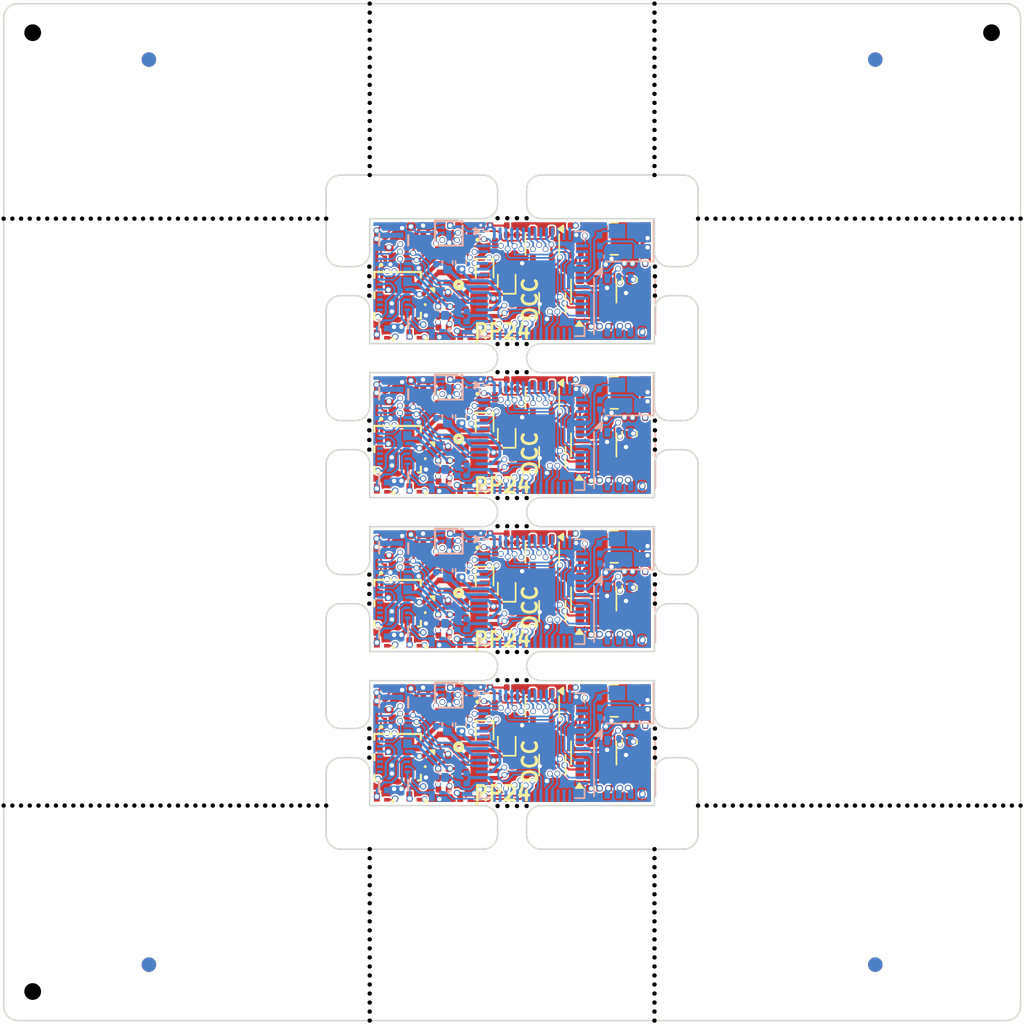
<source format=kicad_pcb>
(kicad_pcb (version 20240108) (generator "pcbnew") (generator_version "8.0")
  (layers (0 "F.Cu" signal) (1 "In1.Cu" signal) (2 "In2.Cu" signal) (31 "B.Cu" signal) (34 "B.Paste" user) (35 "F.Paste" user) (36 "B.SilkS" user "B.Silkscreen") (37 "F.SilkS" user "F.Silkscreen") (38 "B.Mask" user) (39 "F.Mask" user) (44 "Edge.Cuts" user))
  (net 0 "")
  (net 1 "Board_0-+1V1")
  (net 2 "Board_0-+3.3V")
  (net 3 "Board_0-/ADC_EMF_A")
  (net 4 "Board_0-/ADC_EMF_B")
  (net 5 "Board_0-/AUX1 (VDC)")
  (net 6 "Board_0-/AUX10")
  (net 7 "Board_0-/AUX11")
  (net 8 "Board_0-/AUX12")
  (net 9 "Board_0-/AUX2 (VDC)")
  (net 10 "Board_0-/AUX3")
  (net 11 "Board_0-/AUX4")
  (net 12 "Board_0-/AUX5 (VDC)")
  (net 13 "Board_0-/AUX6 (VDC)")
  (net 14 "Board_0-/AUX7 (VDC)")
  (net 15 "Board_0-/AUX8 (VDC)")
  (net 16 "Board_0-/BOOT")
  (net 17 "Board_0-/CAP+")
  (net 18 "Board_0-/CAP_ENABLE")
  (net 19 "Board_0-/CAP_VDC")
  (net 20 "Board_0-/COMP_N")
  (net 21 "Board_0-/COMP_P")
  (net 22 "Board_0-/GPIO21")
  (net 23 "Board_0-/GPIO22")
  (net 24 "Board_0-/GPIO23")
  (net 25 "Board_0-/GPIO24")
  (net 26 "Board_0-/GPIO25")
  (net 27 "Board_0-/GPIO26")
  (net 28 "Board_0-/GPIO27")
  (net 29 "Board_0-/I2S_BCLK")
  (net 30 "Board_0-/I2S_DIN")
  (net 31 "Board_0-/I2S_LRCLK")
  (net 32 "Board_0-/LAMP_FRONT")
  (net 33 "Board_0-/LAMP_REAR")
  (net 34 "Board_0-/MOTOR_A")
  (net 35 "Board_0-/MOTOR_B")
  (net 36 "Board_0-/SPEAKER_N")
  (net 37 "Board_0-/SPEAKER_P")
  (net 38 "Board_0-/SWITCH")
  (net 39 "Board_0-/TRACK_LEFT")
  (net 40 "Board_0-/TRACK_RIGHT")
  (net 41 "Board_0-GND")
  (net 42 "Board_0-Net-(C3-Pad1)")
  (net 43 "Board_0-Net-(D2-A)")
  (net 44 "Board_0-Net-(Q1-G)")
  (net 45 "Board_0-Net-(U1-CLK)")
  (net 46 "Board_0-Net-(U1-DI(IO0))")
  (net 47 "Board_0-Net-(U1-DO(IO1))")
  (net 48 "Board_0-Net-(U1-IO2)")
  (net 49 "Board_0-Net-(U1-IO3)")
  (net 50 "Board_0-Net-(U2-BST)")
  (net 51 "Board_0-Net-(U3-ADC_AVDD)")
  (net 52 "Board_0-Net-(U3-GPIO12)")
  (net 53 "Board_0-Net-(U3-XIN)")
  (net 54 "Board_0-Net-(U3-XOUT)")
  (net 55 "Board_0-Net-(U5-OUTN)")
  (net 56 "Board_0-Net-(U5-OUTP)")
  (net 57 "Board_0-VDC")
  (net 58 "Board_0-unconnected-(U3-GPIO10-Pad13)")
  (net 59 "Board_0-unconnected-(U3-GPIO11-Pad14)")
  (net 60 "Board_0-unconnected-(U3-GPIO13-Pad16)")
  (net 61 "Board_0-unconnected-(U3-GPIO14-Pad17)")
  (net 62 "Board_0-unconnected-(U3-GPIO15-Pad18)")
  (net 63 "Board_0-unconnected-(U3-GPIO17-Pad28)")
  (net 64 "Board_0-unconnected-(U3-GPIO18-Pad29)")
  (net 65 "Board_0-unconnected-(U3-GPIO19-Pad30)")
  (net 66 "Board_0-unconnected-(U3-GPIO20-Pad31)")
  (net 67 "Board_0-unconnected-(U3-GPIO8-Pad11)")
  (net 68 "Board_0-unconnected-(U3-GPIO9-Pad12)")
  (net 69 "Board_0-unconnected-(U3-RUN-Pad26)")
  (net 70 "Board_1-+1V1")
  (net 71 "Board_1-+3.3V")
  (net 72 "Board_1-/ADC_EMF_A")
  (net 73 "Board_1-/ADC_EMF_B")
  (net 74 "Board_1-/AUX1 (VDC)")
  (net 75 "Board_1-/AUX10")
  (net 76 "Board_1-/AUX11")
  (net 77 "Board_1-/AUX12")
  (net 78 "Board_1-/AUX2 (VDC)")
  (net 79 "Board_1-/AUX3")
  (net 80 "Board_1-/AUX4")
  (net 81 "Board_1-/AUX5 (VDC)")
  (net 82 "Board_1-/AUX6 (VDC)")
  (net 83 "Board_1-/AUX7 (VDC)")
  (net 84 "Board_1-/AUX8 (VDC)")
  (net 85 "Board_1-/BOOT")
  (net 86 "Board_1-/CAP+")
  (net 87 "Board_1-/CAP_ENABLE")
  (net 88 "Board_1-/CAP_VDC")
  (net 89 "Board_1-/COMP_N")
  (net 90 "Board_1-/COMP_P")
  (net 91 "Board_1-/GPIO21")
  (net 92 "Board_1-/GPIO22")
  (net 93 "Board_1-/GPIO23")
  (net 94 "Board_1-/GPIO24")
  (net 95 "Board_1-/GPIO25")
  (net 96 "Board_1-/GPIO26")
  (net 97 "Board_1-/GPIO27")
  (net 98 "Board_1-/I2S_BCLK")
  (net 99 "Board_1-/I2S_DIN")
  (net 100 "Board_1-/I2S_LRCLK")
  (net 101 "Board_1-/LAMP_FRONT")
  (net 102 "Board_1-/LAMP_REAR")
  (net 103 "Board_1-/MOTOR_A")
  (net 104 "Board_1-/MOTOR_B")
  (net 105 "Board_1-/SPEAKER_N")
  (net 106 "Board_1-/SPEAKER_P")
  (net 107 "Board_1-/SWITCH")
  (net 108 "Board_1-/TRACK_LEFT")
  (net 109 "Board_1-/TRACK_RIGHT")
  (net 110 "Board_1-GND")
  (net 111 "Board_1-Net-(C3-Pad1)")
  (net 112 "Board_1-Net-(D2-A)")
  (net 113 "Board_1-Net-(Q1-G)")
  (net 114 "Board_1-Net-(U1-CLK)")
  (net 115 "Board_1-Net-(U1-DI(IO0))")
  (net 116 "Board_1-Net-(U1-DO(IO1))")
  (net 117 "Board_1-Net-(U1-IO2)")
  (net 118 "Board_1-Net-(U1-IO3)")
  (net 119 "Board_1-Net-(U2-BST)")
  (net 120 "Board_1-Net-(U3-ADC_AVDD)")
  (net 121 "Board_1-Net-(U3-GPIO12)")
  (net 122 "Board_1-Net-(U3-XIN)")
  (net 123 "Board_1-Net-(U3-XOUT)")
  (net 124 "Board_1-Net-(U5-OUTN)")
  (net 125 "Board_1-Net-(U5-OUTP)")
  (net 126 "Board_1-VDC")
  (net 127 "Board_1-unconnected-(U3-GPIO10-Pad13)")
  (net 128 "Board_1-unconnected-(U3-GPIO11-Pad14)")
  (net 129 "Board_1-unconnected-(U3-GPIO13-Pad16)")
  (net 130 "Board_1-unconnected-(U3-GPIO14-Pad17)")
  (net 131 "Board_1-unconnected-(U3-GPIO15-Pad18)")
  (net 132 "Board_1-unconnected-(U3-GPIO17-Pad28)")
  (net 133 "Board_1-unconnected-(U3-GPIO18-Pad29)")
  (net 134 "Board_1-unconnected-(U3-GPIO19-Pad30)")
  (net 135 "Board_1-unconnected-(U3-GPIO20-Pad31)")
  (net 136 "Board_1-unconnected-(U3-GPIO8-Pad11)")
  (net 137 "Board_1-unconnected-(U3-GPIO9-Pad12)")
  (net 138 "Board_1-unconnected-(U3-RUN-Pad26)")
  (net 139 "Board_2-+1V1")
  (net 140 "Board_2-+3.3V")
  (net 141 "Board_2-/ADC_EMF_A")
  (net 142 "Board_2-/ADC_EMF_B")
  (net 143 "Board_2-/AUX1 (VDC)")
  (net 144 "Board_2-/AUX10")
  (net 145 "Board_2-/AUX11")
  (net 146 "Board_2-/AUX12")
  (net 147 "Board_2-/AUX2 (VDC)")
  (net 148 "Board_2-/AUX3")
  (net 149 "Board_2-/AUX4")
  (net 150 "Board_2-/AUX5 (VDC)")
  (net 151 "Board_2-/AUX6 (VDC)")
  (net 152 "Board_2-/AUX7 (VDC)")
  (net 153 "Board_2-/AUX8 (VDC)")
  (net 154 "Board_2-/BOOT")
  (net 155 "Board_2-/CAP+")
  (net 156 "Board_2-/CAP_ENABLE")
  (net 157 "Board_2-/CAP_VDC")
  (net 158 "Board_2-/COMP_N")
  (net 159 "Board_2-/COMP_P")
  (net 160 "Board_2-/GPIO21")
  (net 161 "Board_2-/GPIO22")
  (net 162 "Board_2-/GPIO23")
  (net 163 "Board_2-/GPIO24")
  (net 164 "Board_2-/GPIO25")
  (net 165 "Board_2-/GPIO26")
  (net 166 "Board_2-/GPIO27")
  (net 167 "Board_2-/I2S_BCLK")
  (net 168 "Board_2-/I2S_DIN")
  (net 169 "Board_2-/I2S_LRCLK")
  (net 170 "Board_2-/LAMP_FRONT")
  (net 171 "Board_2-/LAMP_REAR")
  (net 172 "Board_2-/MOTOR_A")
  (net 173 "Board_2-/MOTOR_B")
  (net 174 "Board_2-/SPEAKER_N")
  (net 175 "Board_2-/SPEAKER_P")
  (net 176 "Board_2-/SWITCH")
  (net 177 "Board_2-/TRACK_LEFT")
  (net 178 "Board_2-/TRACK_RIGHT")
  (net 179 "Board_2-GND")
  (net 180 "Board_2-Net-(C3-Pad1)")
  (net 181 "Board_2-Net-(D2-A)")
  (net 182 "Board_2-Net-(Q1-G)")
  (net 183 "Board_2-Net-(U1-CLK)")
  (net 184 "Board_2-Net-(U1-DI(IO0))")
  (net 185 "Board_2-Net-(U1-DO(IO1))")
  (net 186 "Board_2-Net-(U1-IO2)")
  (net 187 "Board_2-Net-(U1-IO3)")
  (net 188 "Board_2-Net-(U2-BST)")
  (net 189 "Board_2-Net-(U3-ADC_AVDD)")
  (net 190 "Board_2-Net-(U3-GPIO12)")
  (net 191 "Board_2-Net-(U3-XIN)")
  (net 192 "Board_2-Net-(U3-XOUT)")
  (net 193 "Board_2-Net-(U5-OUTN)")
  (net 194 "Board_2-Net-(U5-OUTP)")
  (net 195 "Board_2-VDC")
  (net 196 "Board_2-unconnected-(U3-GPIO10-Pad13)")
  (net 197 "Board_2-unconnected-(U3-GPIO11-Pad14)")
  (net 198 "Board_2-unconnected-(U3-GPIO13-Pad16)")
  (net 199 "Board_2-unconnected-(U3-GPIO14-Pad17)")
  (net 200 "Board_2-unconnected-(U3-GPIO15-Pad18)")
  (net 201 "Board_2-unconnected-(U3-GPIO17-Pad28)")
  (net 202 "Board_2-unconnected-(U3-GPIO18-Pad29)")
  (net 203 "Board_2-unconnected-(U3-GPIO19-Pad30)")
  (net 204 "Board_2-unconnected-(U3-GPIO20-Pad31)")
  (net 205 "Board_2-unconnected-(U3-GPIO8-Pad11)")
  (net 206 "Board_2-unconnected-(U3-GPIO9-Pad12)")
  (net 207 "Board_2-unconnected-(U3-RUN-Pad26)")
  (net 208 "Board_3-+1V1")
  (net 209 "Board_3-+3.3V")
  (net 210 "Board_3-/ADC_EMF_A")
  (net 211 "Board_3-/ADC_EMF_B")
  (net 212 "Board_3-/AUX1 (VDC)")
  (net 213 "Board_3-/AUX10")
  (net 214 "Board_3-/AUX11")
  (net 215 "Board_3-/AUX12")
  (net 216 "Board_3-/AUX2 (VDC)")
  (net 217 "Board_3-/AUX3")
  (net 218 "Board_3-/AUX4")
  (net 219 "Board_3-/AUX5 (VDC)")
  (net 220 "Board_3-/AUX6 (VDC)")
  (net 221 "Board_3-/AUX7 (VDC)")
  (net 222 "Board_3-/AUX8 (VDC)")
  (net 223 "Board_3-/BOOT")
  (net 224 "Board_3-/CAP+")
  (net 225 "Board_3-/CAP_ENABLE")
  (net 226 "Board_3-/CAP_VDC")
  (net 227 "Board_3-/COMP_N")
  (net 228 "Board_3-/COMP_P")
  (net 229 "Board_3-/GPIO21")
  (net 230 "Board_3-/GPIO22")
  (net 231 "Board_3-/GPIO23")
  (net 232 "Board_3-/GPIO24")
  (net 233 "Board_3-/GPIO25")
  (net 234 "Board_3-/GPIO26")
  (net 235 "Board_3-/GPIO27")
  (net 236 "Board_3-/I2S_BCLK")
  (net 237 "Board_3-/I2S_DIN")
  (net 238 "Board_3-/I2S_LRCLK")
  (net 239 "Board_3-/LAMP_FRONT")
  (net 240 "Board_3-/LAMP_REAR")
  (net 241 "Board_3-/MOTOR_A")
  (net 242 "Board_3-/MOTOR_B")
  (net 243 "Board_3-/SPEAKER_N")
  (net 244 "Board_3-/SPEAKER_P")
  (net 245 "Board_3-/SWITCH")
  (net 246 "Board_3-/TRACK_LEFT")
  (net 247 "Board_3-/TRACK_RIGHT")
  (net 248 "Board_3-GND")
  (net 249 "Board_3-Net-(C3-Pad1)")
  (net 250 "Board_3-Net-(D2-A)")
  (net 251 "Board_3-Net-(Q1-G)")
  (net 252 "Board_3-Net-(U1-CLK)")
  (net 253 "Board_3-Net-(U1-DI(IO0))")
  (net 254 "Board_3-Net-(U1-DO(IO1))")
  (net 255 "Board_3-Net-(U1-IO2)")
  (net 256 "Board_3-Net-(U1-IO3)")
  (net 257 "Board_3-Net-(U2-BST)")
  (net 258 "Board_3-Net-(U3-ADC_AVDD)")
  (net 259 "Board_3-Net-(U3-GPIO12)")
  (net 260 "Board_3-Net-(U3-XIN)")
  (net 261 "Board_3-Net-(U3-XOUT)")
  (net 262 "Board_3-Net-(U5-OUTN)")
  (net 263 "Board_3-Net-(U5-OUTP)")
  (net 264 "Board_3-VDC")
  (net 265 "Board_3-unconnected-(U3-GPIO10-Pad13)")
  (net 266 "Board_3-unconnected-(U3-GPIO11-Pad14)")
  (net 267 "Board_3-unconnected-(U3-GPIO13-Pad16)")
  (net 268 "Board_3-unconnected-(U3-GPIO14-Pad17)")
  (net 269 "Board_3-unconnected-(U3-GPIO15-Pad18)")
  (net 270 "Board_3-unconnected-(U3-GPIO17-Pad28)")
  (net 271 "Board_3-unconnected-(U3-GPIO18-Pad29)")
  (net 272 "Board_3-unconnected-(U3-GPIO19-Pad30)")
  (net 273 "Board_3-unconnected-(U3-GPIO20-Pad31)")
  (net 274 "Board_3-unconnected-(U3-GPIO8-Pad11)")
  (net 275 "Board_3-unconnected-(U3-GPIO9-Pad12)")
  (net 276 "Board_3-unconnected-(U3-RUN-Pad26)")
  (footprint "NPTH" (layer "F.Cu") (at 138.7 83.168421)
    (property "Reference" "KiKit_MB_19_9" (hide yes))
    (property "Value" "NPTH" (hide yes))
  )
  (footprint "NPTH" (layer "F.Cu") (at 138.7 86.894736)
    (property "Reference" "KiKit_MB_19_15" (hide yes))
    (property "Value" "NPTH" (hide yes))
  )
  (footprint "NPTH" (layer "F.Cu") (at 138.7 21.242106)
    (property "Reference" "KiKit_MB_17_3" (hide yes))
    (property "Value" "NPTH" (hide yes))
  )
  (footprint "Resistor_SMD:R_0201_0603Metric" (layer "F.Cu") (at 144.42 47.94 90)
    (property "Reference" "R3" (hide yes))
    (property "Value" "100K" (hide yes))
  )
  (footprint "NPTH" (layer "F.Cu") (at 138.7 84.410526)
    (property "Reference" "KiKit_MB_19_11" (hide yes))
    (property "Value" "NPTH" (hide yes))
  )
  (footprint "NPTH" (layer "F.Cu") (at 127.9 75.2)
    (property "Reference" "KiKit_MB_22_25" (hide yes))
    (property "Value" "NPTH" (hide yes))
  )
  (footprint "Resistor_SMD:R_0201_0603Metric" (layer "F.Cu") (at 140.09 46.62 180)
    (property "Reference" "R2" (hide yes))
    (property "Value" "6.8K" (hide yes))
  )
  (footprint "Local Library:Diodes_DFN1006-3" (layer "F.Cu") (at 141.78 53.37 180)
    (property "Reference" "Q6" (hide yes))
    (property "Value" "TPM2008" (hide yes))
  )
  (footprint "Resistor_SMD:R_0201_0603Metric" (layer "F.Cu") (at 144.13 42.6 90)
    (property "Reference" "R14" (hide yes))
    (property "Value" "1K" (hide yes))
  )
  (footprint "NPTH" (layer "F.Cu") (at 183.5 34.8)
    (property "Reference" "KiKit_MB_23_38" (hide yes))
    (property "Value" "NPTH" (hide yes))
  )
  (footprint "Package_TO_SOT_SMD:TSOT-23-6" (layer "F.Cu") (at 154.12 71.58 90)
    (property "Reference" "U2" (hide yes))
    (property "Value" "AP63203WU" (hide yes))
  )
  (footprint "NPTH" (layer "F.Cu") (at 138.67 71.9)
    (property "Reference" "KiKit_MB_13_1" (hide yes))
    (property "Value" "NPTH" (hide yes))
  )
  (footprint "NPTH" (layer "F.Cu") (at 138.7 29.31579)
    (property "Reference" "KiKit_MB_17_16" (hide yes))
    (property "Value" "NPTH" (hide yes))
  )
  (footprint "Capacitor_SMD:C_0201_0603Metric" (layer "F.Cu") (at 157.85 47.06 90)
    (property "Reference" "C3" (hide yes))
    (property "Value" "10pF" (hide yes))
  )
  (footprint "NPTH" (layer "F.Cu") (at 181.1 75.2)
    (property "Reference" "KiKit_MB_24_34" (hide yes))
    (property "Value" "NPTH" (hide yes))
  )
  (footprint "Resistor_SMD:R_0201_0603Metric" (layer "F.Cu") (at 157.66 70.03 90)
    (property "Reference" "R9" (hide yes))
    (property "Value" "1K" (hide yes))
  )
  (footprint "NPTH" (layer "F.Cu") (at 128.5 75.2)
    (property "Reference" "KiKit_MB_22_26" (hide yes))
    (property "Value" "NPTH" (hide yes))
  )
  (footprint "Resistor_SMD:R_0201_0603Metric" (layer "F.Cu") (at 144.42 58.54 90)
    (property "Reference" "R3" (hide yes))
    (property "Value" "100K" (hide yes))
  )
  (footprint "Capacitor_SMD:C_0201_0603Metric" (layer "F.Cu") (at 142.38 56.8 90)
    (property "Reference" "C22" (hide yes))
    (property "Value" "220pF" (hide yes))
  )
  (footprint "NPTH" (layer "F.Cu") (at 148.166667 75.23)
    (property "Reference" "KiKit_MB_16_3" (hide yes))
    (property "Value" "NPTH" (hide yes))
  )
  (footprint "NPTH" (layer "F.Cu") (at 124.3 34.8)
    (property "Reference" "KiKit_MB_21_19" (hide yes))
    (property "Value" "NPTH" (hide yes))
  )
  (footprint "NPTH" (layer "F.Cu") (at 158.3 85.652631)
    (property "Reference" "KiKit_MB_20_13" (hide yes))
    (property "Value" "NPTH" (hide yes))
  )
  (footprint "NPTH" (layer "F.Cu") (at 123.7 75.2)
    (property "Reference" "KiKit_MB_22_18" (hide yes))
    (property "Value" "NPTH" (hide yes))
  )
  (footprint "Resistor_SMD:R_0201_0603Metric" (layer "F.Cu") (at 145.61 67.4 90)
    (property "Reference" "R4" (hide yes))
    (property "Value" "33K" (hide yes))
  )
  (footprint "NPTH" (layer "F.Cu") (at 173.9 34.8)
    (property "Reference" "KiKit_MB_23_22" (hide yes))
    (property "Value" "NPTH" (hide yes))
  )
  (footprint "NPTH" (layer "F.Cu") (at 158.3 20.621053)
    (property "Reference" "KiKit_MB_18_2" (hide yes))
    (property "Value" "NPTH" (hide yes))
  )
  (footprint "NPTH" (layer "F.Cu") (at 114.1 34.8)
    (property "Reference" "KiKit_MB_21_2" (hide yes))
    (property "Value" "NPTH" (hide yes))
  )
  (footprint "Capacitor_SMD:C_0201_0603Metric" (layer "F.Cu") (at 153.23 37.02 90)
    (property "Reference" "C6" (hide yes))
    (property "Value" "100nF" (hide yes))
  )
  (footprint "Resistor_SMD:R_0201_0603Metric" (layer "F.Cu") (at 156.18 72.99 -90)
    (property "Reference" "R15" (hide yes))
    (property "Value" "1K" (hide yes))
  )
  (footprint "NPTH" (layer "F.Cu") (at 158.33 39.433333)
    (property "Reference" "KiKit_MB_2_3" (hide yes))
    (property "Value" "NPTH" (hide yes))
  )
  (footprint "NPTH" (layer "F.Cu") (at 123.1 75.2)
    (property "Reference" "KiKit_MB_22_17" (hide yes))
    (property "Value" "NPTH" (hide yes))
  )
  (footprint "Package_TO_SOT_SMD:TSOT-23-6" (layer "F.Cu") (at 154.12 60.98 90)
    (property "Reference" "U2" (hide yes))
    (property "Value" "AP63203WU" (hide yes))
  )
  (footprint "NPTH" (layer "F.Cu") (at 119.5 75.2)
    (property "Reference" "KiKit_MB_22_11" (hide yes))
    (property "Value" "NPTH" (hide yes))
  )
  (footprint "Local Library:Diodes_DFN1006-3" (layer "F.Cu") (at 139.54 63.975 180)
    (property "Reference" "Q3" (hide yes))
    (property "Value" "TPM2008" (hide yes))
  )
  (footprint "Resistor_SMD:R_0201_0603Metric" (layer "F.Cu") (at 144.42 69.14 90)
    (property "Reference" "R3" (hide yes))
    (property "Value" "100K" (hide yes))
  )
  (footprint "Resistor_SMD:R_0201_0603Metric" (layer "F.Cu") (at 156.18 62.39 -90)
    (property "Reference" "R15" (hide yes))
    (property "Value" "1K" (hide yes))
  )
  (footprint "Diode_SMD:D_SOD-882" (layer "F.Cu") (at 148.13 49.76 90)
    (property "Reference" "D3" (hide yes))
    (property "Value" "PSBD2FD40V1H" (hide yes))
  )
  (footprint "Resistor_SMD:R_0201_0603Metric" (layer "F.Cu") (at 148.13 67.4 -90)
    (property "Reference" "R16" (hide yes))
    (property "Value" "20K" (hide yes))
  )
  (footprint "Capacitor_SMD:C_0201_0603Metric" (layer "F.Cu") (at 143.77 71.8 180)
    (property "Reference" "C15" (hide yes))
    (property "Value" "10pF" (hide yes))
  )
  (footprint "NPTH" (layer "F.Cu") (at 121.9 34.8)
    (property "Reference" "KiKit_MB_21_15" (hide yes))
    (property "Value" "NPTH" (hide yes))
  )
  (footprint "NPTH" (layer "F.Cu") (at 114.7 75.2)
    (property "Reference" "KiKit_MB_22_3" (hide yes))
    (property "Value" "NPTH" (hide yes))
  )
  (footprint "NPTH" (layer "F.Cu") (at 161.3 75.2)
    (property "Reference" "KiKit_MB_24_1" (hide yes))
    (property "Value" "NPTH" (hide yes))
  )
  (footprint "NPTH" (layer "F.Cu") (at 133.3 75.2)
    (property "Reference" "KiKit_MB_22_34" (hide yes))
    (property "Value" "NPTH" (hide yes))
  )
  (footprint "Resistor_SMD:R_0201_0603Metric" (layer "F.Cu") (at 148.13 35.6 -90)
    (property "Reference" "R16" (hide yes))
    (property "Value" "20K" (hide yes))
  )
  (footprint "Resistor_SMD:R_0201_0603Metric" (layer "F.Cu") (at 148.13 46.2 -90)
    (property "Reference" "R16" (hide yes))
    (property "Value" "20K" (hide yes))
  )
  (footprint "NPTH" (layer "F.Cu") (at 138.7 28.694737)
    (property "Reference" "KiKit_MB_17_15" (hide yes))
    (property "Value" "NPTH" (hide yes))
  )
  (footprint "Local Library:Diodes_DFN1006-3" (layer "F.Cu") (at 145.28 42.8 180)
    (property "Reference" "Q2" (hide yes))
    (property "Value" "TPM2008" (hide yes))
  )
  (footprint "NPTH" (layer "F.Cu") (at 132.1 75.2)
    (property "Reference" "KiKit_MB_22_32" (hide yes))
    (property "Value" "NPTH" (hide yes))
  )
  (footprint "Diode_SMD:D_SOD-882" (layer "F.Cu") (at 148.13 70.96 90)
    (property "Reference" "D3" (hide yes))
    (property "Value" "PSBD2FD40V1H" (hide yes))
  )
  (footprint "NPTH" (layer "F.Cu") (at 158.3 27.452632)
    (property "Reference" "KiKit_MB_18_13" (hide yes))
    (property "Value" "NPTH" (hide yes))
  )
  (footprint "NPTH" (layer "F.Cu") (at 147.5 66.57)
    (property "Reference" "KiKit_MB_15_1" (hide yes))
    (property "Value" "NPTH" (hide yes))
  )
  (footprint "NPTH" (layer "F.Cu") (at 138.7 23.105264)
    (property "Reference" "KiKit_MB_17_6" (hide yes))
    (property "Value" "NPTH" (hide yes))
  )
  (footprint "Capacitor_SMD:C_0201_0603Metric" (layer "F.Cu") (at 152.53 58.21 -90)
    (property "Reference" "C5" (hide yes))
    (property "Value" "100nF" (hide yes))
  )
  (footprint "Capacitor_SMD:C_0201_0603Metric" (layer "F.Cu") (at 148.52 72.82 -90)
    (property "Reference" "C19" (hide yes))
    (property "Value" "100nF" (hide yes))
  )
  (footprint "NPTH" (layer "F.Cu") (at 163.1 75.2)
    (property "Reference" "KiKit_MB_24_4" (hide yes))
    (property "Value" "NPTH" (hide yes))
  )
  (footprint "NPTH" (layer "F.Cu") (at 181.7 75.2)
    (property "Reference" "KiKit_MB_24_35" (hide yes))
    (property "Value" "NPTH" (hide yes))
  )
  (footprint "NPTH" (layer "F.Cu") (at 175.1 75.2)
    (property "Reference" "KiKit_MB_24_24" (hide yes))
    (property "Value" "NPTH" (hide yes))
  )
  (footprint "Resistor_SMD:R_0201_0603Metric" (layer "F.Cu") (at 156.18 41.19 -90)
    (property "Reference" "R15" (hide yes))
    (property "Value" "1K" (hide yes))
  )
  (footprint "Local Library:Diodes_DFN1006-3" (layer "F.Cu") (at 139.99 58.39 90)
    (property "Reference" "Q1" (hide yes))
    (property "Value" "TPM2008" (hide yes))
  )
  (footprint "NPTH" (layer "F.Cu") (at 129.1 34.8)
    (property "Reference" "KiKit_MB_21_27" (hide yes))
    (property "Value" "NPTH" (hide yes))
  )
  (footprint "NPTH" (layer "F.Cu") (at 149.5 75.23)
    (property "Reference" "KiKit_MB_16_1" (hide yes))
    (property "Value" "NPTH" (hide yes))
  )
  (footprint "NPTH" (layer "F.Cu") (at 138.67 39.433333)
    (property "Reference" "KiKit_MB_1_2" (hide yes))
    (property "Value" "NPTH" (hide yes))
  )
  (footprint "NPTH" (layer "F.Cu") (at 119.5 34.8)
    (property "Reference" "KiKit_MB_21_11" (hide yes))
    (property "Value" "NPTH" (hide yes))
  )
  (footprint "Inductor_SMD:L_0402_1005Metric" (layer "F.Cu") (at 143 47.58)
    (property "Reference" "FB2" (hide yes))
    (property "Value" "FB_N" (hide yes))
  )
  (footprint "Inductor_SMD:L_0402_1005Metric" (layer "F.Cu") (at 143 68.78)
    (property "Reference" "FB2" (hide yes))
    (property "Value" "FB_N" (hide yes))
  )
  (footprint "NPTH" (layer "F.Cu") (at 138.7 85.652631)
    (property "Reference" "KiKit_MB_19_13" (hide yes))
    (property "Value" "NPTH" (hide yes))
  )
  (footprint "Local Library:Diodes_DFN1006-3" (layer "F.Cu") (at 146.97 68.28)
    (property "Reference" "Q4" (hide yes))
    (property "Value" "TPM2008" (hide yes))
  )
  (footprint "NPTH" (layer "F.Cu") (at 133.9 75.2)
    (property "Reference" "KiKit_MB_22_35" (hide yes))
    (property "Value" "NPTH" (hide yes))
  )
  (footprint "NPTH" (layer "F.Cu") (at 172.1 34.8)
    (property "Reference" "KiKit_MB_23_19" (hide yes))
    (property "Value" "NPTH" (hide yes))
  )
  (footprint "NPTH" (layer "F.Cu") (at 126.1 75.2)
    (property "Reference" "KiKit_MB_22_22" (hide yes))
    (property "Value" "NPTH" (hide yes))
  )
  (footprint "Capacitor_SMD:C_0201_0603Metric" (layer "F.Cu") (at 152.53 67.41 -90)
    (property "Reference" "C17" (hide yes))
    (property "Value" "100nF" (hide yes))
  )
  (footprint "NPTH" (layer "F.Cu") (at 138.7 88.136842)
    (property "Reference" "KiKit_MB_19_17" (hide yes))
    (property "Value" "NPTH" (hide yes))
  )
  (footprint "NPTH" (layer "F.Cu") (at 168.5 75.2)
    (property "Reference" "KiKit_MB_24_13" (hide yes))
    (property "Value" "NPTH" (hide yes))
  )
  (footprint "NPTH" (layer "F.Cu") (at 158.3 82.547368)
    (property "Reference" "KiKit_MB_20_8" (hide yes))
    (property "Value" "NPTH" (hide yes))
  )
  (footprint "Local Library:NSR1030QMU" (layer "F.Cu") (at 140.62 50.67 90)
    (property "Reference" "D1" (hide yes))
    (property "Value" "NSR1030QMU" (hide yes))
  )
  (footprint "NPTH" (layer "F.Cu") (at 118.9 34.8)
    (property "Reference" "KiKit_MB_21_10" (hide yes))
    (property "Value" "NPTH" (hide yes))
  )
  (footprint "Capacitor_SMD:C_0201_0603Metric" (layer "F.Cu") (at 154.48 74.33 -90)
    (property "Reference" "C13" (hide yes))
    (property "Value" "100nF" (hide yes))
  )
  (footprint "NPTH" (layer "F.Cu") (at 167.3 75.2)
    (property "Reference" "KiKit_MB_24_11" (hide yes))
    (property "Value" "NPTH" (hide yes))
  )
  (footprint "NPTH" (layer "F.Cu") (at 138.7 78.821052)
    (property "Reference" "KiKit_MB_19_2" (hide yes))
    (property "Value" "NPTH" (hide yes))
  )
  (footprint "NPTH" (layer "F.Cu") (at 138.7 89.378947)
    (property "Reference" "KiKit_MB_19_19" (hide yes))
    (property "Value" "NPTH" (hide yes))
  )
  (footprint "Resistor_SMD:R_0201_0603Metric" (layer "F.Cu") (at 143.43 53.2 90)
    (property "Reference" "R12" (hide yes))
    (property "Value" "1K" (hide yes))
  )
  (footprint "Capacitor_SMD:C_0201_0603Metric" (layer "F.Cu") (at 144.56 56.45)
    (property "Reference" "C21" (hide yes))
    (property "Value" "100nF" (hide yes))
  )
  (footprint "NPTH" (layer "F.Cu") (at 158.3 80.063157)
    (property "Reference" "KiKit_MB_20_4" (hide yes))
    (property "Value" "NPTH" (hide yes))
  )
  (footprint "NPTH" (layer "F.Cu") (at 117.1 75.2)
    (property "Reference" "KiKit_MB_22_7" (hide yes))
    (property "Value" "NPTH" (hide yes))
  )
  (footprint "Local Library:Diodes_DFN1006-3" (layer "F.Cu") (at 141.78 63.97 180)
    (property "Reference" "Q6" (hide yes))
    (property "Value" "TPM2008" (hide yes))
  )
  (footprint "NPTH" (layer "F.Cu") (at 161.9 75.2)
    (property "Reference" "KiKit_MB_24_2" (hide yes))
    (property "Value" "NPTH" (hide yes))
  )
  (footprint "Capacitor_SMD:C_0201_0603Metric" (layer "F.Cu") (at 148.52 62.22 -90)
    (property "Reference" "C19" (hide yes))
    (property "Value" "100nF" (hide yes))
  )
  (footprint "NPTH" (layer "F.Cu") (at 158.3 88.757894)
    (property "Reference" "KiKit_MB_20_18" (hide yes))
    (property "Value" "NPTH" (hide yes))
  )
  (footprint "Resistor_SMD:R_0201_0603Metric" (layer "F.Cu") (at 144.13 72.98 90)
    (property "Reference" "R13" (hide yes))
    (property "Value" "6.8K" (hide yes))
  )
  (footprint "Resistor_SMD:R_0201_0603Metric" (layer "F.Cu") (at 156.18 51.79 -90)
    (property "Reference" "R15" (hide yes))
    (property "Value" "1K" (hide yes))
  )
  (footprint "LED_SMD:LED_0402_1005Metric" (layer "F.Cu") (at 157.52 52.02 90)
    (property "Reference" "D2" (hide yes))
    (property "Value" "Blue LED" (hide yes))
  )
  (footprint "NPTH" (layer "F.Cu") (at 116.5 75.2)
    (property "Reference" "KiKit_MB_22_6" (hide yes))
    (property "Value" "NPTH" (hide yes))
  )
  (footprint "NPTH" (layer "F.Cu") (at 147.5 75.23)
    (property "Reference" "KiKit_MB_16_4" (hide yes))
    (property "Value" "NPTH" (hide yes))
  )
  (footprint "NPTH" (layer "F.Cu") (at 138.7 25.589474)
    (property "Reference" "KiKit_MB_17_10" (hide yes))
    (property "Value" "NPTH" (hide yes))
  )
  (footprint "Diode_SMD:D_SOD-882" (layer "F.Cu") (at 146.61 48.96 -90)
    (property "Reference" "D4" (hide yes))
    (property "Value" "PSBD2FD40V1H" (hide yes))
  )
  (footprint "NPTH" (layer "F.Cu") (at 173.9 75.2)
    (property "Reference" "KiKit_MB_24_22" (hide yes))
    (property "Value" "NPTH" (hide yes))
  )
  (footprint "Capacitor_SMD:C_0201_0603Metric" (layer "F.Cu") (at 152.53 56.81 -90)
    (property "Reference" "C17" (hide yes))
    (property "Value" "100nF" (hide yes))
  )
  (footprint "Capacitor_SMD:C_0201_0603Metric" (layer "F.Cu") (at 155.18 74.33 -90)
    (property "Reference" "C2" (hide yes))
    (property "Value" "100nF" (hide yes))
  )
  (footprint "NPTH" (layer "F.Cu") (at 173.3 34.8)
    (property "Reference" "KiKit_MB_23_21" (hide yes))
    (property "Value" "NPTH" (hide yes))
  )
  (footprint "NPTH" (layer "F.Cu") (at 158.3 31.8)
    (property "Reference" "KiKit_MB_18_20" (hide yes))
    (property "Value" "NPTH" (hide yes))
  )
  (footprint "NPTH" (layer "F.Cu") (at 147.5 43.43)
    (property "Reference" "KiKit_MB_4_4" (hide yes))
    (property "Value" "NPTH" (hide yes))
  )
  (footprint "Capacitor_SMD:C_0201_0603Metric" (layer "F.Cu") (at 143.77 40 180)
    (property "Reference" "C15" (hide yes))
    (property "Value" "10pF" (hide yes))
  )
  (footprint "Capacitor_SMD:C_0201_0603Metric" (layer "F.Cu") (at 144.56 45.85)
    (property "Reference" "C21" (hide yes))
    (property "Value" "100nF" (hide yes))
  )
  (footprint "Resistor_SMD:R_0201_0603Metric" (layer "F.Cu") (at 140.09 36.02 180)
    (property "Reference" "R2" (hide yes))
    (property "Value" "6.8K" (hide yes))
  )
  (footprint "Capacitor_SMD:C_0201_0603Metric" (layer "F.Cu") (at 157.85 68.26 90)
    (property "Reference" "C3" (hide yes))
    (property "Value" "10pF" (hide yes))
  )
  (footprint "NPTH" (layer "F.Cu") (at 147.5 45.37)
    (property "Reference" "KiKit_MB_7_1" (hide yes))
    (property "Value" "NPTH" (hide yes))
  )
  (footprint "Local Library:Diodes_DFN1006-3" (layer "F.Cu") (at 141.78 42.77 180)
    (property "Reference" "Q6" (hide yes))
    (property "Value" "TPM2008" (hide yes))
  )
  (footprint "NPTH" (layer "F.Cu") (at 169.1 75.2)
    (property "Reference" "KiKit_MB_24_14" (hide yes))
    (property "Value" "NPTH" (hide yes))
  )
  (footprint "NPTH" (layer "F.Cu") (at 126.1 34.8)
    (property "Reference" "KiKit_MB_21_22" (hide yes))
    (property "Value" "NPTH" (hide yes))
  )
  (footprint "Inductor_SMD:L_0402_1005Metric" (layer "F.Cu") (at 141.56 46.433126 90)
    (property "Reference" "FB1" (hide yes))
    (property "Value" "FB_P" (hide yes))
  )
  (footprint "Resistor_SMD:R_0201_0603Metric" (layer "F.Cu") (at 143.42 62.38 90)
    (property "Reference" "R11" (hide yes))
    (property "Value" "6.8K" (hide yes))
  )
  (footprint "NPTH" (layer "F.Cu") (at 172.1 75.2)
    (property "Reference" "KiKit_MB_24_19" (hide yes))
    (property "Value" "NPTH" (hide yes))
  )
  (footprint "NPTH" (layer "F.Cu") (at 158.33 60.633333)
    (property "Reference" "KiKit_MB_10_3" (hide yes))
    (property "Value" "NPTH" (hide yes))
  )
  (footprint "NPTH" (layer "F.Cu") (at 148.833333 75.23)
    (property "Reference" "KiKit_MB_16_2" (hide yes))
    (property "Value" "NPTH" (hide yes))
  )
  (footprint "NPTH" (layer "F.Cu") (at 167.9 34.8)
    (property "Reference" "KiKit_MB_23_12" (hide yes))
    (property "Value" "NPTH" (hide yes))
  )
  (footprint "NPTH" (layer "F.Cu") (at 138.67 71.233333)
    (property "Reference" "KiKit_MB_13_2" (hide yes))
    (property "Value" "NPTH" (hide yes))
  )
  (footprint "Local Library:Diodes_DFN1006-3" (layer "F.Cu") (at 139.99 68.99 90)
    (property "Reference" "Q1" (hide yes))
    (property "Value" "TPM2008" (hide yes))
  )
  (footprint "Diode_SMD:D_SOD-882" (layer "F.Cu") (at 146.61 70.16 -90)
    (property "Reference" "D4" (hide yes))
    (property "Value" "PSBD2FD40V1H" (hide yes))
  )
  (footprint "NPTH" (layer "F.Cu") (at 158.3 84.410526)
    (property "Reference" "KiKit_MB_20_11" (hide yes))
    (property "Value" "NPTH" (hide yes))
  )
  (footprint "Resistor_SMD:R_0201_0603Metric" (layer "F.Cu") (at 140.07 56.52 180)
    (property "Reference" "R1" (hide yes))
    (property "Value" "6.8K" (hide yes))
  )
  (footprint "NPTH" (layer "F.Cu") (at 177.5 34.8)
    (property "Reference" "KiKit_MB_23_28" (hide yes))
    (property "Value" "NPTH" (hide yes))
  )
  (footprint "NPTH" (layer "F.Cu") (at 138.7 24.347369)
    (property "Reference" "KiKit_MB_17_8" (hide yes))
    (property "Value" "NPTH" (hide yes))
  )
  (footprint "Capacitor_SMD:C_0201_0603Metric" (layer "F.Cu") (at 152.53 35.61 -90)
    (property "Reference" "C17" (hide yes))
    (property "Value" "100nF" (hide yes))
  )
  (footprint "NPTH" (layer "F.Cu") (at 169.1 34.8)
    (property "Reference" "KiKit_MB_23_14" (hide yes))
    (property "Value" "NPTH" (hide yes))
  )
  (footprint "NPTH" (layer "F.Cu") (at 167.3 34.8)
    (property "Reference" "KiKit_MB_23_11" (hide yes))
    (property "Value" "NPTH" (hide yes))
  )
  (footprint "NPTH" (layer "F.Cu") (at 164.3 75.2)
    (property "Reference" "KiKit_MB_24_6" (hide yes))
    (property "Value" "NPTH" (hide yes))
  )
  (footprint "Resistor_SMD:R_0201_0603Metric" (layer "F.Cu") (at 148.83 67.4 90)
    (property "Reference" "R17" (hide yes))
    (property "Value" "33K" (hide yes))
  )
  (footprint "Capacitor_SMD:C_1206_3216Metric" (layer "F.Cu") (at 151.27 51.22 -90)
    (property "Reference" "C18" (hide yes))
    (property "Value" "47uF" (hide yes))
  )
  (footprint "NPTH" (layer "F.Cu") (at 179.3 75.2)
    (property "Reference" "KiKit_MB_24_31" (hide yes))
    (property "Value" "NPTH" (hide yes))
  )
  (footprint "Resistor_SMD:R_0201_0603Metric" (layer "F.Cu") (at 145.61 46.2 90)
    (property "Reference" "R4" (hide yes))
    (property "Value" "33K" (hide yes))
  )
  (footprint "NPTH" (layer "F.Cu") (at 178.7 75.2)
    (property "Reference" "KiKit_MB_24_30" (hide yes))
    (property "Value" "NPTH" (hide yes))
  )
  (footprint "Resistor_SMD:R_0201_0603Metric" (layer "F.Cu") (at 148.13 56.8 -90)
    (property "Reference" "R16" (hide yes))
    (property "Value" "20K" (hide yes))
  )
  (footprint "NPTH" (layer "F.Cu") (at 138.7 85.031578)
    (property "Reference" "KiKit_MB_19_12" (hide yes))
    (property "Value" "NPTH" (hide yes))
  )
  (footprint "NPTH" (layer "F.Cu") (at 130.3 75.2)
    (property "Reference" "KiKit_MB_22_29" (hide yes))
    (property "Value" "NPTH" (hide yes))
  )
  (footprint "NPTH" (layer "F.Cu") (at 158.3 28.073685)
    (property "Reference" "KiKit_MB_18_14" (hide yes))
    (property "Value" "NPTH" (hide yes))
  )
  (footprint "NPTH" (layer "F.Cu") (at 148.166667 64.63)
    (property "Reference" "KiKit_MB_12_3" (hide yes))
    (property "Value" "NPTH" (hide yes))
  )
  (footprint "NPTH" (layer "F.Cu") (at 115.3 34.8)
    (property "Reference" "KiKit_MB_21_4" (hide yes))
    (property "Value" "NPTH" (hide yes))
  )
  (footprint "NPTH" (layer "F.Cu") (at 158.3 85.031578)
    (property "Reference" "KiKit_MB_20_12" (hide yes))
    (property "Value" "NPTH" (hide yes))
  )
  (footprint "NPTH" (layer "F.Cu") (at 135.7 34.8)
    (property "Reference" "KiKit_MB_21_38" (hide yes))
    (property "Value" "NPTH" (hide yes))
  )
  (footprint "NPTH" (layer "F.Cu") (at 164.9 34.8)
    (property "Reference" "KiKit_MB_23_7" (hide yes))
    (property "Value" "NPTH" (hide yes))
  )
  (footprint "Capacitor_SMD:C_0201_0603Metric" (layer "F.Cu") (at 152.53 68.81 -90)
    (property "Reference" "C5" (hide yes))
    (property "Value" "100nF" (hide yes))
  )
  (footprint "Capacitor_SMD:C_0201_0603Metric" (layer "F.Cu") (at 153.23 68.82 90)
    (property "Reference" "C6" (hide yes))
    (property "Value" "100nF" (hide yes))
  )
  (footprint "Resistor_SMD:R_0201_0603Metric" (layer "F.Cu") (at 157.66 38.23 90)
    (property "Reference" "R9" (hide yes))
    (property "Value" "1K" (hide yes))
  )
  (footprint "NPTH" (layer "F.Cu") (at 158.3 26.831579)
    (property "Reference" "KiKit_MB_18_12" (hide yes))
    (property "Value" "NPTH" (hide yes))
  )
  (footprint "NPTH" (layer "F.Cu") (at 148.833333 55.97)
    (property "Reference" "KiKit_MB_11_3" (hide yes))
    (property "Value" "NPTH" (hide yes))
  )
  (footprint "NPTH" (layer "F.Cu") (at 158.3 22.484211)
    (property "Reference" "KiKit_MB_18_5" (hide yes))
    (property "Value" "NPTH" (hide yes))
  )
  (footprint "NPTH" (layer "F.Cu") (at 148.166667 43.43)
    (property "Reference" "KiKit_MB_4_3" (hide yes))
    (property "Value" "NPTH" (hide yes))
  )
  (footprint "NPTH" (layer "F.Cu") (at 138.7 79.442105)
    (property "Reference" "KiKit_MB_19_3" (hide yes))
    (property "Value" "NPTH" (hide yes))
  )
  (footprint "NPTH" (layer "F.Cu") (at 158.3 83.789473)
    (property "Reference" "KiKit_MB_20_10" (hide yes))
    (property "Value" "NPTH" (hide yes))
  )
  (footprint "NPTH" (layer "F.Cu") (at 173.3 75.2)
    (property "Reference" "KiKit_MB_24_21" (hide yes))
    (property "Value" "NPTH" (hide yes))
  )
  (footprint "NPTH" (layer "F.Cu") (at 135.1 75.2)
    (property "Reference" "KiKit_MB_22_37" (hide yes))
    (property "Value" "NPTH" (hide yes))
  )
  (footprint "Capacitor_SMD:C_0201_0603Metric" (layer "F.Cu") (at 143.08 67.4 90)
    (property "Reference" "C20" (hide yes))
    (property "Value" "220pF" (hide yes))
  )
  (footprint "Resistor_SMD:R_0201_0603Metric" (layer "F.Cu") (at 144.13 53.2 90)
    (property "Reference" "R14" (hide yes))
    (property "Value" "1K" (hide yes))
  )
  (footprint "Capacitor_SMD:C_0201_0603Metric" (layer "F.Cu") (at 143.08 46.2 90)
    (property "Reference" "C20" (hide yes))
    (property "Value" "220pF" (hide yes))
  )
  (footprint "NPTH" (layer "F.Cu") (at 158.3 78.2)
    (property "Reference" "KiKit_MB_20_1" (hide yes))
    (property "Value" "NPTH" (hide yes))
  )
  (footprint "NPTH" (layer "F.Cu") (at 138.7 88.757894)
    (property "Reference" "KiKit_MB_19_18" (hide yes))
    (property "Value" "NPTH" (hide yes))
  )
  (footprint "Capacitor_SMD:C_0201_0603Metric" (layer "F.Cu") (at 144.56 35.25)
    (property "Reference" "C21" (hide yes))
    (property "Value" "100nF" (hide yes))
  )
  (footprint "NPTH" (layer "F.Cu") (at 176.3 75.2)
    (property "Reference" "KiKit_MB_24_26" (hide yes))
    (property "Value" "NPTH" (hide yes))
  )
  (footprint "Local Library:Diodes_DFN1006-3" (layer "F.Cu") (at 139.54 42.775 180)
    (property "Reference" "Q3" (hide yes))
    (property "Value" "TPM2008" (hide yes))
  )
  (footprint "NPTH" (layer "F.Cu") (at 165.5 34.8)
    (property "Reference" "KiKit_MB_23_8" (hide yes))
    (property "Value" "NPTH" (hide yes))
  )
  (footprint "NPTH" (layer "F.Cu") (at 158.3 21.242106)
    (property "Reference" "KiKit_MB_18_3" (hide yes))
    (property "Value" "NPTH" (hide yes))
  )
  (footprint "Local Library:NSR1030QMU" (layer "F.Cu") (at 140.62 71.87 90)
    (property "Reference" "D1" (hide yes))
    (property "Value" "NSR1030QMU" (hide yes))
  )
  (footprint "NPTH" (layer "F.Cu") (at 158.33 71.233333)
    (property "Reference" "KiKit_MB_14_3" (hide yes))
    (property "Value" "NPTH" (hide yes))
  )
  (footprint "NPTH" (layer "F.Cu") (at 174.5 34.8)
    (property "Reference" "KiKit_MB_23_23" (hide yes))
    (property "Value" "NPTH" (hide yes))
  )
  (footprint "Capacitor_SMD:C_0603_1608Metric" (layer "F.Cu") (at 156.58 39.01 -90)
    (property "Reference" "C9" (hide yes))
    (property "Value" "22uF" (hide yes))
  )
  (footprint "NPTH" (layer "F.Cu") (at 117.7 75.2)
    (property "Reference" "KiKit_MB_22_8" (hide yes))
    (property "Value" "NPTH" (hide yes))
  )
  (footprint "NPTH" (layer "F.Cu") (at 135.7 75.2)
    (property "Reference" "KiKit_MB_22_38" (hide yes))
    (property "Value" "NPTH" (hide yes))
  )
  (footprint "Capacitor_SMD:C_0201_0603Metric" (layer "F.Cu") (at 146.66 45.85 180)
    (property "Reference" "C16" (hide yes))
    (property "Value" "100nF" (hide yes))
  )
  (footprint "NPTH" (layer "F.Cu") (at 158.3 83.168421)
    (property "Reference" "KiKit_MB_20_9" (hide yes))
    (property "Value" "NPTH" (hide yes))
  )
  (footprint "Resistor_SMD:R_0201_0603Metric" (layer "F.Cu") (at 148.83 46.2 90)
    (property "Reference" "R17" (hide yes))
    (property "Value" "33K" (hide yes))
  )
  (footprint "Inductor_SMD:L_0402_1005Metric" (layer "F.Cu") (at 141.56 57.033126 90)
    (property "Reference" "FB1" (hide yes))
    (property "Value" "FB_P" (hide yes))
  )
  (footprint "NPTH" (layer "F.Cu") (at 165.5 75.2)
    (property "Reference" "KiKit_MB_24_8" (hide yes))
    (property "Value" "NPTH" (hide yes))
  )
  (footprint "NPTH" (layer "F.Cu") (at 167.9 75.2)
    (property "Reference" "KiKit_MB_24_12" (hide yes))
    (property "Value" "NPTH" (hide yes))
  )
  (footprint "Capacitor_SMD:C_0201_0603Metric" (layer "F.Cu") (at 153.78 53.13 -90)
    (property "Reference" "C7" (hide yes))
    (property "Value" "100nF" (hide yes))
  )
  (footprint "NPTH" (layer "F.Cu") (at 138.7 78.2)
    (property "Reference" "KiKit_MB_19_1" (hide yes))
    (property "Value" "NPTH" (hide yes))
  )
  (footprint "Capacitor_SMD:C_0201_0603Metric" (layer "F.Cu") (at 153.23 47.62 90)
    (property "Reference" "C6" (hide yes))
    (property "Value" "100nF" (hide yes))
  )
  (footprint "NPTH" (layer "F.Cu") (at 148.833333 54.03)
    (property "Reference" "KiKit_MB_8_2" (hide yes))
    (property "Value" "NPTH" (hide yes))
  )
  (footprint "NPTH" (layer "F.Cu") (at 177.5 75.2)
    (property "Reference" "KiKit_MB_24_28" (hide yes))
    (property "Value" "NPTH" (hide yes))
  )
  (footprint "NPTH" (layer "F.Cu") (at 158.33 50.7)
    (property "Reference" "KiKit_MB_6_4" (hide yes))
    (property "Value" "NPTH" (hide yes))
  )
  (footprint "NPTH" (layer "F.Cu") (at 134.5 75.2)
    (property "Reference" "KiKit_MB_22_36" (hide yes))
    (property "Value" "NPTH" (hide yes))
  )
  (footprint "NPTH" (layer "F.Cu") (at 180.5 75.2)
    (property "Reference" "KiKit_MB_24_33" (hide yes))
    (property "Value" "NPTH" (hide yes))
  )
  (footprint "Capacitor_SMD:C_0201_0603Metric" (layer "F.Cu") (at 146.66 67.05 180)
    (property "Reference" "C16" (hide yes))
    (property "Value" "100nF" (hide yes))
  )
  (footprint "Capacitor_SMD:C_0201_0603Metric" (layer "F.Cu") (at 148.52 51.62 -90)
    (property "Reference" "C19" (hide yes))
    (property "Value" "100nF" (hide yes))
  )
  (footprint "NPTH" (layer "F.Cu") (at 158.3 20)
    (property "Reference" "KiKit_MB_18_1" (hide yes))
    (property "Value" "NPTH" (hide yes))
  )
  (footprint "Resistor_SMD:R_0201_0603Metric" (layer "F.Cu") (at 143.43 42.6 90)
    (property "Reference" "R12" (hide yes))
    (property "Value" "1K" (hide yes))
  )
  (footprint "NPTH" (layer "F.Cu") (at 138.67 49.366666)
    (property "Reference" "KiKit_MB_5_3" (hide yes))
    (property "Value" "NPTH" (hide yes))
  )
  (footprint "NPTH" (layer "F.Cu") (at 170.3 75.2)
    (property "Reference" "KiKit_MB_24_16" (hide yes))
    (property "Value" "NPTH" (hide yes))
  )
  (footprint "Capacitor_SMD:C_0201_0603Metric" (layer "F.Cu") (at 155.18 53.13 -90)
    (property "Reference" "C2" (hide yes))
    (property "Value" "100nF" (hide yes))
  )
  (footprint "Capacitor_SMD:C_1206_3216Metric" (layer "F.Cu") (at 151.27 40.62 -90)
    (property "Reference" "C18" (hide yes))
    (property "Value" "47uF" (hide yes))
  )
  (footprint "NPTH" (layer "F.Cu") (at 148.833333 45.37)
    (property "Reference" "KiKit_MB_7_3" (hide yes))
    (property "Value" "NPTH" (hide yes))
  )
  (footprint "NPTH" (layer "F.Cu") (at 138.7 31.8)
    (property "Reference" "KiKit_MB_17_20" (hide yes))
    (property "Value" "NPTH" (hide yes))
  )
  (footprint "Capacitor_SMD:C_0201_0603Metric" (layer "F.Cu") (at 143.77 61.2 180)
    (property "Reference" "C15" (hide yes))
    (property "Value" "10pF" (hide yes))
  )
  (footprint "NPTH" (layer "F.Cu") (at 127.9 34.8)
    (property "Reference" "KiKit_MB_21_25" (hide yes))
    (property "Value" "NPTH" (hide yes))
  )
  (footprint "NPTH" (layer "F.Cu") (at 176.9 34.8)
    (property "Reference" "KiKit_MB_23_27" (hide yes))
    (property "Value" "NPTH" (hide yes))
  )
  (footprint "Resistor_SMD:R_0201_0603Metric" (layer "F.Cu") (at 144.13 41.18 90)
    (property "Reference" "R13" (hide yes))
    (property "Value" "6.8K" (hide yes))
  )
  (footprint "Local Library:Diodes_DFN1006-3" (layer "F.Cu") (at 139.99 47.79 90)
    (property "Reference" "Q1" (hide yes))
    (property "Value" "TPM2008" (hide yes))
  )
  (footprint "Inductor_SMD:L_0402_1005Metric" (layer "F.Cu") (at 143 58.18)
    (property "Reference" "FB2" (hide yes))
    (property "Value" "FB_N" (hide yes))
  )
  (footprint "NPTH" (layer "F.Cu") (at 176.3 34.8)
    (property "Reference" "KiKit_MB_23_26" (hide yes))
    (property "Value" "NPTH" (hide yes))
  )
  (footprint "NPTH" (layer "F.Cu") (at 171.5 75.2)
    (property "Reference" "KiKit_MB_24_18" (hide yes))
    (property "Value" "NPTH" (hide yes))
  )
  (footprint "NPTH" (layer "F.Cu") (at 158.3 23.726316)
    (property "Reference" "KiKit_MB_18_7" (hide yes))
    (property "Value" "NPTH" (hide yes))
  )
  (footprint "NPTH" (layer "F.Cu") (at 148.833333 64.63)
    (property "Reference" "KiKit_MB_12_2" (hide yes))
    (property "Value" "NPTH" (hide yes))
  )
  (footprint "Capacitor_SMD:C_1206_3216Metric" (layer "F.Cu") (at 151.27 61.82 -90)
    (property "Reference" "C18" (hide yes))
    (property "Value" "47uF" (hide yes))
  )
  (footprint "NPTH" (layer "F.Cu") (at 138.7 26.831579)
    (property "Reference" "KiKit_MB_17_12" (hide yes))
    (property "Value" "NPTH" (hide yes))
  )
  (footprint "NPTH" (layer "F.Cu") (at 123.1 34.8)
    (property "Reference" "KiKit_MB_21_17" (hide yes))
    (property "Value" "NPTH" (hide yes))
  )
  (footprint "Capacitor_SMD:C_0201_0603Metric" (layer "F.Cu") (at 143.77 50.6 180)
    (property "Reference" "C15" (hide yes))
    (property "Value" "10pF" (hide yes))
  )
  (footprint "NPTH" (layer "F.Cu") (at 163.7 75.2)
    (property "Reference" "KiKit_MB_24_5" (hide yes))
    (property "Value" "NPTH" (hide yes))
  )
  (footprint "NPTH" (layer "F.Cu") (at 133.3 34.8)
    (property "Reference" "KiKit_MB_21_34" (hide yes))
    (property "Value" "NPTH" (hide yes))
  )
  (footprint "NPTH" (layer "F.Cu") (at 164.3 34.8)
    (property "Reference" "KiKit_MB_23_6" (hide yes))
    (property "Value" "NPTH" (hide yes))
  )
  (footprint "NPTH" (layer "F.Cu") (at 158.3 87.515789)
    (property "Reference" "KiKit_MB_20_16" (hide yes))
    (property "Value" "NPTH" (hide yes))
  )
  (footprint "NPTH" (layer "F.Cu") (at 115.3 75.2)
    (property "Reference" "KiKit_MB_22_4" (hide yes))
    (property "Value" "NPTH" (hide yes))
  )
  (footprint "NPTH" (layer "F.Cu") (at 138.67 60.633333)
    (property "Reference" "KiKit_MB_9_2" (hide yes))
    (property "Value" "NPTH" (hide yes))
  )
  (footprint "NPTH" (layer "F.Cu") (at 130.9 34.8)
    (property "Reference" "KiKit_MB_21_30" (hide yes))
    (property "Value" "NPTH" (hide yes))
  )
  (footprint "Capacitor_SMD:C_0201_0603Metric" (layer "F.Cu") (at 142.38 46.2 90)
    (property "Reference" "C22" (hide yes))
    (property "Value" "220pF" (hide yes))
  )
  (footprint "NPTH" (layer "F.Cu") (at 132.7 75.2)
    (property "Reference" "KiKit_MB_22_33" (hide yes))
    (property "Value" "NPTH" (hide yes))
  )
  (footprint "NPTH" (layer "F.Cu") (at 158.3 81.926315)
    (property "Reference" "KiKit_MB_20_7" (hide yes))
    (property "Value" "NPTH" (hide yes))
  )
  (footprint "NPTH" (layer "F.Cu") (at 172.7 34.8)
    (property "Reference" "KiKit_MB_23_20" (hide yes))
    (property "Value" "NPTH" (hide yes))
  )
  (footprint "Resistor_SMD:R_0201_0603Metric" (layer "F.Cu") (at 148.83 35.6 90)
    (property "Reference" "R17" (hide yes))
    (property "Value" "33K" (hide yes))
  )
  (footprint "NPTH" (layer "F.Cu") (at 158.3 29.31579)
    (property "Reference" "KiKit_MB_18_16" (hide yes))
    (property "Value" "NPTH" (hide yes))
  )
  (footprint "NPTH" (layer "F.Cu") (at 176.9 75.2)
    (property "Reference" "KiKit_MB_24_27" (hide yes))
    (property "Value" "NPTH" (hide yes))
  )
  (footprint "Resistor_SMD:R_0201_0603Metric" (layer "F.Cu") (at 157.66 59.43 90)
    (property "Reference" "R9" (hide yes))
    (property "Value" "1K" (hide yes))
  )
  (footprint "NPTH" (layer "F.Cu") (at 138.67 70.566666)
    (property "Reference" "KiKit_MB_13_3" (hide yes))
    (property "Value" "NPTH" (hide yes))
  )
  (footprint "Capacitor_SMD:C_0603_1608Metric" (layer "F.Cu") (at 156.58 60.21 -90)
    (property "Reference" "C9" (hide yes))
    (property "Value" "22uF" (hide yes))
  )
  (footprint "NPTH" (layer "F.Cu") (at 158.3 86.894736)
    (property "Reference" "KiKit_MB_20_15" (hide yes))
    (property "Value" "NPTH" (hide yes))
  )
  (footprint "NPTH" (layer "F.Cu") (at 149.5 34.77)
    (property "Reference" "KiKit_MB_3_4" (hide yes))
    (property "Value" "NPTH" (hide yes))
  )
  (footprint "Local Library:Diodes_DFN1006-3" (layer "F.Cu") (at 145.28 64 180)
    (property "Reference" "Q2" (hide yes))
    (property "Value" "TPM2008" (hide yes))
  )
  (footprint "NPTH" (layer "F.Cu") (at 178.1 75.2)
    (property "Reference" "KiKit_MB_24_29" (hide yes))
    (property "Value" "NPTH" (hide yes))
  )
  (footprint "Resistor_SMD:R_0201_0603Metric" (layer "F.Cu") (at 145.61 56.8 90)
    (property "Reference" "R4" (hide yes))
    (property "Value" "33K" (hide yes))
  )
  (footprint "NPTH" (layer "F.Cu") (at 182.3 34.8)
    (property "Reference" "KiKit_MB_23_36" (hide yes))
    (property "Value" "NPTH" (hide yes))
  )
  (footprint "NPTH" (layer "F.Cu") (at 161.3 34.8)
    (property "Reference" "KiKit_MB_23_1" (hide yes))
    (property "Value" "NPTH" (hide yes))
  )
  (footprint "Resistor_SMD:R_0201_0603Metric" (layer "F.Cu") (at 140.07 67.12 180)
    (property "Reference" "R1" (hide yes))
    (property "Value" "6.8K" (hide yes))
  )
  (footprint "NPTH" (layer "F.Cu") (at 149.5 66.57)
    (property "Reference" "KiKit_MB_15_4" (hide yes))
    (property "Value" "NPTH" (hide yes))
  )
  (footprint "NPTH" (layer "F.Cu") (at 168.5 34.8)
    (property "Reference" "KiKit_MB_23_13" (hide yes))
    (property "Value" "NPTH" (hide yes))
  )
  (footprint "NPTH" (layer "F.Cu") (at 127.3 34.8)
    (property "Reference" "KiKit_MB_21_24" (hide yes))
    (property "Value" "NPTH" (hide yes))
  )
  (footprint "NPTH" (layer "F.Cu") (at 138.7 22.484211)
    (property "Reference" "KiKit_MB_17_5" (hide yes))
    (property "Value" "NPTH" (hide yes))
  )
  (footprint "NPTH" (layer "F.Cu") (at 158.3 30.557895)
    (property "Reference" "KiKit_MB_18_18" (hide yes))
    (property "Value" "NPTH" (hide yes))
  )
  (footprint "NPTH" (layer "F.Cu") (at 158.33 69.9)
    (property "Reference" "KiKit_MB_14_1" (hide yes))
    (property "Value" "NPTH" (hide yes))
  )
  (footprint "Capacitor_SMD:C_0201_0603Metric" (layer "F.Cu") (at 153.78 42.53 -90)
    (property "Reference" "C7" (hide yes))
    (property "Value" "100nF" (hide yes))
  )
  (footprint "NPTH" (layer "F.Cu") (at 138.67 59.966666)
    (property "Reference" "KiKit_MB_9_3" (hide yes))
    (property "Value" "NPTH" (hide yes))
  )
  (footprint "NPTH" (layer "F.Cu") (at 181.5 22)
    (property "Reference" "KiKit_TO_2" (hide yes))
    (property "Value" "NPTH" (hide yes))
  )
  (footprint "NPTH" (layer "F.Cu") (at 120.7 34.8)
    (property "Reference" "KiKit_MB_21_13" (hide yes))
    (property "Value" "NPTH" (hide yes))
  )
  (footprint "Local Library:Diodes_DFN1006-3" (layer "F.Cu") (at 139.54 53.375 180)
    (property "Reference" "Q3" (hide yes))
    (property "Value" "TPM2008" (hide yes))
  )
  (footprint "NPTH" (layer "F.Cu") (at 138.67 50.7)
    (property "Reference" "KiKit_MB_5_1" (hide yes))
    (property "Value" "NPTH" (hide yes))
  )
  (footprint "Capacitor_SMD:C_0201_0603Metric" (layer "F.Cu") (at 155.18 42.53 -90)
    (property "Reference" "C2" (hide yes))
    (property "Value" "100nF" (hide yes))
  )
  (footprint "NPTH" (layer "F.Cu") (at 158.3 88.136842)
    (property "Reference" "KiKit_MB_20_17" (hide yes))
    (property "Value" "NPTH" (hide yes))
  )
  (footprint "NPTH" (layer "F.Cu") (at 148.166667 34.77)
    (property "Reference" "KiKit_MB_3_2" (hide yes))
    (property "Value" "NPTH" (hide yes))
  )
  (footprint "Package_TO_SOT_SMD:SOT-353_SC-70-5" (layer "F.Cu") (at 150.58 68.39 -90)
    (property "Reference" "U6" (hide yes))
    (property "Value" "LMV331" (hide yes))
  )
  (footprint "Capacitor_SMD:C_0201_0603Metric" (layer "F.Cu") (at 153.78 63.73 -90)
    (property "Reference" "C7" (hide yes))
    (property "Value" "100nF" (hide yes))
  )
  (footprint "NPTH" (layer "F.Cu") (at 138.7 81.305263)
    (property "Reference" "KiKit_MB_19_6" (hide yes))
    (property "Value" "NPTH" (hide yes))
  )
  (footprint "Capacitor_SMD:C_0201_0603Metric" (layer "F.Cu") (at 154.48 63.73 -90)
    (property "Reference" "C13" (hide yes))
    (property "Value" "100nF" (hide yes))
  )
  (footprint "Package_TO_SOT_SMD:SOT-353_SC-70-5" (layer "F.Cu") (at 150.58 57.79 -90)
    (property "Reference" "U6" (hide yes))
    (property "Value" "LMV331" (hide yes))
  )
  (footprint "NPTH" (layer "F.Cu") (at 134.5 34.8)
    (property "Reference" "KiKit_MB_21_36" (hide yes))
    (property "Value" "NPTH" (hide yes))
  )
  (footprint "Local Library:Diodes_DFN1006-3" (layer "F.Cu") (at 146.97 47.08)
    (property "Reference" "Q4" (hide yes))
    (property "Value" "TPM2008" (hide yes))
  )
  (footprint "Fiducial" (layer "F.Cu") (at 123.5 23.85)
    (property "Reference" "KiKit_FID_T_1" (hide yes))
    (property "Value" "Fiducial" (hide yes))
  )
  (footprint "NPTH" (layer "F.Cu") (at 124.3 75.2)
    (property "Reference" "KiKit_MB_22_19" (hide yes))
    (property "Value" "NPTH" (hide yes))
  )
  (footprint "NPTH" (layer "F.Cu") (at 158.33 49.366666)
    (property "Reference" "KiKit_MB_6_2" (hide yes))
    (property "Value" "NPTH" (hide yes))
  )
  (footprint "NPTH" (layer "F.Cu") (at 138.7 29.936843)
    (property "Reference" "KiKit_MB_17_17" (hide yes))
    (property "Value" "NPTH" (hide yes))
  )
  (footprint "Local Library:Diodes_DFN1006-3" (layer "F.Cu") (at 145.28 74.6 180)
    (property "Reference" "Q2" (hide yes))
    (property "Value" "TPM2008" (hide yes))
  )
  (footprint "NPTH" (layer "F.Cu") (at 175.7 75.2)
    (property "Reference" "KiKit_MB_24_25" (hide yes))
    (property "Value" "NPTH" (hide yes))
  )
  (footprint "NPTH" (layer "F.Cu") (at 113.5 75.2)
    (property "Reference" "KiKit_MB_22_1" (hide yes))
    (property "Value" "NPTH" (hide yes))
  )
  (footprint "NPTH" (layer "F.Cu") (at 131.5 75.2)
    (property "Reference" "KiKit_MB_22_31" (hide yes))
    (property "Value" "NPTH" (hide yes))
  )
  (footprint "NPTH" (layer "F.Cu") (at 126.7 34.8)
    (property "Reference" "KiKit_MB_21_23" (hide yes))
    (property "Value" "NPTH" (hide yes))
  )
  (footprint "NPTH" (layer "F.Cu") (at 169.7 75.2)
    (property "Reference" "KiKit_MB_24_15" (hide yes))
    (property "Value" "NPTH" (hide yes))
  )
  (footprint "Local Library:NSR1030QMU" (layer "F.Cu") (at 140.62 61.27 90)
    (property "Reference" "D1" (hide yes))
    (property "Value" "NSR1030QMU" (hide yes))
  )
  (footprint "NPTH" (layer "F.Cu") (at 158.3 90)
    (property "Reference" "KiKit_MB_20_20" (hide yes))
    (property "Value" "NPTH" (hide yes))
  )
  (footprint "NPTH" (layer "F.Cu") (at 170.3 34.8)
    (property "Reference" "KiKit_MB_23_16" (hide yes))
    (property "Value" "NPTH" (hide yes))
  )
  (footprint "NPTH" (layer "F.Cu") (at 122.5 34.8)
    (property "Reference" "KiKit_MB_21_16" (hide yes))
    (property "Value" "NPTH" (hide yes))
  )
  (footprint "NPTH" (layer "F.Cu") (at 117.1 34.8)
    (property "Reference" "KiKit_MB_21_7" (hide yes))
    (property "Value" "NPTH" (hide yes))
  )
  (footprint "Capacitor_SMD:C_0201_0603Metric" (layer "F.Cu") (at 154.48 42.53 -90)
    (property "Reference" "C13" (hide yes))
    (property "Value" "100nF" (hide yes))
  )
  (footprint "NPTH" (layer "F.Cu") (at 147.5 34.77)
    (property "Reference" "KiKit_MB_3_1" (hide yes))
    (property "Value" "NPTH" (hide yes))
  )
  (footprint "Inductor_SMD:L_0402_1005Metric" (layer "F.Cu") (at 141.56 67.633126 90)
    (property "Reference" "FB1" (hide yes))
    (property "Value" "FB_P" (hide yes))
  )
  (footprint "NPTH" (layer "F.Cu") (at 120.1 75.2)
    (property "Reference" "KiKit_MB_22_12" (hide yes))
    (property "Value" "NPTH" (hide yes))
  )
  (footprint "Local Library:Diodes_DFN1006-3" (layer "F.Cu") (at 139.54 74.575 180)
    (property "Reference" "Q3" (hide yes))
    (property "Value" "TPM2008" (hide yes))
  )
  (footprint "NPTH" (layer "F.Cu") (at 124.9 75.2)
    (property "Reference" "KiKit_MB_22_20" (hide yes))
    (property "Value" "NPTH" (hide yes))
  )
  (footprint "Local Library:NSR1030QMU" (layer "F.Cu") (at 140.62 40.07 90)
    (property "Reference" "D1" (hide yes))
    (property "Value" "NSR1030QMU" (hide yes))
  )
  (footprint "NPTH" (layer "F.Cu") (at 138.7 87.515789)
    (property "Reference" "KiKit_MB_19_16" (hide yes))
    (property "Value" "NPTH" (hide yes))
  )
  (footprint "Resistor_SMD:R_0201_0603Metric" (layer "F.Cu") (at 144.13 63.8 90)
    (property "Reference" "R14" (hide yes))
    (property "Value" "1K" (hide yes))
  )
  (footprint "Resistor_SMD:R_0201_0603Metric" (layer "F.Cu") (at 143.42 41.18 90)
    (property "Reference" "R11" (hide yes))
    (property "Value" "6.8K" (hide yes))
  )
  (footprint "NPTH" (layer "F.Cu") (at 138.67 59.3)
    (property "Reference" "KiKit_MB_9_4" (hide yes))
    (property "Value" "NPTH" (hide yes))
  )
  (footprint "Local Library:Diodes_DFN1006-3" (layer "F.Cu") (at 141.78 74.57 180)
    (property "Reference" "Q6" (hide yes))
    (property "Value" "TPM2008" (hide yes))
  )
  (footprint "NPTH" (layer "F.Cu") (at 158.3 28.694737)
    (property "Reference" "KiKit_MB_18_15" (hide yes))
    (property "Value" "NPTH" (hide yes))
  )
  (footprint "Inductor_SMD:L_1008_2520Metric" (layer "F.Cu") (at 155.53 67.98)
    (property "Reference" "L1" (hide yes))
    (property "Value" "4.7uH" (hide yes))
  )
  (footprint "NPTH" (layer "F.Cu") (at 125.5 75.2)
    (property "Reference" "KiKit_MB_22_21" (hide yes))
    (property "Value" "NPTH" (hide yes))
  )
  (footprint "Capacitor_SMD:C_0201_0603Metric" (layer "F.Cu") (at 152.53 37.01 -90)
    (property "Reference" "C5" (hide yes))
    (property "Value" "100nF" (hide yes))
  )
  (footprint "Resistor_SMD:R_0201_0603Metric" (layer "F.Cu") (at 145.61 35.6 90)
    (property "Reference" "R4" (hide yes))
    (property "Value" "33K" (hide yes))
  )
  (footprint "Capacitor_SMD:C_0201_0603Metric" (layer "F.Cu") (at 142.38 35.6 90)
    (property "Reference" "C22" (hide yes))
    (property "Value" "220pF" (hide yes))
  )
  (footprint "NPTH" (layer "F.Cu") (at 183.5 75.2)
    (property "Reference" "KiKit_MB_24_38" (hide yes))
    (property "Value" "NPTH" (hide yes))
  )
  (footprint "Diode_SMD:D_SOD-882" (layer "F.Cu") (at 148.13 39.16 90)
    (property "Reference" "D3" (hide yes))
    (property "Value" "PSBD2FD40V1H" (hide yes))
  )
  (footprint "NPTH" (layer "F.Cu") (at 129.7 34.8)
    (property "Reference" "KiKit_MB_21_28" (hide yes))
    (property "Value" "NPTH" (hide yes))
  )
  (footprint "NPTH" (layer "F.Cu") (at 149.5 64.63)
    (property "Reference" "KiKit_MB_12_1" (hide yes))
    (property "Value" "NPTH" (hide yes))
  )
  (footprint "Local Library:LM293QT" (layer "F.Cu") (at 146.22 51.36)
    (property "Reference" "U4" (hide yes))
    (property "Value" "MD9927" (hide yes))
  )
  (footprint "NPTH" (layer "F.Cu") (at 127.3 75.2)
    (property "Reference" "KiKit_MB_22_24" (hide yes))
    (property "Value" "NPTH" (hide yes))
  )
  (footprint "Local Library:Diodes_DFN1006-3" (layer "F.Cu") (at 146.97 57.68)
    (property "Reference" "Q4" (hide yes))
    (property "Value" "TPM2008" (hide yes))
  )
  (footprint "NPTH" (layer "F.Cu") (at 138.67 40.1)
    (property "Reference" "KiKit_MB_1_1" (hide yes))
    (property "Value" "NPTH" (hide yes))
  )
  (footprint "Capacitor_SMD:C_0201_0603Metric" (layer "F.Cu") (at 153.23 58.22 90)
    (property "Reference" "C6" (hide yes))
    (property "Value" "100nF" (hide yes))
  )
  (footprint "NPTH" (layer "F.Cu") (at 133.9 34.8)
    (property "Reference" "KiKit_MB_21_35" (hide yes))
    (property "Value" "NPTH" (hide yes))
  )
  (footprint "NPTH" (layer "F.Cu") (at 138.7 30.557895)
    (property "Reference" "KiKit_MB_17_18" (hide yes))
    (property "Value" "NPTH" (hide yes))
  )
  (footprint "Capacitor_SMD:C_0201_0603Metric" (layer "F.Cu") (at 142.38 67.4 90)
    (property "Reference" "C22" (hide yes))
    (property "Value" "220pF" (hide yes))
  )
  (footprint "NPTH" (layer "F.Cu") (at 122.5 75.2)
    (property "Reference" "KiKit_MB_22_16" (hide yes))
    (property "Value" "NPTH" (hide yes))
  )
  (footprint "NPTH" (layer "F.Cu") (at 130.9 75.2)
    (property "Reference" "KiKit_MB_22_30" (hide yes))
    (property "Value" "NPTH" (hide yes))
  )
  (footprint "NPTH" (layer "F.Cu") (at 158.3 24.347369)
    (property "Reference" "KiKit_MB_18_8" (hide yes))
    (property "Value" "NPTH" (hide yes))
  )
  (footprint "Local Library:Diodes_DFN1006-3" (layer "F.Cu") (at 143.69 60.05 90)
    (property "Reference" "Q7" (hide yes))
    (property "Value" "TPM2008" (hide yes))
  )
  (footprint "NPTH" (layer "F.Cu") (at 148.166667 54.03)
    (property "Reference" "KiKit_MB_8_3" (hide yes))
    (property "Value" "NPTH" (hide yes))
  )
  (footprint "NPTH" (layer "F.Cu") (at 149.5 55.97)
    (property "Reference" "KiKit_MB_11_4" (hide yes))
    (property "Value" "NPTH" (hide yes))
  )
  (footprint "Local Library:Diodes_DFN1006-3" (layer "F.Cu") (at 143.69 49.45 90)
    (property "Reference" "Q7" (hide yes))
    (property "Value" "TPM2008" (hide yes))
  )
  (footprint "NPTH" (layer "F.Cu") (at 158.33 50.033333)
    (property "Reference" "KiKit_MB_6_3" (hide yes))
    (property "Value" "NPTH" (hide yes))
  )
  (footprint "NPTH" (layer "F.Cu") (at 147.5 54.03)
    (property "Reference" "KiKit_MB_8_4" (hide yes))
    (property "Value" "NPTH" (hide yes))
  )
  (footprint "NPTH" (layer "F.Cu") (at 181.7 34.8)
    (property "Reference" "KiKit_MB_23_35" (hide yes))
    (property "Value" "NPTH" (hide yes))
  )
  (footprint "Inductor_SMD:L_1008_2520Metric" (layer "F.Cu") (at 155.53 57.38)
    (property "Reference" "L1" (hide yes))
    (property "Value" "4.7uH" (hide yes))
  )
  (footprint "NPTH" (layer "F.Cu") (at 129.1 75.2)
    (property "Reference" "KiKit_MB_22_27" (hide yes))
    (property "Value" "NPTH" (hide yes))
  )
  (footprint "NPTH" (layer "F.Cu") (at 170.9 34.8)
    (property "Reference" "KiKit_MB_23_17" (hide yes))
    (property "Value" "NPTH" (hide yes))
  )
  (footprint "NPTH" (layer "F.Cu") (at 138.7 31.178948)
    (property "Reference" "KiKit_MB_17_19" (hide yes))
    (property "Value" "NPTH" (hide yes))
  )
  (footprint "NPTH" (layer "F.Cu") (at 166.7 75.2)
    (property "Reference" "KiKit_MB_24_10" (hide yes))
    (property "Value" "NPTH" (hide yes))
  )
  (footprint "NPTH" (layer "F.Cu") (at 121.3 34.8)
    (property "Reference" "KiKit_MB_21_14" (hide yes))
    (property "Value" "NPTH" (hide yes))
  )
  (footprint "Capacitor_SMD:C_0201_0603Metric" (layer "F.Cu") (at 152.53 46.21 -90)
    (property "Reference" "C17" (hide yes))
    (property "Value" "100nF" (hide yes))
  )
  (footprint "NPTH" (layer "F.Cu") (at 135.1 34.8)
    (property "Reference" "KiKit_MB_21_37" (hide yes))
    (property "Value" "NPTH" (hide yes))
  )
  (footprint "NPTH" (layer "F.Cu") (at 174.5 75.2)
    (property "Reference" "KiKit_MB_24_23" (hide yes))
    (property "Value" "NPTH" (hide yes))
  )
  (footprint "Resistor_SMD:R_0201_0603Metric" (layer "F.Cu") (at 157.66 48.83 90)
    (property "Reference" "R9" (hide yes))
    (property "Value" "1K" (hide yes))
  )
  (footprint "NPTH" (layer "F.Cu") (at 148.166667 45.37)
    (property "Reference" "KiKit_MB_7_2" (hide yes))
    (property "Value" "NPTH" (hide yes))
  )
  (footprint "Capacitor_SMD:C_0201_0603Metric" (layer "F.Cu") (at 152.53 47.61 -90)
    (property "Reference" "C5" (hide yes))
    (property "Value" "100nF" (hide yes))
  )
  (footprint "Capacitor_SMD:C_0201_0603Metric" (layer "F.Cu") (at 153.78 74.33 -90)
    (property "Reference" "C7" (hide yes))
    (property "Value" "100nF" (hide yes))
  )
  (footprint "NPTH" (layer "F.Cu") (at 138.7 23.726316)
    (property "Reference" "KiKit_MB_17_7" (hide yes))
    (property "Value" "NPTH" (hide yes))
  )
  (footprint "NPTH" (layer "F.Cu") (at 180.5 34.8)
    (property "Reference" "KiKit_MB_23_33" (hide yes))
    (property "Value" "NPTH" (hide yes))
  )
  (footprint "Local Library:Diodes_DFN1006-3" (layer "F.Cu") (at 139.99 37.19 90)
    (property "Reference" "Q1" (hide yes))
    (property "Value" "TPM2008" (hide yes))
  )
  (footprint "NPTH" (layer "F.Cu") (at 148.833333 66.57)
    (property "Reference" "KiKit_MB_15_3" (hide yes))
    (property "Value" "NPTH" (hide yes))
  )
  (footprint "NPTH" (layer "F.Cu") (at 158.3 24.968422)
    (property "Reference" "KiKit_MB_18_9" (hide yes))
    (property "Value" "NPTH" (hide yes))
  )
  (footprint "Diode_SMD:D_SOD-882" (layer "F.Cu") (at 146.61 38.36 -90)
    (property "Reference" "D4" (hide yes))
    (property "Value" "PSBD2FD40V1H" (hide yes))
  )
  (footprint "NPTH" (layer "F.Cu") (at 181.1 34.8)
    (property "Reference" "KiKit_MB_23_34" (hide yes))
    (property "Value" "NPTH" (hide yes))
  )
  (footprint "NPTH" (layer "F.Cu") (at 166.7 34.8)
    (property "Reference" "KiKit_MB_23_10" (hide yes))
    (property "Value" "NPTH" (hide yes))
  )
  (footprint "NPTH" (layer "F.Cu") (at 121.3 75.2)
    (property "Reference" "KiKit_MB_22_14" (hide yes))
    (property "Value" "NPTH" (hide yes))
  )
  (footprint "NPTH" (layer "F.Cu") (at 115.5 22)
    (property "Reference" "KiKit_TO_1" (hide yes))
    (property "Value" "NPTH" (hide yes))
  )
  (footprint "NPTH" (layer "F.Cu") (at 179.9 75.2)
    (property "Reference" "KiKit_MB_24_32" (hide yes))
    (property "Value" "NPTH" (hide yes))
  )
  (footprint "NPTH" (layer "F.Cu") (at 163.7 34.8)
    (property "Reference" "KiKit_MB_23_5" (hide yes))
    (property "Value" "NPTH" (hide yes))
  )
  (footprint "NPTH" (layer "F.Cu") (at 138.7 82.547368)
    (property "Reference" "KiKit_MB_19_8" (hide yes))
    (property "Value" "NPTH" (hide yes))
  )
  (footprint "Resistor_SMD:R_0201_0603Metric" (layer "F.Cu") (at 144.42 37.34 90)
    (property "Reference" "R3" (hide yes))
    (property "Value" "100K" (hide yes))
  )
  (footprint "Resistor_SMD:R_0201_0603Metric" (layer "F.Cu") (at 143.42 51.78 90)
    (property "Reference" "R11" (hide yes))
    (property "Value" "6.8K" (hide yes))
  )
  (footprint "NPTH" (layer "F.Cu") (at 175.1 34.8)
    (property "Reference" "KiKit_MB_23_24" (hide yes))
    (property "Value" "NPTH" (hide yes))
  )
  (footprint "NPTH" (layer "F.Cu") (at 118.3 75.2)
    (property "Reference" "KiKit_MB_22_9" (hide yes))
    (property "Value" "NPTH" (hide yes))
  )
  (footprint "NPTH" (layer "F.Cu") (at 138.7 26.210527)
    (property "Reference" "KiKit_MB_17_11" (hide yes))
    (property "Value" "NPTH" (hide yes))
  )
  (footprint "Package_TO_SOT_SMD:TSOT-23-6" (layer "F.Cu") (at 154.12 39.78 90)
    (property "Reference" "U2" (hide yes))
    (property "Value" "AP63203WU" (hide yes))
  )
  (footprint "Resistor_SMD:R_0201_0603Metric" (layer "F.Cu") (at 140.09 57.22 180)
    (property "Reference" "R2" (hide yes))
    (property "Value" "6.8K" (hide yes))
  )
  (footprint "NPTH" (layer "F.Cu") (at 158.33 48.7)
    (property "Reference" "KiKit_MB_6_1" (hide yes))
    (property "Value" "NPTH" (hide yes))
  )
  (footprint "NPTH" (layer "F.Cu") (at 138.7 86.273684)
    (property "Reference" "KiKit_MB_19_14" (hide yes))
    (property "Value" "NPTH" (hide yes))
  )
  (footprint "NPTH" (layer "F.Cu") (at 158.3 86.273684)
    (property "Reference" "KiKit_MB_20_14" (hide yes))
    (property "Value" "NPTH" (hide yes))
  )
  (footprint "Diode_SMD:D_SOD-882" (layer "F.Cu") (at 148.13 60.36 90)
    (property "Reference" "D3" (hide yes))
    (property "Value" "PSBD2FD40V1H" (hide yes))
  )
  (footprint "NPTH" (layer "F.Cu") (at 148.833333 43.43)
    (property "Reference" "KiKit_MB_4_2" (hide yes))
    (property "Value" "NPTH" (hide yes))
  )
  (footprint "NPTH" (layer "F.Cu") (at 158.3 80.68421)
    (property "Reference" "KiKit_MB_20_5" (hide yes))
    (property "Value" "NPTH" (hide yes))
  )
  (footprint "Local Library:LM293QT" (layer "F.Cu") (at 146.22 40.76)
    (property "Reference" "U4" (hide yes))
    (property "Value" "MD9927" (hide yes))
  )
  (footprint "NPTH" (layer "F.Cu") (at 138.7 20)
    (property "Reference" "KiKit_MB_17_1" (hide yes))
    (property "Value" "NPTH" (hide yes))
  )
  (footprint "Capacitor_SMD:C_0201_0603Metric" (layer "F.Cu") (at 154.48 53.13 -90)
    (property "Reference" "C13" (hide yes))
    (property "Value" "100nF" (hide yes))
  )
  (footprint "NPTH" (layer "F.Cu") (at 138.7 80.68421)
    (property "Reference" "KiKit_MB_19_5" (hide yes))
    (property "Value" "NPTH" (hide yes))
  )
  (footprint "NPTH" (layer "F.Cu") (at 126.7 75.2)
    (property "Reference" "KiKit_MB_22_23" (hide yes))
    (property "Value" "NPTH" (hide yes))
  )
  (footprint "Package_TO_SOT_SMD:TSOT-23-6" (layer "F.Cu") (at 154.12 50.38 90)
    (property "Reference" "U2" (hide yes))
    (property "Value" "AP63203WU" (hide yes))
  )
  (footprint "NPTH" (layer "F.Cu") (at 158.33 70.566666)
    (property "Reference" "KiKit_MB_14_2" (hide yes))
    (property "Value" "NPTH" (hide yes))
  )
  (footprint "NPTH" (layer "F.Cu") (at 163.1 34.8)
    (property "Reference" "KiKit_MB_23_4" (hide yes))
    (property "Value" "NPTH" (hide yes))
  )
  (footprint "Capacitor_SMD:C_0201_0603Metric" (layer "F.Cu") (at 157.85 36.46 90)
    (property "Reference" "C3" (hide yes))
    (property "Value" "10pF" (hide yes))
  )
  (footprint "NPTH" (layer "F.Cu") (at 158.3 26.210527)
    (property "Reference" "KiKit_MB_18_11" (hide yes))
    (property "Value" "NPTH" (hide yes))
  )
  (footprint "NPTH" (layer "F.Cu") (at 128.5 34.8)
    (property "Reference" "KiKit_MB_21_26" (hide yes))
    (property "Value" "NPTH" (hide yes))
  )
  (footprint "Local Library:Diodes_DFN1006-3" (layer "F.Cu") (at 145.28 53.4 180)
    (property "Reference" "Q2" (hide yes))
    (property "Value" "TPM2008" (hide yes))
  )
  (footprint "NPTH" (layer "F.Cu") (at 115.9 75.2)
    (property "Reference" "KiKit_MB_22_5" (hide yes))
    (property "Value" "NPTH" (hide yes))
  )
  (footprint "Package_TO_SOT_SMD:SOT-353_SC-70-5" (layer "F.Cu") (at 150.58 47.19 -90)
    (property "Reference" "U6" (hide yes))
    (property "Value" "LMV331" (hide yes))
  )
  (footprint "NPTH" (layer "F.Cu") (at 138.67 38.766667)
    (property "Reference" "KiKit_MB_1_3" (hide yes))
    (property "Value" "NPTH" (hide yes))
  )
  (footprint "NPTH" (layer "F.Cu") (at 138.67 38.1)
    (property "Reference" "KiKit_MB_1_4" (hide yes))
    (property "Value" "NPTH" (hide yes))
  )
  (footprint "Inductor_SMD:L_0402_1005Metric" (layer "F.Cu") (at 141.56 35.833126 90)
    (property "Reference" "FB1" (hide yes))
    (property "Value" "FB_P" (hide yes))
  )
  (footprint "NPTH" (layer "F.Cu") (at 149.5 54.03)
    (property "Reference" "KiKit_MB_8_1" (hide yes))
    (property "Value" "NPTH" (hide yes))
  )
  (footprint "NPTH" (layer "F.Cu") (at 158.3 79.442105)
    (property "Reference" "KiKit_MB_20_3" (hide yes))
    (property "Value" "NPTH" (hide yes))
  )
  (footprint "NPTH" (layer "F.Cu") (at 120.1 34.8)
    (property "Reference" "KiKit_MB_21_12" (hide yes))
    (property "Value" "NPTH" (hide yes))
  )
  (footprint "NPTH" (layer "F.Cu") (at 115.5 88)
    (property "Reference" "KiKit_TO_3" (hide yes))
    (property "Value" "NPTH" (hide yes))
  )
  (footprint "NPTH" (layer "F.Cu") (at 158.3 29.936843)
    (property "Reference" "KiKit_MB_18_17" (hide yes))
    (property "Value" "NPTH" (hide yes))
  )
  (footprint "Fiducial" (layer "F.Cu") (at 173.5 86.15)
    (property "Reference" "KiKit_FID_T_4" (hide yes))
    (property "Value" "Fiducial" (hide yes))
  )
  (footprint "NPTH" (layer "F.Cu") (at 138.7 80.063157)
    (property "Reference" "KiKit_MB_19_4" (hide yes))
    (property "Value" "NPTH" (hide yes))
  )
  (footprint "NPTH" (layer "F.Cu") (at 161.9 34.8)
    (property "Reference" "KiKit_MB_23_2" (hide yes))
    (property "Value" "NPTH" (hide yes))
  )
  (footprint "NPTH" (layer "F.Cu") (at 158.3 78.821052)
    (property "Reference" "KiKit_MB_20_2" (hide yes))
    (property "Value" "NPTH" (hide yes))
  )
  (footprint "Inductor_SMD:L_0402_1005Metric" (layer "F.Cu") (at 143 36.98)
    (property "Reference" "FB2" (hide yes))
    (property "Value" "FB_N" (hide yes))
  )
  (footprint "NPTH" (layer "F.Cu") (at 138.7 24.968422)
    (property "Reference" "KiKit_MB_17_9" (hide yes))
    (property "Value" "NPTH" (hide yes))
  )
  (footprint "NPTH" (layer "F.Cu") (at 158.33 71.9)
    (property "Reference" "KiKit_MB_14_4" (hide yes))
    (property "Value" "NPTH" (hide yes))
  )
  (footprint "Resistor_SMD:R_0201_0603Metric" (layer "F.Cu") (at 140.07 45.92 180)
    (property "Reference" "R1" (hide yes))
    (property "Value" "6.8K" (hide yes))
  )
  (footprint "Capacitor_SMD:C_0201_0603Metric" (layer "F.Cu") (at 143.08 35.6 90)
    (property "Reference" "C20" (hide yes))
    (property "Value" "220pF" (hide yes))
  )
  (footprint "Resistor_SMD:R_0201_0603Metric" (layer "F.Cu") (at 143.43 63.8 90)
    (property "Reference" "R12" (hide yes))
    (property "Value" "1K" (hide yes))
  )
  (footprint "Capacitor_SMD:C_0201_0603Metric" (layer "F.Cu") (at 148.52 41.02 -90)
    (property "Reference" "C19" (hide yes))
    (property "Value" "100nF" (hide yes))
  )
  (footprint "Capacitor_SMD:C_0603_1608Metric" (layer "F.Cu") (at 156.58 70.81 -90)
    (property "Reference" "C9" (hide yes))
    (property "Value" "22uF" (hide yes))
  )
  (footprint "NPTH" (layer "F.Cu") (at 115.9 34.8)
    (property "Reference" "KiKit_MB_21_5" (hide yes))
    (property "Value" "NPTH" (hide yes))
  )
  (footprint "NPTH" (layer "F.Cu") (at 138.7 83.789473)
    (property "Reference" "KiKit_MB_19_10" (hide yes))
    (property "Value" "NPTH" (hide yes))
  )
  (footprint "Capacitor_SMD:C_1206_3216Metric" (layer "F.Cu") (at 151.27 72.42 -90)
    (property "Reference" "C18" (hide yes))
    (property "Value" "47uF" (hide yes))
  )
  (footprint "NPTH" (layer "F.Cu") (at 121.9 75.2)
    (property "Reference" "KiKit_MB_22_15" (hide yes))
    (property "Value" "NPTH" (hide yes))
  )
  (footprint "Local Library:Diodes_DFN1006-3" (layer "F.Cu") (at 143.69 70.65 90)
    (property "Reference" "Q7" (hide yes))
    (property "Value" "TPM2008" (hide yes))
  )
  (footprint "NPTH" (layer "F.Cu") (at 179.9 34.8)
    (property "Reference" "KiKit_MB_23_32" (hide yes))
    (property "Value" "NPTH" (hide yes))
  )
  (footprint "NPTH" (layer "F.Cu") (at 182.9 34.8)
    (property "Reference" "KiKit_MB_23_37" (hide yes))
    (property "Value" "NPTH" (hide yes))
  )
  (footprint "NPTH" (layer "F.Cu") (at 182.9 75.2)
    (property "Reference" "KiKit_MB_24_37" (hide yes))
    (property "Value" "NPTH" (hide yes))
  )
  (footprint "NPTH" (layer "F.Cu") (at 117.7 34.8)
    (property "Reference" "KiKit_MB_21_8" (hide yes))
    (property "Value" "NPTH" (hide yes))
  )
  (footprint "NPTH" (layer "F.Cu") (at 132.7 34.8)
    (property "Reference" "KiKit_MB_21_33" (hide yes))
    (property "Value" "NPTH" (hide yes))
  )
  (footprint "NPTH" (layer "F.Cu") (at 114.7 34.8)
    (property "Reference" "KiKit_MB_21_3" (hide yes))
    (property "Value" "NPTH" (hide yes))
  )
  (footprint "NPTH" (layer "F.Cu") (at 158.33 38.1)
    (property "Reference" "KiKit_MB_2_1" (hide yes))
    (property "Value" "NPTH" (hide yes))
  )
  (footprint "Capacitor_SMD:C_0201_0603Metric" (layer "F.Cu") (at 143.08 56.8 90)
    (property "Reference" "C20" (hide yes))
    (property "Value" "220pF" (hide yes))
  )
  (footprint "Capacitor_SMD:C_0201_0603Metric" (layer "F.Cu") (at 146.66 56.45 180)
    (property "Reference" "C16" (hide yes))
    (property "Value" "100nF" (hide yes))
  )
  (footprint "Fiducial" (layer "F.Cu") (at 173.5 23.85)
    (property "Reference" "KiKit_FID_T_2" (hide yes))
    (property "Value" "Fiducial" (hide yes))
  )
  (footprint "NPTH" (layer "F.Cu") (at 131.5 34.8)
    (property "Reference" "KiKit_MB_21_31" (hide yes))
    (property "Value" "NPTH" (hide yes))
  )
  (footprint "NPTH" (layer "F.Cu") (at 175.7 34.8)
    (property "Reference" "KiKit_MB_23_25" (hide yes))
    (property "Value" "NPTH" (hide yes))
  )
  (footprint "NPTH" (layer "F.Cu") (at 149.5 45.37)
    (property "Reference" "KiKit_MB_7_4" (hide yes))
    (property "Value" "NPTH" (hide yes))
  )
  (footprint "NPTH" (layer "F.Cu") (at 138.67 61.3)
    (property "Reference" "KiKit_MB_9_1" (hide yes))
    (property "Value" "NPTH" (hide yes))
  )
  (footprint "Diode_SMD:D_SOD-882" (layer "F.Cu") (at 146.61 59.56 -90)
    (property "Reference" "D4" (hide yes))
    (property "Value" "PSBD2FD40V1H" (hide yes))
  )
  (footprint "Capacitor_SMD:C_0201_0603Metric" (layer "F.Cu") (at 144.56 67.05)
    (property "Reference" "C21" (hide yes))
    (property "Value" "100nF" (hide yes))
  )
  (footprint "Resistor_SMD:R_0201_0603Metric" (layer "F.Cu") (at 140.07 35.32 180)
    (property "Reference" "R1" (hide yes))
    (property "Value" "6.8K" (hide yes))
  )
  (footprint "NPTH" (layer "F.Cu") (at 164.9 75.2)
    (property "Reference" "KiKit_MB_24_7" (hide yes))
    (property "Value" "NPTH" (hide yes))
  )
  (footprint "NPTH" (layer "F.Cu") (at 169.7 34.8)
    (property "Reference" "KiKit_MB_23_15" (hide yes))
    (property "Value" "NPTH" (hide yes))
  )
  (footprint "NPTH" (layer "F.Cu") (at 147.5 55.97)
    (property "Reference" "KiKit_MB_11_1" (hide yes))
    (property "Value" "NPTH" (hide yes))
  )
  (footprint "Resistor_SMD:R_0201_0603Metric" (layer "F.Cu") (at 144.13 62.38 90)
    (property "Reference" "R13" (hide yes))
    (property "Value" "6.8K" (hide yes))
  )
  (footprint "NPTH" (layer "F.Cu") (at 179.3 34.8)
    (property "Reference" "KiKit_MB_23_31" (hide yes))
    (property "Value" "NPTH" (hide yes))
  )
  (footprint "NPTH" (layer "F.Cu") (at 158.3 31.178948)
    (property "Reference" "KiKit_MB_18_19" (hide yes))
    (property "Value" "NPTH" (hide yes))
  )
  (footprint "NPTH" (layer "F.Cu") (at 129.7 75.2)
    (property "Reference" "KiKit_MB_22_28" (hide yes))
    (property "Value" "NPTH" (hide yes))
  )
  (footprint "NPTH" (layer "F.Cu") (at 138.7 21.863158)
    (property "Reference" "KiKit_MB_17_4" (hide yes))
    (property "Value" "NPTH" (hide yes))
  )
  (footprint "NPTH" (layer "F.Cu") (at 138.67 69.9)
    (property "Reference" "KiKit_MB_13_4" (hide yes))
    (property "Value" "NPTH" (hide yes))
  )
  (footprint "NPTH" (layer "F.Cu") (at 158.3 81.305263)
    (property "Reference" "KiKit_MB_20_6" (hide yes))
    (property "Value" "NPTH" (hide yes))
  )
  (footprint "Package_TO_SOT_SMD:SOT-353_SC-70-5" (layer "F.Cu") (at 150.58 36.59 -90)
    (property "Reference" "U6" (hide yes))
    (property "Value" "LMV331" (hide yes))
  )
  (footprint "NPTH" (layer "F.Cu") (at 138.67 50.033333)
    (property "Reference" "KiKit_MB_5_2" (hide yes))
    (property "Value" "NPTH" (hide yes))
  )
  (footprint "NPTH" (layer "F.Cu") (at 148.166667 66.57)
    (property "Reference" "KiKit_MB_15_2" (hide yes))
    (property "Value" "NPTH" (hide yes))
  )
  (footprint "NPTH" (layer "F.Cu") (at 124.9 34.8)
    (property "Reference" "KiKit_MB_21_20" (hide yes))
    (property "Value" "NPTH" (hide yes))
  )
  (footprint "NPTH" (layer "F.Cu") (at 118.9 75.2)
    (property "Reference" "KiKit_MB_22_10" (hide yes))
    (property "Value" "NPTH" (hide yes))
  )
  (footprint "NPTH" (layer "F.Cu") (at 118.3 34.8)
    (property "Reference" "KiKit_MB_21_9" (hide yes))
    (property "Value" "NPTH" (hide yes))
  )
  (footprint "Resistor_SMD:R_0201_0603Metric" (layer "F.Cu") (at 144.13 74.4 90)
    (property "Reference" "R14" (hide yes))
    (property "Value" "1K" (hide yes))
  )
  (footprint "NPTH" (layer "F.Cu") (at 166.1 34.8)
    (property "Reference" "KiKit_MB_23_9" (hide yes))
    (property "Value" "NPTH" (hide yes))
  )
  (footprint "NPTH" (layer "F.Cu") (at 171.5 34.8)
    (property "Reference" "KiKit_MB_23_18" (hide yes))
    (property "Value" "NPTH" (hide yes))
  )
  (footprint "NPTH" (layer "F.Cu") (at 114.1 75.2)
    (property "Reference" "KiKit_MB_22_2" (hide yes))
    (property "Value" "NPTH" (hide yes))
  )
  (footprint "NPTH" (layer "F.Cu") (at 138.7 20.621053)
    (property "Reference" "KiKit_MB_17_2" (hide yes))
    (property "Value" "NPTH" (hide yes))
  )
  (footprint "NPTH" (layer "F.Cu") (at 178.1 34.8)
    (property "Reference" "KiKit_MB_23_29" (hide yes))
    (property "Value" "NPTH" (hide yes))
  )
  (footprint "NPTH" (layer "F.Cu") (at 138.7 27.452632)
    (property "Reference" "KiKit_MB_17_13" (hide yes))
    (property "Value" "NPTH" (hide yes))
  )
  (footprint "Capacitor_SMD:C_0201_0603Metric" (layer "F.Cu") (at 146.66 35.25 180)
    (property "Reference" "C16" (hide yes))
    (property "Value" "100nF" (hide yes))
  )
  (footprint "NPTH" (layer "F.Cu") (at 138.67 48.7)
    (property "Reference" "KiKit_MB_5_4" (hide yes))
    (property "Value" "NPTH" (hide yes))
  )
  (footprint "NPTH" (layer "F.Cu") (at 125.5 34.8)
    (property "Reference" "KiKit_MB_21_21" (hide yes))
    (property "Value" "NPTH" (hide yes))
  )
  (footprint "NPTH" (layer "F.Cu") (at 182.3 75.2)
    (property "Reference" "KiKit_MB_24_36" (hide yes))
    (property "Value" "NPTH" (hide yes))
  )
  (footprint "NPTH" (layer "F.Cu") (at 158.33 40.1)
    (property "Reference" "KiKit_MB_2_4" (hide yes))
    (property "Value" "NPTH" (hide yes))
  )
  (footprint "NPTH" (layer "F.Cu") (at 149.5 43.43)
    (property "Reference" "KiKit_MB_4_1" (hide yes))
    (property "Value" "NPTH" (hide yes))
  )
  (footprint "Local Library:Diodes_DFN1006-3" (layer "F.Cu") (at 143.69 38.85 90)
    (property "Reference" "Q7" (hide yes))
    (property "Value" "TPM2008" (hide yes))
  )
  (footprint "NPTH" (layer "F.Cu") (at 148.833333 34.77)
    (property "Reference" "KiKit_MB_3_3" (hide yes))
    (property "Value" "NPTH" (hide yes))
  )
  (footprint "NPTH" (layer "F.Cu") (at 123.7 34.8)
    (property "Reference" "KiKit_MB_21_18" (hide yes))
    (property "Value" "NPTH" (hide yes))
  )
  (footprint "NPTH" (layer "F.Cu") (at 148.166667 55.97)
    (property "Reference" "KiKit_MB_11_2" (hide yes))
    (property "Value" "NPTH" (hide yes))
  )
  (footprint "NPTH" (layer "F.Cu") (at 158.33 61.3)
    (property "Reference" "KiKit_MB_10_4" (hide yes))
    (property "Value" "NPTH" (hide yes))
  )
  (footprint "LED_SMD:LED_0402_1005Metric" (layer "F.Cu") (at 157.52 62.62 90)
    (property "Reference" "D2" (hide yes))
    (property "Value" "Blue LED" (hide yes))
  )
  (footprint "Resistor_SMD:R_0201_0603Metric" (layer "F.Cu") (at 144.13 51.78 90)
    (property "Reference" "R13" (hide yes))
    (property "Value" "6.8K" (hide yes))
  )
  (footprint "Inductor_SMD:L_1008_2520Metric" (layer "F.Cu") (at 155.53 36.18)
    (property "Reference" "L1" (hide yes))
    (property "Value" "4.7uH" (hide yes))
  )
  (footprint "NPTH" (layer "F.Cu") (at 113.5 34.8)
    (property "Reference" "KiKit_MB_21_1" (hide yes))
    (property "Value" "NPTH" (hide yes))
  )
  (footprint "NPTH" (layer "F.Cu") (at 120.7 75.2)
    (property "Reference" "KiKit_MB_22_13" (hide yes))
    (property "Value" "NPTH" (hide yes))
  )
  (footprint "NPTH" (layer "F.Cu") (at 162.5 75.2)
    (property "Reference" "KiKit_MB_24_3" (hide yes))
    (property "Value" "NPTH" (hide yes))
  )
  (footprint "NPTH" (layer "F.Cu") (at 138.7 81.926315)
    (property "Reference" "KiKit_MB_19_7" (hide yes))
    (property "Value" "NPTH" (hide yes))
  )
  (footprint "NPTH" (layer "F.Cu") (at 172.7 75.2)
    (property "Reference" "KiKit_MB_24_20" (hide yes))
    (property "Value" "NPTH" (hide yes))
  )
  (footprint "NPTH" (layer "F.Cu") (at 158.3 25.589474)
    (property "Reference" "KiKit_MB_18_10" (hide yes))
    (property "Value" "NPTH" (hide yes))
  )
  (footprint "LED_SMD:LED_0402_1005Metric" (layer "F.Cu") (at 157.52 73.22 90)
    (property "Reference" "D2" (hide yes))
    (property "Value" "Blue LED" (hide yes))
  )
  (footprint "NPTH" (layer "F.Cu") (at 166.1 75.2)
    (property "Reference" "KiKit_MB_24_9" (hide yes))
    (property "Value" "NPTH" (hide yes))
  )
  (footprint "NPTH" (layer "F.Cu") (at 178.7 34.8)
    (property "Reference" "KiKit_MB_23_30" (hide yes))
    (property "Value" "NPTH" (hide yes))
  )
  (footprint "NPTH" (layer "F.Cu") (at 138.7 28.073685)
    (property "Reference" "KiKit_MB_17_14" (hide yes))
    (property "Value" "NPTH" (hide yes))
  )
  (footprint "Resistor_SMD:R_0201_0603Metric" (layer "F.Cu") (at 140.09 67.82 180)
    (property "Reference" "R2" (hide yes))
    (property "Value" "6.8K" (hide yes))
  )
  (footprint "Capacitor_SMD:C_0201_0603Metric" (layer "F.Cu") (at 157.85 57.66 90)
    (property "Reference" "C3" (hide yes))
    (property "Value" "10pF" (hide yes))
  )
  (footprint "Capacitor_SMD:C_0201_0603Metric" (layer "F.Cu") (at 155.18 63.73 -90)
    (property "Reference" "C2" (hide yes))
    (property "Value" "100nF" (hide yes))
  )
  (footprint "NPTH" (layer "F.Cu") (at 158.3 21.863158)
    (property "Reference" "KiKit_MB_18_4" (hide yes))
    (property "Value" "NPTH" (hide yes))
  )
  (footprint "NPTH" (layer "F.Cu") (at 138.7 90)
    (property "Reference" "KiKit_MB_19_20" (hide yes))
    (property "Value" "NPTH" (hide yes))
  )
  (footprint "NPTH" (layer "F.Cu") (at 158.33 59.966666)
    (property "Reference" "KiKit_MB_10_2" (hide yes))
    (property "Value" "NPTH" (hide yes))
  )
  (footprint "NPTH" (layer "F.Cu") (at 116.5 34.8)
    (property "Reference" "KiKit_MB_21_6" (hide yes))
    (property "Value" "NPTH" (hide yes))
  )
  (footprint "Inductor_SMD:L_1008_2520Metric" (layer "F.Cu") (at 155.53 46.78)
    (property "Reference" "L1" (hide yes))
    (property "Value" "4.7uH" (hide yes))
  )
  (footprint "NPTH" (layer "F.Cu") (at 158.3 89.378947)
    (property "Reference" "KiKit_MB_20_19" (hide yes))
    (property "Value" "NPTH" (hide yes))
  )
  (footprint "Capacitor_SMD:C_0603_1608Metric" (layer "F.Cu") (at 156.58 49.61 -90)
    (property "Reference" "C9" (hide yes))
    (property "Value" "22uF" (hide yes))
  )
  (footprint "Resistor_SMD:R_0201_0603Metric" (layer "F.Cu") (at 148.83 56.8 90)
    (property "Reference" "R17" (hide yes))
    (property "Value" "33K" (hide yes))
  )
  (footprint "LED_SMD:LED_0402_1005Metric" (layer "F.Cu") (at 157.52 41.42 90)
    (property "Reference" "D2" (hide yes))
    (property "Value" "Blue LED" (hide yes))
  )
  (footprint "Resistor_SMD:R_0201_0603Metric" (layer "F.Cu") (at 143.43 74.4 90)
    (property "Reference" "R12" (hide yes))
    (property "Value" "1K" (hide yes))
  )
  (footprint "Resistor_SMD:R_0201_0603Metric" (layer "F.Cu") (at 143.42 72.98 90)
    (property "Reference" "R11" (hide yes))
    (property "Value" "6.8K" (hide yes))
  )
  (footprint "Fiducial" (layer "F.Cu") (at 123.5 86.15)
    (property "Reference" "KiKit_FID_T_3" (hide yes))
    (property "Value" "Fiducial" (hide yes))
  )
  (footprint "Local Library:LM293QT" (layer "F.Cu") (at 146.22 61.96)
    (property "Reference" "U4" (hide yes))
    (property "Value" "MD9927" (hide yes))
  )
  (footprint "NPTH" (layer "F.Cu") (at 158.3 23.105264)
    (property "Reference" "KiKit_MB_18_6" (hide yes))
    (property "Value" "NPTH" (hide yes))
  )
  (footprint "NPTH" (layer "F.Cu") (at 170.9 75.2)
    (property "Reference" "KiKit_MB_24_17" (hide yes))
    (property "Value" "NPTH" (hide yes))
  )
  (footprint "NPTH" (layer "F.Cu") (at 158.33 38.766667)
    (property "Reference" "KiKit_MB_2_2" (hide yes))
    (property "Value" "NPTH" (hide yes))
  )
  (footprint "NPTH" (layer "F.Cu") (at 158.33 59.3)
    (property "Reference" "KiKit_MB_10_1" (hide yes))
    (property "Value" "NPTH" (hide yes))
  )
  (footprint "NPTH" (layer "F.Cu") (at 147.5 64.63)
    (property "Reference" "KiKit_MB_12_4" (hide yes))
    (property "Value" "NPTH" (hide yes))
  )
  (footprint "NPTH" (layer "F.Cu") (at 132.1 34.8)
    (property "Reference" "KiKit_MB_21_32" (hide yes))
    (property "Value" "NPTH" (hide yes))
  )
  (footprint "Local Library:LM293QT" (layer "F.Cu") (at 146.22 72.56)
    (property "Reference" "U4" (hide yes))
    (property "Value" "MD9927" (hide yes))
  )
  (footprint "NPTH" (layer "F.Cu") (at 162.5 34.8)
    (property "Reference" "KiKit_MB_23_3" (hide yes))
    (property "Value" "NPTH" (hide yes))
  )
  (footprint "NPTH" (layer "F.Cu") (at 130.3 34.8)
    (property "Reference" "KiKit_MB_21_29" (hide yes))
    (property "Value" "NPTH" (hide yes))
  )
  (footprint "Local Library:Diodes_DFN1006-3" (layer "F.Cu") (at 146.97 36.48)
    (property "Reference" "Q4" (hide yes))
    (property "Value" "TPM2008" (hide yes))
  )
  (footprint "Package_SON:WSON-8-1EP_4x4mm_P0.8mm_EP2.2x3mm" (layer "B.Cu") (at 156.25 72.56 -90)
    (property "Reference" "U1" (hide yes))
    (property "Value" "W25Q64JVXGIQ" (hide yes))
  )
  (footprint "Local Library:Diodes_DFN1006-3" (layer "B.Cu") (at 143.33 42.74 180)
    (property "Reference" "Q5" (hide yes))
    (property "Value" "TPM2008" (hide yes))
  )
  (footprint "Package_BGA:Maxim_WLP-9_1.595x1.415_Layout3x3_P0.4mm_Ball0.27mm_Pad0.25mm_NSMD" (layer "B.Cu") (at 144.14 46.4 180)
    (property "Reference" "U5" (hide yes))
    (property "Value" "MAX98357A" (hide yes))
  )
  (footprint "Capacitor_SMD:C_0201_0603Metric" (layer "B.Cu") (at 145.05 62.38 180)
    (property "Reference" "C11" (hide yes))
    (property "Value" "100nF" (hide yes))
  )
  (footprint "Capacitor_SMD:C_0402_1005Metric" (layer "B.Cu") (at 144.97 59.02 90)
    (property "Reference" "C8" (hide yes))
    (property "Value" "10uF" (hide yes))
  )
  (footprint "Crystal:Crystal_SMD_2520-4Pin_2.5x2.0mm" (layer "B.Cu") (at 156.59 68.15 180)
    (property "Reference" "Y1" (hide yes))
    (property "Value" "X252012MMB4SI" (hide yes))
  )
  (footprint "Package_DFN_QFN:QFN-56-1EP_7x7mm_P0.4mm_EP3.2x3.2mm" (layer "B.Cu") (at 149.875 39.275 -90)
    (property "Reference" "U3" (hide yes))
    (property "Value" "RP2040" (hide yes))
  )
  (footprint "Package_BGA:Maxim_WLP-9_1.595x1.415_Layout3x3_P0.4mm_Ball0.27mm_Pad0.25mm_NSMD" (layer "B.Cu") (at 144.14 67.6 180)
    (property "Reference" "U5" (hide yes))
    (property "Value" "MAX98357A" (hide yes))
  )
  (footprint "Capacitor_SMD:C_0201_0603Metric" (layer "B.Cu") (at 145.05 51.78 180)
    (property "Reference" "C11" (hide yes))
    (property "Value" "100nF" (hide yes))
  )
  (footprint "Capacitor_SMD:C_0201_0603Metric" (layer "B.Cu") (at 154.49 46.21 90)
    (property "Reference" "C1" (hide yes))
    (property "Value" "10pF" (hide yes))
  )
  (footprint "Capacitor_SMD:C_0402_1005Metric" (layer "B.Cu") (at 144.97 37.82 90)
    (property "Reference" "C8" (hide yes))
    (property "Value" "10uF" (hide yes))
  )
  (footprint "Capacitor_SMD:C_0201_0603Metric" (layer "B.Cu") (at 145.05 41.18 180)
    (property "Reference" "C11" (hide yes))
    (property "Value" "100nF" (hide yes))
  )
  (footprint "Package_DFN_QFN:QFN-56-1EP_7x7mm_P0.4mm_EP3.2x3.2mm" (layer "B.Cu") (at 149.875 60.475 -90)
    (property "Reference" "U3" (hide yes))
    (property "Value" "RP2040" (hide yes))
  )
  (footprint "Capacitor_SMD:C_0201_0603Metric" (layer "B.Cu") (at 154.49 67.41 90)
    (property "Reference" "C1" (hide yes))
    (property "Value" "10pF" (hide yes))
  )
  (footprint "Package_DFN_QFN:QFN-56-1EP_7x7mm_P0.4mm_EP3.2x3.2mm" (layer "B.Cu") (at 149.875 49.875 -90)
    (property "Reference" "U3" (hide yes))
    (property "Value" "RP2040" (hide yes))
  )
  (footprint "Capacitor_SMD:C_0402_1005Metric" (layer "B.Cu") (at 144.97 48.42 90)
    (property "Reference" "C8" (hide yes))
    (property "Value" "10uF" (hide yes))
  )
  (footprint "Fiducial" (layer "B.Cu") (at 173.5 86.15)
    (property "Reference" "KiKit_FID_B_4" (hide yes))
    (property "Value" "Fiducial" (hide yes))
  )
  (footprint "Resistor_SMD:R_0201_0603Metric" (layer "B.Cu") (at 154.54 47.61 90)
    (property "Reference" "R6" (hide yes))
    (property "Value" "1K" (hide yes))
  )
  (footprint "Local Library:Diodes_DFN1006-3" (layer "B.Cu") (at 143.33 53.34 180)
    (property "Reference" "Q5" (hide yes))
    (property "Value" "TPM2008" (hide yes))
  )
  (footprint "Package_SON:WSON-8-1EP_4x4mm_P0.8mm_EP2.2x3mm" (layer "B.Cu") (at 156.25 51.36 -90)
    (property "Reference" "U1" (hide yes))
    (property "Value" "W25Q64JVXGIQ" (hide yes))
  )
  (footprint "Local Library:5050662422" (layer "B.Cu") (at 140.35 39.15 -90)
    (property "Reference" "J4" (hide yes))
    (property "Value" "5052702412" (hide yes))
  )
  (footprint "Package_SON:WSON-8-1EP_4x4mm_P0.8mm_EP2.2x3mm" (layer "B.Cu") (at 156.25 61.96 -90)
    (property "Reference" "U1" (hide yes))
    (property "Value" "W25Q64JVXGIQ" (hide yes))
  )
  (footprint "Local Library:5050662422" (layer "B.Cu") (at 140.35 70.95 -90)
    (property "Reference" "J4" (hide yes))
    (property "Value" "5052702412" (hide yes))
  )
  (footprint "Local Library:Diodes_DFN1006-3" (layer "B.Cu") (at 143.33 63.94 180)
    (property "Reference" "Q5" (hide yes))
    (property "Value" "TPM2008" (hide yes))
  )
  (footprint "Local Library:5050662422" (layer "B.Cu") (at 140.35 49.75 -90)
    (property "Reference" "J4" (hide yes))
    (property "Value" "5052702412" (hide yes))
  )
  (footprint "Package_BGA:Maxim_WLP-9_1.595x1.415_Layout3x3_P0.4mm_Ball0.27mm_Pad0.25mm_NSMD" (layer "B.Cu") (at 144.14 57 180)
    (property "Reference" "U5" (hide yes))
    (property "Value" "MAX98357A" (hide yes))
  )
  (footprint "Capacitor_SMD:C_0201_0603Metric" (layer "B.Cu") (at 143.248934 58.81353 90)
    (property "Reference" "C12" (hide yes))
    (property "Value" "100nF" (hide yes))
  )
  (footprint "Capacitor_SMD:C_0201_0603Metric" (layer "B.Cu") (at 145.05 72.98 180)
    (property "Reference" "C11" (hide yes))
    (property "Value" "100nF" (hide yes))
  )
  (footprint "Capacitor_SMD:C_0402_1005Metric" (layer "B.Cu") (at 144.05 37.82 90)
    (property "Reference" "C10" (hide yes))
    (property "Value" "10uF" (hide yes))
  )
  (footprint "Package_SON:WSON-8-1EP_4x4mm_P0.8mm_EP2.2x3mm" (layer "B.Cu") (at 156.25 40.76 -90)
    (property "Reference" "U1" (hide yes))
    (property "Value" "W25Q64JVXGIQ" (hide yes))
  )
  (footprint "Resistor_SMD:R_0201_0603Metric" (layer "B.Cu") (at 145.05 63.08 180)
    (property "Reference" "R10" (hide yes))
    (property "Value" "200R" (hide yes))
  )
  (footprint "Capacitor_SMD:C_0201_0603Metric" (layer "B.Cu") (at 154.49 35.61 90)
    (property "Reference" "C1" (hide yes))
    (property "Value" "10pF" (hide yes))
  )
  (footprint "Capacitor_SMD:C_0201_0603Metric" (layer "B.Cu") (at 143.248934 48.21353 90)
    (property "Reference" "C12" (hide yes))
    (property "Value" "100nF" (hide yes))
  )
  (footprint "Capacitor_SMD:C_0402_1005Metric" (layer "B.Cu") (at 143.403199 62.66 180)
    (property "Reference" "C14" (hide yes))
    (property "Value" "10uF" (hide yes))
  )
  (footprint "Capacitor_SMD:C_0402_1005Metric" (layer "B.Cu") (at 143.403199 73.26 180)
    (property "Reference" "C14" (hide yes))
    (property "Value" "10uF" (hide yes))
  )
  (footprint "Resistor_SMD:R_0201_0603Metric" (layer "B.Cu") (at 154.54 68.81 90)
    (property "Reference" "R6" (hide yes))
    (property "Value" "1K" (hide yes))
  )
  (footprint "Resistor_SMD:R_0201_0603Metric" (layer "B.Cu") (at 145.05 52.48 180)
    (property "Reference" "R10" (hide yes))
    (property "Value" "200R" (hide yes))
  )
  (footprint "Resistor_SMD:R_0201_0603Metric" (layer "B.Cu") (at 154.54 58.21 90)
    (property "Reference" "R6" (hide yes))
    (property "Value" "1K" (hide yes))
  )
  (footprint "Fiducial" (layer "B.Cu") (at 123.5 86.15)
    (property "Reference" "KiKit_FID_B_3" (hide yes))
    (property "Value" "Fiducial" (hide yes))
  )
  (footprint "Crystal:Crystal_SMD_2520-4Pin_2.5x2.0mm" (layer "B.Cu") (at 156.59 57.55 180)
    (property "Reference" "Y1" (hide yes))
    (property "Value" "X252012MMB4SI" (hide yes))
  )
  (footprint "Capacitor_SMD:C_0402_1005Metric" (layer "B.Cu") (at 144.97 69.62 90)
    (property "Reference" "C8" (hide yes))
    (property "Value" "10uF" (hide yes))
  )
  (footprint "Fiducial" (layer "B.Cu") (at 123.5 23.85)
    (property "Reference" "KiKit_FID_B_1" (hide yes))
    (property "Value" "Fiducial" (hide yes))
  )
  (footprint "Capacitor_SMD:C_0402_1005Metric" (layer "B.Cu") (at 143.403199 41.46 180)
    (property "Reference" "C14" (hide yes))
    (property "Value" "10uF" (hide yes))
  )
  (footprint "Capacitor_SMD:C_0402_1005Metric" (layer "B.Cu") (at 144.05 69.62 90)
    (property "Reference" "C10" (hide yes))
    (property "Value" "10uF" (hide yes))
  )
  (footprint "Resistor_SMD:R_0201_0603Metric" (layer "B.Cu") (at 154.54 37.01 90)
    (property "Reference" "R6" (hide yes))
    (property "Value" "1K" (hide yes))
  )
  (footprint "Capacitor_SMD:C_0201_0603Metric" (layer "B.Cu") (at 154.49 56.81 90)
    (property "Reference" "C1" (hide yes))
    (property "Value" "10pF" (hide yes))
  )
  (footprint "Fiducial" (layer "B.Cu") (at 173.5 23.85)
    (property "Reference" "KiKit_FID_B_2" (hide yes))
    (property "Value" "Fiducial" (hide yes))
  )
  (footprint "Capacitor_SMD:C_0402_1005Metric" (layer "B.Cu") (at 144.05 48.42 90)
    (property "Reference" "C10" (hide yes))
    (property "Value" "10uF" (hide yes))
  )
  (footprint "Local Library:Diodes_DFN1006-3" (layer "B.Cu") (at 143.33 74.54 180)
    (property "Reference" "Q5" (hide yes))
    (property "Value" "TPM2008" (hide yes))
  )
  (footprint "Crystal:Crystal_SMD_2520-4Pin_2.5x2.0mm" (layer "B.Cu") (at 156.59 46.95 180)
    (property "Reference" "Y1" (hide yes))
    (property "Value" "X252012MMB4SI" (hide yes))
  )
  (footprint "Local Library:5050662422" (layer "B.Cu") (at 140.35 60.35 -90)
    (property "Reference" "J4" (hide yes))
    (property "Value" "5052702412" (hide yes))
  )
  (footprint "Capacitor_SMD:C_0201_0603Metric" (layer "B.Cu") (at 143.248934 37.61353 90)
    (property "Reference" "C12" (hide yes))
    (property "Value" "100nF" (hide yes))
  )
  (footprint "Package_BGA:Maxim_WLP-9_1.595x1.415_Layout3x3_P0.4mm_Ball0.27mm_Pad0.25mm_NSMD" (layer "B.Cu") (at 144.14 35.8 180)
    (property "Reference" "U5" (hide yes))
    (property "Value" "MAX98357A" (hide yes))
  )
  (footprint "Package_DFN_QFN:QFN-56-1EP_7x7mm_P0.4mm_EP3.2x3.2mm" (layer "B.Cu") (at 149.875 71.075 -90)
    (property "Reference" "U3" (hide yes))
    (property "Value" "RP2040" (hide yes))
  )
  (footprint "Capacitor_SMD:C_0201_0603Metric" (layer "B.Cu") (at 143.248934 69.41353 90)
    (property "Reference" "C12" (hide yes))
    (property "Value" "100nF" (hide yes))
  )
  (footprint "Crystal:Crystal_SMD_2520-4Pin_2.5x2.0mm" (layer "B.Cu") (at 156.59 36.35 180)
    (property "Reference" "Y1" (hide yes))
    (property "Value" "X252012MMB4SI" (hide yes))
  )
  (footprint "Capacitor_SMD:C_0402_1005Metric" (layer "B.Cu") (at 143.403199 52.06 180)
    (property "Reference" "C14" (hide yes))
    (property "Value" "10uF" (hide yes))
  )
  (footprint "Resistor_SMD:R_0201_0603Metric" (layer "B.Cu") (at 145.05 73.68 180)
    (property "Reference" "R10" (hide yes))
    (property "Value" "200R" (hide yes))
  )
  (footprint "Resistor_SMD:R_0201_0603Metric" (layer "B.Cu") (at 145.05 41.88 180)
    (property "Reference" "R10" (hide yes))
    (property "Value" "200R" (hide yes))
  )
  (footprint "Capacitor_SMD:C_0402_1005Metric" (layer "B.Cu") (at 144.05 59.02 90)
    (property "Reference" "C10" (hide yes))
    (property "Value" "10uF" (hide yes))
  )
  (gr_line (start 158.41796 37.571925) (end 158.395914 37.528127) (stroke (width 0.1)) (layer "Edge.Cuts"))
  (gr_line (start 137.798919 59.295189) (end 137.750018 59.298796) (stroke (width 0.1)) (layer "Edge.Cuts"))
  (gr_line (start 158.3 75.187727) (end 158.3 72.899012) (stroke (width 0.1)) (layer "Edge.Cuts"))
  (gr_line (start 136.409005 31.843016) (end 136.456262 31.829939) (stroke (width 0.1)) (layer "Edge.Cuts"))
  (gr_line (start 183.045064 89.837766) (end 183.055382 89.831232) (stroke (width 0.1)) (layer "Edge.Cuts"))
  (gr_line (start 158.287727 45.4) (end 150.499012 45.4) (stroke (width 0.1)) (layer "Edge.Cuts"))
  (gr_line (start 150.071872 75.295914) (end 150.116699 75.276044) (stroke (width 0.1)) (layer "Edge.Cuts"))
  (gr_line (start 146.837552 75.258397) (end 146.8833 75.276044) (stroke (width 0.1)) (layer "Edge.Cuts"))
  (gr_line (start 159.249981 59.298796) (end 159.20108 59.295189) (stroke (width 0.1)) (layer "Edge.Cuts"))
  (gr_line (start 159.104104 71.919195) (end 159.152416 71.910812) (stroke (width 0.1)) (layer "Edge.Cuts"))
  (gr_line (start 138.67006 40.856262) (end 138.680804 40.904104) (stroke (width 0.1)) (layer "Edge.Cuts"))
  (gr_line (start 150.116699 43.476044) (end 150.162447 43.458397) (stroke (width 0.1)) (layer "Edge.Cuts"))
  (gr_line (start 160.6833 40.176044) (end 160.728127 40.195914) (stroke (width 0.1)) (layer "Edge.Cuts"))
  (gr_line (start 138.604085 40.671872) (end 138.623955 40.716699) (stroke (width 0.1)) (layer "Edge.Cuts"))
  (gr_line (start 113.5 21.012272) (end 113.5 88.987727) (stroke (width 0.1)) (layer "Edge.Cuts"))
  (gr_line (start 138.171925 50.81796) (end 138.214588 50.842129) (stroke (width 0.1)) (layer "Edge.Cuts"))
  (gr_line (start 138.582039 69.371925) (end 138.55787 69.414588) (stroke (width 0.1)) (layer "Edge.Cuts"))
  (gr_line (start 138.680804 47.895895) (end 138.67006 47.943737) (stroke (width 0.1)) (layer "Edge.Cuts"))
  (gr_line (start 158.628112 50.95879) (end 158.665241 50.926762) (stroke (width 0.1)) (layer "Edge.Cuts"))
  (gr_line (start 146.500987 75.2) (end 146.550018 75.201203) (stroke (width 0.1)) (layer "Edge.Cuts"))
  (gr_line (start 138.604085 58.728127) (end 138.582039 58.771925) (stroke (width 0.1)) (layer "Edge.Cuts"))
  (gr_line (start 160.495895 38.080804) (end 160.447583 38.089187) (stroke (width 0.1)) (layer "Edge.Cuts"))
  (gr_line (start 147.382039 65.128074) (end 147.404085 65.171872) (stroke (width 0.1)) (layer "Edge.Cuts"))
  (gr_line (start 149.865241 45.173237) (end 149.828112 45.141209) (stroke (width 0.1)) (layer "Edge.Cuts"))
  (gr_line (start 150.028074 66.482039) (end 149.985411 66.45787) (stroke (width 0.1)) (layer "Edge.Cuts"))
  (gr_line (start 138.689187 51.552416) (end 138.695189 51.60108) (stroke (width 0.1)) (layer "Edge.Cuts"))
  (gr_line (start 150.499012 56) (end 150.449981 55.998796) (stroke (width 0.1)) (layer "Edge.Cuts"))
  (gr_line (start 161.295189 32.70108) (end 161.298796 32.749981) (stroke (width 0.1)) (layer "Edge.Cuts"))
  (gr_line (start 158.376044 40.716699) (end 158.395914 40.671872) (stroke (width 0.1)) (layer "Edge.Cuts"))
  (gr_line (start 150.499012 43.4) (end 158.287727 43.4) (stroke (width 0.1)) (layer "Edge.Cuts"))
  (gr_line (start 138.695189 72.80108) (end 138.698796 72.849981) (stroke (width 0.1)) (layer "Edge.Cuts"))
  (gr_line (start 149.50481 54.90108) (end 149.510812 54.852416) (stroke (width 0.1)) (layer "Edge.Cuts"))
  (gr_line (start 149.75879 55.671887) (end 149.726762 55.634758) (stroke (width 0.1)) (layer "Edge.Cuts"))
  (gr_line (start 158.287752 64.599999) (end 158.298754 64.599729) (stroke (width 0.1)) (layer "Edge.Cuts"))
  (gr_line (start 137.750018 71.901203) (end 137.798919 71.90481) (stroke (width 0.1)) (layer "Edge.Cuts"))
  (gr_line (start 149.668362 75.643985) (end 149.696595 75.603896) (stroke (width 0.1)) (layer "Edge.Cuts"))
  (gr_line (start 158.319195 37.295895) (end 158.310812 37.247583) (stroke (width 0.1)) (layer "Edge.Cuts"))
  (gr_line (start 147.489187 65.747583) (end 147.480804 65.795895) (stroke (width 0.1)) (layer "Edge.Cuts"))
  (gr_line (start 147.404085 34.228127) (end 147.382039 34.271925) (stroke (width 0.1)) (layer "Edge.Cuts"))
  (gr_line (start 149.642129 55.514588) (end 149.61796 55.471925) (stroke (width 0.1)) (layer "Edge.Cuts"))
  (gr_line (start 160.637552 31.858397) (end 160.6833 31.876044) (stroke (width 0.1)) (layer "Edge.Cuts"))
  (gr_line (start 158.962447 71.958397) (end 159.009005 71.943016) (stroke (width 0.1)) (layer "Edge.Cuts"))
  (gr_line (start 138.604085 69.328127) (end 138.582039 69.371925) (stroke (width 0.1)) (layer "Edge.Cuts"))
  (gr_line (start 138.531637 58.856014) (end 138.503404 58.896103) (stroke (width 0.1)) (layer "Edge.Cuts"))
  (gr_line (start 160.6833 71.976044) (end 160.728127 71.995914) (stroke (width 0.1)) (layer "Edge.Cuts"))
  (gr_line (start 135.81796 32.328074) (end 135.842129 32.285411) (stroke (width 0.1)) (layer "Edge.Cuts"))
  (gr_line (start 160.398919 50.70481) (end 160.447583 50.710812) (stroke (width 0.1)) (layer "Edge.Cuts"))
  (gr_line (start 150.116699 75.276044) (end 150.162447 75.258397) (stroke (width 0.1)) (layer "Edge.Cuts"))
  (gr_line (start 183.065407 20.175826) (end 183.055423 20.168794) (stroke (width 0.1)) (layer "Edge.Cuts"))
  (gr_line (start 158.916699 48.623955) (end 158.871872 48.604085) (stroke (width 0.1)) (layer "Edge.Cuts"))
  (gr_line (start 149.529939 65.843737) (end 149.519195 65.795895) (stroke (width 0.1)) (layer "Edge.Cuts"))
  (gr_line (start 160.543737 78.17006) (end 160.495895 78.180804) (stroke (width 0.1)) (layer "Edge.Cuts"))
  (gr_line (start 136.456262 40.129939) (end 136.504104 40.119195) (stroke (width 0.1)) (layer "Edge.Cuts"))
  (gr_line (start 136.228074 50.81796) (end 136.271872 50.795914) (stroke (width 0.1)) (layer "Edge.Cuts"))
  (gr_line (start 136.60108 69.895189) (end 136.552416 69.889187) (stroke (width 0.1)) (layer "Edge.Cuts"))
  (gr_line (start 135.7 62.299012) (end 135.701203 62.249981) (stroke (width 0.1)) (layer "Edge.Cuts"))
  (gr_line (start 149.865241 77.973237) (end 149.828112 77.941209) (stroke (width 0.1)) (layer "Edge.Cuts"))
  (gr_line (start 138.334758 48.473237) (end 138.296103 48.503404) (stroke (width 0.1)) (layer "Edge.Cuts"))
  (gr_line (start 149.828112 64.85879) (end 149.865241 64.826762) (stroke (width 0.1)) (layer "Edge.Cuts"))
  (gr_line (start 147.35787 75.685411) (end 147.382039 75.728074) (stroke (width 0.1)) (layer "Edge.Cuts"))
  (gr_line (start 158.299729 75.198754) (end 158.299999 75.187752) (stroke (width 0.1)) (layer "Edge.Cuts"))
  (gr_line (start 147.35787 43.885411) (end 147.382039 43.928074) (stroke (width 0.1)) (layer "Edge.Cuts"))
  (gr_line (start 137.847583 40.110812) (end 137.895895 40.119195) (stroke (width 0.1)) (layer "Edge.Cuts"))
  (gr_line (start 135.758397 51.362447) (end 135.776044 51.316699) (stroke (width 0.1)) (layer "Edge.Cuts"))
  (gr_line (start 113.875444 20.219693) (end 113.865817 20.227207) (stroke (width 0.1)) (layer "Edge.Cuts"))
  (gr_line (start 114.414216 20.004214) (end 114.402036 20.005112) (stroke (width 0.1)) (layer "Edge.Cuts"))
  (gr_line (start 183.055423 89.831205) (end 183.065407 89.824173) (stroke (width 0.1)) (layer "Edge.Cuts"))
  (gr_line (start 135.896595 77.796103) (end 135.868362 77.756014) (stroke (width 0.1)) (layer "Edge.Cuts"))
  (gr_line (start 182.512257 89.999397) (end 182.585759 89.995786) (stroke (width 0.1)) (layer "Edge.Cuts"))
  (gr_line (start 138.0833 71.976044) (end 138.128127 71.995914) (stroke (width 0.1)) (layer "Edge.Cuts"))
  (gr_line (start 136.504104 61.319195) (end 136.552416 61.310812) (stroke (width 0.1)) (layer "Edge.Cuts"))
  (gr_line (start 138.701245 43.399729) (end 138.712247 43.399999) (stroke (width 0.1)) (layer "Edge.Cuts"))
  (gr_line (start 136.409005 78.156983) (end 136.362447 78.141602) (stroke (width 0.1)) (layer "Edge.Cuts"))
  (gr_line (start 158.785411 40.242129) (end 158.828074 40.21796) (stroke (width 0.1)) (layer "Edge.Cuts"))
  (gr_line (start 147.014588 64.742129) (end 147.056014 64.768362) (stroke (width 0.1)) (layer "Edge.Cuts"))
  (gr_line (start 136.60108 78.195189) (end 136.552416 78.189187) (stroke (width 0.1)) (layer "Edge.Cuts"))
  (gr_line (start 158.743985 72.068362) (end 158.785411 72.042129) (stroke (width 0.1)) (layer "Edge.Cuts"))
  (gr_line (start 183.477803 20.793005) (end 183.459922 20.721619) (stroke (width 0.1)) (layer "Edge.Cuts"))
  (gr_line (start 135.743016 32.509005) (end 135.758397 32.462447) (stroke (width 0.1)) (layer "Edge.Cuts"))
  (gr_line (start 160.637552 71.958397) (end 160.6833 71.976044) (stroke (width 0.1)) (layer "Edge.Cuts"))
  (gr_line (start 138.128127 38.004085) (end 138.0833 38.023955) (stroke (width 0.1)) (layer "Edge.Cuts"))
  (gr_line (start 146.743737 64.629939) (end 146.790994 64.643016) (stroke (width 0.1)) (layer "Edge.Cuts"))
  (gr_line (start 159.152416 61.310812) (end 159.20108 61.30481) (stroke (width 0.1)) (layer "Edge.Cuts"))
  (gr_line (start 158.319195 51.504104) (end 158.329939 51.456262) (stroke (width 0.1)) (layer "Edge.Cuts"))
  (gr_line (start 147.5 76.199012) (end 147.5 77.200987) (stroke (width 0.1)) (layer "Edge.Cuts"))
  (gr_line (start 149.510812 33.947583) (end 149.50481 33.898919) (stroke (width 0.1)) (layer "Edge.Cuts"))
  (gr_line (start 147.096103 31.996595) (end 147.134758 32.026762) (stroke (width 0.1)) (layer "Edge.Cuts"))
  (gr_line (start 138.441209 61.628112) (end 138.473237 61.665241) (stroke (width 0.1)) (layer "Edge.Cuts"))
  (gr_line (start 136.028112 61.55879) (end 136.065241 61.526762) (stroke (width 0.1)) (layer "Edge.Cuts"))
  (gr_line (start 161.15787 58.814588) (end 161.131637 58.856014) (stroke (width 0.1)) (layer "Edge.Cuts"))
  (gr_line (start 137.895895 59.280804) (end 137.847583 59.289187) (stroke (width 0.1)) (layer "Edge.Cuts"))
  (gr_line (start 135.795914 51.271872) (end 135.81796 51.228074) (stroke (width 0.1)) (layer "Edge.Cuts"))
  (gr_line (start 113.522196 89.206994) (end 113.540077 89.27838) (stroke (width 0.1)) (layer "Edge.Cuts"))
  (gr_line (start 136.316699 48.623955) (end 136.271872 48.604085) (stroke (width 0.1)) (layer "Edge.Cuts"))
  (gr_line (start 146.790994 64.643016) (end 146.837552 64.658397) (stroke (width 0.1)) (layer "Edge.Cuts"))
  (gr_line (start 147.480804 77.395895) (end 147.47006 77.443737) (stroke (width 0.1)) (layer "Edge.Cuts"))
  (gr_line (start 136.103896 37.903404) (end 136.065241 37.873237) (stroke (width 0.1)) (layer "Edge.Cuts"))
  (gr_line (start 147.456983 65.890994) (end 147.441602 65.937552) (stroke (width 0.1)) (layer "Edge.Cuts"))
  (gr_line (start 150.028074 78.082039) (end 149.985411 78.05787) (stroke (width 0.1)) (layer "Edge.Cuts"))
  (gr_line (start 147.241209 66.271887) (end 147.207399 66.307399) (stroke (width 0.1)) (layer "Edge.Cuts"))
  (gr_line (start 135.926762 58.934758) (end 135.896595 58.896103) (stroke (width 0.1)) (layer "Edge.Cuts"))
  (gr_line (start 160.856014 31.968362) (end 160.896103 31.996595) (stroke (width 0.1)) (layer "Edge.Cuts"))
  (gr_line (start 138.7 47.700987) (end 138.698796 47.750018) (stroke (width 0.1)) (layer "Edge.Cuts"))
  (gr_line (start 135.729939 51.456262) (end 135.743016 51.409005) (stroke (width 0.1)) (layer "Edge.Cuts"))
  (gr_line (start 183.452813 89.301816) (end 183.456644 89.29022) (stroke (width 0.1)) (layer "Edge.Cuts"))
  (gr_line (start 161.131637 51.143985) (end 161.15787 51.185411) (stroke (width 0.1)) (layer "Edge.Cuts"))
  (gr_line (start 136.185411 59.15787) (end 136.143985 59.131637) (stroke (width 0.1)) (layer "Edge.Cuts"))
  (gr_line (start 146.550018 45.398796) (end 146.500987 45.4) (stroke (width 0.1)) (layer "Edge.Cuts"))
  (gr_line (start 183.280321 89.624535) (end 183.324158 89.565427) (stroke (width 0.1)) (layer "Edge.Cuts"))
  (gr_line (start 149.595914 65.171872) (end 149.61796 65.128074) (stroke (width 0.1)) (layer "Edge.Cuts"))
  (gr_line (start 135.743016 51.409005) (end 135.758397 51.362447) (stroke (width 0.1)) (layer "Edge.Cuts"))
  (gr_line (start 158.665241 37.873237) (end 158.628112 37.841209) (stroke (width 0.1)) (layer "Edge.Cuts"))
  (gr_line (start 147.489187 54.852416) (end 147.495189 54.90108) (stroke (width 0.1)) (layer "Edge.Cuts"))
  (gr_line (start 160.543737 59.27006) (end 160.495895 59.280804) (stroke (width 0.1)) (layer "Edge.Cuts"))
  (gr_line (start 113.719693 89.624555) (end 113.727207 89.634182) (stroke (width 0.1)) (layer "Edge.Cuts"))
  (gr_line (start 136.316699 71.976044) (end 136.362447 71.958397) (stroke (width 0.1)) (layer "Edge.Cuts"))
  (gr_line (start 136.362447 50.758397) (end 136.409005 50.743016) (stroke (width 0.1)) (layer "Edge.Cuts"))
  (gr_line (start 158.287727 66.6) (end 150.499012 66.6) (stroke (width 0.1)) (layer "Edge.Cuts"))
  (gr_line (start 147.207399 75.4926) (end 147.241209 75.528112) (stroke (width 0.1)) (layer "Edge.Cuts"))
  (gr_line (start 136.228074 61.41796) (end 136.271872 61.395914) (stroke (width 0.1)) (layer "Edge.Cuts"))
  (gr_line (start 114.221619 89.959922) (end 114.293005 89.977803) (stroke (width 0.1)) (layer "Edge.Cuts"))
  (gr_line (start 160.447583 69.889187) (end 160.398919 69.895189) (stroke (width 0.1)) (layer "Edge.Cuts"))
  (gr_line (start 114.317025 20.017417) (end 114.304992 20.019505) (stroke (width 0.1)) (layer "Edge.Cuts"))
  (gr_line (start 147.303404 43.803896) (end 147.331637 43.843985) (stroke (width 0.1)) (layer "Edge.Cuts"))
  (gr_line (start 146.8833 31.876044) (end 146.928127 31.895914) (stroke (width 0.1)) (layer "Edge.Cuts"))
  (gr_line (start 160.495895 69.880804) (end 160.447583 69.889187) (stroke (width 0.1)) (layer "Edge.Cuts"))
  (gr_line (start 147.498796 65.549981) (end 147.5 65.599012) (stroke (width 0.1)) (layer "Edge.Cuts"))
  (gr_line (start 160.728127 40.195914) (end 160.771925 40.21796) (stroke (width 0.1)) (layer "Edge.Cuts"))
  (gr_line (start 113.500602 89.012257) (end 113.504213 89.085759) (stroke (width 0.1)) (layer "Edge.Cuts"))
  (gr_line (start 161.298796 32.749981) (end 161.3 32.799012) (stroke (width 0.1)) (layer "Edge.Cuts"))
  (gr_line (start 146.550018 31.801203) (end 146.598919 31.80481) (stroke (width 0.1)) (layer "Edge.Cuts"))
  (gr_line (start 150.209005 75.243016) (end 150.256262 75.229939) (stroke (width 0.1)) (layer "Edge.Cuts"))
  (gr_line (start 160.934758 77.973237) (end 160.896103 78.003404) (stroke (width 0.1)) (layer "Edge.Cuts"))
  (gr_line (start 136.456262 71.929939) (end 136.504104 71.919195) (stroke (width 0.1)) (layer "Edge.Cuts"))
  (gr_line (start 136.316699 61.376044) (end 136.362447 61.358397) (stroke (width 0.1)) (layer "Edge.Cuts"))
  (gr_line (start 161.204085 40.671872) (end 161.223955 40.716699) (stroke (width 0.1)) (layer "Edge.Cuts"))
  (gr_line (start 146.647583 34.789187) (end 146.598919 34.795189) (stroke (width 0.1)) (layer "Edge.Cuts"))
  (gr_line (start 158.299999 56.012247) (end 158.299729 56.001245) (stroke (width 0.1)) (layer "Edge.Cuts"))
  (gr_line (start 161.041209 77.871887) (end 161.007399 77.907399) (stroke (width 0.1)) (layer "Edge.Cuts"))
  (gr_line (start 146.550018 55.998796) (end 146.500987 56) (stroke (width 0.1)) (layer "Edge.Cuts"))
  (gr_line (start 160.771925 48.582039) (end 160.728127 48.604085) (stroke (width 0.1)) (layer "Edge.Cuts"))
  (gr_line (start 147.423955 77.5833) (end 147.404085 77.628127) (stroke (width 0.1)) (layer "Edge.Cuts"))
  (gr_line (start 135.70481 62.20108) (end 135.710812 62.152416) (stroke (width 0.1)) (layer "Edge.Cuts"))
  (gr_line (start 137.750018 59.298796) (end 137.700987 59.3) (stroke (width 0.1)) (layer "Edge.Cuts"))
  (gr_line (start 158.703896 37.903404) (end 158.665241 37.873237) (stroke (width 0.1)) (layer "Edge.Cuts"))
  (gr_line (start 158.319195 69.095895) (end 158.310812 69.047583) (stroke (width 0.1)) (layer "Edge.Cuts"))
  (gr_line (start 114.389867 89.993387) (end 114.401987 89.994882) (stroke (width 0.1)) (layer "Edge.Cuts"))
  (gr_line (start 149.529939 44.156262) (end 149.543016 44.109005) (stroke (width 0.1)) (layer "Edge.Cuts"))
  (gr_line (start 149.642129 66.114588) (end 149.61796 66.071925) (stroke (width 0.1)) (layer "Edge.Cuts"))
  (gr_line (start 137.943737 59.27006) (end 137.895895 59.280804) (stroke (width 0.1)) (layer "Edge.Cuts"))
  (gr_line (start 183.499999 21.012247) (end 183.499398 20.987766) (stroke (width 0.1)) (layer "Edge.Cuts"))
  (gr_line (start 138.256014 72.068362) (end 138.296103 72.096595) (stroke (width 0.1)) (layer "Edge.Cuts"))
  (gr_line (start 138.441209 69.571887) (end 138.407399 69.607399) (stroke (width 0.1)) (layer "Edge.Cuts"))
  (gr_line (start 161.289187 51.552416) (end 161.295189 51.60108) (stroke (width 0.1)) (layer "Edge.Cuts"))
  (gr_line (start 137.700987 48.7) (end 136.699012 48.7) (stroke (width 0.1)) (layer "Edge.Cuts"))
  (gr_line (start 158.376044 69.2833) (end 158.358397 69.237552) (stroke (width 0.1)) (layer "Edge.Cuts"))
  (gr_line (start 113.727238 89.63422) (end 113.735214 89.643468) (stroke (width 0.1)) (layer "Edge.Cuts"))
  (gr_line (start 160.590994 61.343016) (end 160.637552 61.358397) (stroke (width 0.1)) (layer "Edge.Cuts"))
  (gr_line (start 158.665241 61.526762) (end 158.703896 61.496595) (stroke (width 0.1)) (layer "Edge.Cuts"))
  (gr_line (start 158.628112 48.441209) (end 158.5926 48.407399) (stroke (width 0.1)) (layer "Edge.Cuts"))
  (gr_line (start 149.903896 43.596595) (end 149.943985 43.568362) (stroke (width 0.1)) (layer "Edge.Cuts"))
  (gr_line (start 137.798919 69.895189) (end 137.750018 69.898796) (stroke (width 0.1)) (layer "Edge.Cuts"))
  (gr_line (start 161.073237 77.834758) (end 161.041209 77.871887) (stroke (width 0.1)) (layer "Edge.Cuts"))
  (gr_line (start 147.303404 77.796103) (end 147.273237 77.834758) (stroke (width 0.1)) (layer "Edge.Cuts"))
  (gr_line (start 158.743985 69.731637) (end 158.703896 69.703404) (stroke (width 0.1)) (layer "Edge.Cuts"))
  (gr_line (start 135.701203 37.150018) (end 135.7 37.100987) (stroke (width 0.1)) (layer "Edge.Cuts"))
  (gr_line (start 136.552416 69.889187) (end 136.504104 69.880804) (stroke (width 0.1)) (layer "Edge.Cuts"))
  (gr_line (start 113.618356 89.471276) (end 113.624375 89.481901) (stroke (width 0.1)) (layer "Edge.Cuts"))
  (gr_line (start 135.95879 32.128112) (end 135.9926 32.0926) (stroke (width 0.1)) (layer "Edge.Cuts"))
  (gr_line (start 159.104104 38.080804) (end 159.056262 38.07006) (stroke (width 0.1)) (layer "Edge.Cuts"))
  (gr_line (start 149.558397 65.937552) (end 149.543016 65.890994) (stroke (width 0.1)) (layer "Edge.Cuts"))
  (gr_line (start 147.014588 66.45787) (end 146.971925 66.482039) (stroke (width 0.1)) (layer "Edge.Cuts"))
  (gr_line (start 147.207399 55.707399) (end 147.171887 55.741209) (stroke (width 0.1)) (layer "Edge.Cuts"))
  (gr_line (start 136.504104 38.080804) (end 136.456262 38.07006) (stroke (width 0.1)) (layer "Edge.Cuts"))
  (gr_line (start 136.065241 40.326762) (end 136.103896 40.296595) (stroke (width 0.1)) (layer "Edge.Cuts"))
  (gr_line (start 161.256983 58.590994) (end 161.241602 58.637552) (stroke (width 0.1)) (layer "Edge.Cuts"))
  (gr_line (start 137.847583 71.910812) (end 137.895895 71.919195) (stroke (width 0.1)) (layer "Edge.Cuts"))
  (gr_line (start 147.303404 54.403896) (end 147.331637 54.443985) (stroke (width 0.1)) (layer "Edge.Cuts"))
  (gr_line (start 138.7 66.612272) (end 138.7 68.900987) (stroke (width 0.1)) (layer "Edge.Cuts"))
  (gr_line (start 147.096103 34.603404) (end 147.056014 34.631637) (stroke (width 0.1)) (layer "Edge.Cuts"))
  (gr_line (start 146.790994 66.556983) (end 146.743737 66.57006) (stroke (width 0.1)) (layer "Edge.Cuts"))
  (gr_line (start 113.934592 89.824173) (end 113.944576 89.831205) (stroke (width 0.1)) (layer "Edge.Cuts"))
  (gr_line (start 161.131637 72.343985) (end 161.15787 72.385411) (stroke (width 0.1)) (layer "Edge.Cuts"))
  (gr_line (start 113.944617 89.831232) (end 113.954935 89.837766) (stroke (width 0.1)) (layer "Edge.Cuts"))
  (gr_line (start 160.495895 50.719195) (end 160.543737 50.729939) (stroke (width 0.1)) (layer "Edge.Cuts"))
  (gr_line (start 136.504104 78.180804) (end 136.456262 78.17006) (stroke (width 0.1)) (layer "Edge.Cuts"))
  (gr_line (start 160.896103 59.103404) (end 160.856014 59.131637) (stroke (width 0.1)) (layer "Edge.Cuts"))
  (gr_line (start 158.916699 38.023955) (end 158.871872 38.004085) (stroke (width 0.1)) (layer "Edge.Cuts"))
  (gr_line (start 135.842129 58.814588) (end 135.81796 58.771925) (stroke (width 0.1)) (layer "Edge.Cuts"))
  (gr_line (start 147.056014 64.768362) (end 147.096103 64.796595) (stroke (width 0.1)) (layer "Edge.Cuts"))
  (gr_line (start 138.128127 61.395914) (end 138.171925 61.41796) (stroke (width 0.1)) (layer "Edge.Cuts"))
  (gr_line (start 136.103896 72.096595) (end 136.143985 72.068362) (stroke (width 0.1)) (layer "Edge.Cuts"))
  (gr_line (start 150.162447 34.741602) (end 150.116699 34.723955) (stroke (width 0.1)) (layer "Edge.Cuts"))
  (gr_line (start 136.028112 37.841209) (end 135.9926 37.807399) (stroke (width 0.1)) (layer "Edge.Cuts"))
  (gr_line (start 150.499012 45.4) (end 150.449981 45.398796) (stroke (width 0.1)) (layer "Edge.Cuts"))
  (gr_line (start 147.014588 75.342129) (end 147.056014 75.368362) (stroke (width 0.1)) (layer "Edge.Cuts"))
  (gr_line (start 158.526762 48.334758) (end 158.496595 48.296103) (stroke (width 0.1)) (layer "Edge.Cuts"))
  (gr_line (start 183.428014 89.371128) (end 183.452805 89.301839) (stroke (width 0.1)) (layer "Edge.Cuts"))
  (gr_line (start 160.856014 59.131637) (end 160.814588 59.15787) (stroke (width 0.1)) (layer "Edge.Cuts"))
  (gr_line (start 135.795914 48.128127) (end 135.776044 48.0833) (stroke (width 0.1)) (layer "Edge.Cuts"))
  (gr_line (start 147.47006 32.556262) (end 147.480804 32.604104) (stroke (width 0.1)) (layer "Edge.Cuts"))
  (gr_line (start 158.5926 48.407399) (end 158.55879 48.371887) (stroke (width 0.1)) (layer "Edge.Cuts"))
  (gr_line (start 138.371887 72.15879) (end 138.407399 72.1926) (stroke (width 0.1)) (layer "Edge.Cuts"))
  (gr_line (start 146.598919 55.995189) (end 146.550018 55.998796) (stroke (width 0.1)) (layer "Edge.Cuts"))
  (gr_line (start 135.95879 69.571887) (end 135.926762 69.534758) (stroke (width 0.1)) (layer "Edge.Cuts"))
  (gr_line (start 183.5 88.987727) (end 183.5 21.012272) (stroke (width 0.1)) (layer "Edge.Cuts"))
  (gr_line (start 149.501203 44.349981) (end 149.50481 44.30108) (stroke (width 0.1)) (layer "Edge.Cuts"))
  (gr_line (start 149.543016 54.709005) (end 149.558397 54.662447) (stroke (width 0.1)) (layer "Edge.Cuts"))
  (gr_line (start 138.623955 69.2833) (end 138.604085 69.328127) (stroke (width 0.1)) (layer "Edge.Cuts"))
  (gr_line (start 159.056262 59.27006) (end 159.009005 59.256983) (stroke (width 0.1)) (layer "Edge.Cuts"))
  (gr_line (start 147.495189 44.498919) (end 147.489187 44.547583) (stroke (width 0.1)) (layer "Edge.Cuts"))
  (gr_line (start 138.680804 62.104104) (end 138.689187 62.152416) (stroke (width 0.1)) (layer "Edge.Cuts"))
  (gr_line (start 135.896595 32.203896) (end 135.926762 32.165241) (stroke (width 0.1)) (layer "Edge.Cuts"))
  (gr_line (start 146.500987 64.6) (end 146.550018 64.601203) (stroke (width 0.1)) (layer "Edge.Cuts"))
  (gr_line (start 158.298754 66.60027) (end 158.287752 66.6) (stroke (width 0.1)) (layer "Edge.Cuts"))
  (gr_line (start 147.423955 34.1833) (end 147.404085 34.228127) (stroke (width 0.1)) (layer "Edge.Cuts"))
  (gr_line (start 158.468362 51.143985) (end 158.496595 51.103896) (stroke (width 0.1)) (layer "Edge.Cuts"))
  (gr_line (start 114.221596 20.040083) (end 114.209826 20.043341) (stroke (width 0.1)) (layer "Edge.Cuts"))
  (gr_line (start 149.510812 76.052416) (end 149.519195 76.004104) (stroke (width 0.1)) (layer "Edge.Cuts"))
  (gr_line (start 146.695895 78.180804) (end 146.647583 78.189187) (stroke (width 0.1)) (layer "Edge.Cuts"))
  (gr_line (start 138.128127 69.804085) (end 138.0833 69.823955) (stroke (width 0.1)) (layer "Edge.Cuts"))
  (gr_line (start 146.928127 78.104085) (end 146.8833 78.123955) (stroke (width 0.1)) (layer "Edge.Cuts"))
  (gr_line (start 147.404085 77.628127) (end 147.382039 77.671925) (stroke (width 0.1)) (layer "Edge.Cuts"))
  (gr_line (start 138.503404 61.703896) (end 138.531637 61.743985) (stroke (width 0.1)) (layer "Edge.Cuts"))
  (gr_line (start 159.152416 71.910812) (end 159.20108 71.90481) (stroke (width 0.1)) (layer "Edge.Cuts"))
  (gr_line (start 147.480804 44.595895) (end 147.47006 44.643737) (stroke (width 0.1)) (layer "Edge.Cuts"))
  (gr_line (start 149.558397 75.862447) (end 149.576044 75.816699) (stroke (width 0.1)) (layer "Edge.Cuts"))
  (gr_line (start 147.423955 44.7833) (end 147.404085 44.828127) (stroke (width 0.1)) (layer "Edge.Cuts"))
  (gr_line (start 138.656983 37.390994) (end 138.641602 37.437552) (stroke (width 0.1)) (layer "Edge.Cuts"))
  (gr_line (start 158.628112 59.041209) (end 158.5926 59.007399) (stroke (width 0.1)) (layer "Edge.Cuts"))
  (gr_line (start 136.103896 59.103404) (end 136.065241 59.073237) (stroke (width 0.1)) (layer "Edge.Cuts"))
  (gr_line (start 147.480804 54.804104) (end 147.489187 54.852416) (stroke (width 0.1)) (layer "Edge.Cuts"))
  (gr_line (start 159.20108 50.70481) (end 159.249981 50.701203) (stroke (width 0.1)) (layer "Edge.Cuts"))
  (gr_line (start 146.928127 43.495914) (end 146.971925 43.51796) (stroke (width 0.1)) (layer "Edge.Cuts"))
  (gr_line (start 138.656983 69.190994) (end 138.641602 69.237552) (stroke (width 0.1)) (layer "Edge.Cuts"))
  (gr_line (start 149.576044 75.816699) (end 149.595914 75.771872) (stroke (width 0.1)) (layer "Edge.Cuts"))
  (gr_line (start 147.404085 66.028127) (end 147.382039 66.071925) (stroke (width 0.1)) (layer "Edge.Cuts"))
  (gr_line (start 161.223955 40.716699) (end 161.241602 40.762447) (stroke (width 0.1)) (layer "Edge.Cuts"))
  (gr_line (start 150.028074 75.31796) (end 150.071872 75.295914) (stroke (width 0.1)) (layer "Edge.Cuts"))
  (gr_line (start 138.407399 59.007399) (end 138.371887 59.041209) (stroke (width 0.1)) (layer "Edge.Cuts"))
  (gr_line (start 160.6833 59.223955) (end 160.637552 59.241602) (stroke (width 0.1)) (layer "Edge.Cuts"))
  (gr_line (start 137.847583 61.310812) (end 137.895895 61.319195) (stroke (width 0.1)) (layer "Edge.Cuts"))
  (gr_line (start 158.871872 38.004085) (end 158.828074 37.982039) (stroke (width 0.1)) (layer "Edge.Cuts"))
  (gr_line (start 137.750018 50.701203) (end 137.798919 50.70481) (stroke (width 0.1)) (layer "Edge.Cuts"))
  (gr_line (start 146.790994 55.956983) (end 146.743737 55.97006) (stroke (width 0.1)) (layer "Edge.Cuts"))
  (gr_line (start 147.495189 44.30108) (end 147.498796 44.349981) (stroke (width 0.1)) (layer "Edge.Cuts"))
  (gr_line (start 158.55879 48.371887) (end 158.526762 48.334758) (stroke (width 0.1)) (layer "Edge.Cuts"))
  (gr_line (start 138.67006 58.543737) (end 138.656983 58.590994) (stroke (width 0.1)) (layer "Edge.Cuts"))
  (gr_line (start 147.441602 54.662447) (end 147.456983 54.709005) (stroke (width 0.1)) (layer "Edge.Cuts"))
  (gr_line (start 146.647583 43.410812) (end 146.695895 43.419195) (stroke (width 0.1)) (layer "Edge.Cuts"))
  (gr_line (start 183.480494 89.195007) (end 183.482582 89.182974) (stroke (width 0.1)) (layer "Edge.Cuts"))
  (gr_line (start 138.67006 51.456262) (end 138.680804 51.504104) (stroke (width 0.1)) (layer "Edge.Cuts"))
  (gr_line (start 113.612842 89.460324) (end 113.618333 89.471232) (stroke (width 0.1)) (layer "Edge.Cuts"))
  (gr_line (start 138.623955 37.4833) (end 138.604085 37.528127) (stroke (width 0.1)) (layer "Edge.Cuts"))
  (gr_line (start 138.689187 58.447583) (end 138.680804 58.495895) (stroke (width 0.1)) (layer "Edge.Cuts"))
  (gr_line (start 149.75879 32.128112) (end 149.7926 32.0926) (stroke (width 0.1)) (layer "Edge.Cuts"))
  (gr_line (start 160.300987 40.1) (end 160.350018 40.101203) (stroke (width 0.1)) (layer "Edge.Cuts"))
  (gr_line (start 160.495895 71.919195) (end 160.543737 71.929939) (stroke (width 0.1)) (layer "Edge.Cuts"))
  (gr_line (start 147.331637 54.443985) (end 147.35787 54.485411) (stroke (width 0.1)) (layer "Edge.Cuts"))
  (gr_line (start 147.382039 66.071925) (end 147.35787 66.114588) (stroke (width 0.1)) (layer "Edge.Cuts"))
  (gr_line (start 160.590994 31.843016) (end 160.637552 31.858397) (stroke (width 0.1)) (layer "Edge.Cuts"))
  (gr_line (start 137.990994 71.943016) (end 138.037552 71.958397) (stroke (width 0.1)) (layer "Edge.Cuts"))
  (gr_line (start 138.473237 69.534758) (end 138.441209 69.571887) (stroke (width 0.1)) (layer "Edge.Cuts"))
  (gr_line (start 158.468362 72.343985) (end 158.496595 72.303896) (stroke (width 0.1)) (layer "Edge.Cuts"))
  (gr_line (start 183.280306 20.375444) (end 183.272792 20.365817) (stroke (width 0.1)) (layer "Edge.Cuts"))
  (gr_line (start 161.280804 51.504104) (end 161.289187 51.552416) (stroke (width 0.1)) (layer "Edge.Cuts"))
  (gr_line (start 182.871128 20.071985) (end 182.801839 20.047194) (stroke (width 0.1)) (layer "Edge.Cuts"))
  (gr_line (start 158.468362 48.256014) (end 158.442129 48.214588) (stroke (width 0.1)) (layer "Edge.Cuts"))
  (gr_line (start 160.637552 61.358397) (end 160.6833 61.376044) (stroke (width 0.1)) (layer "Edge.Cuts"))
  (gr_line (start 183.215331 20.301968) (end 183.20691 20.293123) (stroke (width 0.1)) (layer "Edge.Cuts"))
  (gr_line (start 150.209005 43.443016) (end 150.256262 43.429939) (stroke (width 0.1)) (layer "Edge.Cuts"))
  (gr_line (start 149.668362 34.356014) (end 149.642129 34.314588) (stroke (width 0.1)) (layer "Edge.Cuts"))
  (gr_line (start 149.501203 32.749981) (end 149.50481 32.70108) (stroke (width 0.1)) (layer "Edge.Cuts"))
  (gr_line (start 150.352416 54.010812) (end 150.40108 54.00481) (stroke (width 0.1)) (layer "Edge.Cuts"))
  (gr_line (start 135.842129 32.285411) (end 135.868362 32.243985) (stroke (width 0.1)) (layer "Edge.Cuts"))
  (gr_line (start 158.395914 48.128127) (end 158.376044 48.0833) (stroke (width 0.1)) (layer "Edge.Cuts"))
  (gr_line (start 147.207399 45.107399) (end 147.171887 45.141209) (stroke (width 0.1)) (layer "Edge.Cuts"))
  (gr_line (start 146.837552 31.858397) (end 146.8833 31.876044) (stroke (width 0.1)) (layer "Edge.Cuts"))
  (gr_line (start 149.7926 45.107399) (end 149.75879 45.071887) (stroke (width 0.1)) (layer "Edge.Cuts"))
  (gr_line (start 149.501203 55.050018) (end 149.5 55.000987) (stroke (width 0.1)) (layer "Edge.Cuts"))
  (gr_line (start 160.896103 78.003404) (end 160.856014 78.031637) (stroke (width 0.1)) (layer "Edge.Cuts"))
  (gr_line (start 113.506616 89.110156) (end 113.517413 89.18295) (stroke (width 0.1)) (layer "Edge.Cuts"))
  (gr_line (start 147.489187 65.452416) (end 147.495189 65.50108) (stroke (width 0.1)) (layer "Edge.Cuts"))
  (gr_line (start 158.301203 62.249981) (end 158.30481 62.20108) (stroke (width 0.1)) (layer "Edge.Cuts"))
  (gr_line (start 135.776044 40.716699) (end 135.795914 40.671872) (stroke (width 0.1)) (layer "Edge.Cuts"))
  (gr_line (start 138.171925 40.21796) (end 138.214588 40.242129) (stroke (width 0.1)) (layer "Edge.Cuts"))
  (gr_line (start 138.0833 40.176044) (end 138.128127 40.195914) (stroke (width 0.1)) (layer "Edge.Cuts"))
  (gr_line (start 149.943985 54.168362) (end 149.985411 54.142129) (stroke (width 0.1)) (layer "Edge.Cuts"))
  (gr_line (start 158.343016 69.190994) (end 158.329939 69.143737) (stroke (width 0.1)) (layer "Edge.Cuts"))
  (gr_line (start 146.647583 64.610812) (end 146.695895 64.619195) (stroke (width 0.1)) (layer "Edge.Cuts"))
  (gr_line (start 149.726762 77.834758) (end 149.696595 77.796103) (stroke (width 0.1)) (layer "Edge.Cuts"))
  (gr_line (start 146.598919 66.595189) (end 146.550018 66.598796) (stroke (width 0.1)) (layer "Edge.Cuts"))
  (gr_line (start 147.5 65.600987) (end 147.498796 65.650018) (stroke (width 0.1)) (layer "Edge.Cuts"))
  (gr_line (start 113.624375 20.518098) (end 113.618356 20.528723) (stroke (width 0.1)) (layer "Edge.Cuts"))
  (gr_line (start 159.249981 61.301203) (end 159.299012 61.3) (stroke (width 0.1)) (layer "Edge.Cuts"))
  (gr_line (start 138.7 68.900987) (end 138.698796 68.950018) (stroke (width 0.1)) (layer "Edge.Cuts"))
  (gr_line (start 113.793123 89.70691) (end 113.801968 89.715331) (stroke (width 0.1)) (layer "Edge.Cuts"))
  (gr_line (start 149.510812 77.347583) (end 149.50481 77.298919) (stroke (width 0.1)) (layer "Edge.Cuts"))
  (gr_line (start 158.30481 51.60108) (end 158.310812 51.552416) (stroke (width 0.1)) (layer "Edge.Cuts"))
  (gr_line (start 160.728127 50.795914) (end 160.771925 50.81796) (stroke (width 0.1)) (layer "Edge.Cuts"))
  (gr_line (start 182.610132 20.006612) (end 182.598012 20.005117) (stroke (width 0.1)) (layer "Edge.Cuts"))
  (gr_line (start 161.223955 48.0833) (end 161.204085 48.128127) (stroke (width 0.1)) (layer "Edge.Cuts"))
  (gr_line (start 135.758397 37.437552) (end 135.743016 37.390994) (stroke (width 0.1)) (layer "Edge.Cuts"))
  (gr_line (start 136.649981 38.098796) (end 136.60108 38.095189) (stroke (width 0.1)) (layer "Edge.Cuts"))
  (gr_line (start 158.343016 58.590994) (end 158.329939 58.543737) (stroke (width 0.1)) (layer "Edge.Cuts"))
  (gr_line (start 138.7 41.099012) (end 138.7 43.387727) (stroke (width 0.1)) (layer "Edge.Cuts"))
  (gr_line (start 147.171887 55.741209) (end 147.134758 55.773237) (stroke (width 0.1)) (layer "Edge.Cuts"))
  (gr_line (start 160.771925 61.41796) (end 160.814588 61.442129) (stroke (width 0.1)) (layer "Edge.Cuts"))
  (gr_line (start 158.343016 47.990994) (end 158.329939 47.943737) (stroke (width 0.1)) (layer "Edge.Cuts"))
  (gr_line (start 147.423955 75.816699) (end 147.441602 75.862447) (stroke (width 0.1)) (layer "Edge.Cuts"))
  (gr_line (start 138.0833 69.823955) (end 138.037552 69.841602) (stroke (width 0.1)) (layer "Edge.Cuts"))
  (gr_line (start 136.103896 69.703404) (end 136.065241 69.673237) (stroke (width 0.1)) (layer "Edge.Cuts"))
  (gr_line (start 150.40108 31.80481) (end 150.449981 31.801203) (stroke (width 0.1)) (layer "Edge.Cuts"))
  (gr_line (start 159.299012 48.7) (end 159.249981 48.698796) (stroke (width 0.1)) (layer "Edge.Cuts"))
  (gr_line (start 158.628112 40.35879) (end 158.665241 40.326762) (stroke (width 0.1)) (layer "Edge.Cuts"))
  (gr_line (start 136.362447 48.641602) (end 136.316699 48.623955) (stroke (width 0.1)) (layer "Edge.Cuts"))
  (gr_line (start 149.985411 55.85787) (end 149.943985 55.831637) (stroke (width 0.1)) (layer "Edge.Cuts"))
  (gr_line (start 161.15787 32.285411) (end 161.182039 32.328074) (stroke (width 0.1)) (layer "Edge.Cuts"))
  (gr_line (start 138.695189 68.998919) (end 138.689187 69.047583) (stroke (width 0.1)) (layer "Edge.Cuts"))
  (gr_line (start 160.771925 78.082039) (end 160.728127 78.104085) (stroke (width 0.1)) (layer "Edge.Cuts"))
  (gr_line (start 135.9926 77.907399) (end 135.95879 77.871887) (stroke (width 0.1)) (layer "Edge.Cuts"))
  (gr_line (start 158.665241 59.073237) (end 158.628112 59.041209) (stroke (width 0.1)) (layer "Edge.Cuts"))
  (gr_line (start 138.441209 51.028112) (end 138.473237 51.065241) (stroke (width 0.1)) (layer "Edge.Cuts"))
  (gr_line (start 160.934758 50.926762) (end 160.971887 50.95879) (stroke (width 0.1)) (layer "Edge.Cuts"))
  (gr_line (start 146.695895 55.980804) (end 146.647583 55.989187) (stroke (width 0.1)) (layer "Edge.Cuts"))
  (gr_line (start 136.143985 61.468362) (end 136.185411 61.442129) (stroke (width 0.1)) (layer "Edge.Cuts"))
  (gr_line (start 135.743016 37.390994) (end 135.729939 37.343737) (stroke (width 0.1)) (layer "Edge.Cuts"))
  (gr_line (start 182.706994 89.977803) (end 182.77838 89.959922) (stroke (width 0.1)) (layer "Edge.Cuts"))
  (gr_line (start 136.143985 37.931637) (end 136.103896 37.903404) (stroke (width 0.1)) (layer "Edge.Cuts"))
  (gr_line (start 135.70481 37.198919) (end 135.701203 37.150018) (stroke (width 0.1)) (layer "Edge.Cuts"))
  (gr_line (start 158.496595 40.503896) (end 158.526762 40.465241) (stroke (width 0.1)) (layer "Edge.Cuts"))
  (gr_line (start 135.7 68.900987) (end 135.7 62.299012) (stroke (width 0.1)) (layer "Edge.Cuts"))
  (gr_line (start 149.543016 44.690994) (end 149.529939 44.643737) (stroke (width 0.1)) (layer "Edge.Cuts"))
  (gr_line (start 114.128848 20.071994) (end 114.117454 20.076389) (stroke (width 0.1)) (layer "Edge.Cuts"))
  (gr_line (start 149.5 32.799012) (end 149.501203 32.749981) (stroke (width 0.1)) (layer "Edge.Cuts"))
  (gr_line (start 149.576044 65.9833) (end 149.558397 65.937552) (stroke (width 0.1)) (layer "Edge.Cuts"))
  (gr_line (start 149.595914 44.828127) (end 149.576044 44.7833) (stroke (width 0.1)) (layer "Edge.Cuts"))
  (gr_line (start 135.868362 48.256014) (end 135.842129 48.214588) (stroke (width 0.1)) (layer "Edge.Cuts"))
  (gr_line (start 137.895895 71.919195) (end 137.943737 71.929939) (stroke (width 0.1)) (layer "Edge.Cuts"))
  (gr_line (start 161.289187 37.247583) (end 161.280804 37.295895) (stroke (width 0.1)) (layer "Edge.Cuts"))
  (gr_line (start 149.5 33.800987) (end 149.5 32.799012) (stroke (width 0.1)) (layer "Edge.Cuts"))
  (gr_line (start 158.310812 37.247583) (end 158.30481 37.198919) (stroke (width 0.1)) (layer "Edge.Cuts"))
  (gr_line (start 138.503404 51.103896) (end 138.531637 51.143985) (stroke (width 0.1)) (layer "Edge.Cuts"))
  (gr_line (start 137.847583 48.689187) (end 137.798919 48.695189) (stroke (width 0.1)) (layer "Edge.Cuts"))
  (gr_line (start 160.637552 38.041602) (end 160.590994 38.056983) (stroke (width 0.1)) (layer "Edge.Cuts"))
  (gr_line (start 160.771925 50.81796) (end 160.814588 50.842129) (stroke (width 0.1)) (layer "Edge.Cuts"))
  (gr_line (start 160.934758 40.326762) (end 160.971887 40.35879) (stroke (width 0.1)) (layer "Edge.Cuts"))
  (gr_line (start 113.504214 89.085783) (end 113.505112 89.097963) (stroke (width 0.1)) (layer "Edge.Cuts"))
  (gr_line (start 160.637552 50.758397) (end 160.6833 50.776044) (stroke (width 0.1)) (layer "Edge.Cuts"))
  (gr_line (start 149.529939 65.356262) (end 149.543016 65.309005) (stroke (width 0.1)) (layer "Edge.Cuts"))
  (gr_line (start 147.331637 77.756014) (end 147.303404 77.796103) (stroke (width 0.1)) (layer "Edge.Cuts"))
  (gr_line (start 150.304104 31.819195) (end 150.352416 31.810812) (stroke (width 0.1)) (layer "Edge.Cuts"))
  (gr_line (start 160.495895 48.680804) (end 160.447583 48.689187) (stroke (width 0.1)) (layer "Edge.Cuts"))
  (gr_line (start 135.776044 32.416699) (end 135.795914 32.371872) (stroke (width 0.1)) (layer "Edge.Cuts"))
  (gr_line (start 150.499012 75.2) (end 158.287727 75.2) (stroke (width 0.1)) (layer "Edge.Cuts"))
  (gr_line (start 160.447583 59.289187) (end 160.398919 59.295189) (stroke (width 0.1)) (layer "Edge.Cuts"))
  (gr_line (start 138.641602 37.437552) (end 138.623955 37.4833) (stroke (width 0.1)) (layer "Edge.Cuts"))
  (gr_line (start 160.971887 32.05879) (end 161.007399 32.0926) (stroke (width 0.1)) (layer "Edge.Cuts"))
  (gr_line (start 161.289187 47.847583) (end 161.280804 47.895895) (stroke (width 0.1)) (layer "Edge.Cuts"))
  (gr_line (start 149.642129 44.914588) (end 149.61796 44.871925) (stroke (width 0.1)) (layer "Edge.Cuts"))
  (gr_line (start 147.134758 54.226762) (end 147.171887 54.25879) (stroke (width 0.1)) (layer "Edge.Cuts"))
  (gr_line (start 149.943985 78.031637) (end 149.903896 78.003404) (stroke (width 0.1)) (layer "Edge.Cuts"))
  (gr_line (start 160.971887 50.95879) (end 161.007399 50.9926) (stroke (width 0.1)) (layer "Edge.Cuts"))
  (gr_line (start 149.668362 65.043985) (end 149.696595 65.003896) (stroke (width 0.1)) (layer "Edge.Cuts"))
  (gr_line (start 149.529939 77.443737) (end 149.519195 77.395895) (stroke (width 0.1)) (layer "Edge.Cuts"))
  (gr_line (start 138.407399 40.3926) (end 138.441209 40.428112) (stroke (width 0.1)) (layer "Edge.Cuts"))
  (gr_line (start 147.489187 44.547583) (end 147.480804 44.595895) (stroke (width 0.1)) (layer "Edge.Cuts"))
  (gr_line (start 158.468362 40.543985) (end 158.496595 40.503896) (stroke (width 0.1)) (layer "Edge.Cuts"))
  (gr_line (start 147.014588 31.942129) (end 147.056014 31.968362) (stroke (width 0.1)) (layer "Edge.Cuts"))
  (gr_line (start 147.273237 66.234758) (end 147.241209 66.271887) (stroke (width 0.1)) (layer "Edge.Cuts"))
  (gr_line (start 138.604085 51.271872) (end 138.623955 51.316699) (stroke (width 0.1)) (layer "Edge.Cuts"))
  (gr_line (start 146.743737 66.57006) (end 146.695895 66.580804) (stroke (width 0.1)) (layer "Edge.Cuts"))
  (gr_line (start 160.856014 40.268362) (end 160.896103 40.296595) (stroke (width 0.1)) (layer "Edge.Cuts"))
  (gr_line (start 183.499397 20.987742) (end 183.495786 20.91424) (stroke (width 0.1)) (layer "Edge.Cuts"))
  (gr_line (start 147.423955 55.3833) (end 147.404085 55.428127) (stroke (width 0.1)) (layer "Edge.Cuts"))
  (gr_line (start 146.695895 54.019195) (end 146.743737 54.029939) (stroke (width 0.1)) (layer "Edge.Cuts"))
  (gr_line (start 136.552416 31.810812) (end 136.60108 31.80481) (stroke (width 0.1)) (layer "Edge.Cuts"))
  (gr_line (start 160.300987 59.3) (end 159.299012 59.3) (stroke (width 0.1)) (layer "Edge.Cuts"))
  (gr_line (start 161.204085 61.871872) (end 161.223955 61.916699) (stroke (width 0.1)) (layer "Edge.Cuts"))
  (gr_line (start 138.214588 72.042129) (end 138.256014 72.068362) (stroke (width 0.1)) (layer "Edge.Cuts"))
  (gr_line (start 114.117409 20.076408) (end 114.106244 20.081357) (stroke (width 0.1)) (layer "Edge.Cuts"))
  (gr_line (start 149.865241 32.026762) (end 149.903896 31.996595) (stroke (width 0.1)) (layer "Edge.Cuts"))
  (gr_line (start 161.073237 51.065241) (end 161.103404 51.103896) (stroke (width 0.1)) (layer "Edge.Cuts"))
  (gr_line (start 138.7 37.100987) (end 138.698796 37.150018) (stroke (width 0.1)) (layer "Edge.Cuts"))
  (gr_line (start 161.298796 62.249981) (end 161.3 62.299012) (stroke (width 0.1)) (layer "Edge.Cuts"))
  (gr_line (start 147.480804 44.204104) (end 147.489187 44.252416) (stroke (width 0.1)) (layer "Edge.Cuts"))
  (gr_line (start 160.896103 31.996595) (end 160.934758 32.026762) (stroke (width 0.1)) (layer "Edge.Cuts"))
  (gr_line (start 149.903896 75.396595) (end 149.943985 75.368362) (stroke (width 0.1)) (layer "Edge.Cuts"))
  (gr_line (start 182.585759 20.004213) (end 182.512257 20.000602) (stroke (width 0.1)) (layer "Edge.Cuts"))
  (gr_line (start 161.15787 72.385411) (end 161.182039 72.428074) (stroke (width 0.1)) (layer "Edge.Cuts"))
  (gr_line (start 136.103896 48.503404) (end 136.065241 48.473237) (stroke (width 0.1)) (layer "Edge.Cuts"))
  (gr_line (start 136.362447 71.958397) (end 136.409005 71.943016) (stroke (width 0.1)) (layer "Edge.Cuts"))
  (gr_line (start 147.241209 34.471887) (end 147.207399 34.507399) (stroke (width 0.1)) (layer "Edge.Cuts"))
  (gr_line (start 135.743016 58.590994) (end 135.729939 58.543737) (stroke (width 0.1)) (layer "Edge.Cuts"))
  (gr_line (start 158.41796 72.428074) (end 158.442129 72.385411) (stroke (width 0.1)) (layer "Edge.Cuts"))
  (gr_line (start 147.303404 75.603896) (end 147.331637 75.643985) (stroke (width 0.1)) (layer "Edge.Cuts"))
  (gr_line (start 160.300987 71.9) (end 160.350018 71.901203) (stroke (width 0.1)) (layer "Edge.Cuts"))
  (gr_line (start 158.665241 40.326762) (end 158.703896 40.296595) (stroke (width 0.1)) (layer "Edge.Cuts"))
  (gr_line (start 114.106222 20.081367) (end 114.039697 20.112831) (stroke (width 0.1)) (layer "Edge.Cuts"))
  (gr_line (start 183.272792 89.634182) (end 183.280306 89.624555) (stroke (width 0.1)) (layer "Edge.Cuts"))
  (gr_line (start 160.398919 48.695189) (end 160.350018 48.698796) (stroke (width 0.1)) (layer "Edge.Cuts"))
  (gr_line (start 183.324158 20.434572) (end 183.280321 20.375464) (stroke (width 0.1)) (layer "Edge.Cuts"))
  (gr_line (start 161.103404 61.703896) (end 161.131637 61.743985) (stroke (width 0.1)) (layer "Edge.Cuts"))
  (gr_line (start 149.903896 78.003404) (end 149.865241 77.973237) (stroke (width 0.1)) (layer "Edge.Cuts"))
  (gr_line (start 135.926762 48.334758) (end 135.896595 48.296103) (stroke (width 0.1)) (layer "Edge.Cuts"))
  (gr_line (start 135.868362 51.143985) (end 135.896595 51.103896) (stroke (width 0.1)) (layer "Edge.Cuts"))
  (gr_line (start 147.207399 54.2926) (end 147.241209 54.328112) (stroke (width 0.1)) (layer "Edge.Cuts"))
  (gr_line (start 135.758397 58.637552) (end 135.743016 58.590994) (stroke (width 0.1)) (layer "Edge.Cuts"))
  (gr_line (start 149.696595 32.203896) (end 149.726762 32.165241) (stroke (width 0.1)) (layer "Edge.Cuts"))
  (gr_line (start 138.256014 40.268362) (end 138.296103 40.296595) (stroke (width 0.1)) (layer "Edge.Cuts"))
  (gr_line (start 183.477808 89.206971) (end 183.480484 89.195055) (stroke (width 0.1)) (layer "Edge.Cuts"))
  (gr_line (start 138.531637 48.256014) (end 138.503404 48.296103) (stroke (width 0.1)) (layer "Edge.Cuts"))
  (gr_line (start 136.362447 78.141602) (end 136.316699 78.123955) (stroke (width 0.1)) (layer "Edge.Cuts"))
  (gr_line (start 183.452805 20.69816) (end 183.428014 20.628871) (stroke (width 0.1)) (layer "Edge.Cuts"))
  (gr_line (start 150.40108 45.395189) (end 150.352416 45.389187) (stroke (width 0.1)) (layer "Edge.Cuts"))
  (gr_line (start 160.971887 40.35879) (end 161.007399 40.3926) (stroke (width 0.1)) (layer "Edge.Cuts"))
  (gr_line (start 146.500987 54) (end 146.550018 54.001203) (stroke (width 0.1)) (layer "Edge.Cuts"))
  (gr_line (start 158.916699 69.823955) (end 158.871872 69.804085) (stroke (width 0.1)) (layer "Edge.Cuts"))
  (gr_line (start 161.103404 72.303896) (end 161.131637 72.343985) (stroke (width 0.1)) (layer "Edge.Cuts"))
  (gr_line (start 147.382039 34.271925) (end 147.35787 34.314588) (stroke (width 0.1)) (layer "Edge.Cuts"))
  (gr_line (start 158.526762 61.665241) (end 158.55879 61.628112) (stroke (width 0.1)) (layer "Edge.Cuts"))
  (gr_line (start 147.423955 65.9833) (end 147.404085 66.028127) (stroke (width 0.1)) (layer "Edge.Cuts"))
  (gr_line (start 138.641602 40.762447) (end 138.656983 40.809005) (stroke (width 0.1)) (layer "Edge.Cuts"))
  (gr_line (start 135.795914 77.628127) (end 135.776044 77.5833) (stroke (width 0.1)) (layer "Edge.Cuts"))
  (gr_line (start 147.014588 43.542129) (end 147.056014 43.568362) (stroke (width 0.1)) (layer "Edge.Cuts"))
  (gr_line (start 158.5926 59.007399) (end 158.55879 58.971887) (stroke (width 0.1)) (layer "Edge.Cuts"))
  (gr_line (start 149.595914 32.371872) (end 149.61796 32.328074) (stroke (width 0.1)) (layer "Edge.Cuts"))
  (gr_line (start 158.41796 58.771925) (end 158.395914 58.728127) (stroke (width 0.1)) (layer "Edge.Cuts"))
  (gr_line (start 149.50481 65.698919) (end 149.501203 65.650018) (stroke (width 0.1)) (layer "Edge.Cuts"))
  (gr_line (start 158.5926 40.3926) (end 158.628112 40.35879) (stroke (width 0.1)) (layer "Edge.Cuts"))
  (gr_line (start 136.065241 50.926762) (end 136.103896 50.896595) (stroke (width 0.1)) (layer "Edge.Cuts"))
  (gr_line (start 138.701245 64.599729) (end 138.712247 64.599999) (stroke (width 0.1)) (layer "Edge.Cuts"))
  (gr_line (start 149.5 65.599012) (end 149.501203 65.549981) (stroke (width 0.1)) (layer "Edge.Cuts"))
  (gr_line (start 146.695895 31.819195) (end 146.743737 31.829939) (stroke (width 0.1)) (layer "Edge.Cuts"))
  (gr_line (start 147.273237 54.365241) (end 147.303404 54.403896) (stroke (width 0.1)) (layer "Edge.Cuts"))
  (gr_line (start 161.280804 69.095895) (end 161.27006 69.143737) (stroke (width 0.1)) (layer "Edge.Cuts"))
  (gr_line (start 161.223955 51.316699) (end 161.241602 51.362447) (stroke (width 0.1)) (layer "Edge.Cuts"))
  (gr_line (start 114.028767 89.881666) (end 114.039675 89.887157) (stroke (width 0.1)) (layer "Edge.Cuts"))
  (gr_line (start 147.241209 54.328112) (end 147.273237 54.365241) (stroke (width 0.1)) (layer "Edge.Cuts"))
  (gr_line (start 160.447583 31.810812) (end 160.495895 31.819195) (stroke (width 0.1)) (layer "Edge.Cuts"))
  (gr_line (start 138.037552 50.758397) (end 138.0833 50.776044) (stroke (width 0.1)) (layer "Edge.Cuts"))
  (gr_line (start 150.256262 78.17006) (end 150.209005 78.156983) (stroke (width 0.1)) (layer "Edge.Cuts"))
  (gr_line (start 159.20108 38.095189) (end 159.152416 38.089187) (stroke (width 0.1)) (layer "Edge.Cuts"))
  (gr_line (start 135.842129 72.385411) (end 135.868362 72.343985) (stroke (width 0.1)) (layer "Edge.Cuts"))
  (gr_line (start 158.703896 50.896595) (end 158.743985 50.868362) (stroke (width 0.1)) (layer "Edge.Cuts"))
  (gr_line (start 158.41796 40.628074) (end 158.442129 40.585411) (stroke (width 0.1)) (layer "Edge.Cuts"))
  (gr_line (start 183.331205 20.444576) (end 183.324173 20.434592) (stroke (width 0.1)) (layer "Edge.Cuts"))
  (gr_line (start 135.81796 51.228074) (end 135.842129 51.185411) (stroke (width 0.1)) (layer "Edge.Cuts"))
  (gr_line (start 135.701203 72.849981) (end 135.70481 72.80108) (stroke (width 0.1)) (layer "Edge.Cuts"))
  (gr_line (start 150.304104 45.380804) (end 150.256262 45.37006) (stroke (width 0.1)) (layer "Edge.Cuts"))
  (gr_line (start 136.316699 31.876044) (end 136.362447 31.858397) (stroke (width 0.1)) (layer "Edge.Cuts"))
  (gr_line (start 135.9926 61.5926) (end 136.028112 61.55879) (stroke (width 0.1)) (layer "Edge.Cuts"))
  (gr_line (start 161.204085 69.328127) (end 161.182039 69.371925) (stroke (width 0.1)) (layer "Edge.Cuts"))
  (gr_line (start 113.540083 89.278403) (end 113.543341 89.290173) (stroke (width 0.1)) (layer "Edge.Cuts"))
  (gr_line (start 135.896595 69.496103) (end 135.868362 69.456014) (stroke (width 0.1)) (layer "Edge.Cuts"))
  (gr_line (start 138.695189 47.798919) (end 138.689187 47.847583) (stroke (width 0.1)) (layer "Edge.Cuts"))
  (gr_line (start 161.073237 37.734758) (end 161.041209 37.771887) (stroke (width 0.1)) (layer "Edge.Cuts"))
  (gr_line (start 149.668362 66.156014) (end 149.642129 66.114588) (stroke (width 0.1)) (layer "Edge.Cuts"))
  (gr_line (start 147.171887 75.45879) (end 147.207399 75.4926) (stroke (width 0.1)) (layer "Edge.Cuts"))
  (gr_line (start 158.395914 40.671872) (end 158.41796 40.628074) (stroke (width 0.1)) (layer "Edge.Cuts"))
  (gr_line (start 146.837552 34.741602) (end 146.790994 34.756983) (stroke (width 0.1)) (layer "Edge.Cuts"))
  (gr_line (start 147.273237 64.965241) (end 147.303404 65.003896) (stroke (width 0.1)) (layer "Edge.Cuts"))
  (gr_line (start 147.241209 75.528112) (end 147.273237 75.565241) (stroke (width 0.1)) (layer "Edge.Cuts"))
  (gr_line (start 135.896595 72.303896) (end 135.926762 72.265241) (stroke (width 0.1)) (layer "Edge.Cuts"))
  (gr_line (start 158.287727 56) (end 150.499012 56) (stroke (width 0.1)) (layer "Edge.Cuts"))
  (gr_line (start 146.647583 66.589187) (end 146.598919 66.595189) (stroke (width 0.1)) (layer "Edge.Cuts"))
  (gr_line (start 150.162447 54.058397) (end 150.209005 54.043016) (stroke (width 0.1)) (layer "Edge.Cuts"))
  (gr_line (start 135.9926 59.007399) (end 135.95879 58.971887) (stroke (width 0.1)) (layer "Edge.Cuts"))
  (gr_line (start 136.228074 69.782039) (end 136.185411 69.75787) (stroke (width 0.1)) (layer "Edge.Cuts"))
  (gr_line (start 160.637552 48.641602) (end 160.590994 48.656983) (stroke (width 0.1)) (layer "Edge.Cuts"))
  (gr_line (start 158.319195 62.104104) (end 158.329939 62.056262) (stroke (width 0.1)) (layer "Edge.Cuts"))
  (gr_line (start 160.934758 69.673237) (end 160.896103 69.703404) (stroke (width 0.1)) (layer "Edge.Cuts"))
  (gr_line (start 114.512272 90) (end 182.487727 90) (stroke (width 0.1)) (layer "Edge.Cuts"))
  (gr_line (start 150.256262 43.429939) (end 150.304104 43.419195) (stroke (width 0.1)) (layer "Edge.Cuts"))
  (gr_line (start 150.209005 78.156983) (end 150.162447 78.141602) (stroke (width 0.1)) (layer "Edge.Cuts"))
  (gr_line (start 137.700987 69.9) (end 136.699012 69.9) (stroke (width 0.1)) (layer "Edge.Cuts"))
  (gr_line (start 135.81796 58.771925) (end 135.795914 58.728127) (stroke (width 0.1)) (layer "Edge.Cuts"))
  (gr_line (start 158.785411 48.55787) (end 158.743985 48.531637) (stroke (width 0.1)) (layer "Edge.Cuts"))
  (gr_line (start 114.304944 20.019515) (end 114.293028 20.022191) (stroke (width 0.1)) (layer "Edge.Cuts"))
  (gr_line (start 149.903896 45.203404) (end 149.865241 45.173237) (stroke (width 0.1)) (layer "Edge.Cuts"))
  (gr_line (start 137.700987 59.3) (end 136.699012 59.3) (stroke (width 0.1)) (layer "Edge.Cuts"))
  (gr_line (start 146.695895 43.419195) (end 146.743737 43.429939) (stroke (width 0.1)) (layer "Edge.Cuts"))
  (gr_line (start 136.228074 40.21796) (end 136.271872 40.195914) (stroke (width 0.1)) (layer "Edge.Cuts"))
  (gr_line (start 160.495895 40.119195) (end 160.543737 40.129939) (stroke (width 0.1)) (layer "Edge.Cuts"))
  (gr_line (start 149.50481 76.10108) (end 149.510812 76.052416) (stroke (width 0.1)) (layer "Edge.Cuts"))
  (gr_line (start 149.943985 66.431637) (end 149.903896 66.403404) (stroke (width 0.1)) (layer "Edge.Cuts"))
  (gr_line (start 160.447583 78.189187) (end 160.398919 78.195189) (stroke (width 0.1)) (layer "Edge.Cuts"))
  (gr_line (start 149.510812 44.547583) (end 149.50481 44.498919) (stroke (width 0.1)) (layer "Edge.Cuts"))
  (gr_line (start 160.971887 72.15879) (end 161.007399 72.1926) (stroke (width 0.1)) (layer "Edge.Cuts"))
  (gr_line (start 160.896103 48.503404) (end 160.856014 48.531637) (stroke (width 0.1)) (layer "Edge.Cuts"))
  (gr_line (start 150.304104 34.780804) (end 150.256262 34.77006) (stroke (width 0.1)) (layer "Edge.Cuts"))
  (gr_line (start 147.495189 65.698919) (end 147.489187 65.747583) (stroke (width 0.1)) (layer "Edge.Cuts"))
  (gr_line (start 161.241602 40.762447) (end 161.256983 40.809005) (stroke (width 0.1)) (layer "Edge.Cuts"))
  (gr_line (start 147.423955 44.016699) (end 147.441602 44.062447) (stroke (width 0.1)) (layer "Edge.Cuts"))
  (gr_line (start 135.743016 62.009005) (end 135.758397 61.962447) (stroke (width 0.1)) (layer "Edge.Cuts"))
  (gr_line (start 146.695895 64.619195) (end 146.743737 64.629939) (stroke (width 0.1)) (layer "Edge.Cuts"))
  (gr_line (start 158.299729 53.998754) (end 158.299999 53.987752) (stroke (width 0.1)) (layer "Edge.Cuts"))
  (gr_line (start 146.928127 34.704085) (end 146.8833 34.723955) (stroke (width 0.1)) (layer "Edge.Cuts"))
  (gr_line (start 138.128127 48.604085) (end 138.0833 48.623955) (stroke (width 0.1)) (layer "Edge.Cuts"))
  (gr_line (start 159.152416 69.889187) (end 159.104104 69.880804) (stroke (width 0.1)) (layer "Edge.Cuts"))
  (gr_line (start 160.398919 40.10481) (end 160.447583 40.110812) (stroke (width 0.1)) (layer "Edge.Cuts"))
  (gr_line (start 149.696595 65.003896) (end 149.726762 64.965241) (stroke (width 0.1)) (layer "Edge.Cuts"))
  (gr_line (start 159.299012 69.9) (end 159.249981 69.898796) (stroke (width 0.1)) (layer "Edge.Cuts"))
  (gr_line (start 138.371887 37.841209) (end 138.334758 37.873237) (stroke (width 0.1)) (layer "Edge.Cuts"))
  (gr_line (start 138.256014 59.131637) (end 138.214588 59.15787) (stroke (width 0.1)) (layer "Edge.Cuts"))
  (gr_line (start 136.103896 78.003404) (end 136.065241 77.973237) (stroke (width 0.1)) (layer "Edge.Cuts"))
  (gr_line (start 158.298754 45.40027) (end 158.287752 45.4) (stroke (width 0.1)) (layer "Edge.Cuts"))
  (gr_line (start 161.073237 40.465241) (end 161.103404 40.503896) (stroke (width 0.1)) (layer "Edge.Cuts"))
  (gr_line (start 136.316699 69.823955) (end 136.271872 69.804085) (stroke (width 0.1)) (layer "Edge.Cuts"))
  (gr_line (start 113.662233 89.545064) (end 113.668767 89.555382) (stroke (width 0.1)) (layer "Edge.Cuts"))
  (gr_line (start 158.329939 47.943737) (end 158.319195 47.895895) (stroke (width 0.1)) (layer "Edge.Cuts"))
  (gr_line (start 136.456262 31.829939) (end 136.504104 31.819195) (stroke (width 0.1)) (layer "Edge.Cuts"))
  (gr_line (start 135.719195 40.904104) (end 135.729939 40.856262) (stroke (width 0.1)) (layer "Edge.Cuts"))
  (gr_line (start 147.382039 75.728074) (end 147.404085 75.771872) (stroke (width 0.1)) (layer "Edge.Cuts"))
  (gr_line (start 147.241209 43.728112) (end 147.273237 43.765241) (stroke (width 0.1)) (layer "Edge.Cuts"))
  (gr_line (start 147.303404 32.203896) (end 147.331637 32.243985) (stroke (width 0.1)) (layer "Edge.Cuts"))
  (gr_line (start 149.519195 54.804104) (end 149.529939 54.756262) (stroke (width 0.1)) (layer "Edge.Cuts"))
  (gr_line (start 135.926762 40.465241) (end 135.95879 40.428112) (stroke (width 0.1)) (layer "Edge.Cuts"))
  (gr_line (start 138.582039 51.228074) (end 138.604085 51.271872) (stroke (width 0.1)) (layer "Edge.Cuts"))
  (gr_line (start 147.47006 55.243737) (end 147.456983 55.290994) (stroke (width 0.1)) (layer "Edge.Cuts"))
  (gr_line (start 161.3 37.100987) (end 161.298796 37.150018) (stroke (width 0.1)) (layer "Edge.Cuts"))
  (gr_line (start 160.896103 69.703404) (end 160.856014 69.731637) (stroke (width 0.1)) (layer "Edge.Cuts"))
  (gr_line (start 147.441602 34.137552) (end 147.423955 34.1833) (stroke (width 0.1)) (layer "Edge.Cuts"))
  (gr_line (start 138.680804 51.504104) (end 138.689187 51.552416) (stroke (width 0.1)) (layer "Edge.Cuts"))
  (gr_line (start 160.543737 61.329939) (end 160.590994 61.343016) (stroke (width 0.1)) (layer "Edge.Cuts"))
  (gr_line (start 147.489187 76.052416) (end 147.495189 76.10108) (stroke (width 0.1)) (layer "Edge.Cuts"))
  (gr_line (start 147.404085 32.371872) (end 147.423955 32.416699) (stroke (width 0.1)) (layer "Edge.Cuts"))
  (gr_line (start 182.512233 20.000601) (end 182.487752 20) (stroke (width 0.1)) (layer "Edge.Cuts"))
  (gr_line (start 113.571994 89.371151) (end 113.576389 89.382545) (stroke (width 0.1)) (layer "Edge.Cuts"))
  (gr_line (start 161.182039 58.771925) (end 161.15787 58.814588) (stroke (width 0.1)) (layer "Edge.Cuts"))
  (gr_line (start 158.358397 58.637552) (end 158.343016 58.590994) (stroke (width 0.1)) (layer "Edge.Cuts"))
  (gr_line (start 161.007399 37.807399) (end 160.971887 37.841209) (stroke (width 0.1)) (layer "Edge.Cuts"))
  (gr_line (start 147.134758 64.826762) (end 147.171887 64.85879) (stroke (width 0.1)) (layer "Edge.Cuts"))
  (gr_line (start 136.185411 31.942129) (end 136.228074 31.91796) (stroke (width 0.1)) (layer "Edge.Cuts"))
  (gr_line (start 149.865241 54.226762) (end 149.903896 54.196595) (stroke (width 0.1)) (layer "Edge.Cuts"))
  (gr_line (start 150.116699 64.676044) (end 150.162447 64.658397) (stroke (width 0.1)) (layer "Edge.Cuts"))
  (gr_line (start 150.256262 31.829939) (end 150.304104 31.819195) (stroke (width 0.1)) (layer "Edge.Cuts"))
  (gr_line (start 136.699012 48.7) (end 136.649981 48.698796) (stroke (width 0.1)) (layer "Edge.Cuts"))
  (gr_line (start 160.350018 78.198796) (end 160.300987 78.2) (stroke (width 0.1)) (layer "Edge.Cuts"))
  (gr_line (start 138.67006 69.143737) (end 138.656983 69.190994) (stroke (width 0.1)) (layer "Edge.Cuts"))
  (gr_line (start 135.729939 62.056262) (end 135.743016 62.009005) (stroke (width 0.1)) (layer "Edge.Cuts"))
  (gr_line (start 147.404085 75.771872) (end 147.423955 75.816699) (stroke (width 0.1)) (layer "Edge.Cuts"))
  (gr_line (start 147.35787 32.285411) (end 147.382039 32.328074) (stroke (width 0.1)) (layer "Edge.Cuts"))
  (gr_line (start 135.81796 77.671925) (end 135.795914 77.628127) (stroke (width 0.1)) (layer "Edge.Cuts"))
  (gr_line (start 150.352416 64.610812) (end 150.40108 64.60481) (stroke (width 0.1)) (layer "Edge.Cuts"))
  (gr_line (start 135.868362 32.243985) (end 135.896595 32.203896) (stroke (width 0.1)) (layer "Edge.Cuts"))
  (gr_line (start 135.719195 62.104104) (end 135.729939 62.056262) (stroke (width 0.1)) (layer "Edge.Cuts"))
  (gr_line (start 135.81796 37.571925) (end 135.795914 37.528127) (stroke (width 0.1)) (layer "Edge.Cuts"))
  (gr_line (start 161.280804 72.704104) (end 161.289187 72.752416) (stroke (width 0.1)) (layer "Edge.Cuts"))
  (gr_line (start 158.442129 37.614588) (end 158.41796 37.571925) (stroke (width 0.1)) (layer "Edge.Cuts"))
  (gr_line (start 138.582039 37.571925) (end 138.55787 37.614588) (stroke (width 0.1)) (layer "Edge.Cuts"))
  (gr_line (start 183.375624 89.481901) (end 183.381643 89.471276) (stroke (width 0.1)) (layer "Edge.Cuts"))
  (gr_line (start 135.758397 40.762447) (end 135.776044 40.716699) (stroke (width 0.1)) (layer "Edge.Cuts"))
  (gr_line (start 138.641602 48.037552) (end 138.623955 48.0833) (stroke (width 0.1)) (layer "Edge.Cuts"))
  (gr_line (start 135.776044 72.516699) (end 135.795914 72.471872) (stroke (width 0.1)) (layer "Edge.Cuts"))
  (gr_line (start 149.510812 65.452416) (end 149.519195 65.404104) (stroke (width 0.1)) (layer "Edge.Cuts"))
  (gr_line (start 150.162447 78.141602) (end 150.116699 78.123955) (stroke (width 0.1)) (layer "Edge.Cuts"))
  (gr_line (start 161.15787 61.785411) (end 161.182039 61.828074) (stroke (width 0.1)) (layer "Edge.Cuts"))
  (gr_line (start 149.828112 55.741209) (end 149.7926 55.707399) (stroke (width 0.1)) (layer "Edge.Cuts"))
  (gr_line (start 138.296103 72.096595) (end 138.334758 72.126762) (stroke (width 0.1)) (layer "Edge.Cuts"))
  (gr_line (start 138.641602 51.362447) (end 138.656983 51.409005) (stroke (width 0.1)) (layer "Edge.Cuts"))
  (gr_line (start 149.576044 77.5833) (end 149.558397 77.537552) (stroke (width 0.1)) (layer "Edge.Cuts"))
  (gr_line (start 161.295189 58.398919) (end 161.289187 58.447583) (stroke (width 0.1)) (layer "Edge.Cuts"))
  (gr_line (start 158.55879 37.771887) (end 158.526762 37.734758) (stroke (width 0.1)) (layer "Edge.Cuts"))
  (gr_line (start 138.334758 50.926762) (end 138.371887 50.95879) (stroke (width 0.1)) (layer "Edge.Cuts"))
  (gr_line (start 146.500987 56) (end 138.712272 56) (stroke (width 0.1)) (layer "Edge.Cuts"))
  (gr_line (start 135.729939 77.443737) (end 135.719195 77.395895) (stroke (width 0.1)) (layer "Edge.Cuts"))
  (gr_line (start 149.61796 54.528074) (end 149.642129 54.485411) (stroke (width 0.1)) (layer "Edge.Cuts"))
  (gr_line (start 158.703896 59.103404) (end 158.665241 59.073237) (stroke (width 0.1)) (layer "Edge.Cuts"))
  (gr_line (start 161.3 32.799012) (end 161.3 37.100987) (stroke (width 0.1)) (layer "Edge.Cuts"))
  (gr_line (start 160.637552 40.158397) (end 160.6833 40.176044) (stroke (width 0.1)) (layer "Edge.Cuts"))
  (gr_line (start 158.310812 62.152416) (end 158.319195 62.104104) (stroke (width 0.1)) (layer "Edge.Cuts"))
  (gr_line (start 138.656983 72.609005) (end 138.67006 72.656262) (stroke (width 0.1)) (layer "Edge.Cuts"))
  (gr_line (start 149.828112 77.941209) (end 149.7926 77.907399) (stroke (width 0.1)) (layer "Edge.Cuts"))
  (gr_line (start 149.595914 66.028127) (end 149.576044 65.9833) (stroke (width 0.1)) (layer "Edge.Cuts"))
  (gr_line (start 147.382039 43.928074) (end 147.404085 43.971872) (stroke (width 0.1)) (layer "Edge.Cuts"))
  (gr_line (start 147.498796 44.450018) (end 147.495189 44.498919) (stroke (width 0.1)) (layer "Edge.Cuts"))
  (gr_line (start 138.371887 61.55879) (end 138.407399 61.5926) (stroke (width 0.1)) (layer "Edge.Cuts"))
  (gr_line (start 113.505117 89.098012) (end 113.506612 89.110132) (stroke (width 0.1)) (layer "Edge.Cuts"))
  (gr_line (start 161.289187 32.652416) (end 161.295189 32.70108) (stroke (width 0.1)) (layer "Edge.Cuts"))
  (gr_line (start 158.329939 69.143737) (end 158.319195 69.095895) (stroke (width 0.1)) (layer "Edge.Cuts"))
  (gr_line (start 146.971925 45.282039) (end 146.928127 45.304085) (stroke (width 0.1)) (layer "Edge.Cuts"))
  (gr_line (start 160.728127 69.804085) (end 160.6833 69.823955) (stroke (width 0.1)) (layer "Edge.Cuts"))
  (gr_line (start 161.041209 32.128112) (end 161.073237 32.165241) (stroke (width 0.1)) (layer "Edge.Cuts"))
  (gr_line (start 138.712272 54) (end 146.500987 54) (stroke (width 0.1)) (layer "Edge.Cuts"))
  (gr_line (start 136.649981 50.701203) (end 136.699012 50.7) (stroke (width 0.1)) (layer "Edge.Cuts"))
  (gr_line (start 150.352416 78.189187) (end 150.304104 78.180804) (stroke (width 0.1)) (layer "Edge.Cuts"))
  (gr_line (start 158.376044 48.0833) (end 158.358397 48.037552) (stroke (width 0.1)) (layer "Edge.Cuts"))
  (gr_line (start 149.726762 66.234758) (end 149.696595 66.196103) (stroke (width 0.1)) (layer "Edge.Cuts"))
  (gr_line (start 138.503404 72.303896) (end 138.531637 72.343985) (stroke (width 0.1)) (layer "Edge.Cuts"))
  (gr_line (start 136.699012 59.3) (end 136.649981 59.298796) (stroke (width 0.1)) (layer "Edge.Cuts"))
  (gr_line (start 136.065241 48.473237) (end 136.028112 48.441209) (stroke (width 0.1)) (layer "Edge.Cuts"))
  (gr_line (start 114.487742 20.000602) (end 114.41424 20.004213) (stroke (width 0.1)) (layer "Edge.Cuts"))
  (gr_line (start 138.503404 58.896103) (end 138.473237 58.934758) (stroke (width 0.1)) (layer "Edge.Cuts"))
  (gr_line (start 135.95879 58.971887) (end 135.926762 58.934758) (stroke (width 0.1)) (layer "Edge.Cuts"))
  (gr_line (start 147.331637 55.556014) (end 147.303404 55.596103) (stroke (width 0.1)) (layer "Edge.Cuts"))
  (gr_line (start 149.668362 43.843985) (end 149.696595 43.803896) (stroke (width 0.1)) (layer "Edge.Cuts"))
  (gr_line (start 137.943737 61.329939) (end 137.990994 61.343016) (stroke (width 0.1)) (layer "Edge.Cuts"))
  (gr_line (start 149.510812 32.652416) (end 149.519195 32.604104) (stroke (width 0.1)) (layer "Edge.Cuts"))
  (gr_line (start 161.289187 58.447583) (end 161.280804 58.495895) (stroke (width 0.1)) (layer "Edge.Cuts"))
  (gr_line (start 135.81796 72.428074) (end 135.842129 72.385411) (stroke (width 0.1)) (layer "Edge.Cuts"))
  (gr_line (start 149.668362 44.956014) (end 149.642129 44.914588) (stroke (width 0.1)) (layer "Edge.Cuts"))
  (gr_line (start 147.303404 55.596103) (end 147.273237 55.634758) (stroke (width 0.1)) (layer "Edge.Cuts"))
  (gr_line (start 161.007399 72.1926) (end 161.041209 72.228112) (stroke (width 0.1)) (layer "Edge.Cuts"))
  (gr_line (start 138.128127 50.795914) (end 138.171925 50.81796) (stroke (width 0.1)) (layer "Edge.Cuts"))
  (gr_line (start 138.641602 69.237552) (end 138.623955 69.2833) (stroke (width 0.1)) (layer "Edge.Cuts"))
  (gr_line (start 147.134758 75.426762) (end 147.171887 75.45879) (stroke (width 0.1)) (layer "Edge.Cuts"))
  (gr_line (start 158.301203 72.849981) (end 158.30481 72.80108) (stroke (width 0.1)) (layer "Edge.Cuts"))
  (gr_line (start 138.712247 56) (end 138.701245 56.00027) (stroke (width 0.1)) (layer "Edge.Cuts"))
  (gr_line (start 113.856531 89.764785) (end 113.865779 89.772761) (stroke (width 0.1)) (layer "Edge.Cuts"))
  (gr_line (start 138.503404 69.496103) (end 138.473237 69.534758) (stroke (width 0.1)) (layer "Edge.Cuts"))
  (gr_line (start 146.928127 55.904085) (end 146.8833 55.923955) (stroke (width 0.1)) (layer "Edge.Cuts"))
  (gr_line (start 149.726762 43.765241) (end 149.75879 43.728112) (stroke (width 0.1)) (layer "Edge.Cuts"))
  (gr_line (start 150.256262 34.77006) (end 150.209005 34.756983) (stroke (width 0.1)) (layer "Edge.Cuts"))
  (gr_line (start 149.5 44.399012) (end 149.501203 44.349981) (stroke (width 0.1)) (layer "Edge.Cuts"))
  (gr_line (start 138.7 45.412272) (end 138.7 47.700987) (stroke (width 0.1)) (layer "Edge.Cuts"))
  (gr_line (start 160.728127 59.204085) (end 160.6833 59.223955) (stroke (width 0.1)) (layer "Edge.Cuts"))
  (gr_line (start 136.409005 40.143016) (end 136.456262 40.129939) (stroke (width 0.1)) (layer "Edge.Cuts"))
  (gr_line (start 159.152416 48.689187) (end 159.104104 48.680804) (stroke (width 0.1)) (layer "Edge.Cuts"))
  (gr_line (start 137.895895 69.880804) (end 137.847583 69.889187) (stroke (width 0.1)) (layer "Edge.Cuts"))
  (gr_line (start 183.065427 89.824158) (end 183.124535 89.780321) (stroke (width 0.1)) (layer "Edge.Cuts"))
  (gr_line (start 138.214588 50.842129) (end 138.256014 50.868362) (stroke (width 0.1)) (layer "Edge.Cuts"))
  (gr_line (start 138.695189 41.00108) (end 138.698796 41.049981) (stroke (width 0.1)) (layer "Edge.Cuts"))
  (gr_line (start 135.868362 58.856014) (end 135.842129 58.814588) (stroke (width 0.1)) (layer "Edge.Cuts"))
  (gr_line (start 159.009005 48.656983) (end 158.962447 48.641602) (stroke (width 0.1)) (layer "Edge.Cuts"))
  (gr_line (start 149.75879 45.071887) (end 149.726762 45.034758) (stroke (width 0.1)) (layer "Edge.Cuts"))
  (gr_line (start 158.395914 61.871872) (end 158.41796 61.828074) (stroke (width 0.1)) (layer "Edge.Cuts"))
  (gr_line (start 113.506612 20.889867) (end 113.505117 20.901987) (stroke (width 0.1)) (layer "Edge.Cuts"))
  (gr_line (start 158.828074 72.01796) (end 158.871872 71.995914) (stroke (width 0.1)) (layer "Edge.Cuts"))
  (gr_line (start 138.503404 40.503896) (end 138.531637 40.543985) (stroke (width 0.1)) (layer "Edge.Cuts"))
  (gr_line (start 135.70481 41.00108) (end 135.710812 40.952416) (stroke (width 0.1)) (layer "Edge.Cuts"))
  (gr_line (start 135.9926 40.3926) (end 136.028112 40.35879) (stroke (width 0.1)) (layer "Edge.Cuts"))
  (gr_line (start 147.5 55.000987) (end 147.498796 55.050018) (stroke (width 0.1)) (layer "Edge.Cuts"))
  (gr_line (start 160.856014 69.731637) (end 160.814588 69.75787) (stroke (width 0.1)) (layer "Edge.Cuts"))
  (gr_line (start 158.442129 40.585411) (end 158.468362 40.543985) (stroke (width 0.1)) (layer "Edge.Cuts"))
  (gr_line (start 160.814588 48.55787) (end 160.771925 48.582039) (stroke (width 0.1)) (layer "Edge.Cuts"))
  (gr_line (start 113.954935 20.162233) (end 113.944617 20.168767) (stroke (width 0.1)) (layer "Edge.Cuts"))
  (gr_line (start 159.299012 71.9) (end 160.300987 71.9) (stroke (width 0.1)) (layer "Edge.Cuts"))
  (gr_line (start 149.7926 54.2926) (end 149.828112 54.25879) (stroke (width 0.1)) (layer "Edge.Cuts"))
  (gr_line (start 138.680804 72.704104) (end 138.689187 72.752416) (stroke (width 0.1)) (layer "Edge.Cuts"))
  (gr_line (start 135.719195 69.095895) (end 135.710812 69.047583) (stroke (width 0.1)) (layer "Edge.Cuts"))
  (gr_line (start 147.171887 43.65879) (end 147.207399 43.6926) (stroke (width 0.1)) (layer "Edge.Cuts"))
  (gr_line (start 138.0833 59.223955) (end 138.037552 59.241602) (stroke (width 0.1)) (layer "Edge.Cuts"))
  (gr_line (start 158.665241 72.126762) (end 158.703896 72.096595) (stroke (width 0.1)) (layer "Edge.Cuts"))
  (gr_line (start 113.519515 89.195055) (end 113.522191 89.206971) (stroke (width 0.1)) (layer "Edge.Cuts"))
  (gr_line (start 146.8833 45.323955) (end 146.837552 45.341602) (stroke (width 0.1)) (layer "Edge.Cuts"))
  (gr_line (start 158.3 43.387727) (end 158.3 41.099012) (stroke (width 0.1)) (layer "Edge.Cuts"))
  (gr_line (start 161.295189 51.60108) (end 161.298796 51.649981) (stroke (width 0.1)) (layer "Edge.Cuts"))
  (gr_line (start 159.249981 38.098796) (end 159.20108 38.095189) (stroke (width 0.1)) (layer "Edge.Cuts"))
  (gr_line (start 138.55787 51.185411) (end 138.582039 51.228074) (stroke (width 0.1)) (layer "Edge.Cuts"))
  (gr_line (start 159.20108 59.295189) (end 159.152416 59.289187) (stroke (width 0.1)) (layer "Edge.Cuts"))
  (gr_line (start 135.719195 77.395895) (end 135.710812 77.347583) (stroke (width 0.1)) (layer "Edge.Cuts"))
  (gr_line (start 137.847583 38.089187) (end 137.798919 38.095189) (stroke (width 0.1)) (layer "Edge.Cuts"))
  (gr_line (start 138.701245 75.199729) (end 138.712247 75.199999) (stroke (width 0.1)) (layer "Edge.Cuts"))
  (gr_line (start 158.916699 61.376044) (end 158.962447 61.358397) (stroke (width 0.1)) (layer "Edge.Cuts"))
  (gr_line (start 161.298796 68.950018) (end 161.295189 68.998919) (stroke (width 0.1)) (layer "Edge.Cuts"))
  (gr_line (start 149.558397 44.737552) (end 149.543016 44.690994) (stroke (width 0.1)) (layer "Edge.Cuts"))
  (gr_line (start 182.682974 89.982582) (end 182.695007 89.980494) (stroke (width 0.1)) (layer "Edge.Cuts"))
  (gr_line (start 160.971887 59.041209) (end 160.934758 59.073237) (stroke (width 0.1)) (layer "Edge.Cuts"))
  (gr_line (start 114.512247 20) (end 114.487766 20.000601) (stroke (width 0.1)) (layer "Edge.Cuts"))
  (gr_line (start 160.590994 59.256983) (end 160.543737 59.27006) (stroke (width 0.1)) (layer "Edge.Cuts"))
  (gr_line (start 147.273237 77.834758) (end 147.241209 77.871887) (stroke (width 0.1)) (layer "Edge.Cuts"))
  (gr_line (start 183.124555 89.780306) (end 183.134182 89.772792) (stroke (width 0.1)) (layer "Edge.Cuts"))
  (gr_line (start 146.695895 75.219195) (end 146.743737 75.229939) (stroke (width 0.1)) (layer "Edge.Cuts"))
  (gr_line (start 137.943737 71.929939) (end 137.990994 71.943016) (stroke (width 0.1)) (layer "Edge.Cuts"))
  (gr_line (start 138.0833 50.776044) (end 138.128127 50.795914) (stroke (width 0.1)) (layer "Edge.Cuts"))
  (gr_line (start 161.073237 32.165241) (end 161.103404 32.203896) (stroke (width 0.1)) (layer "Edge.Cuts"))
  (gr_line (start 161.131637 37.656014) (end 161.103404 37.696103) (stroke (width 0.1)) (layer "Edge.Cuts"))
  (gr_line (start 137.798919 61.30481) (end 137.847583 61.310812) (stroke (width 0.1)) (layer "Edge.Cuts"))
  (gr_line (start 149.61796 77.671925) (end 149.595914 77.628127) (stroke (width 0.1)) (layer "Edge.Cuts"))
  (gr_line (start 113.865779 20.227238) (end 113.856531 20.235214) (stroke (width 0.1)) (layer "Edge.Cuts"))
  (gr_line (start 138.407399 72.1926) (end 138.441209 72.228112) (stroke (width 0.1)) (layer "Edge.Cuts"))
  (gr_line (start 158.496595 58.896103) (end 158.468362 58.856014) (stroke (width 0.1)) (layer "Edge.Cuts"))
  (gr_line (start 135.7 72.899012) (end 135.701203 72.849981) (stroke (width 0.1)) (layer "Edge.Cuts"))
  (gr_line (start 160.771925 72.01796) (end 160.814588 72.042129) (stroke (width 0.1)) (layer "Edge.Cuts"))
  (gr_line (start 147.134758 77.973237) (end 147.096103 78.003404) (stroke (width 0.1)) (layer "Edge.Cuts"))
  (gr_line (start 146.928127 31.895914) (end 146.971925 31.91796) (stroke (width 0.1)) (layer "Edge.Cuts"))
  (gr_line (start 147.480804 32.604104) (end 147.489187 32.652416) (stroke (width 0.1)) (layer "Edge.Cuts"))
  (gr_line (start 158.55879 51.028112) (end 158.5926 50.9926) (stroke (width 0.1)) (layer "Edge.Cuts"))
  (gr_line (start 147.47006 44.643737) (end 147.456983 44.690994) (stroke (width 0.1)) (layer "Edge.Cuts"))
  (gr_line (start 147.171887 32.05879) (end 147.207399 32.0926) (stroke (width 0.1)) (layer "Edge.Cuts"))
  (gr_line (start 149.595914 75.771872) (end 149.61796 75.728074) (stroke (width 0.1)) (layer "Edge.Cuts"))
  (gr_line (start 182.79022 89.956644) (end 182.801816 89.952813) (stroke (width 0.1)) (layer "Edge.Cuts"))
  (gr_line (start 149.943985 64.768362) (end 149.985411 64.742129) (stroke (width 0.1)) (layer "Edge.Cuts"))
  (gr_line (start 135.81796 48.171925) (end 135.795914 48.128127) (stroke (width 0.1)) (layer "Edge.Cuts"))
  (gr_line (start 149.529939 75.956262) (end 149.543016 75.909005) (stroke (width 0.1)) (layer "Edge.Cuts"))
  (gr_line (start 147.014588 55.85787) (end 146.971925 55.882039) (stroke (width 0.1)) (layer "Edge.Cuts"))
  (gr_line (start 183.215348 89.698013) (end 183.264768 89.643486) (stroke (width 0.1)) (layer "Edge.Cuts"))
  (gr_line (start 159.249981 69.898796) (end 159.20108 69.895189) (stroke (width 0.1)) (layer "Edge.Cuts"))
  (gr_line (start 137.750018 69.898796) (end 137.700987 69.9) (stroke (width 0.1)) (layer "Edge.Cuts"))
  (gr_line (start 138.037552 69.841602) (end 137.990994 69.856983) (stroke (width 0.1)) (layer "Edge.Cuts"))
  (gr_line (start 161.182039 61.828074) (end 161.204085 61.871872) (stroke (width 0.1)) (layer "Edge.Cuts"))
  (gr_line (start 158.828074 48.582039) (end 158.785411 48.55787) (stroke (width 0.1)) (layer "Edge.Cuts"))
  (gr_line (start 149.501203 33.850018) (end 149.5 33.800987) (stroke (width 0.1)) (layer "Edge.Cuts"))
  (gr_line (start 158.3 51.699012) (end 158.301203 51.649981) (stroke (width 0.1)) (layer "Edge.Cuts"))
  (gr_line (start 158.871872 48.604085) (end 158.828074 48.582039) (stroke (width 0.1)) (layer "Edge.Cuts"))
  (gr_line (start 150.209005 31.843016) (end 150.256262 31.829939) (stroke (width 0.1)) (layer "Edge.Cuts"))
  (gr_line (start 160.6833 69.823955) (end 160.637552 69.841602) (stroke (width 0.1)) (layer "Edge.Cuts"))
  (gr_line (start 136.699012 78.2) (end 136.649981 78.198796) (stroke (width 0.1)) (layer "Edge.Cuts"))
  (gr_line (start 138.695189 58.398919) (end 138.689187 58.447583) (stroke (width 0.1)) (layer "Edge.Cuts"))
  (gr_line (start 147.273237 34.434758) (end 147.241209 34.471887) (stroke (width 0.1)) (layer "Edge.Cuts"))
  (gr_line (start 136.649981 31.801203) (end 136.699012 31.8) (stroke (width 0.1)) (layer "Edge.Cuts"))
  (gr_line (start 147.47006 65.843737) (end 147.456983 65.890994) (stroke (width 0.1)) (layer "Edge.Cuts"))
  (gr_line (start 138.037552 59.241602) (end 137.990994 59.256983) (stroke (width 0.1)) (layer "Edge.Cuts"))
  (gr_line (start 146.550018 78.198796) (end 146.500987 78.2) (stroke (width 0.1)) (layer "Edge.Cuts"))
  (gr_line (start 158.310812 40.952416) (end 158.319195 40.904104) (stroke (width 0.1)) (layer "Edge.Cuts"))
  (gr_line (start 150.449981 64.601203) (end 150.499012 64.6) (stroke (width 0.1)) (layer "Edge.Cuts"))
  (gr_line (start 161.041209 40.428112) (end 161.073237 40.465241) (stroke (width 0.1)) (layer "Edge.Cuts"))
  (gr_line (start 149.642129 43.885411) (end 149.668362 43.843985) (stroke (width 0.1)) (layer "Edge.Cuts"))
  (gr_line (start 150.071872 64.695914) (end 150.116699 64.676044) (stroke (width 0.1)) (layer "Edge.Cuts"))
  (gr_line (start 159.056262 38.07006) (end 159.009005 38.056983) (stroke (width 0.1)) (layer "Edge.Cuts"))
  (gr_line (start 138.656983 51.409005) (end 138.67006 51.456262) (stroke (width 0.1)) (layer "Edge.Cuts"))
  (gr_line (start 150.256262 64.629939) (end 150.304104 64.619195) (stroke (width 0.1)) (layer "Edge.Cuts"))
  (gr_line (start 182.610156 89.993383) (end 182.68295 89.982586) (stroke (width 0.1)) (layer "Edge.Cuts"))
  (gr_line (start 147.5 44.400987) (end 147.498796 44.450018) (stroke (width 0.1)) (layer "Edge.Cuts"))
  (gr_line (start 158.3 37.100987) (end 158.3 34.812272) (stroke (width 0.1)) (layer "Edge.Cuts"))
  (gr_line (start 135.70481 68.998919) (end 135.701203 68.950018) (stroke (width 0.1)) (layer "Edge.Cuts"))
  (gr_line (start 135.70481 72.80108) (end 135.710812 72.752416) (stroke (width 0.1)) (layer "Edge.Cuts"))
  (gr_line (start 160.728127 31.895914) (end 160.771925 31.91796) (stroke (width 0.1)) (layer "Edge.Cuts"))
  (gr_line (start 158.785411 72.042129) (end 158.828074 72.01796) (stroke (width 0.1)) (layer "Edge.Cuts"))
  (gr_line (start 161.182039 40.628074) (end 161.204085 40.671872) (stroke (width 0.1)) (layer "Edge.Cuts"))
  (gr_line (start 158.55879 69.571887) (end 158.526762 69.534758) (stroke (width 0.1)) (layer "Edge.Cuts"))
  (gr_line (start 158.526762 69.534758) (end 158.496595 69.496103) (stroke (width 0.1)) (layer "Edge.Cuts"))
  (gr_line (start 150.40108 43.40481) (end 150.449981 43.401203) (stroke (width 0.1)) (layer "Edge.Cuts"))
  (gr_line (start 114.028723 20.118356) (end 114.018098 20.124375) (stroke (width 0.1)) (layer "Edge.Cuts"))
  (gr_line (start 158.395914 72.471872) (end 158.41796 72.428074) (stroke (width 0.1)) (layer "Edge.Cuts"))
  (gr_line (start 135.7 37.100987) (end 135.7 32.799012) (stroke (width 0.1)) (layer "Edge.Cuts"))
  (gr_line (start 158.358397 37.437552) (end 158.343016 37.390994) (stroke (width 0.1)) (layer "Edge.Cuts"))
  (gr_line (start 147.171887 77.941209) (end 147.134758 77.973237) (stroke (width 0.1)) (layer "Edge.Cuts"))
  (gr_line (start 161.295189 77.298919) (end 161.289187 77.347583) (stroke (width 0.1)) (layer "Edge.Cuts"))
  (gr_line (start 147.207399 34.507399) (end 147.171887 34.541209) (stroke (width 0.1)) (layer "Edge.Cuts"))
  (gr_line (start 160.637552 59.241602) (end 160.590994 59.256983) (stroke (width 0.1)) (layer "Edge.Cuts"))
  (gr_line (start 135.9926 32.0926) (end 136.028112 32.05879) (stroke (width 0.1)) (layer "Edge.Cuts"))
  (gr_line (start 135.81796 61.828074) (end 135.842129 61.785411) (stroke (width 0.1)) (layer "Edge.Cuts"))
  (gr_line (start 158.41796 69.371925) (end 158.395914 69.328127) (stroke (width 0.1)) (layer "Edge.Cuts"))
  (gr_line (start 160.728127 71.995914) (end 160.771925 72.01796) (stroke (width 0.1)) (layer "Edge.Cuts"))
  (gr_line (start 135.710812 51.552416) (end 135.719195 51.504104) (stroke (width 0.1)) (layer "Edge.Cuts"))
  (gr_line (start 158.962447 48.641602) (end 158.916699 48.623955) (stroke (width 0.1)) (layer "Edge.Cuts"))
  (gr_line (start 160.590994 40.143016) (end 160.637552 40.158397) (stroke (width 0.1)) (layer "Edge.Cuts"))
  (gr_line (start 136.143985 78.031637) (end 136.103896 78.003404) (stroke (width 0.1)) (layer "Edge.Cuts"))
  (gr_line (start 182.88259 89.923591) (end 182.893755 89.918642) (stroke (width 0.1)) (layer "Edge.Cuts"))
  (gr_line (start 149.943985 45.231637) (end 149.903896 45.203404) (stroke (width 0.1)) (layer "Edge.Cuts"))
  (gr_line (start 149.543016 65.309005) (end 149.558397 65.262447) (stroke (width 0.1)) (layer "Edge.Cuts"))
  (gr_line (start 149.828112 34.541209) (end 149.7926 34.507399) (stroke (width 0.1)) (layer "Edge.Cuts"))
  (gr_line (start 136.649981 71.901203) (end 136.699012 71.9) (stroke (width 0.1)) (layer "Edge.Cuts"))
  (gr_line (start 136.60108 50.70481) (end 136.649981 50.701203) (stroke (width 0.1)) (layer "Edge.Cuts"))
  (gr_line (start 161.289187 69.047583) (end 161.280804 69.095895) (stroke (width 0.1)) (layer "Edge.Cuts"))
  (gr_line (start 150.352416 66.589187) (end 150.304104 66.580804) (stroke (width 0.1)) (layer "Edge.Cuts"))
  (gr_line (start 159.20108 48.695189) (end 159.152416 48.689187) (stroke (width 0.1)) (layer "Edge.Cuts"))
  (gr_line (start 160.6833 78.123955) (end 160.637552 78.141602) (stroke (width 0.1)) (layer "Edge.Cuts"))
  (gr_line (start 135.9926 37.807399) (end 135.95879 37.771887) (stroke (width 0.1)) (layer "Edge.Cuts"))
  (gr_line (start 149.558397 55.337552) (end 149.543016 55.290994) (stroke (width 0.1)) (layer "Edge.Cuts"))
  (gr_line (start 149.61796 43.928074) (end 149.642129 43.885411) (stroke (width 0.1)) (layer "Edge.Cuts"))
  (gr_line (start 161.295189 68.998919) (end 161.289187 69.047583) (stroke (width 0.1)) (layer "Edge.Cuts"))
  (gr_line (start 138.656983 62.009005) (end 138.67006 62.056262) (stroke (width 0.1)) (layer "Edge.Cuts"))
  (gr_line (start 138.256014 61.468362) (end 138.296103 61.496595) (stroke (width 0.1)) (layer "Edge.Cuts"))
  (gr_line (start 136.271872 40.195914) (end 136.316699 40.176044) (stroke (width 0.1)) (layer "Edge.Cuts"))
  (gr_line (start 160.590994 48.656983) (end 160.543737 48.67006) (stroke (width 0.1)) (layer "Edge.Cuts"))
  (gr_line (start 114.117454 89.92361) (end 114.128848 89.928005) (stroke (width 0.1)) (layer "Edge.Cuts"))
  (gr_line (start 136.028112 69.641209) (end 135.9926 69.607399) (stroke (width 0.1)) (layer "Edge.Cuts"))
  (gr_line (start 183.418632 20.606222) (end 183.387168 20.539697) (stroke (width 0.1)) (layer "Edge.Cuts"))
  (gr_line (start 149.642129 34.314588) (end 149.61796 34.271925) (stroke (width 0.1)) (layer "Edge.Cuts"))
  (gr_line (start 135.758397 77.537552) (end 135.743016 77.490994) (stroke (width 0.1)) (layer "Edge.Cuts"))
  (gr_line (start 158.301203 37.150018) (end 158.3 37.100987) (stroke (width 0.1)) (layer "Edge.Cuts"))
  (gr_line (start 136.649981 69.898796) (end 136.60108 69.895189) (stroke (width 0.1)) (layer "Edge.Cuts"))
  (gr_line (start 158.376044 58.6833) (end 158.358397 58.637552) (stroke (width 0.1)) (layer "Edge.Cuts"))
  (gr_line (start 138.473237 48.334758) (end 138.441209 48.371887) (stroke (width 0.1)) (layer "Edge.Cuts"))
  (gr_line (start 158.526762 40.465241) (end 158.55879 40.428112) (stroke (width 0.1)) (layer "Edge.Cuts"))
  (gr_line (start 113.624388 89.481923) (end 113.662221 89.545043) (stroke (width 0.1)) (layer "Edge.Cuts"))
  (gr_line (start 135.776044 51.316699) (end 135.795914 51.271872) (stroke (width 0.1)) (layer "Edge.Cuts"))
  (gr_line (start 135.842129 69.414588) (end 135.81796 69.371925) (stroke (width 0.1)) (layer "Edge.Cuts"))
  (gr_line (start 161.15787 69.414588) (end 161.131637 69.456014) (stroke (width 0.1)) (layer "Edge.Cuts"))
  (gr_line (start 150.449981 31.801203) (end 150.499012 31.8) (stroke (width 0.1)) (layer "Edge.Cuts"))
  (gr_line (start 138.582039 61.828074) (end 138.604085 61.871872) (stroke (width 0.1)) (layer "Edge.Cuts"))
  (gr_line (start 136.271872 38.004085) (end 136.228074 37.982039) (stroke (width 0.1)) (layer "Edge.Cuts"))
  (gr_line (start 136.456262 38.07006) (end 136.409005 38.056983) (stroke (width 0.1)) (layer "Edge.Cuts"))
  (gr_line (start 150.162447 43.458397) (end 150.209005 43.443016) (stroke (width 0.1)) (layer "Edge.Cuts"))
  (gr_line (start 138.531637 40.543985) (end 138.55787 40.585411) (stroke (width 0.1)) (layer "Edge.Cuts"))
  (gr_line (start 147.441602 44.062447) (end 147.456983 44.109005) (stroke (width 0.1)) (layer "Edge.Cuts"))
  (gr_line (start 161.3 77.200987) (end 161.298796 77.250018) (stroke (width 0.1)) (layer "Edge.Cuts"))
  (gr_line (start 135.70481 51.60108) (end 135.710812 51.552416) (stroke (width 0.1)) (layer "Edge.Cuts"))
  (gr_line (start 158.496595 61.703896) (end 158.526762 61.665241) (stroke (width 0.1)) (layer "Edge.Cuts"))
  (gr_line (start 136.185411 37.95787) (end 136.143985 37.931637) (stroke (width 0.1)) (layer "Edge.Cuts"))
  (gr_line (start 146.837552 54.058397) (end 146.8833 54.076044) (stroke (width 0.1)) (layer "Edge.Cuts"))
  (gr_line (start 137.895895 61.319195) (end 137.943737 61.329939) (stroke (width 0.1)) (layer "Edge.Cuts"))
  (gr_line (start 136.065241 69.673237) (end 136.028112 69.641209) (stroke (width 0.1)) (layer "Edge.Cuts"))
  (gr_line (start 158.299999 34.812247) (end 158.299729 34.801245) (stroke (width 0.1)) (layer "Edge.Cuts"))
  (gr_line (start 138.171925 59.182039) (end 138.128127 59.204085) (stroke (width 0.1)) (layer "Edge.Cuts"))
  (gr_line (start 136.649981 48.698796) (end 136.60108 48.695189) (stroke (width 0.1)) (layer "Edge.Cuts"))
  (gr_line (start 161.289187 77.347583) (end 161.280804 77.395895) (stroke (width 0.1)) (layer "Edge.Cuts"))
  (gr_line (start 136.456262 48.67006) (end 136.409005 48.656983) (stroke (width 0.1)) (layer "Edge.Cuts"))
  (gr_line (start 135.868362 72.343985) (end 135.896595 72.303896) (stroke (width 0.1)) (layer "Edge.Cuts"))
  (gr_line (start 149.985411 54.142129) (end 150.028074 54.11796) (stroke (width 0.1)) (layer "Edge.Cuts"))
  (gr_line (start 159.104104 50.719195) (end 159.152416 50.710812) (stroke (width 0.1)) (layer "Edge.Cuts"))
  (gr_line (start 149.543016 55.290994) (end 149.529939 55.243737) (stroke (width 0.1)) (layer "Edge.Cuts"))
  (gr_line (start 160.447583 40.110812) (end 160.495895 40.119195) (stroke (width 0.1)) (layer "Edge.Cuts"))
  (gr_line (start 146.743737 45.37006) (end 146.695895 45.380804) (stroke (width 0.1)) (layer "Edge.Cuts"))
  (gr_line (start 147.241209 64.928112) (end 147.273237 64.965241) (stroke (width 0.1)) (layer "Edge.Cuts"))
  (gr_line (start 147.134758 66.373237) (end 147.096103 66.403404) (stroke (width 0.1)) (layer "Edge.Cuts"))
  (gr_line (start 160.350018 69.898796) (end 160.300987 69.9) (stroke (width 0.1)) (layer "Edge.Cuts"))
  (gr_line (start 135.842129 61.785411) (end 135.868362 61.743985) (stroke (width 0.1)) (layer "Edge.Cuts"))
  (gr_line (start 138.712272 43.4) (end 146.500987 43.4) (stroke (width 0.1)) (layer "Edge.Cuts"))
  (gr_line (start 138.623955 48.0833) (end 138.604085 48.128127) (stroke (width 0.1)) (layer "Edge.Cuts"))
  (gr_line (start 158.310812 58.447583) (end 158.30481 58.398919) (stroke (width 0.1)) (layer "Edge.Cuts"))
  (gr_line (start 158.329939 37.343737) (end 158.319195 37.295895) (stroke (width 0.1)) (layer "Edge.Cuts"))
  (gr_line (start 114.018098 89.875624) (end 114.028723 89.881643) (stroke (width 0.1)) (layer "Edge.Cuts"))
  (gr_line (start 150.256262 54.029939) (end 150.304104 54.019195) (stroke (width 0.1)) (layer "Edge.Cuts"))
  (gr_line (start 147.331637 43.843985) (end 147.35787 43.885411) (stroke (width 0.1)) (layer "Edge.Cuts"))
  (gr_line (start 158.468362 37.656014) (end 158.442129 37.614588) (stroke (width 0.1)) (layer "Edge.Cuts"))
  (gr_line (start 136.065241 61.526762) (end 136.103896 61.496595) (stroke (width 0.1)) (layer "Edge.Cuts"))
  (gr_line (start 138.582039 48.171925) (end 138.55787 48.214588) (stroke (width 0.1)) (layer "Edge.Cuts"))
  (gr_line (start 136.028112 32.05879) (end 136.065241 32.026762) (stroke (width 0.1)) (layer "Edge.Cuts"))
  (gr_line (start 158.301203 51.649981) (end 158.30481 51.60108) (stroke (width 0.1)) (layer "Edge.Cuts"))
  (gr_line (start 135.729939 69.143737) (end 135.719195 69.095895) (stroke (width 0.1)) (layer "Edge.Cuts"))
  (gr_line (start 146.971925 31.91796) (end 147.014588 31.942129) (stroke (width 0.1)) (layer "Edge.Cuts"))
  (gr_line (start 113.517417 89.182974) (end 113.519505 89.195007) (stroke (width 0.1)) (layer "Edge.Cuts"))
  (gr_line (start 136.504104 71.919195) (end 136.552416 71.910812) (stroke (width 0.1)) (layer "Edge.Cuts"))
  (gr_line (start 161.131637 77.756014) (end 161.103404 77.796103) (stroke (width 0.1)) (layer "Edge.Cuts"))
  (gr_line (start 160.590994 78.156983) (end 160.543737 78.17006) (stroke (width 0.1)) (layer "Edge.Cuts"))
  (gr_line (start 146.550018 75.201203) (end 146.598919 75.20481) (stroke (width 0.1)) (layer "Edge.Cuts"))
  (gr_line (start 150.028074 45.282039) (end 149.985411 45.25787) (stroke (width 0.1)) (layer "Edge.Cuts"))
  (gr_line (start 149.75879 75.528112) (end 149.7926 75.4926) (stroke (width 0.1)) (layer "Edge.Cuts"))
  (gr_line (start 161.3 62.299012) (end 161.3 68.900987) (stroke (width 0.1)) (layer "Edge.Cuts"))
  (gr_line (start 158.785411 69.75787) (end 158.743985 69.731637) (stroke (width 0.1)) (layer "Edge.Cuts"))
  (gr_line (start 137.990994 40.143016) (end 138.037552 40.158397) (stroke (width 0.1)) (layer "Edge.Cuts"))
  (gr_line (start 182.487727 20) (end 114.512272 20) (stroke (width 0.1)) (layer "Edge.Cuts"))
  (gr_line (start 147.273237 43.765241) (end 147.303404 43.803896) (stroke (width 0.1)) (layer "Edge.Cuts"))
  (gr_line (start 135.729939 40.856262) (end 135.743016 40.809005) (stroke (width 0.1)) (layer "Edge.Cuts"))
  (gr_line (start 149.75879 64.928112) (end 149.7926 64.8926) (stroke (width 0.1)) (layer "Edge.Cuts"))
  (gr_line (start 158.310812 47.847583) (end 158.30481 47.798919) (stroke (width 0.1)) (layer "Edge.Cuts"))
  (gr_line (start 138.7 62.299012) (end 138.7 64.587727) (stroke (width 0.1)) (layer "Edge.Cuts"))
  (gr_line (start 150.449981 66.598796) (end 150.40108 66.595189) (stroke (width 0.1)) (layer "Edge.Cuts"))
  (gr_line (start 114.106244 89.918642) (end 114.117409 89.923591) (stroke (width 0.1)) (layer "Edge.Cuts"))
  (gr_line (start 136.185411 78.05787) (end 136.143985 78.031637) (stroke (width 0.1)) (layer "Edge.Cuts"))
  (gr_line (start 147.441602 32.462447) (end 147.456983 32.509005) (stroke (width 0.1)) (layer "Edge.Cuts"))
  (gr_line (start 147.456983 77.490994) (end 147.441602 77.537552) (stroke (width 0.1)) (layer "Edge.Cuts"))
  (gr_line (start 114.293005 20.022196) (end 114.221619 20.040077) (stroke (width 0.1)) (layer "Edge.Cuts"))
  (gr_line (start 136.228074 37.982039) (end 136.185411 37.95787) (stroke (width 0.1)) (layer "Edge.Cuts"))
  (gr_line (start 183.494882 20.901987) (end 183.493387 20.889867) (stroke (width 0.1)) (layer "Edge.Cuts"))
  (gr_line (start 137.943737 69.87006) (end 137.895895 69.880804) (stroke (width 0.1)) (layer "Edge.Cuts"))
  (gr_line (start 158.358397 48.037552) (end 158.343016 47.990994) (stroke (width 0.1)) (layer "Edge.Cuts"))
  (gr_line (start 147.423955 65.216699) (end 147.441602 65.262447) (stroke (width 0.1)) (layer "Edge.Cuts"))
  (gr_line (start 136.143985 40.268362) (end 136.185411 40.242129) (stroke (width 0.1)) (layer "Edge.Cuts"))
  (gr_line (start 158.395914 51.271872) (end 158.41796 51.228074) (stroke (width 0.1)) (layer "Edge.Cuts"))
  (gr_line (start 136.065241 37.873237) (end 136.028112 37.841209) (stroke (width 0.1)) (layer "Edge.Cuts"))
  (gr_line (start 161.27006 72.656262) (end 161.280804 72.704104) (stroke (width 0.1)) (layer "Edge.Cuts"))
  (gr_line (start 150.40108 78.195189) (end 150.352416 78.189187) (stroke (width 0.1)) (layer "Edge.Cuts"))
  (gr_line (start 149.668362 54.443985) (end 149.696595 54.403896) (stroke (width 0.1)) (layer "Edge.Cuts"))
  (gr_line (start 158.442129 61.785411) (end 158.468362 61.743985) (stroke (width 0.1)) (layer "Edge.Cuts"))
  (gr_line (start 137.895895 48.680804) (end 137.847583 48.689187) (stroke (width 0.1)) (layer "Edge.Cuts"))
  (gr_line (start 183.499398 89.012233) (end 183.499999 88.987752) (stroke (width 0.1)) (layer "Edge.Cuts"))
  (gr_line (start 158.743985 37.931637) (end 158.703896 37.903404) (stroke (width 0.1)) (layer "Edge.Cuts"))
  (gr_line (start 160.543737 31.829939) (end 160.590994 31.843016) (stroke (width 0.1)) (layer "Edge.Cuts"))
  (gr_line (start 159.20108 61.30481) (end 159.249981 61.301203) (stroke (width 0.1)) (layer "Edge.Cuts"))
  (gr_line (start 161.15787 51.185411) (end 161.182039 51.228074) (stroke (width 0.1)) (layer "Edge.Cuts"))
  (gr_line (start 138.171925 69.782039) (end 138.128127 69.804085) (stroke (width 0.1)) (layer "Edge.Cuts"))
  (gr_line (start 147.404085 44.828127) (end 147.382039 44.871925) (stroke (width 0.1)) (layer "Edge.Cuts"))
  (gr_line (start 150.162447 55.941602) (end 150.116699 55.923955) (stroke (width 0.1)) (layer "Edge.Cuts"))
  (gr_line (start 147.456983 32.509005) (end 147.47006 32.556262) (stroke (width 0.1)) (layer "Edge.Cuts"))
  (gr_line (start 147.096103 75.396595) (end 147.134758 75.426762) (stroke (width 0.1)) (layer "Edge.Cuts"))
  (gr_line (start 146.837552 64.658397) (end 146.8833 64.676044) (stroke (width 0.1)) (layer "Edge.Cuts"))
  (gr_line (start 138.698796 51.649981) (end 138.7 51.699012) (stroke (width 0.1)) (layer "Edge.Cuts"))
  (gr_line (start 149.558397 32.462447) (end 149.576044 32.416699) (stroke (width 0.1)) (layer "Edge.Cuts"))
  (gr_line (start 159.104104 69.880804) (end 159.056262 69.87006) (stroke (width 0.1)) (layer "Edge.Cuts"))
  (gr_line (start 135.701203 58.350018) (end 135.7 58.300987) (stroke (width 0.1)) (layer "Edge.Cuts"))
  (gr_line (start 135.758397 72.562447) (end 135.776044 72.516699) (stroke (width 0.1)) (layer "Edge.Cuts"))
  (gr_line (start 135.710812 58.447583) (end 135.70481 58.398919) (stroke (width 0.1)) (layer "Edge.Cuts"))
  (gr_line (start 138.656983 40.809005) (end 138.67006 40.856262) (stroke (width 0.1)) (layer "Edge.Cuts"))
  (gr_line (start 147.207399 66.307399) (end 147.171887 66.341209) (stroke (width 0.1)) (layer "Edge.Cuts"))
  (gr_line (start 136.699012 31.8) (end 146.500987 31.8) (stroke (width 0.1)) (layer "Edge.Cuts"))
  (gr_line (start 149.642129 65.085411) (end 149.668362 65.043985) (stroke (width 0.1)) (layer "Edge.Cuts"))
  (gr_line (start 183.324173 89.565407) (end 183.331205 89.555423) (stroke (width 0.1)) (layer "Edge.Cuts"))
  (gr_line (start 147.495189 55.098919) (end 147.489187 55.147583) (stroke (width 0.1)) (layer "Edge.Cuts"))
  (gr_line (start 161.280804 40.904104) (end 161.289187 40.952416) (stroke (width 0.1)) (layer "Edge.Cuts"))
  (gr_line (start 136.185411 48.55787) (end 136.143985 48.531637) (stroke (width 0.1)) (layer "Edge.Cuts"))
  (gr_line (start 138.623955 72.516699) (end 138.641602 72.562447) (stroke (width 0.1)) (layer "Edge.Cuts"))
  (gr_line (start 150.116699 66.523955) (end 150.071872 66.504085) (stroke (width 0.1)) (layer "Edge.Cuts"))
  (gr_line (start 183.480484 20.804944) (end 183.477808 20.793028) (stroke (width 0.1)) (layer "Edge.Cuts"))
  (gr_line (start 135.795914 72.471872) (end 135.81796 72.428074) (stroke (width 0.1)) (layer "Edge.Cuts"))
  (gr_line (start 158.628112 61.55879) (end 158.665241 61.526762) (stroke (width 0.1)) (layer "Edge.Cuts"))
  (gr_line (start 160.350018 31.801203) (end 160.398919 31.80481) (stroke (width 0.1)) (layer "Edge.Cuts"))
  (gr_line (start 147.489187 44.252416) (end 147.495189 44.30108) (stroke (width 0.1)) (layer "Edge.Cuts"))
  (gr_line (start 147.47006 54.756262) (end 147.480804 54.804104) (stroke (width 0.1)) (layer "Edge.Cuts"))
  (gr_line (start 150.304104 64.619195) (end 150.352416 64.610812) (stroke (width 0.1)) (layer "Edge.Cuts"))
  (gr_line (start 158.5926 72.1926) (end 158.628112 72.15879) (stroke (width 0.1)) (layer "Edge.Cuts"))
  (gr_line (start 136.60108 40.10481) (end 136.649981 40.101203) (stroke (width 0.1)) (layer "Edge.Cuts"))
  (gr_line (start 138.641602 58.637552) (end 138.623955 58.6833) (stroke (width 0.1)) (layer "Edge.Cuts"))
  (gr_line (start 149.558397 54.662447) (end 149.576044 54.616699) (stroke (width 0.1)) (layer "Edge.Cuts"))
  (gr_line (start 135.926762 69.534758) (end 135.896595 69.496103) (stroke (width 0.1)) (layer "Edge.Cuts"))
  (gr_line (start 136.316699 40.176044) (end 136.362447 40.158397) (stroke (width 0.1)) (layer "Edge.Cuts"))
  (gr_line (start 138.371887 69.641209) (end 138.334758 69.673237) (stroke (width 0.1)) (layer "Edge.Cuts"))
  (gr_line (start 136.271872 48.604085) (end 136.228074 48.582039) (stroke (width 0.1)) (layer "Edge.Cuts"))
  (gr_line (start 138.407399 50.9926) (end 138.441209 51.028112) (stroke (width 0.1)) (layer "Edge.Cuts"))
  (gr_line (start 158.376044 51.316699) (end 158.395914 51.271872) (stroke (width 0.1)) (layer "Edge.Cuts"))
  (gr_line (start 150.162447 45.341602) (end 150.116699 45.323955) (stroke (width 0.1)) (layer "Edge.Cuts"))
  (gr_line (start 138.7 72.899012) (end 138.7 75.187727) (stroke (width 0.1)) (layer "Edge.Cuts"))
  (gr_line (start 150.209005 45.356983) (end 150.162447 45.341602) (stroke (width 0.1)) (layer "Edge.Cuts"))
  (gr_line (start 158.395914 37.528127) (end 158.376044 37.4833) (stroke (width 0.1)) (layer "Edge.Cuts"))
  (gr_line (start 113.801986 89.715348) (end 113.856513 89.764768) (stroke (width 0.1)) (layer "Edge.Cuts"))
  (gr_line (start 159.056262 69.87006) (end 159.009005 69.856983) (stroke (width 0.1)) (layer "Edge.Cuts"))
  (gr_line (start 149.903896 64.796595) (end 149.943985 64.768362) (stroke (width 0.1)) (layer "Edge.Cuts"))
  (gr_line (start 147.498796 33.850018) (end 147.495189 33.898919) (stroke (width 0.1)) (layer "Edge.Cuts"))
  (gr_line (start 149.576044 34.1833) (end 149.558397 34.137552) (stroke (width 0.1)) (layer "Edge.Cuts"))
  (gr_line (start 161.103404 58.896103) (end 161.073237 58.934758) (stroke (width 0.1)) (layer "Edge.Cuts"))
  (gr_line (start 149.75879 66.271887) (end 149.726762 66.234758) (stroke (width 0.1)) (layer "Edge.Cuts"))
  (gr_line (start 160.856014 50.868362) (end 160.896103 50.896595) (stroke (width 0.1)) (layer "Edge.Cuts"))
  (gr_line (start 159.009005 61.343016) (end 159.056262 61.329939) (stroke (width 0.1)) (layer "Edge.Cuts"))
  (gr_line (start 160.814588 61.442129) (end 160.856014 61.468362) (stroke (width 0.1)) (layer "Edge.Cuts"))
  (gr_line (start 161.182039 51.228074) (end 161.204085 51.271872) (stroke (width 0.1)) (layer "Edge.Cuts"))
  (gr_line (start 183.143486 89.764768) (end 183.198013 89.715348) (stroke (width 0.1)) (layer "Edge.Cuts"))
  (gr_line (start 135.758397 32.462447) (end 135.776044 32.416699) (stroke (width 0.1)) (layer "Edge.Cuts"))
  (gr_line (start 147.456983 65.309005) (end 147.47006 65.356262) (stroke (width 0.1)) (layer "Edge.Cuts"))
  (gr_line (start 150.162447 31.858397) (end 150.209005 31.843016) (stroke (width 0.1)) (layer "Edge.Cuts"))
  (gr_line (start 147.404085 55.428127) (end 147.382039 55.471925) (stroke (width 0.1)) (layer "Edge.Cuts"))
  (gr_line (start 183.134182 20.227207) (end 183.124555 20.219693) (stroke (width 0.1)) (layer "Edge.Cuts"))
  (gr_line (start 183.423591 20.617409) (end 183.418642 20.606244) (stroke (width 0.1)) (layer "Edge.Cuts"))
  (gr_line (start 136.552416 40.110812) (end 136.60108 40.10481) (stroke (width 0.1)) (layer "Edge.Cuts"))
  (gr_line (start 138.037552 38.041602) (end 137.990994 38.056983) (stroke (width 0.1)) (layer "Edge.Cuts"))
  (gr_line (start 161.241602 32.462447) (end 161.256983 32.509005) (stroke (width 0.1)) (layer "Edge.Cuts"))
  (gr_line (start 149.7926 34.507399) (end 149.75879 34.471887) (stroke (width 0.1)) (layer "Edge.Cuts"))
  (gr_line (start 158.871872 40.195914) (end 158.916699 40.176044) (stroke (width 0.1)) (layer "Edge.Cuts"))
  (gr_line (start 160.814588 78.05787) (end 160.771925 78.082039) (stroke (width 0.1)) (layer "Edge.Cuts"))
  (gr_line (start 150.256262 75.229939) (end 150.304104 75.219195) (stroke (width 0.1)) (layer "Edge.Cuts"))
  (gr_line (start 138.407399 69.607399) (end 138.371887 69.641209) (stroke (width 0.1)) (layer "Edge.Cuts"))
  (gr_line (start 160.543737 71.929939) (end 160.590994 71.943016) (stroke (width 0.1)) (layer "Edge.Cuts"))
  (gr_line (start 138.7 43.387752) (end 138.70027 43.398754) (stroke (width 0.1)) (layer "Edge.Cuts"))
  (gr_line (start 160.856014 48.531637) (end 160.814588 48.55787) (stroke (width 0.1)) (layer "Edge.Cuts"))
  (gr_line (start 182.778403 89.959916) (end 182.790173 89.956658) (stroke (width 0.1)) (layer "Edge.Cuts"))
  (gr_line (start 138.698796 62.249981) (end 138.7 62.299012) (stroke (width 0.1)) (layer "Edge.Cuts"))
  (gr_line (start 158.55879 40.428112) (end 158.5926 40.3926) (stroke (width 0.1)) (layer "Edge.Cuts"))
  (gr_line (start 113.612831 20.539697) (end 113.581367 20.606222) (stroke (width 0.1)) (layer "Edge.Cuts"))
  (gr_line (start 158.828074 40.21796) (end 158.871872 40.195914) (stroke (width 0.1)) (layer "Edge.Cuts"))
  (gr_line (start 135.9926 48.407399) (end 135.95879 48.371887) (stroke (width 0.1)) (layer "Edge.Cuts"))
  (gr_line (start 182.706971 20.022191) (end 182.695055 20.019515) (stroke (width 0.1)) (layer "Edge.Cuts"))
  (gr_line (start 158.299999 66.612247) (end 158.299729 66.601245) (stroke (width 0.1)) (layer "Edge.Cuts"))
  (gr_line (start 147.273237 75.565241) (end 147.303404 75.603896) (stroke (width 0.1)) (layer "Edge.Cuts"))
  (gr_line (start 149.668362 77.756014) (end 149.642129 77.714588) (stroke (width 0.1)) (layer "Edge.Cuts"))
  (gr_line (start 161.007399 59.007399) (end 160.971887 59.041209) (stroke (width 0.1)) (layer "Edge.Cuts"))
  (gr_line (start 158.55879 58.971887) (end 158.526762 58.934758) (stroke (width 0.1)) (layer "Edge.Cuts"))
  (gr_line (start 149.696595 77.796103) (end 149.668362 77.756014) (stroke (width 0.1)) (layer "Edge.Cuts"))
  (gr_line (start 113.543341 20.709826) (end 113.540083 20.721596) (stroke (width 0.1)) (layer "Edge.Cuts"))
  (gr_line (start 160.814588 31.942129) (end 160.856014 31.968362) (stroke (width 0.1)) (layer "Edge.Cuts"))
  (gr_line (start 147.303404 65.003896) (end 147.331637 65.043985) (stroke (width 0.1)) (layer "Edge.Cuts"))
  (gr_line (start 158.526762 58.934758) (end 158.496595 58.896103) (stroke (width 0.1)) (layer "Edge.Cuts"))
  (gr_line (start 147.498796 55.050018) (end 147.495189 55.098919) (stroke (width 0.1)) (layer "Edge.Cuts"))
  (gr_line (start 149.828112 45.141209) (end 149.7926 45.107399) (stroke (width 0.1)) (layer "Edge.Cuts"))
  (gr_line (start 146.647583 31.810812) (end 146.695895 31.819195) (stroke (width 0.1)) (layer "Edge.Cuts"))
  (gr_line (start 137.847583 59.289187) (end 137.798919 59.295189) (stroke (width 0.1)) (layer "Edge.Cuts"))
  (gr_line (start 160.350018 40.101203) (end 160.398919 40.10481) (stroke (width 0.1)) (layer "Edge.Cuts"))
  (gr_line (start 135.795914 40.671872) (end 135.81796 40.628074) (stroke (width 0.1)) (layer "Edge.Cuts"))
  (gr_line (start 160.771925 59.182039) (end 160.728127 59.204085) (stroke (width 0.1)) (layer "Edge.Cuts"))
  (gr_line (start 135.896595 40.503896) (end 135.926762 40.465241) (stroke (width 0.1)) (layer "Edge.Cuts"))
  (gr_line (start 182.971276 89.881643) (end 182.981901 89.875624) (stroke (width 0.1)) (layer "Edge.Cuts"))
  (gr_line (start 150.449981 34.798796) (end 150.40108 34.795189) (stroke (width 0.1)) (layer "Edge.Cuts"))
  (gr_line (start 150.116699 31.876044) (end 150.162447 31.858397) (stroke (width 0.1)) (layer "Edge.Cuts"))
  (gr_line (start 147.241209 55.671887) (end 147.207399 55.707399) (stroke (width 0.1)) (layer "Edge.Cuts"))
  (gr_line (start 183.375611 20.518076) (end 183.337778 20.454956) (stroke (width 0.1)) (layer "Edge.Cuts"))
  (gr_line (start 146.790994 78.156983) (end 146.743737 78.17006) (stroke (width 0.1)) (layer "Edge.Cuts"))
  (gr_line (start 149.696595 44.996103) (end 149.668362 44.956014) (stroke (width 0.1)) (layer "Edge.Cuts"))
  (gr_line (start 147.404085 54.571872) (end 147.423955 54.616699) (stroke (width 0.1)) (layer "Edge.Cuts"))
  (gr_line (start 183.331232 89.555382) (end 183.337766 89.545064) (stroke (width 0.1)) (layer "Edge.Cuts"))
  (gr_line (start 182.487752 89.999999) (end 182.512233 89.999398) (stroke (width 0.1)) (layer "Edge.Cuts"))
  (gr_line (start 137.990994 61.343016) (end 138.037552 61.358397) (stroke (width 0.1)) (layer "Edge.Cuts"))
  (gr_line (start 149.696595 54.403896) (end 149.726762 54.365241) (stroke (width 0.1)) (layer "Edge.Cuts"))
  (gr_line (start 160.398919 31.80481) (end 160.447583 31.810812) (stroke (width 0.1)) (layer "Edge.Cuts"))
  (gr_line (start 183.045043 20.162221) (end 182.981923 20.124388) (stroke (width 0.1)) (layer "Edge.Cuts"))
  (gr_line (start 138.171925 37.982039) (end 138.128127 38.004085) (stroke (width 0.1)) (layer "Edge.Cuts"))
  (gr_line (start 136.456262 61.329939) (end 136.504104 61.319195) (stroke (width 0.1)) (layer "Edge.Cuts"))
  (gr_line (start 160.398919 78.195189) (end 160.350018 78.198796) (stroke (width 0.1)) (layer "Edge.Cuts"))
  (gr_line (start 113.547186 20.698183) (end 113.543355 20.709779) (stroke (width 0.1)) (layer "Edge.Cuts"))
  (gr_line (start 136.362447 61.358397) (end 136.409005 61.343016) (stroke (width 0.1)) (layer "Edge.Cuts"))
  (gr_line (start 146.500987 34.8) (end 138.712272 34.8) (stroke (width 0.1)) (layer "Edge.Cuts"))
  (gr_line (start 183.459916 20.721596) (end 183.456658 20.709826) (stroke (width 0.1)) (layer "Edge.Cuts"))
  (gr_line (start 160.896103 50.896595) (end 160.934758 50.926762) (stroke (width 0.1)) (layer "Edge.Cuts"))
  (gr_line (start 158.30481 58.398919) (end 158.301203 58.350018) (stroke (width 0.1)) (layer "Edge.Cuts"))
  (gr_line (start 138.128127 40.195914) (end 138.171925 40.21796) (stroke (width 0.1)) (layer "Edge.Cuts"))
  (gr_line (start 135.868362 69.456014) (end 135.842129 69.414588) (stroke (width 0.1)) (layer "Edge.Cuts"))
  (gr_line (start 150.499012 34.8) (end 150.449981 34.798796) (stroke (width 0.1)) (layer "Edge.Cuts"))
  (gr_line (start 113.505112 20.902036) (end 113.504214 20.914216) (stroke (width 0.1)) (layer "Edge.Cuts"))
  (gr_line (start 147.498796 44.349981) (end 147.5 44.399012) (stroke (width 0.1)) (layer "Edge.Cuts"))
  (gr_line (start 146.647583 78.189187) (end 146.598919 78.195189) (stroke (width 0.1)) (layer "Edge.Cuts"))
  (gr_line (start 146.647583 75.210812) (end 146.695895 75.219195) (stroke (width 0.1)) (layer "Edge.Cuts"))
  (gr_line (start 161.204085 77.628127) (end 161.182039 77.671925) (stroke (width 0.1)) (layer "Edge.Cuts"))
  (gr_line (start 138.171925 48.582039) (end 138.128127 48.604085) (stroke (width 0.1)) (layer "Edge.Cuts"))
  (gr_line (start 149.5 44.400987) (end 149.5 44.399012) (stroke (width 0.1)) (layer "Edge.Cuts"))
  (gr_line (start 158.376044 61.916699) (end 158.395914 61.871872) (stroke (width 0.1)) (layer "Edge.Cuts"))
  (gr_line (start 136.028112 59.041209) (end 135.9926 59.007399) (stroke (width 0.1)) (layer "Edge.Cuts"))
  (gr_line (start 160.934758 61.526762) (end 160.971887 61.55879) (stroke (width 0.1)) (layer "Edge.Cuts"))
  (gr_line (start 146.971925 78.082039) (end 146.928127 78.104085) (stroke (width 0.1)) (layer "Edge.Cuts"))
  (gr_line (start 136.143985 72.068362) (end 136.185411 72.042129) (stroke (width 0.1)) (layer "Edge.Cuts"))
  (gr_line (start 114.018076 20.124388) (end 113.954956 20.162221) (stroke (width 0.1)) (layer "Edge.Cuts"))
  (gr_line (start 149.543016 77.490994) (end 149.529939 77.443737) (stroke (width 0.1)) (layer "Edge.Cuts"))
  (gr_line (start 160.300987 50.7) (end 160.350018 50.701203) (stroke (width 0.1)) (layer "Edge.Cuts"))
  (gr_line (start 160.728127 61.395914) (end 160.771925 61.41796) (stroke (width 0.1)) (layer "Edge.Cuts"))
  (gr_line (start 136.504104 31.819195) (end 136.552416 31.810812) (stroke (width 0.1)) (layer "Edge.Cuts"))
  (gr_line (start 158.743985 61.468362) (end 158.785411 61.442129) (stroke (width 0.1)) (layer "Edge.Cuts"))
  (gr_line (start 160.896103 37.903404) (end 160.856014 37.931637) (stroke (width 0.1)) (layer "Edge.Cuts"))
  (gr_line (start 146.695895 34.780804) (end 146.647583 34.789187) (stroke (width 0.1)) (layer "Edge.Cuts"))
  (gr_line (start 138.712272 75.2) (end 146.500987 75.2) (stroke (width 0.1)) (layer "Edge.Cuts"))
  (gr_line (start 138.334758 59.073237) (end 138.296103 59.103404) (stroke (width 0.1)) (layer "Edge.Cuts"))
  (gr_line (start 149.529939 32.556262) (end 149.543016 32.509005) (stroke (width 0.1)) (layer "Edge.Cuts"))
  (gr_line (start 136.456262 59.27006) (end 136.409005 59.256983) (stroke (width 0.1)) (layer "Edge.Cuts"))
  (gr_line (start 147.056014 55.831637) (end 147.014588 55.85787) (stroke (width 0.1)) (layer "Edge.Cuts"))
  (gr_line (start 135.842129 51.185411) (end 135.868362 51.143985) (stroke (width 0.1)) (layer "Edge.Cuts"))
  (gr_line (start 138.695189 37.198919) (end 138.689187 37.247583) (stroke (width 0.1)) (layer "Edge.Cuts"))
  (gr_line (start 149.50481 65.50108) (end 149.510812 65.452416) (stroke (width 0.1)) (layer "Edge.Cuts"))
  (gr_line (start 138.441209 58.971887) (end 138.407399 59.007399) (stroke (width 0.1)) (layer "Edge.Cuts"))
  (gr_line (start 147.35787 55.514588) (end 147.331637 55.556014) (stroke (width 0.1)) (layer "Edge.Cuts"))
  (gr_line (start 146.647583 55.989187) (end 146.598919 55.995189) (stroke (width 0.1)) (layer "Edge.Cuts"))
  (gr_line (start 138.473237 58.934758) (end 138.441209 58.971887) (stroke (width 0.1)) (layer "Edge.Cuts"))
  (gr_line (start 147.404085 43.971872) (end 147.423955 44.016699) (stroke (width 0.1)) (layer "Edge.Cuts"))
  (gr_line (start 136.456262 69.87006) (end 136.409005 69.856983) (stroke (width 0.1)) (layer "Edge.Cuts"))
  (gr_line (start 158.299729 43.398754) (end 158.299999 43.387752) (stroke (width 0.1)) (layer "Edge.Cuts"))
  (gr_line (start 113.801968 20.284668) (end 113.793123 20.293089) (stroke (width 0.1)) (layer "Edge.Cuts"))
  (gr_line (start 135.729939 37.343737) (end 135.719195 37.295895) (stroke (width 0.1)) (layer "Edge.Cuts"))
  (gr_line (start 138.334758 69.673237) (end 138.296103 69.703404) (stroke (width 0.1)) (layer "Edge.Cuts"))
  (gr_line (start 138.698796 47.750018) (end 138.695189 47.798919) (stroke (width 0.1)) (layer "Edge.Cuts"))
  (gr_line (start 158.743985 48.531637) (end 158.703896 48.503404) (stroke (width 0.1)) (layer "Edge.Cuts"))
  (gr_line (start 146.790994 45.356983) (end 146.743737 45.37006) (stroke (width 0.1)) (layer "Edge.Cuts"))
  (gr_line (start 159.104104 40.119195) (end 159.152416 40.110812) (stroke (width 0.1)) (layer "Edge.Cuts"))
  (gr_line (start 150.499012 54) (end 158.287727 54) (stroke (width 0.1)) (layer "Edge.Cuts"))
  (gr_line (start 146.550018 54.001203) (end 146.598919 54.00481) (stroke (width 0.1)) (layer "Edge.Cuts"))
  (gr_line (start 138.623955 40.716699) (end 138.641602 40.762447) (stroke (width 0.1)) (layer "Edge.Cuts"))
  (gr_line (start 113.735214 20.356531) (end 113.727238 20.365779) (stroke (width 0.1)) (layer "Edge.Cuts"))
  (gr_line (start 160.971887 37.841209) (end 160.934758 37.873237) (stroke (width 0.1)) (layer "Edge.Cuts"))
  (gr_line (start 138.214588 37.95787) (end 138.171925 37.982039) (stroke (width 0.1)) (layer "Edge.Cuts"))
  (gr_line (start 136.60108 48.695189) (end 136.552416 48.689187) (stroke (width 0.1)) (layer "Edge.Cuts"))
  (gr_line (start 149.543016 32.509005) (end 149.558397 32.462447) (stroke (width 0.1)) (layer "Edge.Cuts"))
  (gr_line (start 149.5 77.200987) (end 149.5 76.199012) (stroke (width 0.1)) (layer "Edge.Cuts"))
  (gr_line (start 137.990994 69.856983) (end 137.943737 69.87006) (stroke (width 0.1)) (layer "Edge.Cuts"))
  (gr_line (start 138.503404 48.296103) (end 138.473237 48.334758) (stroke (width 0.1)) (layer "Edge.Cuts"))
  (gr_line (start 159.249981 50.701203) (end 159.299012 50.7) (stroke (width 0.1)) (layer "Edge.Cuts"))
  (gr_line (start 138.037552 61.358397) (end 138.0833 61.376044) (stroke (width 0.1)) (layer "Edge.Cuts"))
  (gr_line (start 160.590994 71.943016) (end 160.637552 71.958397) (stroke (width 0.1)) (layer "Edge.Cuts"))
  (gr_line (start 138.296103 37.903404) (end 138.256014 37.931637) (stroke (width 0.1)) (layer "Edge.Cuts"))
  (gr_line (start 161.131637 48.256014) (end 161.103404 48.296103) (stroke (width 0.1)) (layer "Edge.Cuts"))
  (gr_line (start 138.7 51.699012) (end 138.7 53.987727) (stroke (width 0.1)) (layer "Edge.Cuts"))
  (gr_line (start 158.55879 72.228112) (end 158.5926 72.1926) (stroke (width 0.1)) (layer "Edge.Cuts"))
  (gr_line (start 146.8833 43.476044) (end 146.928127 43.495914) (stroke (width 0.1)) (layer "Edge.Cuts"))
  (gr_line (start 149.985411 43.542129) (end 150.028074 43.51796) (stroke (width 0.1)) (layer "Edge.Cuts"))
  (gr_line (start 136.699012 38.1) (end 136.649981 38.098796) (stroke (width 0.1)) (layer "Edge.Cuts"))
  (gr_line (start 160.447583 61.310812) (end 160.495895 61.319195) (stroke (width 0.1)) (layer "Edge.Cuts"))
  (gr_line (start 138.582039 72.428074) (end 138.604085 72.471872) (stroke (width 0.1)) (layer "Edge.Cuts"))
  (gr_line (start 161.295189 72.80108) (end 161.298796 72.849981) (stroke (width 0.1)) (layer "Edge.Cuts"))
  (gr_line (start 147.096103 45.203404) (end 147.056014 45.231637) (stroke (width 0.1)) (layer "Edge.Cuts"))
  (gr_line (start 183.42361 89.382545) (end 183.428005 89.371151) (stroke (width 0.1)) (layer "Edge.Cuts"))
  (gr_line (start 150.209005 34.756983) (end 150.162447 34.741602) (stroke (width 0.1)) (layer "Edge.Cuts"))
  (gr_line (start 158.442129 51.185411) (end 158.468362 51.143985) (stroke (width 0.1)) (layer "Edge.Cuts"))
  (gr_line (start 149.7926 66.307399) (end 149.75879 66.271887) (stroke (width 0.1)) (layer "Edge.Cuts"))
  (gr_line (start 114.401987 20.005117) (end 114.389867 20.006612) (stroke (width 0.1)) (layer "Edge.Cuts"))
  (gr_line (start 136.362447 38.041602) (end 136.316699 38.023955) (stroke (width 0.1)) (layer "Edge.Cuts"))
  (gr_line (start 160.350018 38.098796) (end 160.300987 38.1) (stroke (width 0.1)) (layer "Edge.Cuts"))
  (gr_line (start 158.310812 51.552416) (end 158.319195 51.504104) (stroke (width 0.1)) (layer "Edge.Cuts"))
  (gr_line (start 137.700987 38.1) (end 136.699012 38.1) (stroke (width 0.1)) (layer "Edge.Cuts"))
  (gr_line (start 146.790994 75.243016) (end 146.837552 75.258397) (stroke (width 0.1)) (layer "Edge.Cuts"))
  (gr_line (start 147.134758 55.773237) (end 147.096103 55.803404) (stroke (width 0.1)) (layer "Edge.Cuts"))
  (gr_line (start 146.598919 34.795189) (end 146.550018 34.798796) (stroke (width 0.1)) (layer "Edge.Cuts"))
  (gr_line (start 161.15787 37.614588) (end 161.131637 37.656014) (stroke (width 0.1)) (layer "Edge.Cuts"))
  (gr_line (start 150.209005 66.556983) (end 150.162447 66.541602) (stroke (width 0.1)) (layer "Edge.Cuts"))
  (gr_line (start 137.798919 48.695189) (end 137.750018 48.698796) (stroke (width 0.1)) (layer "Edge.Cuts"))
  (gr_line (start 138.698796 37.150018) (end 138.695189 37.198919) (stroke (width 0.1)) (layer "Edge.Cuts"))
  (gr_line (start 138.214588 69.75787) (end 138.171925 69.782039) (stroke (width 0.1)) (layer "Edge.Cuts"))
  (gr_line (start 136.028112 72.15879) (end 136.065241 72.126762) (stroke (width 0.1)) (layer "Edge.Cuts"))
  (gr_line (start 149.943985 55.831637) (end 149.903896 55.803404) (stroke (width 0.1)) (layer "Edge.Cuts"))
  (gr_line (start 158.301203 58.350018) (end 158.3 58.300987) (stroke (width 0.1)) (layer "Edge.Cuts"))
  (gr_line (start 113.934572 20.175841) (end 113.875464 20.219678) (stroke (width 0.1)) (layer "Edge.Cuts"))
  (gr_line (start 135.70481 32.70108) (end 135.710812 32.652416) (stroke (width 0.1)) (layer "Edge.Cuts"))
  (gr_line (start 137.943737 48.67006) (end 137.895895 48.680804) (stroke (width 0.1)) (layer "Edge.Cuts"))
  (gr_line (start 147.207399 32.0926) (end 147.241209 32.128112) (stroke (width 0.1)) (layer "Edge.Cuts"))
  (gr_line (start 135.701203 41.049981) (end 135.70481 41.00108) (stroke (width 0.1)) (layer "Edge.Cuts"))
  (gr_line (start 146.743737 43.429939) (end 146.790994 43.443016) (stroke (width 0.1)) (layer "Edge.Cuts"))
  (gr_line (start 158.287752 75.199999) (end 158.298754 75.199729) (stroke (width 0.1)) (layer "Edge.Cuts"))
  (gr_line (start 138.334758 40.326762) (end 138.371887 40.35879) (stroke (width 0.1)) (layer "Edge.Cuts"))
  (gr_line (start 158.3 53.987727) (end 158.3 51.699012) (stroke (width 0.1)) (layer "Edge.Cuts"))
  (gr_line (start 150.352416 43.410812) (end 150.40108 43.40481) (stroke (width 0.1)) (layer "Edge.Cuts"))
  (gr_line (start 149.985411 78.05787) (end 149.943985 78.031637) (stroke (width 0.1)) (layer "Edge.Cuts"))
  (gr_line (start 161.295189 62.20108) (end 161.298796 62.249981) (stroke (width 0.1)) (layer "Edge.Cuts"))
  (gr_line (start 149.519195 44.595895) (end 149.510812 44.547583) (stroke (width 0.1)) (layer "Edge.Cuts"))
  (gr_line (start 136.649981 61.301203) (end 136.699012 61.3) (stroke (width 0.1)) (layer "Edge.Cuts"))
  (gr_line (start 158.319195 40.904104) (end 158.329939 40.856262) (stroke (width 0.1)) (layer "Edge.Cuts"))
  (gr_line (start 147.456983 75.909005) (end 147.47006 75.956262) (stroke (width 0.1)) (layer "Edge.Cuts"))
  (gr_line (start 158.3 72.899012) (end 158.301203 72.849981) (stroke (width 0.1)) (layer "Edge.Cuts"))
  (gr_line (start 149.595914 77.628127) (end 149.576044 77.5833) (stroke (width 0.1)) (layer "Edge.Cuts"))
  (gr_line (start 158.628112 69.641209) (end 158.5926 69.607399) (stroke (width 0.1)) (layer "Edge.Cuts"))
  (gr_line (start 147.35787 65.085411) (end 147.382039 65.128074) (stroke (width 0.1)) (layer "Edge.Cuts"))
  (gr_line (start 135.701203 47.750018) (end 135.7 47.700987) (stroke (width 0.1)) (layer "Edge.Cuts"))
  (gr_line (start 147.456983 44.109005) (end 147.47006 44.156262) (stroke (width 0.1)) (layer "Edge.Cuts"))
  (gr_line (start 150.304104 54.019195) (end 150.352416 54.010812) (stroke (width 0.1)) (layer "Edge.Cuts"))
  (gr_line (start 138.604085 48.128127) (end 138.582039 48.171925) (stroke (width 0.1)) (layer "Edge.Cuts"))
  (gr_line (start 158.916699 71.976044) (end 158.962447 71.958397) (stroke (width 0.1)) (layer "Edge.Cuts"))
  (gr_line (start 158.319195 72.704104) (end 158.329939 72.656262) (stroke (width 0.1)) (layer "Edge.Cuts"))
  (gr_line (start 136.552416 59.289187) (end 136.504104 59.280804) (stroke (width 0.1)) (layer "Edge.Cuts"))
  (gr_line (start 182.960324 89.887157) (end 182.971232 89.881666) (stroke (width 0.1)) (layer "Edge.Cuts"))
  (gr_line (start 160.971887 61.55879) (end 161.007399 61.5926) (stroke (width 0.1)) (layer "Edge.Cuts"))
  (gr_line (start 146.837552 78.141602) (end 146.790994 78.156983) (stroke (width 0.1)) (layer "Edge.Cuts"))
  (gr_line (start 137.943737 40.129939) (end 137.990994 40.143016) (stroke (width 0.1)) (layer "Edge.Cuts"))
  (gr_line (start 147.056014 75.368362) (end 147.096103 75.396595) (stroke (width 0.1)) (layer "Edge.Cuts"))
  (gr_line (start 147.498796 65.650018) (end 147.495189 65.698919) (stroke (width 0.1)) (layer "Edge.Cuts"))
  (gr_line (start 158.5926 50.9926) (end 158.628112 50.95879) (stroke (width 0.1)) (layer "Edge.Cuts"))
  (gr_line (start 158.5926 61.5926) (end 158.628112 61.55879) (stroke (width 0.1)) (layer "Edge.Cuts"))
  (gr_line (start 158.916699 50.776044) (end 158.962447 50.758397) (stroke (width 0.1)) (layer "Edge.Cuts"))
  (gr_line (start 138.680804 37.295895) (end 138.67006 37.343737) (stroke (width 0.1)) (layer "Edge.Cuts"))
  (gr_line (start 138.171925 61.41796) (end 138.214588 61.442129) (stroke (width 0.1)) (layer "Edge.Cuts"))
  (gr_line (start 149.642129 54.485411) (end 149.668362 54.443985) (stroke (width 0.1)) (layer "Edge.Cuts"))
  (gr_line (start 159.104104 48.680804) (end 159.056262 48.67006) (stroke (width 0.1)) (layer "Edge.Cuts"))
  (gr_line (start 149.519195 65.404104) (end 149.529939 65.356262) (stroke (width 0.1)) (layer "Edge.Cuts"))
  (gr_line (start 113.576408 89.38259) (end 113.581357 89.393755) (stroke (width 0.1)) (layer "Edge.Cuts"))
  (gr_line (start 150.499012 64.6) (end 158.287727 64.6) (stroke (width 0.1)) (layer "Edge.Cuts"))
  (gr_line (start 150.449981 75.201203) (end 150.499012 75.2) (stroke (width 0.1)) (layer "Edge.Cuts"))
  (gr_line (start 161.256983 40.809005) (end 161.27006 40.856262) (stroke (width 0.1)) (layer "Edge.Cuts"))
  (gr_line (start 149.501203 65.549981) (end 149.50481 65.50108) (stroke (width 0.1)) (layer "Edge.Cuts"))
  (gr_line (start 150.449981 55.998796) (end 150.40108 55.995189) (stroke (width 0.1)) (layer "Edge.Cuts"))
  (gr_line (start 149.50481 44.30108) (end 149.510812 44.252416) (stroke (width 0.1)) (layer "Edge.Cuts"))
  (gr_line (start 150.304104 66.580804) (end 150.256262 66.57006) (stroke (width 0.1)) (layer "Edge.Cuts"))
  (gr_line (start 150.071872 55.904085) (end 150.028074 55.882039) (stroke (width 0.1)) (layer "Edge.Cuts"))
  (gr_line (start 160.637552 78.141602) (end 160.590994 78.156983) (stroke (width 0.1)) (layer "Edge.Cuts"))
  (gr_line (start 160.590994 69.856983) (end 160.543737 69.87006) (stroke (width 0.1)) (layer "Edge.Cuts"))
  (gr_line (start 158.301203 41.049981) (end 158.30481 41.00108) (stroke (width 0.1)) (layer "Edge.Cuts"))
  (gr_line (start 146.928127 54.095914) (end 146.971925 54.11796) (stroke (width 0.1)) (layer "Edge.Cuts"))
  (gr_line (start 159.056262 71.929939) (end 159.104104 71.919195) (stroke (width 0.1)) (layer "Edge.Cuts"))
  (gr_line (start 146.837552 55.941602) (end 146.790994 55.956983) (stroke (width 0.1)) (layer "Edge.Cuts"))
  (gr_line (start 113.662221 20.454956) (end 113.624388 20.518076) (stroke (width 0.1)) (layer "Edge.Cuts"))
  (gr_line (start 147.303404 44.996103) (end 147.273237 45.034758) (stroke (width 0.1)) (layer "Edge.Cuts"))
  (gr_line (start 182.695007 20.019505) (end 182.682974 20.017417) (stroke (width 0.1)) (layer "Edge.Cuts"))
  (gr_line (start 161.256983 37.390994) (end 161.241602 37.437552) (stroke (width 0.1)) (layer "Edge.Cuts"))
  (gr_line (start 149.510812 55.147583) (end 149.50481 55.098919) (stroke (width 0.1)) (layer "Edge.Cuts"))
  (gr_line (start 160.495895 78.180804) (end 160.447583 78.189187) (stroke (width 0.1)) (layer "Edge.Cuts"))
  (gr_line (start 136.362447 31.858397) (end 136.409005 31.843016) (stroke (width 0.1)) (layer "Edge.Cuts"))
  (gr_line (start 158.871872 59.204085) (end 158.828074 59.182039) (stroke (width 0.1)) (layer "Edge.Cuts"))
  (gr_line (start 138.296103 40.296595) (end 138.334758 40.326762) (stroke (width 0.1)) (layer "Edge.Cuts"))
  (gr_line (start 158.962447 59.241602) (end 158.916699 59.223955) (stroke (width 0.1)) (layer "Edge.Cuts"))
  (gr_line (start 161.103404 77.796103) (end 161.073237 77.834758) (stroke (width 0.1)) (layer "Edge.Cuts"))
  (gr_line (start 158.287752 43.399999) (end 158.298754 43.399729) (stroke (width 0.1)) (layer "Edge.Cuts"))
  (gr_line (start 158.442129 48.214588) (end 158.41796 48.171925) (stroke (width 0.1)) (layer "Edge.Cuts"))
  (gr_line (start 150.162447 64.658397) (end 150.209005 64.643016) (stroke (width 0.1)) (layer "Edge.Cuts"))
  (gr_line (start 150.256262 45.37006) (end 150.209005 45.356983) (stroke (width 0.1)) (layer "Edge.Cuts"))
  (gr_line (start 159.056262 48.67006) (end 159.009005 48.656983) (stroke (width 0.1)) (layer "Edge.Cuts"))
  (gr_line (start 182.77838 20.040077) (end 182.706994 20.022196) (stroke (width 0.1)) (layer "Edge.Cuts"))
  (gr_line (start 138.689187 47.847583) (end 138.680804 47.895895) (stroke (width 0.1)) (layer "Edge.Cuts"))
  (gr_line (start 136.504104 69.880804) (end 136.456262 69.87006) (stroke (width 0.1)) (layer "Edge.Cuts"))
  (gr_line (start 136.185411 40.242129) (end 136.228074 40.21796) (stroke (width 0.1)) (layer "Edge.Cuts"))
  (gr_line (start 113.735231 89.643486) (end 113.784651 89.698013) (stroke (width 0.1)) (layer "Edge.Cuts"))
  (gr_line (start 146.8833 55.923955) (end 146.837552 55.941602) (stroke (width 0.1)) (layer "Edge.Cuts"))
  (gr_line (start 146.550018 34.798796) (end 146.500987 34.8) (stroke (width 0.1)) (layer "Edge.Cuts"))
  (gr_line (start 147.171887 54.25879) (end 147.207399 54.2926) (stroke (width 0.1)) (layer "Edge.Cuts"))
  (gr_line (start 149.558397 34.137552) (end 149.543016 34.090994) (stroke (width 0.1)) (layer "Edge.Cuts"))
  (gr_line (start 147.480804 33.995895) (end 147.47006 34.043737) (stroke (width 0.1)) (layer "Edge.Cuts"))
  (gr_line (start 147.014588 54.142129) (end 147.056014 54.168362) (stroke (width 0.1)) (layer "Edge.Cuts"))
  (gr_line (start 160.637552 69.841602) (end 160.590994 69.856983) (stroke (width 0.1)) (layer "Edge.Cuts"))
  (gr_line (start 147.241209 45.071887) (end 147.207399 45.107399) (stroke (width 0.1)) (layer "Edge.Cuts"))
  (gr_line (start 136.504104 40.119195) (end 136.552416 40.110812) (stroke (width 0.1)) (layer "Edge.Cuts"))
  (gr_line (start 149.7926 64.8926) (end 149.828112 64.85879) (stroke (width 0.1)) (layer "Edge.Cuts"))
  (gr_line (start 138.7 34.812272) (end 138.7 37.100987) (stroke (width 0.1)) (layer "Edge.Cuts"))
  (gr_line (start 158.743985 40.268362) (end 158.785411 40.242129) (stroke (width 0.1)) (layer "Edge.Cuts"))
  (gr_line (start 158.376044 72.516699) (end 158.395914 72.471872) (stroke (width 0.1)) (layer "Edge.Cuts"))
  (gr_line (start 158.468362 58.856014) (end 158.442129 58.814588) (stroke (width 0.1)) (layer "Edge.Cuts"))
  (gr_line (start 135.896595 61.703896) (end 135.926762 61.665241) (stroke (width 0.1)) (layer "Edge.Cuts"))
  (gr_line (start 149.985411 64.742129) (end 150.028074 64.71796) (stroke (width 0.1)) (layer "Edge.Cuts"))
  (gr_line (start 136.065241 32.026762) (end 136.103896 31.996595) (stroke (width 0.1)) (layer "Edge.Cuts"))
  (gr_line (start 149.943985 34.631637) (end 149.903896 34.603404) (stroke (width 0.1)) (layer "Edge.Cuts"))
  (gr_line (start 136.065241 59.073237) (end 136.028112 59.041209) (stroke (width 0.1)) (layer "Edge.Cuts"))
  (gr_line (start 138.623955 58.6833) (end 138.604085 58.728127) (stroke (width 0.1)) (layer "Edge.Cuts"))
  (gr_line (start 147.056014 54.168362) (end 147.096103 54.196595) (stroke (width 0.1)) (layer "Edge.Cuts"))
  (gr_line (start 149.7926 75.4926) (end 149.828112 75.45879) (stroke (width 0.1)) (layer "Edge.Cuts"))
  (gr_line (start 160.856014 37.931637) (end 160.814588 37.95787) (stroke (width 0.1)) (layer "Edge.Cuts"))
  (gr_line (start 158.287727 34.8) (end 150.499012 34.8) (stroke (width 0.1)) (layer "Edge.Cuts"))
  (gr_line (start 159.104104 61.319195) (end 159.152416 61.310812) (stroke (width 0.1)) (layer "Edge.Cuts"))
  (gr_line (start 159.299012 38.1) (end 159.249981 38.098796) (stroke (width 0.1)) (layer "Edge.Cuts"))
  (gr_line (start 135.81796 69.371925) (end 135.795914 69.328127) (stroke (width 0.1)) (layer "Edge.Cuts"))
  (gr_line (start 147.331637 65.043985) (end 147.35787 65.085411) (stroke (width 0.1)) (layer "Edge.Cuts"))
  (gr_line (start 147.498796 32.749981) (end 147.5 32.799012) (stroke (width 0.1)) (layer "Edge.Cuts"))
  (gr_line (start 160.300987 61.3) (end 160.350018 61.301203) (stroke (width 0.1)) (layer "Edge.Cuts"))
  (gr_line (start 183.381643 20.528723) (end 183.375624 20.518098) (stroke (width 0.1)) (layer "Edge.Cuts"))
  (gr_line (start 158.962447 69.841602) (end 158.916699 69.823955) (stroke (width 0.1)) (layer "Edge.Cuts"))
  (gr_line (start 135.70481 58.398919) (end 135.701203 58.350018) (stroke (width 0.1)) (layer "Edge.Cuts"))
  (gr_line (start 136.409005 50.743016) (end 136.456262 50.729939) (stroke (width 0.1)) (layer "Edge.Cuts"))
  (gr_line (start 135.9926 50.9926) (end 136.028112 50.95879) (stroke (width 0.1)) (layer "Edge.Cuts"))
  (gr_line (start 114.039675 20.112842) (end 114.028767 20.118333) (stroke (width 0.1)) (layer "Edge.Cuts"))
  (gr_line (start 114.209826 89.956658) (end 114.221596 89.959916) (stroke (width 0.1)) (layer "Edge.Cuts"))
  (gr_line (start 138.55787 40.585411) (end 138.582039 40.628074) (stroke (width 0.1)) (layer "Edge.Cuts"))
  (gr_line (start 150.028074 43.51796) (end 150.071872 43.495914) (stroke (width 0.1)) (layer "Edge.Cuts"))
  (gr_line (start 135.868362 61.743985) (end 135.896595 61.703896) (stroke (width 0.1)) (layer "Edge.Cuts"))
  (gr_line (start 161.298796 51.649981) (end 161.3 51.699012) (stroke (width 0.1)) (layer "Edge.Cuts"))
  (gr_line (start 147.489187 77.347583) (end 147.480804 77.395895) (stroke (width 0.1)) (layer "Edge.Cuts"))
  (gr_line (start 158.962447 61.358397) (end 159.009005 61.343016) (stroke (width 0.1)) (layer "Edge.Cuts"))
  (gr_line (start 159.152416 40.110812) (end 159.20108 40.10481) (stroke (width 0.1)) (layer "Edge.Cuts"))
  (gr_line (start 138.531637 69.456014) (end 138.503404 69.496103) (stroke (width 0.1)) (layer "Edge.Cuts"))
  (gr_line (start 147.480804 76.004104) (end 147.489187 76.052416) (stroke (width 0.1)) (layer "Edge.Cuts"))
  (gr_line (start 159.299012 59.3) (end 159.249981 59.298796) (stroke (width 0.1)) (layer "Edge.Cuts"))
  (gr_line (start 160.771925 31.91796) (end 160.814588 31.942129) (stroke (width 0.1)) (layer "Edge.Cuts"))
  (gr_line (start 150.499012 66.6) (end 150.449981 66.598796) (stroke (width 0.1)) (layer "Edge.Cuts"))
  (gr_line (start 149.903896 34.603404) (end 149.865241 34.573237) (stroke (width 0.1)) (layer "Edge.Cuts"))
  (gr_line (start 161.204085 32.371872) (end 161.223955 32.416699) (stroke (width 0.1)) (layer "Edge.Cuts"))
  (gr_line (start 146.8833 66.523955) (end 146.837552 66.541602) (stroke (width 0.1)) (layer "Edge.Cuts"))
  (gr_line (start 149.865241 43.626762) (end 149.903896 43.596595) (stroke (width 0.1)) (layer "Edge.Cuts"))
  (gr_line (start 161.041209 61.628112) (end 161.073237 61.665241) (stroke (width 0.1)) (layer "Edge.Cuts"))
  (gr_line (start 160.350018 48.698796) (end 160.300987 48.7) (stroke (width 0.1)) (layer "Edge.Cuts"))
  (gr_line (start 160.934758 37.873237) (end 160.896103 37.903404) (stroke (width 0.1)) (layer "Edge.Cuts"))
  (gr_line (start 138.296103 59.103404) (end 138.256014 59.131637) (stroke (width 0.1)) (layer "Edge.Cuts"))
  (gr_line (start 137.943737 38.07006) (end 137.895895 38.080804) (stroke (width 0.1)) (layer "Edge.Cuts"))
  (gr_line (start 161.041209 72.228112) (end 161.073237 72.265241) (stroke (width 0.1)) (layer "Edge.Cuts"))
  (gr_line (start 137.895895 50.719195) (end 137.943737 50.729939) (stroke (width 0.1)) (layer "Edge.Cuts"))
  (gr_line (start 160.398919 69.895189) (end 160.350018 69.898796) (stroke (width 0.1)) (layer "Edge.Cuts"))
  (gr_line (start 146.928127 45.304085) (end 146.8833 45.323955) (stroke (width 0.1)) (layer "Edge.Cuts"))
  (gr_line (start 158.301203 47.750018) (end 158.3 47.700987) (stroke (width 0.1)) (layer "Edge.Cuts"))
  (gr_line (start 158.828074 37.982039) (end 158.785411 37.95787) (stroke (width 0.1)) (layer "Edge.Cuts"))
  (gr_line (start 136.028112 50.95879) (end 136.065241 50.926762) (stroke (width 0.1)) (layer "Edge.Cuts"))
  (gr_line (start 135.719195 47.895895) (end 135.710812 47.847583) (stroke (width 0.1)) (layer "Edge.Cuts"))
  (gr_line (start 147.47006 75.956262) (end 147.480804 76.004104) (stroke (width 0.1)) (layer "Edge.Cuts"))
  (gr_line (start 158.3 41.099012) (end 158.301203 41.049981) (stroke (width 0.1)) (layer "Edge.Cuts"))
  (gr_line (start 136.409005 59.256983) (end 136.362447 59.241602) (stroke (width 0.1)) (layer "Edge.Cuts"))
  (gr_line (start 158.329939 58.543737) (end 158.319195 58.495895) (stroke (width 0.1)) (layer "Edge.Cuts"))
  (gr_line (start 147.441602 65.937552) (end 147.423955 65.9833) (stroke (width 0.1)) (layer "Edge.Cuts"))
  (gr_line (start 135.729939 47.943737) (end 135.719195 47.895895) (stroke (width 0.1)) (layer "Edge.Cuts"))
  (gr_line (start 146.743737 75.229939) (end 146.790994 75.243016) (stroke (width 0.1)) (layer "Edge.Cuts"))
  (gr_line (start 147.382039 44.871925) (end 147.35787 44.914588) (stroke (width 0.1)) (layer "Edge.Cuts"))
  (gr_line (start 136.409005 71.943016) (end 136.456262 71.929939) (stroke (width 0.1)) (layer "Edge.Cuts"))
  (gr_line (start 150.352416 31.810812) (end 150.40108 31.80481) (stroke (width 0.1)) (layer "Edge.Cuts"))
  (gr_line (start 161.27006 40.856262) (end 161.280804 40.904104) (stroke (width 0.1)) (layer "Edge.Cuts"))
  (gr_line (start 158.287752 53.999999) (end 158.298754 53.999729) (stroke (width 0.1)) (layer "Edge.Cuts"))
  (gr_line (start 149.726762 54.365241) (end 149.75879 54.328112) (stroke (width 0.1)) (layer "Edge.Cuts"))
  (gr_line (start 161.298796 72.849981) (end 161.3 72.899012) (stroke (width 0.1)) (layer "Edge.Cuts"))
  (gr_line (start 160.971887 69.641209) (end 160.934758 69.673237) (stroke (width 0.1)) (layer "Edge.Cuts"))
  (gr_line (start 147.441602 55.337552) (end 147.423955 55.3833) (stroke (width 0.1)) (layer "Edge.Cuts"))
  (gr_line (start 149.576044 65.216699) (end 149.595914 65.171872) (stroke (width 0.1)) (layer "Edge.Cuts"))
  (gr_line (start 138.256014 48.531637) (end 138.214588 48.55787) (stroke (width 0.1)) (layer "Edge.Cuts"))
  (gr_line (start 146.500987 78.2) (end 136.699012 78.2) (stroke (width 0.1)) (layer "Edge.Cuts"))
  (gr_line (start 160.934758 72.126762) (end 160.971887 72.15879) (stroke (width 0.1)) (layer "Edge.Cuts"))
  (gr_line (start 161.27006 62.056262) (end 161.280804 62.104104) (stroke (width 0.1)) (layer "Edge.Cuts"))
  (gr_line (start 147.35787 44.914588) (end 147.331637 44.956014) (stroke (width 0.1)) (layer "Edge.Cuts"))
  (gr_line (start 136.228074 78.082039) (end 136.185411 78.05787) (stroke (width 0.1)) (layer "Edge.Cuts"))
  (gr_line (start 149.543016 65.890994) (end 149.529939 65.843737) (stroke (width 0.1)) (layer "Edge.Cuts"))
  (gr_line (start 158.442129 58.814588) (end 158.41796 58.771925) (stroke (width 0.1)) (layer "Edge.Cuts"))
  (gr_line (start 146.598919 54.00481) (end 146.647583 54.010812) (stroke (width 0.1)) (layer "Edge.Cuts"))
  (gr_line (start 136.143985 69.731637) (end 136.103896 69.703404) (stroke (width 0.1)) (layer "Edge.Cuts"))
  (gr_line (start 161.103404 32.203896) (end 161.131637 32.243985) (stroke (width 0.1)) (layer "Edge.Cuts"))
  (gr_line (start 183.493387 89.110132) (end 183.494882 89.098012) (stroke (width 0.1)) (layer "Edge.Cuts"))
  (gr_line (start 160.543737 40.129939) (end 160.590994 40.143016) (stroke (width 0.1)) (layer "Edge.Cuts"))
  (gr_line (start 138.689187 72.752416) (end 138.695189 72.80108) (stroke (width 0.1)) (layer "Edge.Cuts"))
  (gr_line (start 147.303404 34.396103) (end 147.273237 34.434758) (stroke (width 0.1)) (layer "Edge.Cuts"))
  (gr_line (start 150.304104 78.180804) (end 150.256262 78.17006) (stroke (width 0.1)) (layer "Edge.Cuts"))
  (gr_line (start 138.214588 48.55787) (end 138.171925 48.582039) (stroke (width 0.1)) (layer "Edge.Cuts"))
  (gr_line (start 161.295189 37.198919) (end 161.289187 37.247583) (stroke (width 0.1)) (layer "Edge.Cuts"))
  (gr_line (start 137.847583 69.889187) (end 137.798919 69.895189) (stroke (width 0.1)) (layer "Edge.Cuts"))
  (gr_line (start 161.3 68.900987) (end 161.298796 68.950018) (stroke (width 0.1)) (layer "Edge.Cuts"))
  (gr_line (start 113.522191 20.793028) (end 113.519515 20.804944) (stroke (width 0.1)) (layer "Edge.Cuts"))
  (gr_line (start 147.207399 64.8926) (end 147.241209 64.928112) (stroke (width 0.1)) (layer "Edge.Cuts"))
  (gr_line (start 149.576044 55.3833) (end 149.558397 55.337552) (stroke (width 0.1)) (layer "Edge.Cuts"))
  (gr_line (start 161.103404 69.496103) (end 161.073237 69.534758) (stroke (width 0.1)) (layer "Edge.Cuts"))
  (gr_line (start 149.50481 55.098919) (end 149.501203 55.050018) (stroke (width 0.1)) (layer "Edge.Cuts"))
  (gr_line (start 150.116699 54.076044) (end 150.162447 54.058397) (stroke (width 0.1)) (layer "Edge.Cuts"))
  (gr_line (start 158.343016 51.409005) (end 158.358397 51.362447) (stroke (width 0.1)) (layer "Edge.Cuts"))
  (gr_line (start 138.473237 61.665241) (end 138.503404 61.703896) (stroke (width 0.1)) (layer "Edge.Cuts"))
  (gr_line (start 147.171887 64.85879) (end 147.207399 64.8926) (stroke (width 0.1)) (layer "Edge.Cuts"))
  (gr_line (start 146.928127 66.504085) (end 146.8833 66.523955) (stroke (width 0.1)) (layer "Edge.Cuts"))
  (gr_line (start 146.598919 45.395189) (end 146.550018 45.398796) (stroke (width 0.1)) (layer "Edge.Cuts"))
  (gr_line (start 158.30481 68.998919) (end 158.301203 68.950018) (stroke (width 0.1)) (layer "Edge.Cuts"))
  (gr_line (start 158.916699 40.176044) (end 158.962447 40.158397) (stroke (width 0.1)) (layer "Edge.Cuts"))
  (gr_line (start 114.487766 89.999398) (end 114.512247 89.999999) (stroke (width 0.1)) (layer "Edge.Cuts"))
  (gr_line (start 136.504104 59.280804) (end 136.456262 59.27006) (stroke (width 0.1)) (layer "Edge.Cuts"))
  (gr_line (start 146.8833 54.076044) (end 146.928127 54.095914) (stroke (width 0.1)) (layer "Edge.Cuts"))
  (gr_line (start 147.456983 44.690994) (end 147.441602 44.737552) (stroke (width 0.1)) (layer "Edge.Cuts"))
  (gr_line (start 158.962447 40.158397) (end 159.009005 40.143016) (stroke (width 0.1)) (layer "Edge.Cuts"))
  (gr_line (start 161.15787 48.214588) (end 161.131637 48.256014) (stroke (width 0.1)) (layer "Edge.Cuts"))
  (gr_line (start 138.0833 61.376044) (end 138.128127 61.395914) (stroke (width 0.1)) (layer "Edge.Cuts"))
  (gr_line (start 136.228074 72.01796) (end 136.271872 71.995914) (stroke (width 0.1)) (layer "Edge.Cuts"))
  (gr_line (start 138.55787 58.814588) (end 138.531637 58.856014) (stroke (width 0.1)) (layer "Edge.Cuts"))
  (gr_line (start 113.875464 89.780321) (end 113.934572 89.824158) (stroke (width 0.1)) (layer "Edge.Cuts"))
  (gr_line (start 135.701203 77.250018) (end 135.7 77.200987) (stroke (width 0.1)) (layer "Edge.Cuts"))
  (gr_line (start 135.95879 51.028112) (end 135.9926 50.9926) (stroke (width 0.1)) (layer "Edge.Cuts"))
  (gr_line (start 135.7 32.799012) (end 135.701203 32.749981) (stroke (width 0.1)) (layer "Edge.Cuts"))
  (gr_line (start 135.95879 48.371887) (end 135.926762 48.334758) (stroke (width 0.1)) (layer "Edge.Cuts"))
  (gr_line (start 160.447583 50.710812) (end 160.495895 50.719195) (stroke (width 0.1)) (layer "Edge.Cuts"))
  (gr_line (start 150.40108 66.595189) (end 150.352416 66.589187) (stroke (width 0.1)) (layer "Edge.Cuts"))
  (gr_line (start 149.668362 32.243985) (end 149.696595 32.203896) (stroke (width 0.1)) (layer "Edge.Cuts"))
  (gr_line (start 149.943985 75.368362) (end 149.985411 75.342129) (stroke (width 0.1)) (layer "Edge.Cuts"))
  (gr_line (start 160.398919 38.095189) (end 160.350018 38.098796) (stroke (width 0.1)) (layer "Edge.Cuts"))
  (gr_line (start 147.456983 34.090994) (end 147.441602 34.137552) (stroke (width 0.1)) (layer "Edge.Cuts"))
  (gr_line (start 183.337766 20.454935) (end 183.331232 20.444617) (stroke (width 0.1)) (layer "Edge.Cuts"))
  (gr_line (start 149.828112 54.25879) (end 149.865241 54.226762) (stroke (width 0.1)) (layer "Edge.Cuts"))
  (gr_line (start 114.198183 89.952813) (end 114.209779 89.956644) (stroke (width 0.1)) (layer "Edge.Cuts"))
  (gr_line (start 136.103896 50.896595) (end 136.143985 50.868362) (stroke (width 0.1)) (layer "Edge.Cuts"))
  (gr_line (start 159.009005 38.056983) (end 158.962447 38.041602) (stroke (width 0.1)) (layer "Edge.Cuts"))
  (gr_line (start 161.27006 58.543737) (end 161.256983 58.590994) (stroke (width 0.1)) (layer "Edge.Cuts"))
  (gr_line (start 158.358397 72.562447) (end 158.376044 72.516699) (stroke (width 0.1)) (layer "Edge.Cuts"))
  (gr_line (start 160.543737 38.07006) (end 160.495895 38.080804) (stroke (width 0.1)) (layer "Edge.Cuts"))
  (gr_line (start 136.699012 61.3) (end 137.700987 61.3) (stroke (width 0.1)) (layer "Edge.Cuts"))
  (gr_line (start 137.895895 38.080804) (end 137.847583 38.089187) (stroke (width 0.1)) (layer "Edge.Cuts"))
  (gr_line (start 160.856014 61.468362) (end 160.896103 61.496595) (stroke (width 0.1)) (layer "Edge.Cuts"))
  (gr_line (start 161.280804 62.104104) (end 161.289187 62.152416) (stroke (width 0.1)) (layer "Edge.Cuts"))
  (gr_line (start 150.116699 78.123955) (end 150.071872 78.104085) (stroke (width 0.1)) (layer "Edge.Cuts"))
  (gr_line (start 158.5926 69.607399) (end 158.55879 69.571887) (stroke (width 0.1)) (layer "Edge.Cuts"))
  (gr_line (start 183.456644 20.709779) (end 183.452813 20.698183) (stroke (width 0.1)) (layer "Edge.Cuts"))
  (gr_line (start 150.256262 55.97006) (end 150.209005 55.956983) (stroke (width 0.1)) (layer "Edge.Cuts"))
  (gr_line (start 150.40108 64.60481) (end 150.449981 64.601203) (stroke (width 0.1)) (layer "Edge.Cuts"))
  (gr_line (start 149.519195 33.995895) (end 149.510812 33.947583) (stroke (width 0.1)) (layer "Edge.Cuts"))
  (gr_line (start 183.272761 20.365779) (end 183.264785 20.356531) (stroke (width 0.1)) (layer "Edge.Cuts"))
  (gr_line (start 161.298796 41.049981) (end 161.3 41.099012) (stroke (width 0.1)) (layer "Edge.Cuts"))
  (gr_line (start 138.712247 34.8) (end 138.701245 34.80027) (stroke (width 0.1)) (layer "Edge.Cuts"))
  (gr_line (start 149.519195 44.204104) (end 149.529939 44.156262) (stroke (width 0.1)) (layer "Edge.Cuts"))
  (gr_line (start 149.985411 66.45787) (end 149.943985 66.431637) (stroke (width 0.1)) (layer "Edge.Cuts"))
  (gr_line (start 160.771925 37.982039) (end 160.728127 38.004085) (stroke (width 0.1)) (layer "Edge.Cuts"))
  (gr_line (start 160.728127 78.104085) (end 160.6833 78.123955) (stroke (width 0.1)) (layer "Edge.Cuts"))
  (gr_line (start 136.362447 59.241602) (end 136.316699 59.223955) (stroke (width 0.1)) (layer "Edge.Cuts"))
  (gr_line (start 135.743016 77.490994) (end 135.729939 77.443737) (stroke (width 0.1)) (layer "Edge.Cuts"))
  (gr_line (start 135.743016 69.190994) (end 135.729939 69.143737) (stroke (width 0.1)) (layer "Edge.Cuts"))
  (gr_line (start 161.103404 40.503896) (end 161.131637 40.543985) (stroke (width 0.1)) (layer "Edge.Cuts"))
  (gr_line (start 114.209779 20.043355) (end 114.198183 20.047186) (stroke (width 0.1)) (layer "Edge.Cuts"))
  (gr_line (start 149.501203 77.250018) (end 149.5 77.200987) (stroke (width 0.1)) (layer "Edge.Cuts"))
  (gr_line (start 158.828074 50.81796) (end 158.871872 50.795914) (stroke (width 0.1)) (layer "Edge.Cuts"))
  (gr_line (start 161.3 41.099012) (end 161.3 47.700987) (stroke (width 0.1)) (layer "Edge.Cuts"))
  (gr_line (start 161.241602 61.962447) (end 161.256983 62.009005) (stroke (width 0.1)) (layer "Edge.Cuts"))
  (gr_line (start 147.47006 77.443737) (end 147.456983 77.490994) (stroke (width 0.1)) (layer "Edge.Cuts"))
  (gr_line (start 158.665241 69.673237) (end 158.628112 69.641209) (stroke (width 0.1)) (layer "Edge.Cuts"))
  (gr_line (start 137.750018 48.698796) (end 137.700987 48.7) (stroke (width 0.1)) (layer "Edge.Cuts"))
  (gr_line (start 160.495895 59.280804) (end 160.447583 59.289187) (stroke (width 0.1)) (layer "Edge.Cuts"))
  (gr_line (start 149.543016 44.109005) (end 149.558397 44.062447) (stroke (width 0.1)) (layer "Edge.Cuts"))
  (gr_line (start 147.5 32.799012) (end 147.5 33.800987) (stroke (width 0.1)) (layer "Edge.Cuts"))
  (gr_line (start 147.495189 76.10108) (end 147.498796 76.149981) (stroke (width 0.1)) (layer "Edge.Cuts"))
  (gr_line (start 158.358397 61.962447) (end 158.376044 61.916699) (stroke (width 0.1)) (layer "Edge.Cuts"))
  (gr_line (start 137.750018 40.101203) (end 137.798919 40.10481) (stroke (width 0.1)) (layer "Edge.Cuts"))
  (gr_line (start 136.228074 48.582039) (end 136.185411 48.55787) (stroke (width 0.1)) (layer "Edge.Cuts"))
  (gr_line (start 147.134758 43.626762) (end 147.171887 43.65879) (stroke (width 0.1)) (layer "Edge.Cuts"))
  (gr_line (start 147.5 44.399012) (end 147.5 44.400987) (stroke (width 0.1)) (layer "Edge.Cuts"))
  (gr_line (start 135.81796 40.628074) (end 135.842129 40.585411) (stroke (width 0.1)) (layer "Edge.Cuts"))
  (gr_line (start 147.056014 45.231637) (end 147.014588 45.25787) (stroke (width 0.1)) (layer "Edge.Cuts"))
  (gr_line (start 135.710812 77.347583) (end 135.70481 77.298919) (stroke (width 0.1)) (layer "Edge.Cuts"))
  (gr_line (start 138.256014 37.931637) (end 138.214588 37.95787) (stroke (width 0.1)) (layer "Edge.Cuts"))
  (gr_line (start 158.496595 51.103896) (end 158.526762 51.065241) (stroke (width 0.1)) (layer "Edge.Cuts"))
  (gr_line (start 113.784668 89.698031) (end 113.793089 89.706876) (stroke (width 0.1)) (layer "Edge.Cuts"))
  (gr_line (start 183.495786 89.085759) (end 183.499397 89.012257) (stroke (width 0.1)) (layer "Edge.Cuts"))
  (gr_line (start 149.696595 75.603896) (end 149.726762 75.565241) (stroke (width 0.1)) (layer "Edge.Cuts"))
  (gr_line (start 146.598919 64.60481) (end 146.647583 64.610812) (stroke (width 0.1)) (layer "Edge.Cuts"))
  (gr_line (start 138.55787 69.414588) (end 138.531637 69.456014) (stroke (width 0.1)) (layer "Edge.Cuts"))
  (gr_line (start 159.056262 61.329939) (end 159.104104 61.319195) (stroke (width 0.1)) (layer "Edge.Cuts"))
  (gr_line (start 160.398919 61.30481) (end 160.447583 61.310812) (stroke (width 0.1)) (layer "Edge.Cuts"))
  (gr_line (start 138.582039 58.771925) (end 138.55787 58.814588) (stroke (width 0.1)) (layer "Edge.Cuts"))
  (gr_line (start 158.3 62.299012) (end 158.301203 62.249981) (stroke (width 0.1)) (layer "Edge.Cuts"))
  (gr_line (start 136.456262 50.729939) (end 136.504104 50.719195) (stroke (width 0.1)) (layer "Edge.Cuts"))
  (gr_line (start 149.510812 44.252416) (end 149.519195 44.204104) (stroke (width 0.1)) (layer "Edge.Cuts"))
  (gr_line (start 135.926762 72.265241) (end 135.95879 72.228112) (stroke (width 0.1)) (layer "Edge.Cuts"))
  (gr_line (start 161.241602 69.237552) (end 161.223955 69.2833) (stroke (width 0.1)) (layer "Edge.Cuts"))
  (gr_line (start 136.271872 59.204085) (end 136.228074 59.182039) (stroke (width 0.1)) (layer "Edge.Cuts"))
  (gr_line (start 160.300987 78.2) (end 150.499012 78.2) (stroke (width 0.1)) (layer "Edge.Cuts"))
  (gr_line (start 158.785411 59.15787) (end 158.743985 59.131637) (stroke (width 0.1)) (layer "Edge.Cuts"))
  (gr_line (start 147.096103 64.796595) (end 147.134758 64.826762) (stroke (width 0.1)) (layer "Edge.Cuts"))
  (gr_line (start 136.60108 61.30481) (end 136.649981 61.301203) (stroke (width 0.1)) (layer "Edge.Cuts"))
  (gr_line (start 138.371887 59.041209) (end 138.334758 59.073237) (stroke (width 0.1)) (layer "Edge.Cuts"))
  (gr_line (start 113.668767 20.444617) (end 113.662233 20.454935) (stroke (width 0.1)) (layer "Edge.Cuts"))
  (gr_line (start 147.096103 66.403404) (end 147.056014 66.431637) (stroke (width 0.1)) (layer "Edge.Cuts"))
  (gr_line (start 150.449981 45.398796) (end 150.40108 45.395189) (stroke (width 0.1)) (layer "Edge.Cuts"))
  (gr_line (start 136.362447 69.841602) (end 136.316699 69.823955) (stroke (width 0.1)) (layer "Edge.Cuts"))
  (gr_line (start 135.868362 40.543985) (end 135.896595 40.503896) (stroke (width 0.1)) (layer "Edge.Cuts"))
  (gr_line (start 160.543737 69.87006) (end 160.495895 69.880804) (stroke (width 0.1)) (layer "Edge.Cuts"))
  (gr_line (start 183.482586 89.18295) (end 183.493383 89.110156) (stroke (width 0.1)) (layer "Edge.Cuts"))
  (gr_line (start 146.8833 78.123955) (end 146.837552 78.141602) (stroke (width 0.1)) (layer "Edge.Cuts"))
  (gr_line (start 149.558397 77.537552) (end 149.543016 77.490994) (stroke (width 0.1)) (layer "Edge.Cuts"))
  (gr_line (start 138.55787 61.785411) (end 138.582039 61.828074) (stroke (width 0.1)) (layer "Edge.Cuts"))
  (gr_line (start 161.204085 48.128127) (end 161.182039 48.171925) (stroke (width 0.1)) (layer "Edge.Cuts"))
  (gr_line (start 150.116699 34.723955) (end 150.071872 34.704085) (stroke (width 0.1)) (layer "Edge.Cuts"))
  (gr_line (start 138.531637 51.143985) (end 138.55787 51.185411) (stroke (width 0.1)) (layer "Edge.Cuts"))
  (gr_line (start 158.310812 72.752416) (end 158.319195 72.704104) (stroke (width 0.1)) (layer "Edge.Cuts"))
  (gr_line (start 138.171925 72.01796) (end 138.214588 72.042129) (stroke (width 0.1)) (layer "Edge.Cuts"))
  (gr_line (start 158.30481 37.198919) (end 158.301203 37.150018) (stroke (width 0.1)) (layer "Edge.Cuts"))
  (gr_line (start 138.407399 37.807399) (end 138.371887 37.841209) (stroke (width 0.1)) (layer "Edge.Cuts"))
  (gr_line (start 150.499012 31.8) (end 160.300987 31.8) (stroke (width 0.1)) (layer "Edge.Cuts"))
  (gr_line (start 158.3 47.700987) (end 158.3 45.412272) (stroke (width 0.1)) (layer "Edge.Cuts"))
  (gr_line (start 158.319195 58.495895) (end 158.310812 58.447583) (stroke (width 0.1)) (layer "Edge.Cuts"))
  (gr_line (start 158.310812 69.047583) (end 158.30481 68.998919) (stroke (width 0.1)) (layer "Edge.Cuts"))
  (gr_line (start 147.056014 78.031637) (end 147.014588 78.05787) (stroke (width 0.1)) (layer "Edge.Cuts"))
  (gr_line (start 159.20108 69.895189) (end 159.152416 69.889187) (stroke (width 0.1)) (layer "Edge.Cuts"))
  (gr_line (start 161.241602 58.637552) (end 161.223955 58.6833) (stroke (width 0.1)) (layer "Edge.Cuts"))
  (gr_line (start 183.13422 89.772761) (end 183.143468 89.764785) (stroke (width 0.1)) (layer "Edge.Cuts"))
  (gr_line (start 159.009005 40.143016) (end 159.056262 40.129939) (stroke (width 0.1)) (layer "Edge.Cuts"))
  (gr_line (start 150.352416 55.989187) (end 150.304104 55.980804) (stroke (width 0.1)) (layer "Edge.Cuts"))
  (gr_line (start 149.865241 34.573237) (end 149.828112 34.541209) (stroke (width 0.1)) (layer "Edge.Cuts"))
  (gr_line (start 147.480804 65.404104) (end 147.489187 65.452416) (stroke (width 0.1)) (layer "Edge.Cuts"))
  (gr_line (start 138.334758 72.126762) (end 138.371887 72.15879) (stroke (width 0.1)) (layer "Edge.Cuts"))
  (gr_line (start 113.519505 20.804992) (end 113.517417 20.817025) (stroke (width 0.1)) (layer "Edge.Cuts"))
  (gr_line (start 159.299012 50.7) (end 160.300987 50.7) (stroke (width 0.1)) (layer "Edge.Cuts"))
  (gr_line (start 149.61796 55.471925) (end 149.595914 55.428127) (stroke (width 0.1)) (layer "Edge.Cuts"))
  (gr_line (start 161.131637 32.243985) (end 161.15787 32.285411) (stroke (width 0.1)) (layer "Edge.Cuts"))
  (gr_line (start 135.926762 61.665241) (end 135.95879 61.628112) (stroke (width 0.1)) (layer "Edge.Cuts"))
  (gr_line (start 161.27006 69.143737) (end 161.256983 69.190994) (stroke (width 0.1)) (layer "Edge.Cuts"))
  (gr_line (start 149.529939 34.043737) (end 149.519195 33.995895) (stroke (width 0.1)) (layer "Edge.Cuts"))
  (gr_line (start 147.480804 65.795895) (end 147.47006 65.843737) (stroke (width 0.1)) (layer "Edge.Cuts"))
  (gr_line (start 147.495189 65.50108) (end 147.498796 65.549981) (stroke (width 0.1)) (layer "Edge.Cuts"))
  (gr_line (start 113.719678 20.375464) (end 113.675841 20.434572) (stroke (width 0.1)) (layer "Edge.Cuts"))
  (gr_line (start 147.331637 32.243985) (end 147.35787 32.285411) (stroke (width 0.1)) (layer "Edge.Cuts"))
  (gr_line (start 149.61796 34.271925) (end 149.595914 34.228127) (stroke (width 0.1)) (layer "Edge.Cuts"))
  (gr_line (start 147.014588 45.25787) (end 146.971925 45.282039) (stroke (width 0.1)) (layer "Edge.Cuts"))
  (gr_line (start 146.928127 75.295914) (end 146.971925 75.31796) (stroke (width 0.1)) (layer "Edge.Cuts"))
  (gr_line (start 136.028112 77.941209) (end 135.9926 77.907399) (stroke (width 0.1)) (layer "Edge.Cuts"))
  (gr_line (start 159.104104 59.280804) (end 159.056262 59.27006) (stroke (width 0.1)) (layer "Edge.Cuts"))
  (gr_line (start 161.3 58.300987) (end 161.298796 58.350018) (stroke (width 0.1)) (layer "Edge.Cuts"))
  (gr_line (start 135.729939 72.656262) (end 135.743016 72.609005) (stroke (width 0.1)) (layer "Edge.Cuts"))
  (gr_line (start 149.501203 54.949981) (end 149.50481 54.90108) (stroke (width 0.1)) (layer "Edge.Cuts"))
  (gr_line (start 138.689187 37.247583) (end 138.680804 37.295895) (stroke (width 0.1)) (layer "Edge.Cuts"))
  (gr_line (start 135.926762 51.065241) (end 135.95879 51.028112) (stroke (width 0.1)) (layer "Edge.Cuts"))
  (gr_line (start 160.814588 69.75787) (end 160.771925 69.782039) (stroke (width 0.1)) (layer "Edge.Cuts"))
  (gr_line (start 150.40108 55.995189) (end 150.352416 55.989187) (stroke (width 0.1)) (layer "Edge.Cuts"))
  (gr_line (start 137.990994 50.743016) (end 138.037552 50.758397) (stroke (width 0.1)) (layer "Edge.Cuts"))
  (gr_line (start 149.50481 33.898919) (end 149.501203 33.850018) (stroke (width 0.1)) (layer "Edge.Cuts"))
  (gr_line (start 150.028074 55.882039) (end 149.985411 55.85787) (stroke (width 0.1)) (layer "Edge.Cuts"))
  (gr_line (start 150.116699 55.923955) (end 150.071872 55.904085) (stroke (width 0.1)) (layer "Edge.Cuts"))
  (gr_line (start 161.073237 72.265241) (end 161.103404 72.303896) (stroke (width 0.1)) (layer "Edge.Cuts"))
  (gr_line (start 182.801816 20.047186) (end 182.79022 20.043355) (stroke (width 0.1)) (layer "Edge.Cuts"))
  (gr_line (start 136.316699 78.123955) (end 136.271872 78.104085) (stroke (width 0.1)) (layer "Edge.Cuts"))
  (gr_line (start 160.814588 40.242129) (end 160.856014 40.268362) (stroke (width 0.1)) (layer "Edge.Cuts"))
  (gr_line (start 147.273237 55.634758) (end 147.241209 55.671887) (stroke (width 0.1)) (layer "Edge.Cuts"))
  (gr_line (start 136.409005 38.056983) (end 136.362447 38.041602) (stroke (width 0.1)) (layer "Edge.Cuts"))
  (gr_line (start 160.814588 50.842129) (end 160.856014 50.868362) (stroke (width 0.1)) (layer "Edge.Cuts"))
  (gr_line (start 158.871872 71.995914) (end 158.916699 71.976044) (stroke (width 0.1)) (layer "Edge.Cuts"))
  (gr_line (start 136.065241 72.126762) (end 136.103896 72.096595) (stroke (width 0.1)) (layer "Edge.Cuts"))
  (gr_line (start 138.531637 61.743985) (end 138.55787 61.785411) (stroke (width 0.1)) (layer "Edge.Cuts"))
  (gr_line (start 158.496595 72.303896) (end 158.526762 72.265241) (stroke (width 0.1)) (layer "Edge.Cuts"))
  (gr_line (start 136.362447 40.158397) (end 136.409005 40.143016) (stroke (width 0.1)) (layer "Edge.Cuts"))
  (gr_line (start 161.041209 69.571887) (end 161.007399 69.607399) (stroke (width 0.1)) (layer "Edge.Cuts"))
  (gr_line (start 146.500987 31.8) (end 146.550018 31.801203) (stroke (width 0.1)) (layer "Edge.Cuts"))
  (gr_line (start 137.700987 50.7) (end 137.750018 50.701203) (stroke (width 0.1)) (layer "Edge.Cuts"))
  (gr_line (start 147.331637 66.156014) (end 147.303404 66.196103) (stroke (width 0.1)) (layer "Edge.Cuts"))
  (gr_line (start 146.971925 34.682039) (end 146.928127 34.704085) (stroke (width 0.1)) (layer "Edge.Cuts"))
  (gr_line (start 135.7 77.200987) (end 135.7 72.899012) (stroke (width 0.1)) (layer "Edge.Cuts"))
  (gr_line (start 149.50481 77.298919) (end 149.501203 77.250018) (stroke (width 0.1)) (layer "Edge.Cuts"))
  (gr_line (start 183.264785 89.643468) (end 183.272761 89.63422) (stroke (width 0.1)) (layer "Edge.Cuts"))
  (gr_line (start 147.5 33.800987) (end 147.498796 33.850018) (stroke (width 0.1)) (layer "Edge.Cuts"))
  (gr_line (start 113.856513 20.235231) (end 113.801986 20.284651) (stroke (width 0.1)) (layer "Edge.Cuts"))
  (gr_line (start 150.071872 34.704085) (end 150.028074 34.682039) (stroke (width 0.1)) (layer "Edge.Cuts"))
  (gr_line (start 149.50481 44.498919) (end 149.501203 44.450018) (stroke (width 0.1)) (layer "Edge.Cuts"))
  (gr_line (start 138.296103 69.703404) (end 138.256014 69.731637) (stroke (width 0.1)) (layer "Edge.Cuts"))
  (gr_line (start 160.856014 78.031637) (end 160.814588 78.05787) (stroke (width 0.1)) (layer "Edge.Cuts"))
  (gr_line (start 138.70027 34.801245) (end 138.7 34.812247) (stroke (width 0.1)) (layer "Edge.Cuts"))
  (gr_line (start 159.299012 61.3) (end 160.300987 61.3) (stroke (width 0.1)) (layer "Edge.Cuts"))
  (gr_line (start 158.376044 37.4833) (end 158.358397 37.437552) (stroke (width 0.1)) (layer "Edge.Cuts"))
  (gr_line (start 136.271872 50.795914) (end 136.316699 50.776044) (stroke (width 0.1)) (layer "Edge.Cuts"))
  (gr_line (start 161.256983 32.509005) (end 161.27006 32.556262) (stroke (width 0.1)) (layer "Edge.Cuts"))
  (gr_line (start 149.61796 75.728074) (end 149.642129 75.685411) (stroke (width 0.1)) (layer "Edge.Cuts"))
  (gr_line (start 135.719195 72.704104) (end 135.729939 72.656262) (stroke (width 0.1)) (layer "Edge.Cuts"))
  (gr_line (start 136.60108 71.90481) (end 136.649981 71.901203) (stroke (width 0.1)) (layer "Edge.Cuts"))
  (gr_line (start 161.223955 72.516699) (end 161.241602 72.562447) (stroke (width 0.1)) (layer "Edge.Cuts"))
  (gr_line (start 161.182039 72.428074) (end 161.204085 72.471872) (stroke (width 0.1)) (layer "Edge.Cuts"))
  (gr_line (start 135.701203 68.950018) (end 135.7 68.900987) (stroke (width 0.1)) (layer "Edge.Cuts"))
  (gr_line (start 135.7 51.699012) (end 135.701203 51.649981) (stroke (width 0.1)) (layer "Edge.Cuts"))
  (gr_line (start 135.9926 72.1926) (end 136.028112 72.15879) (stroke (width 0.1)) (layer "Edge.Cuts"))
  (gr_line (start 138.256014 50.868362) (end 138.296103 50.896595) (stroke (width 0.1)) (layer "Edge.Cuts"))
  (gr_line (start 135.776044 37.4833) (end 135.758397 37.437552) (stroke (width 0.1)) (layer "Edge.Cuts"))
  (gr_line (start 159.152416 38.089187) (end 159.104104 38.080804) (stroke (width 0.1)) (layer "Edge.Cuts"))
  (gr_line (start 149.5 54.999012) (end 149.501203 54.949981) (stroke (width 0.1)) (layer "Edge.Cuts"))
  (gr_line (start 114.41424 89.995786) (end 114.487742 89.999397) (stroke (width 0.1)) (layer "Edge.Cuts"))
  (gr_line (start 146.928127 64.695914) (end 146.971925 64.71796) (stroke (width 0.1)) (layer "Edge.Cuts"))
  (gr_line (start 150.449981 78.198796) (end 150.40108 78.195189) (stroke (width 0.1)) (layer "Edge.Cuts"))
  (gr_line (start 137.750018 38.098796) (end 137.700987 38.1) (stroke (width 0.1)) (layer "Edge.Cuts"))
  (gr_line (start 161.223955 69.2833) (end 161.204085 69.328127) (stroke (width 0.1)) (layer "Edge.Cuts"))
  (gr_line (start 138.656983 58.590994) (end 138.641602 58.637552) (stroke (width 0.1)) (layer "Edge.Cuts"))
  (gr_line (start 136.143985 59.131637) (end 136.103896 59.103404) (stroke (width 0.1)) (layer "Edge.Cuts"))
  (gr_line (start 137.990994 59.256983) (end 137.943737 59.27006) (stroke (width 0.1)) (layer "Edge.Cuts"))
  (gr_line (start 158.358397 40.762447) (end 158.376044 40.716699) (stroke (width 0.1)) (layer "Edge.Cuts"))
  (gr_line (start 149.642129 75.685411) (end 149.668362 75.643985) (stroke (width 0.1)) (layer "Edge.Cuts"))
  (gr_line (start 136.271872 78.104085) (end 136.228074 78.082039) (stroke (width 0.1)) (layer "Edge.Cuts"))
  (gr_line (start 161.041209 58.971887) (end 161.007399 59.007399) (stroke (width 0.1)) (layer "Edge.Cuts"))
  (gr_line (start 182.801839 89.952805) (end 182.871128 89.928014) (stroke (width 0.1)) (layer "Edge.Cuts"))
  (gr_line (start 138.441209 37.771887) (end 138.407399 37.807399) (stroke (width 0.1)) (layer "Edge.Cuts"))
  (gr_line (start 147.096103 55.803404) (end 147.056014 55.831637) (stroke (width 0.1)) (layer "Edge.Cuts"))
  (gr_line (start 146.647583 54.010812) (end 146.695895 54.019195) (stroke (width 0.1)) (layer "Edge.Cuts"))
  (gr_line (start 149.828112 43.65879) (end 149.865241 43.626762) (stroke (width 0.1)) (layer "Edge.Cuts"))
  (gr_line (start 182.695055 89.980484) (end 182.706971 89.977808) (stroke (width 0.1)) (layer "Edge.Cuts"))
  (gr_line (start 135.7 41.099012) (end 135.701203 41.049981) (stroke (width 0.1)) (layer "Edge.Cuts"))
  (gr_line (start 160.728127 38.004085) (end 160.6833 38.023955) (stroke (width 0.1)) (layer "Edge.Cuts"))
  (gr_line (start 161.298796 37.150018) (end 161.295189 37.198919) (stroke (width 0.1)) (layer "Edge.Cuts"))
  (gr_line (start 114.389843 20.006616) (end 114.317049 20.017413) (stroke (width 0.1)) (layer "Edge.Cuts"))
  (gr_line (start 136.409005 69.856983) (end 136.362447 69.841602) (stroke (width 0.1)) (layer "Edge.Cuts"))
  (gr_line (start 147.489187 33.947583) (end 147.480804 33.995895) (stroke (width 0.1)) (layer "Edge.Cuts"))
  (gr_line (start 149.61796 32.328074) (end 149.642129 32.285411) (stroke (width 0.1)) (layer "Edge.Cuts"))
  (gr_line (start 135.95879 77.871887) (end 135.926762 77.834758) (stroke (width 0.1)) (layer "Edge.Cuts"))
  (gr_line (start 113.865817 89.772792) (end 113.875444 89.780306) (stroke (width 0.1)) (layer "Edge.Cuts"))
  (gr_line (start 136.228074 31.91796) (end 136.271872 31.895914) (stroke (width 0.1)) (layer "Edge.Cuts"))
  (gr_line (start 158.665241 50.926762) (end 158.703896 50.896595) (stroke (width 0.1)) (layer "Edge.Cuts"))
  (gr_line (start 146.8833 75.276044) (end 146.928127 75.295914) (stroke (width 0.1)) (layer "Edge.Cuts"))
  (gr_line (start 147.423955 54.616699) (end 147.441602 54.662447) (stroke (width 0.1)) (layer "Edge.Cuts"))
  (gr_line (start 138.296103 48.503404) (end 138.256014 48.531637) (stroke (width 0.1)) (layer "Edge.Cuts"))
  (gr_line (start 135.719195 51.504104) (end 135.729939 51.456262) (stroke (width 0.1)) (layer "Edge.Cuts"))
  (gr_line (start 158.30481 72.80108) (end 158.310812 72.752416) (stroke (width 0.1)) (layer "Edge.Cuts"))
  (gr_line (start 182.598012 89.994882) (end 182.610132 89.993387) (stroke (width 0.1)) (layer "Edge.Cuts"))
  (gr_line (start 147.35787 66.114588) (end 147.331637 66.156014) (stroke (width 0.1)) (layer "Edge.Cuts"))
  (gr_line (start 158.329939 40.856262) (end 158.343016 40.809005) (stroke (width 0.1)) (layer "Edge.Cuts"))
  (gr_line (start 135.701203 62.249981) (end 135.70481 62.20108) (stroke (width 0.1)) (layer "Edge.Cuts"))
  (gr_line (start 147.489187 55.147583) (end 147.480804 55.195895) (stroke (width 0.1)) (layer "Edge.Cuts"))
  (gr_line (start 135.95879 40.428112) (end 135.9926 40.3926) (stroke (width 0.1)) (layer "Edge.Cuts"))
  (gr_line (start 138.371887 40.35879) (end 138.407399 40.3926) (stroke (width 0.1)) (layer "Edge.Cuts"))
  (gr_line (start 138.695189 51.60108) (end 138.698796 51.649981) (stroke (width 0.1)) (layer "Edge.Cuts"))
  (gr_line (start 147.5 54.999012) (end 147.5 55.000987) (stroke (width 0.1)) (layer "Edge.Cuts"))
  (gr_line (start 158.30481 47.798919) (end 158.301203 47.750018) (stroke (width 0.1)) (layer "Edge.Cuts"))
  (gr_line (start 161.15787 77.714588) (end 161.131637 77.756014) (stroke (width 0.1)) (layer "Edge.Cuts"))
  (gr_line (start 138.473237 51.065241) (end 138.503404 51.103896) (stroke (width 0.1)) (layer "Edge.Cuts"))
  (gr_line (start 161.27006 77.443737) (end 161.256983 77.490994) (stroke (width 0.1)) (layer "Edge.Cuts"))
  (gr_line (start 161.041209 51.028112) (end 161.073237 51.065241) (stroke (width 0.1)) (layer "Edge.Cuts"))
  (gr_line (start 113.5 88.987752) (end 113.500601 89.012233) (stroke (width 0.1)) (layer "Edge.Cuts"))
  (gr_line (start 138.371887 50.95879) (end 138.407399 50.9926) (stroke (width 0.1)) (layer "Edge.Cuts"))
  (gr_line (start 147.134758 45.173237) (end 147.096103 45.203404) (stroke (width 0.1)) (layer "Edge.Cuts"))
  (gr_line (start 146.743737 78.17006) (end 146.695895 78.180804) (stroke (width 0.1)) (layer "Edge.Cuts"))
  (gr_line (start 150.071872 54.095914) (end 150.116699 54.076044) (stroke (width 0.1)) (layer "Edge.Cuts"))
  (gr_line (start 150.071872 78.104085) (end 150.028074 78.082039) (stroke (width 0.1)) (layer "Edge.Cuts"))
  (gr_line (start 160.543737 48.67006) (end 160.495895 48.680804) (stroke (width 0.1)) (layer "Edge.Cuts"))
  (gr_line (start 137.847583 50.710812) (end 137.895895 50.719195) (stroke (width 0.1)) (layer "Edge.Cuts"))
  (gr_line (start 150.449981 54.001203) (end 150.499012 54) (stroke (width 0.1)) (layer "Edge.Cuts"))
  (gr_line (start 138.623955 61.916699) (end 138.641602 61.962447) (stroke (width 0.1)) (layer "Edge.Cuts"))
  (gr_line (start 135.7 47.700987) (end 135.7 41.099012) (stroke (width 0.1)) (layer "Edge.Cuts"))
  (gr_line (start 136.699012 40.1) (end 137.700987 40.1) (stroke (width 0.1)) (layer "Edge.Cuts"))
  (gr_line (start 161.15787 40.585411) (end 161.182039 40.628074) (stroke (width 0.1)) (layer "Edge.Cuts"))
  (gr_line (start 149.75879 77.871887) (end 149.726762 77.834758) (stroke (width 0.1)) (layer "Edge.Cuts"))
  (gr_line (start 160.771925 40.21796) (end 160.814588 40.242129) (stroke (width 0.1)) (layer "Edge.Cuts"))
  (gr_line (start 150.304104 75.219195) (end 150.352416 75.210812) (stroke (width 0.1)) (layer "Edge.Cuts"))
  (gr_line (start 147.134758 32.026762) (end 147.171887 32.05879) (stroke (width 0.1)) (layer "Edge.Cuts"))
  (gr_line (start 161.223955 37.4833) (end 161.204085 37.528127) (stroke (width 0.1)) (layer "Edge.Cuts"))
  (gr_line (start 149.828112 75.45879) (end 149.865241 75.426762) (stroke (width 0.1)) (layer "Edge.Cuts"))
  (gr_line (start 138.712247 66.6) (end 138.701245 66.60027) (stroke (width 0.1)) (layer "Edge.Cuts"))
  (gr_line (start 135.795914 32.371872) (end 135.81796 32.328074) (stroke (width 0.1)) (layer "Edge.Cuts"))
  (gr_line (start 138.623955 51.316699) (end 138.641602 51.362447) (stroke (width 0.1)) (layer "Edge.Cuts"))
  (gr_line (start 138.7 53.987752) (end 138.70027 53.998754) (stroke (width 0.1)) (layer "Edge.Cuts"))
  (gr_line (start 113.675841 89.565427) (end 113.719678 89.624535) (stroke (width 0.1)) (layer "Edge.Cuts"))
  (gr_line (start 161.007399 77.907399) (end 160.971887 77.941209) (stroke (width 0.1)) (layer "Edge.Cuts"))
  (gr_line (start 136.185411 50.842129) (end 136.228074 50.81796) (stroke (width 0.1)) (layer "Edge.Cuts"))
  (gr_line (start 159.009005 69.856983) (end 158.962447 69.841602) (stroke (width 0.1)) (layer "Edge.Cuts"))
  (gr_line (start 136.552416 50.710812) (end 136.60108 50.70481) (stroke (width 0.1)) (layer "Edge.Cuts"))
  (gr_line (start 161.103404 48.296103) (end 161.073237 48.334758) (stroke (width 0.1)) (layer "Edge.Cuts"))
  (gr_line (start 149.5 76.199012) (end 149.501203 76.149981) (stroke (width 0.1)) (layer "Edge.Cuts"))
  (gr_line (start 183.264768 20.356513) (end 183.215348 20.301986) (stroke (width 0.1)) (layer "Edge.Cuts"))
  (gr_line (start 161.131637 61.743985) (end 161.15787 61.785411) (stroke (width 0.1)) (layer "Edge.Cuts"))
  (gr_line (start 158.30481 41.00108) (end 158.310812 40.952416) (stroke (width 0.1)) (layer "Edge.Cuts"))
  (gr_line (start 147.241209 32.128112) (end 147.273237 32.165241) (stroke (width 0.1)) (layer "Edge.Cuts"))
  (gr_line (start 137.798919 38.095189) (end 137.750018 38.098796) (stroke (width 0.1)) (layer "Edge.Cuts"))
  (gr_line (start 136.552416 71.910812) (end 136.60108 71.90481) (stroke (width 0.1)) (layer "Edge.Cuts"))
  (gr_line (start 183.482582 20.817025) (end 183.480494 20.804992) (stroke (width 0.1)) (layer "Edge.Cuts"))
  (gr_line (start 138.604085 61.871872) (end 138.623955 61.916699) (stroke (width 0.1)) (layer "Edge.Cuts"))
  (gr_line (start 136.60108 59.295189) (end 136.552416 59.289187) (stroke (width 0.1)) (layer "Edge.Cuts"))
  (gr_line (start 136.185411 69.75787) (end 136.143985 69.731637) (stroke (width 0.1)) (layer "Edge.Cuts"))
  (gr_line (start 161.295189 41.00108) (end 161.298796 41.049981) (stroke (width 0.1)) (layer "Edge.Cuts"))
  (gr_line (start 160.300987 69.9) (end 159.299012 69.9) (stroke (width 0.1)) (layer "Edge.Cuts"))
  (gr_line (start 149.696595 43.803896) (end 149.726762 43.765241) (stroke (width 0.1)) (layer "Edge.Cuts"))
  (gr_line (start 146.790994 43.443016) (end 146.837552 43.458397) (stroke (width 0.1)) (layer "Edge.Cuts"))
  (gr_line (start 158.526762 51.065241) (end 158.55879 51.028112) (stroke (width 0.1)) (layer "Edge.Cuts"))
  (gr_line (start 183.337778 89.545043) (end 183.375611 89.481923) (stroke (width 0.1)) (layer "Edge.Cuts"))
  (gr_line (start 149.75879 43.728112) (end 149.7926 43.6926) (stroke (width 0.1)) (layer "Edge.Cuts"))
  (gr_line (start 137.750018 61.301203) (end 137.798919 61.30481) (stroke (width 0.1)) (layer "Edge.Cuts"))
  (gr_line (start 135.7 58.300987) (end 135.7 51.699012) (stroke (width 0.1)) (layer "Edge.Cuts"))
  (gr_line (start 158.628112 37.841209) (end 158.5926 37.807399) (stroke (width 0.1)) (layer "Edge.Cuts"))
  (gr_line (start 160.447583 48.689187) (end 160.398919 48.695189) (stroke (width 0.1)) (layer "Edge.Cuts"))
  (gr_line (start 137.700987 61.3) (end 137.750018 61.301203) (stroke (width 0.1)) (layer "Edge.Cuts"))
  (gr_line (start 160.6833 61.376044) (end 160.728127 61.395914) (stroke (width 0.1)) (layer "Edge.Cuts"))
  (gr_line (start 136.409005 61.343016) (end 136.456262 61.329939) (stroke (width 0.1)) (layer "Edge.Cuts"))
  (gr_line (start 135.842129 77.714588) (end 135.81796 77.671925) (stroke (width 0.1)) (layer "Edge.Cuts"))
  (gr_line (start 158.343016 62.009005) (end 158.358397 61.962447) (stroke (width 0.1)) (layer "Edge.Cuts"))
  (gr_line (start 161.041209 37.771887) (end 161.007399 37.807399) (stroke (width 0.1)) (layer "Edge.Cuts"))
  (gr_line (start 136.699012 69.9) (end 136.649981 69.898796) (stroke (width 0.1)) (layer "Edge.Cuts"))
  (gr_line (start 149.865241 75.426762) (end 149.903896 75.396595) (stroke (width 0.1)) (layer "Edge.Cuts"))
  (gr_line (start 113.727207 20.365817) (end 113.719693 20.375444) (stroke (width 0.1)) (layer "Edge.Cuts"))
  (gr_line (start 147.207399 43.6926) (end 147.241209 43.728112) (stroke (width 0.1)) (layer "Edge.Cuts"))
  (gr_line (start 149.61796 65.128074) (end 149.642129 65.085411) (stroke (width 0.1)) (layer "Edge.Cuts"))
  (gr_line (start 114.19816 20.047194) (end 114.128871 20.071985) (stroke (width 0.1)) (layer "Edge.Cuts"))
  (gr_line (start 161.223955 32.416699) (end 161.241602 32.462447) (stroke (width 0.1)) (layer "Edge.Cuts"))
  (gr_line (start 138.55787 72.385411) (end 138.582039 72.428074) (stroke (width 0.1)) (layer "Edge.Cuts"))
  (gr_line (start 147.47006 65.356262) (end 147.480804 65.404104) (stroke (width 0.1)) (layer "Edge.Cuts"))
  (gr_line (start 136.028112 48.441209) (end 135.9926 48.407399) (stroke (width 0.1)) (layer "Edge.Cuts"))
  (gr_line (start 161.289187 40.952416) (end 161.295189 41.00108) (stroke (width 0.1)) (layer "Edge.Cuts"))
  (gr_line (start 161.131637 58.856014) (end 161.103404 58.896103) (stroke (width 0.1)) (layer "Edge.Cuts"))
  (gr_line (start 146.598919 78.195189) (end 146.550018 78.198796) (stroke (width 0.1)) (layer "Edge.Cuts"))
  (gr_line (start 138.698796 68.950018) (end 138.695189 68.998919) (stroke (width 0.1)) (layer "Edge.Cuts"))
  (gr_line (start 161.204085 51.271872) (end 161.223955 51.316699) (stroke (width 0.1)) (layer "Edge.Cuts"))
  (gr_line (start 146.743737 31.829939) (end 146.790994 31.843016) (stroke (width 0.1)) (layer "Edge.Cuts"))
  (gr_line (start 135.795914 61.871872) (end 135.81796 61.828074) (stroke (width 0.1)) (layer "Edge.Cuts"))
  (gr_line (start 161.298796 77.250018) (end 161.295189 77.298919) (stroke (width 0.1)) (layer "Edge.Cuts"))
  (gr_line (start 114.128871 89.928014) (end 114.19816 89.952805) (stroke (width 0.1)) (layer "Edge.Cuts"))
  (gr_line (start 146.971925 66.482039) (end 146.928127 66.504085) (stroke (width 0.1)) (layer "Edge.Cuts"))
  (gr_line (start 135.719195 58.495895) (end 135.710812 58.447583) (stroke (width 0.1)) (layer "Edge.Cuts"))
  (gr_line (start 138.70027 66.601245) (end 138.7 66.612247) (stroke (width 0.1)) (layer "Edge.Cuts"))
  (gr_line (start 147.480804 55.195895) (end 147.47006 55.243737) (stroke (width 0.1)) (layer "Edge.Cuts"))
  (gr_line (start 183.459922 89.27838) (end 183.477803 89.206994) (stroke (width 0.1)) (layer "Edge.Cuts"))
  (gr_line (start 147.331637 75.643985) (end 147.35787 75.685411) (stroke (width 0.1)) (layer "Edge.Cuts"))
  (gr_line (start 147.303404 66.196103) (end 147.273237 66.234758) (stroke (width 0.1)) (layer "Edge.Cuts"))
  (gr_line (start 135.842129 37.614588) (end 135.81796 37.571925) (stroke (width 0.1)) (layer "Edge.Cuts"))
  (gr_line (start 138.680804 40.904104) (end 138.689187 40.952416) (stroke (width 0.1)) (layer "Edge.Cuts"))
  (gr_line (start 159.249981 48.698796) (end 159.20108 48.695189) (stroke (width 0.1)) (layer "Edge.Cuts"))
  (gr_line (start 161.223955 61.916699) (end 161.241602 61.962447) (stroke (width 0.1)) (layer "Edge.Cuts"))
  (gr_line (start 147.382039 32.328074) (end 147.404085 32.371872) (stroke (width 0.1)) (layer "Edge.Cuts"))
  (gr_line (start 147.014588 78.05787) (end 146.971925 78.082039) (stroke (width 0.1)) (layer "Edge.Cuts"))
  (gr_line (start 160.350018 71.901203) (end 160.398919 71.90481) (stroke (width 0.1)) (layer "Edge.Cuts"))
  (gr_line (start 138.7 64.587752) (end 138.70027 64.598754) (stroke (width 0.1)) (layer "Edge.Cuts"))
  (gr_line (start 114.402036 89.994887) (end 114.414216 89.995785) (stroke (width 0.1)) (layer "Edge.Cuts"))
  (gr_line (start 160.971887 48.441209) (end 160.934758 48.473237) (stroke (width 0.1)) (layer "Edge.Cuts"))
  (gr_line (start 149.595914 34.228127) (end 149.576044 34.1833) (stroke (width 0.1)) (layer "Edge.Cuts"))
  (gr_line (start 149.543016 75.909005) (end 149.558397 75.862447) (stroke (width 0.1)) (layer "Edge.Cuts"))
  (gr_line (start 149.903896 55.803404) (end 149.865241 55.773237) (stroke (width 0.1)) (layer "Edge.Cuts"))
  (gr_line (start 150.352416 75.210812) (end 150.40108 75.20481) (stroke (width 0.1)) (layer "Edge.Cuts"))
  (gr_line (start 135.926762 77.834758) (end 135.896595 77.796103) (stroke (width 0.1)) (layer "Edge.Cuts"))
  (gr_line (start 149.595914 55.428127) (end 149.576044 55.3833) (stroke (width 0.1)) (layer "Edge.Cuts"))
  (gr_line (start 158.743985 59.131637) (end 158.703896 59.103404) (stroke (width 0.1)) (layer "Edge.Cuts"))
  (gr_line (start 136.271872 61.395914) (end 136.316699 61.376044) (stroke (width 0.1)) (layer "Edge.Cuts"))
  (gr_line (start 182.893777 89.918632) (end 182.960302 89.887168) (stroke (width 0.1)) (layer "Edge.Cuts"))
  (gr_line (start 150.028074 54.11796) (end 150.071872 54.095914) (stroke (width 0.1)) (layer "Edge.Cuts"))
  (gr_line (start 147.171887 34.541209) (end 147.134758 34.573237) (stroke (width 0.1)) (layer "Edge.Cuts"))
  (gr_line (start 138.037552 48.641602) (end 137.990994 48.656983) (stroke (width 0.1)) (layer "Edge.Cuts"))
  (gr_line (start 150.116699 45.323955) (end 150.071872 45.304085) (stroke (width 0.1)) (layer "Edge.Cuts"))
  (gr_line (start 158.703896 40.296595) (end 158.743985 40.268362) (stroke (width 0.1)) (layer "Edge.Cuts"))
  (gr_line (start 135.719195 37.295895) (end 135.710812 37.247583) (stroke (width 0.1)) (layer "Edge.Cuts"))
  (gr_line (start 183.143468 20.235214) (end 183.13422 20.227238) (stroke (width 0.1)) (layer "Edge.Cuts"))
  (gr_line (start 183.456658 89.290173) (end 183.459916 89.278403) (stroke (width 0.1)) (layer "Edge.Cuts"))
  (gr_line (start 136.143985 48.531637) (end 136.103896 48.503404) (stroke (width 0.1)) (layer "Edge.Cuts"))
  (gr_line (start 149.61796 44.871925) (end 149.595914 44.828127) (stroke (width 0.1)) (layer "Edge.Cuts"))
  (gr_line (start 159.249981 71.901203) (end 159.299012 71.9) (stroke (width 0.1)) (layer "Edge.Cuts"))
  (gr_line (start 158.3 64.587727) (end 158.3 62.299012) (stroke (width 0.1)) (layer "Edge.Cuts"))
  (gr_line (start 160.934758 32.026762) (end 160.971887 32.05879) (stroke (width 0.1)) (layer "Edge.Cuts"))
  (gr_line (start 138.296103 50.896595) (end 138.334758 50.926762) (stroke (width 0.1)) (layer "Edge.Cuts"))
  (gr_line (start 138.407399 61.5926) (end 138.441209 61.628112) (stroke (width 0.1)) (layer "Edge.Cuts"))
  (gr_line (start 138.70027 56.001245) (end 138.7 56.012247) (stroke (width 0.1)) (layer "Edge.Cuts"))
  (gr_line (start 183.198031 89.715331) (end 183.206876 89.70691) (stroke (width 0.1)) (layer "Edge.Cuts"))
  (gr_line (start 149.726762 45.034758) (end 149.696595 44.996103) (stroke (width 0.1)) (layer "Edge.Cuts"))
  (gr_line (start 146.500987 45.4) (end 138.712272 45.4) (stroke (width 0.1)) (layer "Edge.Cuts"))
  (gr_line (start 183.495785 20.914216) (end 183.494887 20.902036) (stroke (width 0.1)) (layer "Edge.Cuts"))
  (gr_line (start 147.498796 76.149981) (end 147.5 76.199012) (stroke (width 0.1)) (layer "Edge.Cuts"))
  (gr_line (start 146.837552 45.341602) (end 146.790994 45.356983) (stroke (width 0.1)) (layer "Edge.Cuts"))
  (gr_line (start 135.729939 32.556262) (end 135.743016 32.509005) (stroke (width 0.1)) (layer "Edge.Cuts"))
  (gr_line (start 159.20108 71.90481) (end 159.249981 71.901203) (stroke (width 0.1)) (layer "Edge.Cuts"))
  (gr_line (start 113.954956 89.837778) (end 114.018076 89.875611) (stroke (width 0.1)) (layer "Edge.Cuts"))
  (gr_line (start 182.790173 20.043341) (end 182.778403 20.040083) (stroke (width 0.1)) (layer "Edge.Cuts"))
  (gr_line (start 135.758397 48.037552) (end 135.743016 47.990994) (stroke (width 0.1)) (layer "Edge.Cuts"))
  (gr_line (start 136.552416 48.689187) (end 136.504104 48.680804) (stroke (width 0.1)) (layer "Edge.Cuts"))
  (gr_line (start 160.495895 61.319195) (end 160.543737 61.329939) (stroke (width 0.1)) (layer "Edge.Cuts"))
  (gr_line (start 138.371887 48.441209) (end 138.334758 48.473237) (stroke (width 0.1)) (layer "Edge.Cuts"))
  (gr_line (start 138.7 58.300987) (end 138.698796 58.350018) (stroke (width 0.1)) (layer "Edge.Cuts"))
  (gr_line (start 159.249981 40.101203) (end 159.299012 40.1) (stroke (width 0.1)) (layer "Edge.Cuts"))
  (gr_line (start 158.468362 61.743985) (end 158.496595 61.703896) (stroke (width 0.1)) (layer "Edge.Cuts"))
  (gr_line (start 160.728127 48.604085) (end 160.6833 48.623955) (stroke (width 0.1)) (layer "Edge.Cuts"))
  (gr_line (start 135.776044 69.2833) (end 135.758397 69.237552) (stroke (width 0.1)) (layer "Edge.Cuts"))
  (gr_line (start 161.3 72.899012) (end 161.3 77.200987) (stroke (width 0.1)) (layer "Edge.Cuts"))
  (gr_line (start 138.689187 62.152416) (end 138.695189 62.20108) (stroke (width 0.1)) (layer "Edge.Cuts"))
  (gr_line (start 147.171887 66.341209) (end 147.134758 66.373237) (stroke (width 0.1)) (layer "Edge.Cuts"))
  (gr_line (start 149.696595 55.596103) (end 149.668362 55.556014) (stroke (width 0.1)) (layer "Edge.Cuts"))
  (gr_line (start 160.350018 59.298796) (end 160.300987 59.3) (stroke (width 0.1)) (layer "Edge.Cuts"))
  (gr_line (start 135.95879 61.628112) (end 135.9926 61.5926) (stroke (width 0.1)) (layer "Edge.Cuts"))
  (gr_line (start 182.971232 20.118333) (end 182.960324 20.112842) (stroke (width 0.1)) (layer "Edge.Cuts"))
  (gr_line (start 138.037552 71.958397) (end 138.0833 71.976044) (stroke (width 0.1)) (layer "Edge.Cuts"))
  (gr_line (start 136.271872 69.804085) (end 136.228074 69.782039) (stroke (width 0.1)) (layer "Edge.Cuts"))
  (gr_line (start 146.743737 34.77006) (end 146.695895 34.780804) (stroke (width 0.1)) (layer "Edge.Cuts"))
  (gr_line (start 160.6833 38.023955) (end 160.637552 38.041602) (stroke (width 0.1)) (layer "Edge.Cuts"))
  (gr_line (start 150.209005 54.043016) (end 150.256262 54.029939) (stroke (width 0.1)) (layer "Edge.Cuts"))
  (gr_line (start 147.5 65.599012) (end 147.5 65.600987) (stroke (width 0.1)) (layer "Edge.Cuts"))
  (gr_line (start 149.519195 32.604104) (end 149.529939 32.556262) (stroke (width 0.1)) (layer "Edge.Cuts"))
  (gr_line (start 150.071872 66.504085) (end 150.028074 66.482039) (stroke (width 0.1)) (layer "Edge.Cuts"))
  (gr_line (start 138.604085 37.528127) (end 138.582039 37.571925) (stroke (width 0.1)) (layer "Edge.Cuts"))
  (gr_line (start 146.743737 54.029939) (end 146.790994 54.043016) (stroke (width 0.1)) (layer "Edge.Cuts"))
  (gr_line (start 147.096103 54.196595) (end 147.134758 54.226762) (stroke (width 0.1)) (layer "Edge.Cuts"))
  (gr_line (start 114.039697 89.887168) (end 114.106222 89.918632) (stroke (width 0.1)) (layer "Edge.Cuts"))
  (gr_line (start 146.550018 66.598796) (end 146.500987 66.6) (stroke (width 0.1)) (layer "Edge.Cuts"))
  (gr_line (start 159.056262 50.729939) (end 159.104104 50.719195) (stroke (width 0.1)) (layer "Edge.Cuts"))
  (gr_line (start 160.6833 50.776044) (end 160.728127 50.795914) (stroke (width 0.1)) (layer "Edge.Cuts"))
  (gr_line (start 149.510812 54.852416) (end 149.519195 54.804104) (stroke (width 0.1)) (layer "Edge.Cuts"))
  (gr_line (start 149.903896 31.996595) (end 149.943985 31.968362) (stroke (width 0.1)) (layer "Edge.Cuts"))
  (gr_line (start 113.668794 89.555423) (end 113.675826 89.565407) (stroke (width 0.1)) (layer "Edge.Cuts"))
  (gr_line (start 149.985411 31.942129) (end 150.028074 31.91796) (stroke (width 0.1)) (layer "Edge.Cuts"))
  (gr_line (start 136.103896 61.496595) (end 136.143985 61.468362) (stroke (width 0.1)) (layer "Edge.Cuts"))
  (gr_line (start 146.971925 64.71796) (end 147.014588 64.742129) (stroke (width 0.1)) (layer "Edge.Cuts"))
  (gr_line (start 138.7 75.187752) (end 138.70027 75.198754) (stroke (width 0.1)) (layer "Edge.Cuts"))
  (gr_line (start 136.028112 40.35879) (end 136.065241 40.326762) (stroke (width 0.1)) (layer "Edge.Cuts"))
  (gr_line (start 158.55879 61.628112) (end 158.5926 61.5926) (stroke (width 0.1)) (layer "Edge.Cuts"))
  (gr_line (start 158.343016 40.809005) (end 158.358397 40.762447) (stroke (width 0.1)) (layer "Edge.Cuts"))
  (gr_line (start 161.241602 72.562447) (end 161.256983 72.609005) (stroke (width 0.1)) (layer "Edge.Cuts"))
  (gr_line (start 147.056014 31.968362) (end 147.096103 31.996595) (stroke (width 0.1)) (layer "Edge.Cuts"))
  (gr_line (start 158.871872 61.395914) (end 158.916699 61.376044) (stroke (width 0.1)) (layer "Edge.Cuts"))
  (gr_line (start 135.926762 37.734758) (end 135.896595 37.696103) (stroke (width 0.1)) (layer "Edge.Cuts"))
  (gr_line (start 161.182039 69.371925) (end 161.15787 69.414588) (stroke (width 0.1)) (layer "Edge.Cuts"))
  (gr_line (start 147.096103 43.596595) (end 147.134758 43.626762) (stroke (width 0.1)) (layer "Edge.Cuts"))
  (gr_line (start 135.776044 61.916699) (end 135.795914 61.871872) (stroke (width 0.1)) (layer "Edge.Cuts"))
  (gr_line (start 138.67006 47.943737) (end 138.656983 47.990994) (stroke (width 0.1)) (layer "Edge.Cuts"))
  (gr_line (start 161.256983 69.190994) (end 161.241602 69.237552) (stroke (width 0.1)) (layer "Edge.Cuts"))
  (gr_line (start 138.531637 72.343985) (end 138.55787 72.385411) (stroke (width 0.1)) (layer "Edge.Cuts"))
  (gr_line (start 183.055382 20.168767) (end 183.045064 20.162233) (stroke (width 0.1)) (layer "Edge.Cuts"))
  (gr_line (start 160.934758 48.473237) (end 160.896103 48.503404) (stroke (width 0.1)) (layer "Edge.Cuts"))
  (gr_line (start 149.985411 34.65787) (end 149.943985 34.631637) (stroke (width 0.1)) (layer "Edge.Cuts"))
  (gr_line (start 158.5926 37.807399) (end 158.55879 37.771887) (stroke (width 0.1)) (layer "Edge.Cuts"))
  (gr_line (start 135.743016 47.990994) (end 135.729939 47.943737) (stroke (width 0.1)) (layer "Edge.Cuts"))
  (gr_line (start 146.790994 31.843016) (end 146.837552 31.858397) (stroke (width 0.1)) (layer "Edge.Cuts"))
  (gr_line (start 138.334758 37.873237) (end 138.296103 37.903404) (stroke (width 0.1)) (layer "Edge.Cuts"))
  (gr_line (start 161.007399 40.3926) (end 161.041209 40.428112) (stroke (width 0.1)) (layer "Edge.Cuts"))
  (gr_line (start 161.298796 47.750018) (end 161.295189 47.798919) (stroke (width 0.1)) (layer "Edge.Cuts"))
  (gr_line (start 147.489187 32.652416) (end 147.495189 32.70108) (stroke (width 0.1)) (layer "Edge.Cuts"))
  (gr_line (start 136.649981 59.298796) (end 136.60108 59.295189) (stroke (width 0.1)) (layer "Edge.Cuts"))
  (gr_line (start 182.893755 20.081357) (end 182.88259 20.076408) (stroke (width 0.1)) (layer "Edge.Cuts"))
  (gr_line (start 147.423955 32.416699) (end 147.441602 32.462447) (stroke (width 0.1)) (layer "Edge.Cuts"))
  (gr_line (start 161.007399 69.607399) (end 160.971887 69.641209) (stroke (width 0.1)) (layer "Edge.Cuts"))
  (gr_line (start 150.256262 66.57006) (end 150.209005 66.556983) (stroke (width 0.1)) (layer "Edge.Cuts"))
  (gr_line (start 158.496595 37.696103) (end 158.468362 37.656014) (stroke (width 0.1)) (layer "Edge.Cuts"))
  (gr_line (start 149.50481 32.70108) (end 149.510812 32.652416) (stroke (width 0.1)) (layer "Edge.Cuts"))
  (gr_line (start 147.056014 43.568362) (end 147.096103 43.596595) (stroke (width 0.1)) (layer "Edge.Cuts"))
  (gr_line (start 138.7 56.012272) (end 138.7 58.300987) (stroke (width 0.1)) (layer "Edge.Cuts"))
  (gr_line (start 159.009005 71.943016) (end 159.056262 71.929939) (stroke (width 0.1)) (layer "Edge.Cuts"))
  (gr_line (start 147.096103 78.003404) (end 147.056014 78.031637) (stroke (width 0.1)) (layer "Edge.Cuts"))
  (gr_line (start 158.329939 72.656262) (end 158.343016 72.609005) (stroke (width 0.1)) (layer "Edge.Cuts"))
  (gr_line (start 158.526762 37.734758) (end 158.496595 37.696103) (stroke (width 0.1)) (layer "Edge.Cuts"))
  (gr_line (start 182.597963 20.005112) (end 182.585783 20.004214) (stroke (width 0.1)) (layer "Edge.Cuts"))
  (gr_line (start 138.67006 37.343737) (end 138.656983 37.390994) (stroke (width 0.1)) (layer "Edge.Cuts"))
  (gr_line (start 138.214588 40.242129) (end 138.256014 40.268362) (stroke (width 0.1)) (layer "Edge.Cuts"))
  (gr_line (start 138.503404 37.696103) (end 138.473237 37.734758) (stroke (width 0.1)) (layer "Edge.Cuts"))
  (gr_line (start 135.926762 32.165241) (end 135.95879 32.128112) (stroke (width 0.1)) (layer "Edge.Cuts"))
  (gr_line (start 135.868362 77.756014) (end 135.842129 77.714588) (stroke (width 0.1)) (layer "Edge.Cuts"))
  (gr_line (start 150.071872 45.304085) (end 150.028074 45.282039) (stroke (width 0.1)) (layer "Edge.Cuts"))
  (gr_line (start 183.387157 20.539675) (end 183.381666 20.528767) (stroke (width 0.1)) (layer "Edge.Cuts"))
  (gr_line (start 161.204085 72.471872) (end 161.223955 72.516699) (stroke (width 0.1)) (layer "Edge.Cuts"))
  (gr_line (start 138.67006 62.056262) (end 138.680804 62.104104) (stroke (width 0.1)) (layer "Edge.Cuts"))
  (gr_line (start 147.382039 55.471925) (end 147.35787 55.514588) (stroke (width 0.1)) (layer "Edge.Cuts"))
  (gr_line (start 150.352416 34.789187) (end 150.304104 34.780804) (stroke (width 0.1)) (layer "Edge.Cuts"))
  (gr_line (start 147.241209 77.871887) (end 147.207399 77.907399) (stroke (width 0.1)) (layer "Edge.Cuts"))
  (gr_line (start 113.500601 20.987766) (end 113.5 21.012247) (stroke (width 0.1)) (layer "Edge.Cuts"))
  (gr_line (start 182.981901 20.124375) (end 182.971276 20.118356) (stroke (width 0.1)) (layer "Edge.Cuts"))
  (gr_line (start 138.695189 62.20108) (end 138.698796 62.249981) (stroke (width 0.1)) (layer "Edge.Cuts"))
  (gr_line (start 138.582039 40.628074) (end 138.604085 40.671872) (stroke (width 0.1)) (layer "Edge.Cuts"))
  (gr_line (start 158.526762 72.265241) (end 158.55879 72.228112) (stroke (width 0.1)) (layer "Edge.Cuts"))
  (gr_line (start 138.0833 38.023955) (end 138.037552 38.041602) (stroke (width 0.1)) (layer "Edge.Cuts"))
  (gr_line (start 160.934758 59.073237) (end 160.896103 59.103404) (stroke (width 0.1)) (layer "Edge.Cuts"))
  (gr_line (start 136.456262 78.17006) (end 136.409005 78.156983) (stroke (width 0.1)) (layer "Edge.Cuts"))
  (gr_line (start 146.790994 34.756983) (end 146.743737 34.77006) (stroke (width 0.1)) (layer "Edge.Cuts"))
  (gr_line (start 161.073237 61.665241) (end 161.103404 61.703896) (stroke (width 0.1)) (layer "Edge.Cuts"))
  (gr_line (start 146.971925 55.882039) (end 146.928127 55.904085) (stroke (width 0.1)) (layer "Edge.Cuts"))
  (gr_line (start 147.331637 44.956014) (end 147.303404 44.996103) (stroke (width 0.1)) (layer "Edge.Cuts"))
  (gr_line (start 150.304104 43.419195) (end 150.352416 43.410812) (stroke (width 0.1)) (layer "Edge.Cuts"))
  (gr_line (start 150.162447 66.541602) (end 150.116699 66.523955) (stroke (width 0.1)) (layer "Edge.Cuts"))
  (gr_line (start 159.009005 50.743016) (end 159.056262 50.729939) (stroke (width 0.1)) (layer "Edge.Cuts"))
  (gr_line (start 149.7926 32.0926) (end 149.828112 32.05879) (stroke (width 0.1)) (layer "Edge.Cuts"))
  (gr_line (start 158.395914 69.328127) (end 158.376044 69.2833) (stroke (width 0.1)) (layer "Edge.Cuts"))
  (gr_line (start 149.865241 64.826762) (end 149.903896 64.796595) (stroke (width 0.1)) (layer "Edge.Cuts"))
  (gr_line (start 159.299012 40.1) (end 160.300987 40.1) (stroke (width 0.1)) (layer "Edge.Cuts"))
  (gr_line (start 158.358397 51.362447) (end 158.376044 51.316699) (stroke (width 0.1)) (layer "Edge.Cuts"))
  (gr_line (start 113.793089 20.293123) (end 113.784668 20.301968) (stroke (width 0.1)) (layer "Edge.Cuts"))
  (gr_line (start 138.689187 40.952416) (end 138.695189 41.00108) (stroke (width 0.1)) (layer "Edge.Cuts"))
  (gr_line (start 161.241602 48.037552) (end 161.223955 48.0833) (stroke (width 0.1)) (layer "Edge.Cuts"))
  (gr_line (start 161.256983 47.990994) (end 161.241602 48.037552) (stroke (width 0.1)) (layer "Edge.Cuts"))
  (gr_line (start 113.675826 20.434592) (end 113.668794 20.444576) (stroke (width 0.1)) (layer "Edge.Cuts"))
  (gr_line (start 114.304992 89.980494) (end 114.317025 89.982582) (stroke (width 0.1)) (layer "Edge.Cuts"))
  (gr_line (start 161.182039 37.571925) (end 161.15787 37.614588) (stroke (width 0.1)) (layer "Edge.Cuts"))
  (gr_line (start 158.496595 48.296103) (end 158.468362 48.256014) (stroke (width 0.1)) (layer "Edge.Cuts"))
  (gr_line (start 161.204085 58.728127) (end 161.182039 58.771925) (stroke (width 0.1)) (layer "Edge.Cuts"))
  (gr_line (start 149.985411 75.342129) (end 150.028074 75.31796) (stroke (width 0.1)) (layer "Edge.Cuts"))
  (gr_line (start 150.499012 78.2) (end 150.449981 78.198796) (stroke (width 0.1)) (layer "Edge.Cuts"))
  (gr_line (start 158.329939 51.456262) (end 158.343016 51.409005) (stroke (width 0.1)) (layer "Edge.Cuts"))
  (gr_line (start 136.699012 71.9) (end 137.700987 71.9) (stroke (width 0.1)) (layer "Edge.Cuts"))
  (gr_line (start 138.689187 69.047583) (end 138.680804 69.095895) (stroke (width 0.1)) (layer "Edge.Cuts"))
  (gr_line (start 147.134758 34.573237) (end 147.096103 34.603404) (stroke (width 0.1)) (layer "Edge.Cuts"))
  (gr_line (start 149.519195 55.195895) (end 149.510812 55.147583) (stroke (width 0.1)) (layer "Edge.Cuts"))
  (gr_line (start 150.071872 43.495914) (end 150.116699 43.476044) (stroke (width 0.1)) (layer "Edge.Cuts"))
  (gr_line (start 135.896595 48.296103) (end 135.868362 48.256014) (stroke (width 0.1)) (layer "Edge.Cuts"))
  (gr_line (start 161.007399 50.9926) (end 161.041209 51.028112) (stroke (width 0.1)) (layer "Edge.Cuts"))
  (gr_line (start 136.185411 72.042129) (end 136.228074 72.01796) (stroke (width 0.1)) (layer "Edge.Cuts"))
  (gr_line (start 135.729939 58.543737) (end 135.719195 58.495895) (stroke (width 0.1)) (layer "Edge.Cuts"))
  (gr_line (start 138.531637 37.656014) (end 138.503404 37.696103) (stroke (width 0.1)) (layer "Edge.Cuts"))
  (gr_line (start 182.882545 20.076389) (end 182.871151 20.071994) (stroke (width 0.1)) (layer "Edge.Cuts"))
  (gr_line (start 113.944576 20.168794) (end 113.934592 20.175826) (stroke (width 0.1)) (layer "Edge.Cuts"))
  (gr_line (start 136.409005 48.656983) (end 136.362447 48.641602) (stroke (width 0.1)) (layer "Edge.Cuts"))
  (gr_line (start 146.598919 43.40481) (end 146.647583 43.410812) (stroke (width 0.1)) (layer "Edge.Cuts"))
  (gr_line (start 147.207399 77.907399) (end 147.171887 77.941209) (stroke (width 0.1)) (layer "Edge.Cuts"))
  (gr_line (start 161.007399 61.5926) (end 161.041209 61.628112) (stroke (width 0.1)) (layer "Edge.Cuts"))
  (gr_line (start 136.699012 50.7) (end 137.700987 50.7) (stroke (width 0.1)) (layer "Edge.Cuts"))
  (gr_line (start 135.795914 37.528127) (end 135.776044 37.4833) (stroke (width 0.1)) (layer "Edge.Cuts"))
  (gr_line (start 183.428005 20.628848) (end 183.42361 20.617454) (stroke (width 0.1)) (layer "Edge.Cuts"))
  (gr_line (start 161.241602 37.437552) (end 161.223955 37.4833) (stroke (width 0.1)) (layer "Edge.Cuts"))
  (gr_line (start 138.256014 69.731637) (end 138.214588 69.75787) (stroke (width 0.1)) (layer "Edge.Cuts"))
  (gr_line (start 161.223955 77.5833) (end 161.204085 77.628127) (stroke (width 0.1)) (layer "Edge.Cuts"))
  (gr_line (start 135.701203 51.649981) (end 135.70481 51.60108) (stroke (width 0.1)) (layer "Edge.Cuts"))
  (gr_line (start 183.198013 20.284651) (end 183.143486 20.235231) (stroke (width 0.1)) (layer "Edge.Cuts"))
  (gr_line (start 147.441602 77.537552) (end 147.423955 77.5833) (stroke (width 0.1)) (layer "Edge.Cuts"))
  (gr_line (start 161.241602 77.537552) (end 161.223955 77.5833) (stroke (width 0.1)) (layer "Edge.Cuts"))
  (gr_line (start 149.865241 66.373237) (end 149.828112 66.341209) (stroke (width 0.1)) (layer "Edge.Cuts"))
  (gr_line (start 161.131637 69.456014) (end 161.103404 69.496103) (stroke (width 0.1)) (layer "Edge.Cuts"))
  (gr_line (start 146.971925 54.11796) (end 147.014588 54.142129) (stroke (width 0.1)) (layer "Edge.Cuts"))
  (gr_line (start 113.504213 20.91424) (end 113.500602 20.987742) (stroke (width 0.1)) (layer "Edge.Cuts"))
  (gr_line (start 113.571985 20.628871) (end 113.547194 20.69816) (stroke (width 0.1)) (layer "Edge.Cuts"))
  (gr_line (start 138.407399 48.407399) (end 138.371887 48.441209) (stroke (width 0.1)) (layer "Edge.Cuts"))
  (gr_line (start 161.103404 37.696103) (end 161.073237 37.734758) (stroke (width 0.1)) (layer "Edge.Cuts"))
  (gr_line (start 147.441602 65.262447) (end 147.456983 65.309005) (stroke (width 0.1)) (layer "Edge.Cuts"))
  (gr_line (start 149.696595 34.396103) (end 149.668362 34.356014) (stroke (width 0.1)) (layer "Edge.Cuts"))
  (gr_line (start 160.447583 71.910812) (end 160.495895 71.919195) (stroke (width 0.1)) (layer "Edge.Cuts"))
  (gr_line (start 161.073237 58.934758) (end 161.041209 58.971887) (stroke (width 0.1)) (layer "Edge.Cuts"))
  (gr_line (start 149.726762 32.165241) (end 149.75879 32.128112) (stroke (width 0.1)) (layer "Edge.Cuts"))
  (gr_line (start 161.007399 48.407399) (end 160.971887 48.441209) (stroke (width 0.1)) (layer "Edge.Cuts"))
  (gr_line (start 147.441602 75.862447) (end 147.456983 75.909005) (stroke (width 0.1)) (layer "Edge.Cuts"))
  (gr_line (start 113.618333 20.528767) (end 113.612842 20.539675) (stroke (width 0.1)) (layer "Edge.Cuts"))
  (gr_line (start 182.871151 89.928005) (end 182.882545 89.92361) (stroke (width 0.1)) (layer "Edge.Cuts"))
  (gr_line (start 138.334758 61.526762) (end 138.371887 61.55879) (stroke (width 0.1)) (layer "Edge.Cuts"))
  (gr_line (start 147.404085 65.171872) (end 147.423955 65.216699) (stroke (width 0.1)) (layer "Edge.Cuts"))
  (gr_line (start 160.543737 50.729939) (end 160.590994 50.743016) (stroke (width 0.1)) (layer "Edge.Cuts"))
  (gr_line (start 138.698796 72.849981) (end 138.7 72.899012) (stroke (width 0.1)) (layer "Edge.Cuts"))
  (gr_line (start 137.798919 71.90481) (end 137.847583 71.910812) (stroke (width 0.1)) (layer "Edge.Cuts"))
  (gr_line (start 150.352416 45.389187) (end 150.304104 45.380804) (stroke (width 0.1)) (layer "Edge.Cuts"))
  (gr_line (start 161.280804 37.295895) (end 161.27006 37.343737) (stroke (width 0.1)) (layer "Edge.Cuts"))
  (gr_line (start 160.6833 48.623955) (end 160.637552 48.641602) (stroke (width 0.1)) (layer "Edge.Cuts"))
  (gr_line (start 149.828112 66.341209) (end 149.7926 66.307399) (stroke (width 0.1)) (layer "Edge.Cuts"))
  (gr_line (start 160.971887 77.941209) (end 160.934758 77.973237) (stroke (width 0.1)) (layer "Edge.Cuts"))
  (gr_line (start 135.710812 69.047583) (end 135.70481 68.998919) (stroke (width 0.1)) (layer "Edge.Cuts"))
  (gr_line (start 136.143985 31.968362) (end 136.185411 31.942129) (stroke (width 0.1)) (layer "Edge.Cuts"))
  (gr_line (start 161.280804 47.895895) (end 161.27006 47.943737) (stroke (width 0.1)) (layer "Edge.Cuts"))
  (gr_line (start 113.543355 89.29022) (end 113.547186 89.301816) (stroke (width 0.1)) (layer "Edge.Cuts"))
  (gr_line (start 113.547194 89.301839) (end 113.571985 89.371128) (stroke (width 0.1)) (layer "Edge.Cuts"))
  (gr_line (start 135.9926 69.607399) (end 135.95879 69.571887) (stroke (width 0.1)) (layer "Edge.Cuts"))
  (gr_line (start 183.124535 20.219678) (end 183.065427 20.175841) (stroke (width 0.1)) (layer "Edge.Cuts"))
  (gr_line (start 149.726762 75.565241) (end 149.75879 75.528112) (stroke (width 0.1)) (layer "Edge.Cuts"))
  (gr_line (start 138.641602 72.562447) (end 138.656983 72.609005) (stroke (width 0.1)) (layer "Edge.Cuts"))
  (gr_line (start 158.962447 38.041602) (end 158.916699 38.023955) (stroke (width 0.1)) (layer "Edge.Cuts"))
  (gr_line (start 113.784651 20.301986) (end 113.735231 20.356513) (stroke (width 0.1)) (layer "Edge.Cuts"))
  (gr_line (start 150.028074 31.91796) (end 150.071872 31.895914) (stroke (width 0.1)) (layer "Edge.Cuts"))
  (gr_line (start 150.028074 64.71796) (end 150.071872 64.695914) (stroke (width 0.1)) (layer "Edge.Cuts"))
  (gr_line (start 158.301203 68.950018) (end 158.3 68.900987) (stroke (width 0.1)) (layer "Edge.Cuts"))
  (gr_line (start 149.7926 77.907399) (end 149.75879 77.871887) (stroke (width 0.1)) (layer "Edge.Cuts"))
  (gr_line (start 158.3 68.900987) (end 158.3 66.612272) (stroke (width 0.1)) (layer "Edge.Cuts"))
  (gr_line (start 137.700987 71.9) (end 137.750018 71.901203) (stroke (width 0.1)) (layer "Edge.Cuts"))
  (gr_line (start 150.40108 75.20481) (end 150.449981 75.201203) (stroke (width 0.1)) (layer "Edge.Cuts"))
  (gr_line (start 136.504104 48.680804) (end 136.456262 48.67006) (stroke (width 0.1)) (layer "Edge.Cuts"))
  (gr_line (start 149.985411 45.25787) (end 149.943985 45.231637) (stroke (width 0.1)) (layer "Edge.Cuts"))
  (gr_line (start 161.256983 77.490994) (end 161.241602 77.537552) (stroke (width 0.1)) (layer "Edge.Cuts"))
  (gr_line (start 158.30481 62.20108) (end 158.310812 62.152416) (stroke (width 0.1)) (layer "Edge.Cuts"))
  (gr_line (start 135.776044 58.6833) (end 135.758397 58.637552) (stroke (width 0.1)) (layer "Edge.Cuts"))
  (gr_line (start 158.299999 45.412247) (end 158.299729 45.401245) (stroke (width 0.1)) (layer "Edge.Cuts"))
  (gr_line (start 158.319195 47.895895) (end 158.310812 47.847583) (stroke (width 0.1)) (layer "Edge.Cuts"))
  (gr_line (start 149.576044 54.616699) (end 149.595914 54.571872) (stroke (width 0.1)) (layer "Edge.Cuts"))
  (gr_line (start 113.581367 89.393777) (end 113.612831 89.460302) (stroke (width 0.1)) (layer "Edge.Cuts"))
  (gr_line (start 147.056014 66.431637) (end 147.014588 66.45787) (stroke (width 0.1)) (layer "Edge.Cuts"))
  (gr_line (start 160.300987 31.8) (end 160.350018 31.801203) (stroke (width 0.1)) (layer "Edge.Cuts"))
  (gr_line (start 149.529939 54.756262) (end 149.543016 54.709005) (stroke (width 0.1)) (layer "Edge.Cuts"))
  (gr_line (start 146.598919 31.80481) (end 146.647583 31.810812) (stroke (width 0.1)) (layer "Edge.Cuts"))
  (gr_line (start 150.40108 34.795189) (end 150.352416 34.789187) (stroke (width 0.1)) (layer "Edge.Cuts"))
  (gr_line (start 149.726762 64.965241) (end 149.75879 64.928112) (stroke (width 0.1)) (layer "Edge.Cuts"))
  (gr_line (start 158.871872 69.804085) (end 158.828074 69.782039) (stroke (width 0.1)) (layer "Edge.Cuts"))
  (gr_line (start 158.41796 48.171925) (end 158.395914 48.128127) (stroke (width 0.1)) (layer "Edge.Cuts"))
  (gr_line (start 149.501203 44.450018) (end 149.5 44.400987) (stroke (width 0.1)) (layer "Edge.Cuts"))
  (gr_line (start 137.798919 50.70481) (end 137.847583 50.710812) (stroke (width 0.1)) (layer "Edge.Cuts"))
  (gr_line (start 135.743016 72.609005) (end 135.758397 72.562447) (stroke (width 0.1)) (layer "Edge.Cuts"))
  (gr_line (start 149.543016 34.090994) (end 149.529939 34.043737) (stroke (width 0.1)) (layer "Edge.Cuts"))
  (gr_line (start 158.298754 34.80027) (end 158.287752 34.8) (stroke (width 0.1)) (layer "Edge.Cuts"))
  (gr_line (start 149.7926 55.707399) (end 149.75879 55.671887) (stroke (width 0.1)) (layer "Edge.Cuts"))
  (gr_line (start 158.785411 61.442129) (end 158.828074 61.41796) (stroke (width 0.1)) (layer "Edge.Cuts"))
  (gr_line (start 135.896595 37.696103) (end 135.868362 37.656014) (stroke (width 0.1)) (layer "Edge.Cuts"))
  (gr_line (start 158.358397 69.237552) (end 158.343016 69.190994) (stroke (width 0.1)) (layer "Edge.Cuts"))
  (gr_line (start 146.500987 43.4) (end 146.550018 43.401203) (stroke (width 0.1)) (layer "Edge.Cuts"))
  (gr_line (start 160.856014 72.068362) (end 160.896103 72.096595) (stroke (width 0.1)) (layer "Edge.Cuts"))
  (gr_line (start 160.398919 59.295189) (end 160.350018 59.298796) (stroke (width 0.1)) (layer "Edge.Cuts"))
  (gr_line (start 138.0833 48.623955) (end 138.037552 48.641602) (stroke (width 0.1)) (layer "Edge.Cuts"))
  (gr_line (start 158.343016 37.390994) (end 158.329939 37.343737) (stroke (width 0.1)) (layer "Edge.Cuts"))
  (gr_line (start 158.628112 72.15879) (end 158.665241 72.126762) (stroke (width 0.1)) (layer "Edge.Cuts"))
  (gr_line (start 135.758397 61.962447) (end 135.776044 61.916699) (stroke (width 0.1)) (layer "Edge.Cuts"))
  (gr_line (start 158.785411 37.95787) (end 158.743985 37.931637) (stroke (width 0.1)) (layer "Edge.Cuts"))
  (gr_line (start 158.442129 69.414588) (end 158.41796 69.371925) (stroke (width 0.1)) (layer "Edge.Cuts"))
  (gr_line (start 161.27006 51.456262) (end 161.280804 51.504104) (stroke (width 0.1)) (layer "Edge.Cuts"))
  (gr_line (start 158.743985 50.868362) (end 158.785411 50.842129) (stroke (width 0.1)) (layer "Edge.Cuts"))
  (gr_line (start 135.95879 72.228112) (end 135.9926 72.1926) (stroke (width 0.1)) (layer "Edge.Cuts"))
  (gr_line (start 158.916699 59.223955) (end 158.871872 59.204085) (stroke (width 0.1)) (layer "Edge.Cuts"))
  (gr_line (start 149.943985 43.568362) (end 149.985411 43.542129) (stroke (width 0.1)) (layer "Edge.Cuts"))
  (gr_line (start 160.350018 50.701203) (end 160.398919 50.70481) (stroke (width 0.1)) (layer "Edge.Cuts"))
  (gr_line (start 158.828074 69.782039) (end 158.785411 69.75787) (stroke (width 0.1)) (layer "Edge.Cuts"))
  (gr_line (start 149.501203 76.149981) (end 149.50481 76.10108) (stroke (width 0.1)) (layer "Edge.Cuts"))
  (gr_line (start 149.75879 34.471887) (end 149.726762 34.434758) (stroke (width 0.1)) (layer "Edge.Cuts"))
  (gr_line (start 158.703896 48.503404) (end 158.665241 48.473237) (stroke (width 0.1)) (layer "Edge.Cuts"))
  (gr_line (start 158.785411 50.842129) (end 158.828074 50.81796) (stroke (width 0.1)) (layer "Edge.Cuts"))
  (gr_line (start 136.103896 31.996595) (end 136.143985 31.968362) (stroke (width 0.1)) (layer "Edge.Cuts"))
  (gr_line (start 158.395914 58.728127) (end 158.376044 58.6833) (stroke (width 0.1)) (layer "Edge.Cuts"))
  (gr_line (start 150.028074 34.682039) (end 149.985411 34.65787) (stroke (width 0.1)) (layer "Edge.Cuts"))
  (gr_line (start 161.3 47.700987) (end 161.298796 47.750018) (stroke (width 0.1)) (layer "Edge.Cuts"))
  (gr_line (start 183.494887 89.097963) (end 183.495785 89.085783) (stroke (width 0.1)) (layer "Edge.Cuts"))
  (gr_line (start 182.981923 89.875611) (end 183.045043 89.837778) (stroke (width 0.1)) (layer "Edge.Cuts"))
  (gr_line (start 150.40108 54.00481) (end 150.449981 54.001203) (stroke (width 0.1)) (layer "Edge.Cuts"))
  (gr_line (start 146.647583 45.389187) (end 146.598919 45.395189) (stroke (width 0.1)) (layer "Edge.Cuts"))
  (gr_line (start 136.316699 59.223955) (end 136.271872 59.204085) (stroke (width 0.1)) (layer "Edge.Cuts"))
  (gr_line (start 161.27006 32.556262) (end 161.280804 32.604104) (stroke (width 0.1)) (layer "Edge.Cuts"))
  (gr_line (start 138.55787 48.214588) (end 138.531637 48.256014) (stroke (width 0.1)) (layer "Edge.Cuts"))
  (gr_line (start 136.143985 50.868362) (end 136.185411 50.842129) (stroke (width 0.1)) (layer "Edge.Cuts"))
  (gr_line (start 146.550018 43.401203) (end 146.598919 43.40481) (stroke (width 0.1)) (layer "Edge.Cuts"))
  (gr_line (start 161.298796 58.350018) (end 161.295189 58.398919) (stroke (width 0.1)) (layer "Edge.Cuts"))
  (gr_line (start 138.604085 72.471872) (end 138.623955 72.516699) (stroke (width 0.1)) (layer "Edge.Cuts"))
  (gr_line (start 146.8833 34.723955) (end 146.837552 34.741602) (stroke (width 0.1)) (layer "Edge.Cuts"))
  (gr_line (start 149.501203 65.650018) (end 149.5 65.600987) (stroke (width 0.1)) (layer "Edge.Cuts"))
  (gr_line (start 138.473237 37.734758) (end 138.441209 37.771887) (stroke (width 0.1)) (layer "Edge.Cuts"))
  (gr_line (start 160.896103 72.096595) (end 160.934758 72.126762) (stroke (width 0.1)) (layer "Edge.Cuts"))
  (gr_line (start 138.641602 61.962447) (end 138.656983 62.009005) (stroke (width 0.1)) (layer "Edge.Cuts"))
  (gr_line (start 150.449981 43.401203) (end 150.499012 43.4) (stroke (width 0.1)) (layer "Edge.Cuts"))
  (gr_line (start 149.75879 54.328112) (end 149.7926 54.2926) (stroke (width 0.1)) (layer "Edge.Cuts"))
  (gr_line (start 149.865241 55.773237) (end 149.828112 55.741209) (stroke (width 0.1)) (layer "Edge.Cuts"))
  (gr_line (start 158.962447 50.758397) (end 159.009005 50.743016) (stroke (width 0.1)) (layer "Edge.Cuts"))
  (gr_line (start 160.300987 48.7) (end 159.299012 48.7) (stroke (width 0.1)) (layer "Edge.Cuts"))
  (gr_line (start 183.493383 20.889843) (end 183.482586 20.817049) (stroke (width 0.1)) (layer "Edge.Cuts"))
  (gr_line (start 149.7926 43.6926) (end 149.828112 43.65879) (stroke (width 0.1)) (layer "Edge.Cuts"))
  (gr_line (start 159.20108 40.10481) (end 159.249981 40.101203) (stroke (width 0.1)) (layer "Edge.Cuts"))
  (gr_line (start 147.35787 34.314588) (end 147.331637 34.356014) (stroke (width 0.1)) (layer "Edge.Cuts"))
  (gr_line (start 158.468362 69.456014) (end 158.442129 69.414588) (stroke (width 0.1)) (layer "Edge.Cuts"))
  (gr_line (start 161.256983 72.609005) (end 161.27006 72.656262) (stroke (width 0.1)) (layer "Edge.Cuts"))
  (gr_line (start 158.703896 61.496595) (end 158.743985 61.468362) (stroke (width 0.1)) (layer "Edge.Cuts"))
  (gr_line (start 161.27006 47.943737) (end 161.256983 47.990994) (stroke (width 0.1)) (layer "Edge.Cuts"))
  (gr_line (start 146.695895 66.580804) (end 146.647583 66.589187) (stroke (width 0.1)) (layer "Edge.Cuts"))
  (gr_line (start 137.700987 40.1) (end 137.750018 40.101203) (stroke (width 0.1)) (layer "Edge.Cuts"))
  (gr_line (start 113.576389 20.617454) (end 113.571994 20.628848) (stroke (width 0.1)) (layer "Edge.Cuts"))
  (gr_line (start 149.519195 76.004104) (end 149.529939 75.956262) (stroke (width 0.1)) (layer "Edge.Cuts"))
  (gr_line (start 136.271872 71.995914) (end 136.316699 71.976044) (stroke (width 0.1)) (layer "Edge.Cuts"))
  (gr_line (start 135.776044 48.0833) (end 135.758397 48.037552) (stroke (width 0.1)) (layer "Edge.Cuts"))
  (gr_line (start 147.35787 77.714588) (end 147.331637 77.756014) (stroke (width 0.1)) (layer "Edge.Cuts"))
  (gr_line (start 149.529939 55.243737) (end 149.519195 55.195895) (stroke (width 0.1)) (layer "Edge.Cuts"))
  (gr_line (start 160.590994 38.056983) (end 160.543737 38.07006) (stroke (width 0.1)) (layer "Edge.Cuts"))
  (gr_line (start 160.300987 38.1) (end 159.299012 38.1) (stroke (width 0.1)) (layer "Edge.Cuts"))
  (gr_line (start 158.496595 69.496103) (end 158.468362 69.456014) (stroke (width 0.1)) (layer "Edge.Cuts"))
  (gr_line (start 147.495189 32.70108) (end 147.498796 32.749981) (stroke (width 0.1)) (layer "Edge.Cuts"))
  (gr_line (start 149.595914 43.971872) (end 149.61796 43.928074) (stroke (width 0.1)) (layer "Edge.Cuts"))
  (gr_line (start 146.500987 66.6) (end 138.712272 66.6) (stroke (width 0.1)) (layer "Edge.Cuts"))
  (gr_line (start 135.743016 40.809005) (end 135.758397 40.762447) (stroke (width 0.1)) (layer "Edge.Cuts"))
  (gr_line (start 135.710812 37.247583) (end 135.70481 37.198919) (stroke (width 0.1)) (layer "Edge.Cuts"))
  (gr_line (start 138.701245 53.999729) (end 138.712247 53.999999) (stroke (width 0.1)) (layer "Edge.Cuts"))
  (gr_line (start 136.228074 59.182039) (end 136.185411 59.15787) (stroke (width 0.1)) (layer "Edge.Cuts"))
  (gr_line (start 160.350018 61.301203) (end 160.398919 61.30481) (stroke (width 0.1)) (layer "Edge.Cuts"))
  (gr_line (start 136.649981 40.101203) (end 136.699012 40.1) (stroke (width 0.1)) (layer "Edge.Cuts"))
  (gr_line (start 138.214588 61.442129) (end 138.256014 61.468362) (stroke (width 0.1)) (layer "Edge.Cuts"))
  (gr_line (start 161.182039 77.671925) (end 161.15787 77.714588) (stroke (width 0.1)) (layer "Edge.Cuts"))
  (gr_line (start 149.903896 54.196595) (end 149.943985 54.168362) (stroke (width 0.1)) (layer "Edge.Cuts"))
  (gr_line (start 135.719195 32.604104) (end 135.729939 32.556262) (stroke (width 0.1)) (layer "Edge.Cuts"))
  (gr_line (start 160.771925 69.782039) (end 160.728127 69.804085) (stroke (width 0.1)) (layer "Edge.Cuts"))
  (gr_line (start 149.558397 44.062447) (end 149.576044 44.016699) (stroke (width 0.1)) (layer "Edge.Cuts"))
  (gr_line (start 161.131637 40.543985) (end 161.15787 40.585411) (stroke (width 0.1)) (layer "Edge.Cuts"))
  (gr_line (start 113.540077 20.721619) (end 113.522196 20.793005) (stroke (width 0.1)) (layer "Edge.Cuts"))
  (gr_line (start 150.071872 31.895914) (end 150.116699 31.876044) (stroke (width 0.1)) (layer "Edge.Cuts"))
  (gr_line (start 149.642129 32.285411) (end 149.668362 32.243985) (stroke (width 0.1)) (layer "Edge.Cuts"))
  (gr_line (start 146.790994 54.043016) (end 146.837552 54.058397) (stroke (width 0.1)) (layer "Edge.Cuts"))
  (gr_line (start 149.5 55.000987) (end 149.5 54.999012) (stroke (width 0.1)) (layer "Edge.Cuts"))
  (gr_line (start 138.680804 58.495895) (end 138.67006 58.543737) (stroke (width 0.1)) (layer "Edge.Cuts"))
  (gr_line (start 113.581357 20.606244) (end 113.576408 20.617409) (stroke (width 0.1)) (layer "Edge.Cuts"))
  (gr_line (start 158.299729 64.598754) (end 158.299999 64.587752) (stroke (width 0.1)) (layer "Edge.Cuts"))
  (gr_line (start 183.20691 89.706876) (end 183.215331 89.698031) (stroke (width 0.1)) (layer "Edge.Cuts"))
  (gr_line (start 136.552416 78.189187) (end 136.504104 78.180804) (stroke (width 0.1)) (layer "Edge.Cuts"))
  (gr_line (start 149.595914 54.571872) (end 149.61796 54.528074) (stroke (width 0.1)) (layer "Edge.Cuts"))
  (gr_line (start 136.103896 40.296595) (end 136.143985 40.268362) (stroke (width 0.1)) (layer "Edge.Cuts"))
  (gr_line (start 161.182039 48.171925) (end 161.15787 48.214588) (stroke (width 0.1)) (layer "Edge.Cuts"))
  (gr_line (start 138.55787 37.614588) (end 138.531637 37.656014) (stroke (width 0.1)) (layer "Edge.Cuts"))
  (gr_line (start 135.795914 69.328127) (end 135.776044 69.2833) (stroke (width 0.1)) (layer "Edge.Cuts"))
  (gr_line (start 114.317049 89.982586) (end 114.389843 89.993383) (stroke (width 0.1)) (layer "Edge.Cuts"))
  (gr_line (start 160.495895 31.819195) (end 160.543737 31.829939) (stroke (width 0.1)) (layer "Edge.Cuts"))
  (gr_line (start 161.289187 72.752416) (end 161.295189 72.80108) (stroke (width 0.1)) (layer "Edge.Cuts"))
  (gr_line (start 183.206876 20.293089) (end 183.198031 20.284668) (stroke (width 0.1)) (layer "Edge.Cuts"))
  (gr_line (start 150.162447 75.258397) (end 150.209005 75.243016) (stroke (width 0.1)) (layer "Edge.Cuts"))
  (gr_line (start 149.61796 66.071925) (end 149.595914 66.028127) (stroke (width 0.1)) (layer "Edge.Cuts"))
  (gr_line (start 149.558397 65.262447) (end 149.576044 65.216699) (stroke (width 0.1)) (layer "Edge.Cuts"))
  (gr_line (start 135.896595 51.103896) (end 135.926762 51.065241) (stroke (width 0.1)) (layer "Edge.Cuts"))
  (gr_line (start 147.014588 34.65787) (end 146.971925 34.682039) (stroke (width 0.1)) (layer "Edge.Cuts"))
  (gr_line (start 114.293028 89.977808) (end 114.304944 89.980484) (stroke (width 0.1)) (layer "Edge.Cuts"))
  (gr_line (start 158.41796 61.828074) (end 158.442129 61.785411) (stroke (width 0.1)) (layer "Edge.Cuts"))
  (gr_line (start 138.296103 61.496595) (end 138.334758 61.526762) (stroke (width 0.1)) (layer "Edge.Cuts"))
  (gr_line (start 149.668362 55.556014) (end 149.642129 55.514588) (stroke (width 0.1)) (layer "Edge.Cuts"))
  (gr_line (start 147.35787 54.485411) (end 147.382039 54.528074) (stroke (width 0.1)) (layer "Edge.Cuts"))
  (gr_line (start 160.398919 71.90481) (end 160.447583 71.910812) (stroke (width 0.1)) (layer "Edge.Cuts"))
  (gr_line (start 147.456983 54.709005) (end 147.47006 54.756262) (stroke (width 0.1)) (layer "Edge.Cuts"))
  (gr_line (start 158.41796 51.228074) (end 158.442129 51.185411) (stroke (width 0.1)) (layer "Edge.Cuts"))
  (gr_line (start 135.795914 58.728127) (end 135.776044 58.6833) (stroke (width 0.1)) (layer "Edge.Cuts"))
  (gr_line (start 137.990994 48.656983) (end 137.943737 48.67006) (stroke (width 0.1)) (layer "Edge.Cuts"))
  (gr_line (start 158.871872 50.795914) (end 158.916699 50.776044) (stroke (width 0.1)) (layer "Edge.Cuts"))
  (gr_line (start 161.007399 32.0926) (end 161.041209 32.128112) (stroke (width 0.1)) (layer "Edge.Cuts"))
  (gr_line (start 183.387168 89.460302) (end 183.418632 89.393777) (stroke (width 0.1)) (layer "Edge.Cuts"))
  (gr_line (start 146.837552 43.458397) (end 146.8833 43.476044) (stroke (width 0.1)) (layer "Edge.Cuts"))
  (gr_line (start 135.710812 47.847583) (end 135.70481 47.798919) (stroke (width 0.1)) (layer "Edge.Cuts"))
  (gr_line (start 136.185411 61.442129) (end 136.228074 61.41796) (stroke (width 0.1)) (layer "Edge.Cuts"))
  (gr_line (start 160.814588 59.15787) (end 160.771925 59.182039) (stroke (width 0.1)) (layer "Edge.Cuts"))
  (gr_line (start 183.418642 89.393755) (end 183.423591 89.38259) (stroke (width 0.1)) (layer "Edge.Cuts"))
  (gr_line (start 138.712247 45.4) (end 138.701245 45.40027) (stroke (width 0.1)) (layer "Edge.Cuts"))
  (gr_line (start 147.47006 44.156262) (end 147.480804 44.204104) (stroke (width 0.1)) (layer "Edge.Cuts"))
  (gr_line (start 150.209005 64.643016) (end 150.256262 64.629939) (stroke (width 0.1)) (layer "Edge.Cuts"))
  (gr_line (start 136.552416 61.310812) (end 136.60108 61.30481) (stroke (width 0.1)) (layer "Edge.Cuts"))
  (gr_line (start 149.576044 44.016699) (end 149.595914 43.971872) (stroke (width 0.1)) (layer "Edge.Cuts"))
  (gr_line (start 137.895895 40.119195) (end 137.943737 40.129939) (stroke (width 0.1)) (layer "Edge.Cuts"))
  (gr_line (start 149.642129 77.714588) (end 149.61796 77.671925) (stroke (width 0.1)) (layer "Edge.Cuts"))
  (gr_line (start 138.473237 72.265241) (end 138.503404 72.303896) (stroke (width 0.1)) (layer "Edge.Cuts"))
  (gr_line (start 159.056262 40.129939) (end 159.104104 40.119195) (stroke (width 0.1)) (layer "Edge.Cuts"))
  (gr_line (start 149.903896 66.403404) (end 149.865241 66.373237) (stroke (width 0.1)) (layer "Edge.Cuts"))
  (gr_line (start 136.271872 31.895914) (end 136.316699 31.876044) (stroke (width 0.1)) (layer "Edge.Cuts"))
  (gr_line (start 158.298754 56.00027) (end 158.287752 56) (stroke (width 0.1)) (layer "Edge.Cuts"))
  (gr_line (start 158.828074 61.41796) (end 158.871872 61.395914) (stroke (width 0.1)) (layer "Edge.Cuts"))
  (gr_line (start 138.441209 48.371887) (end 138.407399 48.407399) (stroke (width 0.1)) (layer "Edge.Cuts"))
  (gr_line (start 161.073237 69.534758) (end 161.041209 69.571887) (stroke (width 0.1)) (layer "Edge.Cuts"))
  (gr_line (start 147.382039 54.528074) (end 147.404085 54.571872) (stroke (width 0.1)) (layer "Edge.Cuts"))
  (gr_line (start 138.128127 71.995914) (end 138.171925 72.01796) (stroke (width 0.1)) (layer "Edge.Cuts"))
  (gr_line (start 160.814588 37.95787) (end 160.771925 37.982039) (stroke (width 0.1)) (layer "Edge.Cuts"))
  (gr_line (start 135.842129 40.585411) (end 135.868362 40.543985) (stroke (width 0.1)) (layer "Edge.Cuts"))
  (gr_line (start 149.519195 77.395895) (end 149.510812 77.347583) (stroke (width 0.1)) (layer "Edge.Cuts"))
  (gr_line (start 147.456983 55.290994) (end 147.441602 55.337552) (stroke (width 0.1)) (layer "Edge.Cuts"))
  (gr_line (start 159.009005 59.256983) (end 158.962447 59.241602) (stroke (width 0.1)) (layer "Edge.Cuts"))
  (gr_line (start 182.68295 20.017413) (end 182.610156 20.006616) (stroke (width 0.1)) (layer "Edge.Cuts"))
  (gr_line (start 147.331637 34.356014) (end 147.303404 34.396103) (stroke (width 0.1)) (layer "Edge.Cuts"))
  (gr_line (start 137.943737 50.729939) (end 137.990994 50.743016) (stroke (width 0.1)) (layer "Edge.Cuts"))
  (gr_line (start 158.703896 69.703404) (end 158.665241 69.673237) (stroke (width 0.1)) (layer "Edge.Cuts"))
  (gr_line (start 136.504104 50.719195) (end 136.552416 50.710812) (stroke (width 0.1)) (layer "Edge.Cuts"))
  (gr_line (start 137.798919 40.10481) (end 137.847583 40.110812) (stroke (width 0.1)) (layer "Edge.Cuts"))
  (gr_line (start 135.710812 62.152416) (end 135.719195 62.104104) (stroke (width 0.1)) (layer "Edge.Cuts"))
  (gr_line (start 138.698796 41.049981) (end 138.7 41.099012) (stroke (width 0.1)) (layer "Edge.Cuts"))
  (gr_line (start 160.6833 31.876044) (end 160.728127 31.895914) (stroke (width 0.1)) (layer "Edge.Cuts"))
  (gr_line (start 135.710812 32.652416) (end 135.719195 32.604104) (stroke (width 0.1)) (layer "Edge.Cuts"))
  (gr_line (start 135.701203 32.749981) (end 135.70481 32.70108) (stroke (width 0.1)) (layer "Edge.Cuts"))
  (gr_line (start 135.710812 40.952416) (end 135.719195 40.904104) (stroke (width 0.1)) (layer "Edge.Cuts"))
  (gr_line (start 146.743737 55.97006) (end 146.695895 55.980804) (stroke (width 0.1)) (layer "Edge.Cuts"))
  (gr_line (start 161.103404 51.103896) (end 161.131637 51.143985) (stroke (width 0.1)) (layer "Edge.Cuts"))
  (gr_line (start 147.495189 33.898919) (end 147.489187 33.947583) (stroke (width 0.1)) (layer "Edge.Cuts"))
  (gr_line (start 158.442129 72.385411) (end 158.468362 72.343985) (stroke (width 0.1)) (layer "Edge.Cuts"))
  (gr_line (start 149.828112 32.05879) (end 149.865241 32.026762) (stroke (width 0.1)) (layer "Edge.Cuts"))
  (gr_line (start 160.814588 72.042129) (end 160.856014 72.068362) (stroke (width 0.1)) (layer "Edge.Cuts"))
  (gr_line (start 138.037552 40.158397) (end 138.0833 40.176044) (stroke (width 0.1)) (layer "Edge.Cuts"))
  (gr_line (start 146.550018 64.601203) (end 146.598919 64.60481) (stroke (width 0.1)) (layer "Edge.Cuts"))
  (gr_line (start 146.598919 75.20481) (end 146.647583 75.210812) (stroke (width 0.1)) (layer "Edge.Cuts"))
  (gr_line (start 138.473237 40.465241) (end 138.503404 40.503896) (stroke (width 0.1)) (layer "Edge.Cuts"))
  (gr_line (start 136.316699 50.776044) (end 136.362447 50.758397) (stroke (width 0.1)) (layer "Edge.Cuts"))
  (gr_line (start 147.171887 45.141209) (end 147.134758 45.173237) (stroke (width 0.1)) (layer "Edge.Cuts"))
  (gr_line (start 138.680804 69.095895) (end 138.67006 69.143737) (stroke (width 0.1)) (layer "Edge.Cuts"))
  (gr_line (start 135.95879 37.771887) (end 135.926762 37.734758) (stroke (width 0.1)) (layer "Edge.Cuts"))
  (gr_line (start 160.590994 50.743016) (end 160.637552 50.758397) (stroke (width 0.1)) (layer "Edge.Cuts"))
  (gr_line (start 149.5 65.600987) (end 149.5 65.599012) (stroke (width 0.1)) (layer "Edge.Cuts"))
  (gr_line (start 159.152416 59.289187) (end 159.104104 59.280804) (stroke (width 0.1)) (layer "Edge.Cuts"))
  (gr_line (start 161.041209 48.371887) (end 161.007399 48.407399) (stroke (width 0.1)) (layer "Edge.Cuts"))
  (gr_line (start 135.70481 47.798919) (end 135.701203 47.750018) (stroke (width 0.1)) (layer "Edge.Cuts"))
  (gr_line (start 149.529939 44.643737) (end 149.519195 44.595895) (stroke (width 0.1)) (layer "Edge.Cuts"))
  (gr_line (start 149.576044 44.7833) (end 149.558397 44.737552) (stroke (width 0.1)) (layer "Edge.Cuts"))
  (gr_line (start 150.304104 55.980804) (end 150.256262 55.97006) (stroke (width 0.1)) (layer "Edge.Cuts"))
  (gr_line (start 113.517413 20.817049) (end 113.506616 20.889843) (stroke (width 0.1)) (layer "Edge.Cuts"))
  (gr_line (start 137.990994 38.056983) (end 137.943737 38.07006) (stroke (width 0.1)) (layer "Edge.Cuts"))
  (gr_line (start 147.273237 32.165241) (end 147.303404 32.203896) (stroke (width 0.1)) (layer "Edge.Cuts"))
  (gr_line (start 136.60108 31.80481) (end 136.649981 31.801203) (stroke (width 0.1)) (layer "Edge.Cuts"))
  (gr_line (start 146.695895 45.380804) (end 146.647583 45.389187) (stroke (width 0.1)) (layer "Edge.Cuts"))
  (gr_line (start 138.656983 47.990994) (end 138.641602 48.037552) (stroke (width 0.1)) (layer "Edge.Cuts"))
  (gr_line (start 146.837552 66.541602) (end 146.790994 66.556983) (stroke (width 0.1)) (layer "Edge.Cuts"))
  (gr_line (start 136.60108 38.095189) (end 136.552416 38.089187) (stroke (width 0.1)) (layer "Edge.Cuts"))
  (gr_line (start 149.726762 34.434758) (end 149.696595 34.396103) (stroke (width 0.1)) (layer "Edge.Cuts"))
  (gr_line (start 161.280804 32.604104) (end 161.289187 32.652416) (stroke (width 0.1)) (layer "Edge.Cuts"))
  (gr_line (start 161.073237 48.334758) (end 161.041209 48.371887) (stroke (width 0.1)) (layer "Edge.Cuts"))
  (gr_line (start 161.223955 58.6833) (end 161.204085 58.728127) (stroke (width 0.1)) (layer "Edge.Cuts"))
  (gr_line (start 147.495189 77.298919) (end 147.489187 77.347583) (stroke (width 0.1)) (layer "Edge.Cuts"))
  (gr_line (start 160.447583 38.089187) (end 160.398919 38.095189) (stroke (width 0.1)) (layer "Edge.Cuts"))
  (gr_line (start 138.441209 72.228112) (end 138.473237 72.265241) (stroke (width 0.1)) (layer "Edge.Cuts"))
  (gr_line (start 147.498796 77.250018) (end 147.495189 77.298919) (stroke (width 0.1)) (layer "Edge.Cuts"))
  (gr_line (start 147.498796 54.949981) (end 147.5 54.999012) (stroke (width 0.1)) (layer "Edge.Cuts"))
  (gr_line (start 135.70481 77.298919) (end 135.701203 77.250018) (stroke (width 0.1)) (layer "Edge.Cuts"))
  (gr_line (start 158.665241 48.473237) (end 158.628112 48.441209) (stroke (width 0.1)) (layer "Edge.Cuts"))
  (gr_line (start 135.842129 48.214588) (end 135.81796 48.171925) (stroke (width 0.1)) (layer "Edge.Cuts"))
  (gr_line (start 146.971925 75.31796) (end 147.014588 75.342129) (stroke (width 0.1)) (layer "Edge.Cuts"))
  (gr_line (start 135.896595 58.896103) (end 135.868362 58.856014) (stroke (width 0.1)) (layer "Edge.Cuts"))
  (gr_line (start 147.382039 77.671925) (end 147.35787 77.714588) (stroke (width 0.1)) (layer "Edge.Cuts"))
  (gr_line (start 159.152416 50.710812) (end 159.20108 50.70481) (stroke (width 0.1)) (layer "Edge.Cuts"))
  (gr_line (start 161.3 51.699012) (end 161.3 58.300987) (stroke (width 0.1)) (layer "Edge.Cuts"))
  (gr_line (start 149.943985 31.968362) (end 149.985411 31.942129) (stroke (width 0.1)) (layer "Edge.Cuts"))
  (gr_line (start 147.5 77.200987) (end 147.498796 77.250018) (stroke (width 0.1)) (layer "Edge.Cuts"))
  (gr_line (start 138.441209 40.428112) (end 138.473237 40.465241) (stroke (width 0.1)) (layer "Edge.Cuts"))
  (gr_line (start 135.710812 72.752416) (end 135.719195 72.704104) (stroke (width 0.1)) (layer "Edge.Cuts"))
  (gr_line (start 161.280804 77.395895) (end 161.27006 77.443737) (stroke (width 0.1)) (layer "Edge.Cuts"))
  (gr_line (start 147.47006 34.043737) (end 147.456983 34.090994) (stroke (width 0.1)) (layer "Edge.Cuts"))
  (gr_line (start 135.758397 69.237552) (end 135.743016 69.190994) (stroke (width 0.1)) (layer "Edge.Cuts"))
  (gr_line (start 136.065241 77.973237) (end 136.028112 77.941209) (stroke (width 0.1)) (layer "Edge.Cuts"))
  (gr_line (start 161.256983 51.409005) (end 161.27006 51.456262) (stroke (width 0.1)) (layer "Edge.Cuts"))
  (gr_line (start 147.273237 45.034758) (end 147.241209 45.071887) (stroke (width 0.1)) (layer "Edge.Cuts"))
  (gr_line (start 135.776044 77.5833) (end 135.758397 77.537552) (stroke (width 0.1)) (layer "Edge.Cuts"))
  (gr_line (start 149.519195 65.795895) (end 149.510812 65.747583) (stroke (width 0.1)) (layer "Edge.Cuts"))
  (gr_line (start 138.698796 58.350018) (end 138.695189 58.398919) (stroke (width 0.1)) (layer "Edge.Cuts"))
  (gr_line (start 182.585783 89.995785) (end 182.597963 89.994887) (stroke (width 0.1)) (layer "Edge.Cuts"))
  (gr_line (start 158.3 58.300987) (end 158.3 56.012272) (stroke (width 0.1)) (layer "Edge.Cuts"))
  (gr_line (start 161.256983 62.009005) (end 161.27006 62.056262) (stroke (width 0.1)) (layer "Edge.Cuts"))
  (gr_line (start 161.204085 37.528127) (end 161.182039 37.571925) (stroke (width 0.1)) (layer "Edge.Cuts"))
  (gr_line (start 183.381666 89.471232) (end 183.387157 89.460324) (stroke (width 0.1)) (layer "Edge.Cuts"))
  (gr_line (start 158.703896 72.096595) (end 158.743985 72.068362) (stroke (width 0.1)) (layer "Edge.Cuts"))
  (gr_line (start 138.214588 59.15787) (end 138.171925 59.182039) (stroke (width 0.1)) (layer "Edge.Cuts"))
  (gr_line (start 160.896103 40.296595) (end 160.934758 40.326762) (stroke (width 0.1)) (layer "Edge.Cuts"))
  (gr_line (start 161.295189 47.798919) (end 161.289187 47.847583) (stroke (width 0.1)) (layer "Edge.Cuts"))
  (gr_line (start 161.289187 62.152416) (end 161.295189 62.20108) (stroke (width 0.1)) (layer "Edge.Cuts"))
  (gr_line (start 161.241602 51.362447) (end 161.256983 51.409005) (stroke (width 0.1)) (layer "Edge.Cuts"))
  (gr_line (start 161.182039 32.328074) (end 161.204085 32.371872) (stroke (width 0.1)) (layer "Edge.Cuts"))
  (gr_line (start 161.280804 58.495895) (end 161.27006 58.543737) (stroke (width 0.1)) (layer "Edge.Cuts"))
  (gr_line (start 147.441602 44.737552) (end 147.423955 44.7833) (stroke (width 0.1)) (layer "Edge.Cuts"))
  (gr_line (start 158.343016 72.609005) (end 158.358397 72.562447) (stroke (width 0.1)) (layer "Edge.Cuts"))
  (gr_line (start 147.495189 54.90108) (end 147.498796 54.949981) (stroke (width 0.1)) (layer "Edge.Cuts"))
  (gr_line (start 138.712272 64.6) (end 146.500987 64.6) (stroke (width 0.1)) (layer "Edge.Cuts"))
  (gr_line (start 149.510812 65.747583) (end 149.50481 65.698919) (stroke (width 0.1)) (layer "Edge.Cuts"))
  (gr_line (start 149.576044 32.416699) (end 149.595914 32.371872) (stroke (width 0.1)) (layer "Edge.Cuts"))
  (gr_line (start 161.27006 37.343737) (end 161.256983 37.390994) (stroke (width 0.1)) (layer "Edge.Cuts"))
  (gr_line (start 149.726762 55.634758) (end 149.696595 55.596103) (stroke (width 0.1)) (layer "Edge.Cuts"))
  (gr_line (start 160.896103 61.496595) (end 160.934758 61.526762) (stroke (width 0.1)) (layer "Edge.Cuts"))
  (gr_line (start 138.70027 45.401245) (end 138.7 45.412247) (stroke (width 0.1)) (layer "Edge.Cuts"))
  (gr_line (start 158.329939 62.056262) (end 158.343016 62.009005) (stroke (width 0.1)) (layer "Edge.Cuts"))
  (gr_line (start 146.971925 43.51796) (end 147.014588 43.542129) (stroke (width 0.1)) (layer "Edge.Cuts"))
  (gr_line (start 150.209005 55.956983) (end 150.162447 55.941602) (stroke (width 0.1)) (layer "Edge.Cuts"))
  (gr_line (start 138.128127 59.204085) (end 138.0833 59.223955) (stroke (width 0.1)) (layer "Edge.Cuts"))
  (gr_line (start 136.316699 38.023955) (end 136.271872 38.004085) (stroke (width 0.1)) (layer "Edge.Cuts"))
  (gr_line (start 135.868362 37.656014) (end 135.842129 37.614588) (stroke (width 0.1)) (layer "Edge.Cuts"))
  (gr_line (start 138.67006 72.656262) (end 138.680804 72.704104) (stroke (width 0.1)) (layer "Edge.Cuts"))
  (gr_line (start 182.960302 20.112831) (end 182.893777 20.081367) (stroke (width 0.1)) (layer "Edge.Cuts"))
  (gr_line (start 158.828074 59.182039) (end 158.785411 59.15787) (stroke (width 0.1)) (layer "Edge.Cuts"))
  (gr_line (start 136.552416 38.089187) (end 136.504104 38.080804) (stroke (width 0.1)) (layer "Edge.Cuts"))
  (gr_line (start 147.056014 34.631637) (end 147.014588 34.65787) (stroke (width 0.1)) (layer "Edge.Cuts"))
  (gr_line (start 146.8833 64.676044) (end 146.928127 64.695914) (stroke (width 0.1)) (layer "Edge.Cuts"))
  (gr_line (start 136.649981 78.198796) (end 136.60108 78.195189) (stroke (width 0.1)) (layer "Edge.Cuts"))
  (gr_line (start 149.696595 66.196103) (end 149.668362 66.156014) (stroke (width 0.1)) (layer "Edge.Cuts"))
  (gr_text "RP24" (at 145.74 53.75 0) (layer "F.SilkS") (effects (font (size 1 1) (thickness 0.2) (bold yes)) (justify left bottom)))
  (gr_text "RP24" (at 145.74 74.95 0) (layer "F.SilkS") (effects (font (size 1 1) (thickness 0.2) (bold yes)) (justify left bottom)))
  (gr_text "DCC" (at 150.32 42.01 90) (layer "F.SilkS") (effects (font (size 1 1) (thickness 0.2) (bold yes)) (justify left bottom)))
  (gr_text "DCC" (at 150.32 73.81 90) (layer "F.SilkS") (effects (font (size 1 1) (thickness 0.2) (bold yes)) (justify left bottom)))
  (gr_text "RP24" (at 145.74 64.35 0) (layer "F.SilkS") (effects (font (size 1 1) (thickness 0.2) (bold yes)) (justify left bottom)))
  (gr_text "DCC" (at 150.32 63.21 90) (layer "F.SilkS") (effects (font (size 1 1) (thickness 0.2) (bold yes)) (justify left bottom)))
  (gr_text "RP24" (at 145.74 43.15 0) (layer "F.SilkS") (effects (font (size 1 1) (thickness 0.2) (bold yes)) (justify left bottom)))
  (gr_text "DCC" (at 150.32 52.61 90) (layer "F.SilkS") (effects (font (size 1 1) (thickness 0.2) (bold yes)) (justify left bottom)))
  (via (at 145.044056 38.278334) (size 0.45) (drill 0.3) (layers "F.Cu" "B.Cu") (net 1))
  (via (at 153.938678 42.227818) (size 0.45) (drill 0.3) (layers "F.Cu" "B.Cu") (net 1))
  (segment (start 146.844082 39.075) (end 147.655 39.885918) (width 0.2) (layer "B.Cu") (net 1))
  (segment (start 153.938678 42.227818) (end 153.938678 42.090758) (width 0.25) (layer "B.Cu") (net 1))
  (segment (start 153.985 42.044436) (end 153.985 40.105564) (width 0.25) (layer "B.Cu") (net 1))
  (segment (start 145.044056 38.444056) (end 145.675 39.075) (width 0.2) (layer "B.Cu") (net 1))
  (segment (start 147.090183 41.075) (end 146.4375 41.075) (width 0.2) (layer "B.Cu") (net 1))
  (segment (start 147.655 40.510183) (end 147.090183 41.075) (width 0.2) (layer "B.Cu") (net 1))
  (segment (start 153.938678 42.090758) (end 153.985 42.044436) (width 0.25) (layer "B.Cu") (net 1))
  (segment (start 146.4375 39.075) (end 146.844082 39.075) (width 0.2) (layer "B.Cu") (net 1))
  (segment (start 145.675 39.075) (end 146.4375 39.075) (width 0.2) (layer "B.Cu") (net 1))
  (segment (start 153.754436 39.875) (end 153.3125 39.875) (width 0.25) (layer "B.Cu") (net 1))
  (segment (start 153.985 40.105564) (end 153.754436 39.875) (width 0.25) (layer "B.Cu") (net 1))
  (segment (start 147.655 39.885918) (end 147.655 40.510183) (width 0.2) (layer "B.Cu") (net 1))
  (segment (start 153.3125 39.875) (end 153.7 39.875) (width 0.15) (layer "B.Cu") (net 1))
  (segment (start 155.92 41.51) (end 156.18 41.51) (width 0.2) (layer "F.Cu") (net 2))
  (segment (start 147.219449 40.295) (end 147.219449 40.336949) (width 0.2) (layer "F.Cu") (net 2))
  (segment (start 152.412976 40.9175) (end 153.17 40.9175) (width 0.15) (layer "F.Cu") (net 2))
  (segment (start 151.61 37.09) (end 151.23 37.47) (width 0.12) (layer "F.Cu") (net 2))
  (segment (start 152.1172 40.621724) (end 152.412976 40.9175) (width 0.15) (layer "F.Cu") (net 2))
  (segment (start 147.219449 40.295) (end 147.22 40.294449) (width 0.2) (layer "F.Cu") (net 2))
  (segment (start 147.89 40.01) (end 148.52 40.64) (width 0.2) (layer "F.Cu") (net 2))
  (segment (start 151.203647 36.584565) (end 151.203647 36.946353) (width 0.15) (layer "F.Cu") (net 2))
  (segment (start 147.01 35.28) (end 148.13 35.28) (width 0.15) (layer "F.Cu") (net 2))
  (segment (start 152.29 37.09) (end 151.61 37.09) (width 0.12) (layer "F.Cu") (net 2))
  (segment (start 152.53 37.33) (end 152.29 37.09) (width 0.12) (layer "F.Cu") (net 2))
  (segment (start 151.203647 36.946353) (end 151.23 36.972706) (width 0.15) (layer "F.Cu") (net 2))
  (segment (start 151.23 36.972706) (end 151.23 37.54) (width 0.15) (layer "F.Cu") (net 2))
  (segment (start 148.52 40.64) (end 148.52 40.7) (width 0.2) (layer "F.Cu") (net 2))
  (segment (start 147.219449 40.336949) (end 147.3225 40.44) (width 0.2) (layer "F.Cu") (net 2))
  (segment (start 147.22 40.294449) (end 147.22 40.06) (width 0.2) (layer "F.Cu") (net 2))
  (segment (start 155.22 42.21) (end 155.92 41.51) (width 0.2) (layer "F.Cu") (net 2))
  (segment (start 147.27 40.01) (end 147.89 40.01) (width 0.2) (layer "F.Cu") (net 2))
  (via (at 139.26 41.57) (size 0.45) (drill 0.3) (layers "F.Cu" "B.Cu") (net 2))
  (via (at 155.13 42.21) (size 0.45) (drill 0.3) (layers "F.Cu" "B.Cu") (net 2))
  (via (at 144.24 35.275) (size 0.45) (drill 0.3) (layers "F.Cu" "B.Cu") (net 2))
  (via (at 151.100148 41.203848) (size 0.4) (drill 0.3) (layers "F.Cu" "B.Cu") (net 2))
  (via (at 152.1172 40.621724) (size 0.45) (drill 0.3) (layers "F.Cu" "B.Cu") (net 2))
  (via (at 151.203647 36.584565) (size 0.4) (drill 0.3) (layers "F.Cu" "B.Cu") (net 2))
  (via (at 156.79 37.889994) (size 0.45) (drill 0.3) (layers "F.Cu" "B.Cu") (net 2))
  (via (at 156.23 37.885002) (size 0.45) (drill 0.3) (layers "F.Cu" "B.Cu") (net 2))
  (via (at 152.868826 35.275) (size 0.45) (drill 0.3) (layers "F.Cu" "B.Cu") (net 2))
  (via (at 154.53 42.21) (size 0.45) (drill 0.3) (layers "F.Cu" "B.Cu") (net 2))
  (via (at 146.99 35.249997) (size 0.35) (drill 0.2) (layers "F.Cu" "B.Cu") (net 2))
  (via (at 147.219449 40.295) (size 0.45) (drill 0.3) (layers "F.Cu" "B.Cu") (net 2))
  (via (at 146.869874 42.28517) (size 0.4) (drill 0.3) (layers "F.Cu" "B.Cu") (net 2))
  (segment (start 144.54 35.4) (end 144.14 35.4) (width 0.2) (layer "B.Cu") (net 2))
  (segment (start 139.72 39.26) (end 139.655 39.325) (width 0.15) (layer "B.Cu") (net 2))
  (segment (start 155.087532 38.4) (end 155.63384 37.853692) (width 0.15) (layer "B.Cu") (net 2))
  (segment (start 145.735 39.875) (end 145.335 39.475) (width 0.2) (layer "B.Cu") (net 2))
  (segment (start 146.844082 39.875) (end 146.4375 39.875) (width 0.2) (layer "B.Cu") (net 2))
  (segment (start 145.5 41.613019) (end 145.5 41.75) (width 0.2) (layer "B.Cu") (net 2))
  (segment (start 139.81 40.45) (end 140.395086 39.864914) (width 0.15) (layer "B.Cu") (net 2))
  (segment (start 146.99 35.26) (end 146.58 35.67) (width 0.2) (layer "B.Cu") (net 2))
  (segment (start 145.335 39.475) (end 143.79353 37.93353) (width 0.2) (layer "B.Cu") (net 2))
  (segment (start 145.41942 39.475) (end 145.335 39.475) (width 0.2) (layer "B.Cu") (net 2))
  (segment (start 153.792842 39.475) (end 153.3125 39.475) (width 0.15) (layer "B.Cu") (net 2))
  (segment (start 151.203647 36.584565) (end 151.203647 36.537373) (width 0.15) (layer "B.Cu") (net 2))
  (segment (start 150.875 42.7125) (end 150.875 42.283615) (width 0.12) (layer "B.Cu") (net 2))
  (segment (start 145.5 41.75) (end 145.37 41.88) (width 0.2) (layer "B.Cu") (net 2))
  (segment (start 145.638019 41.475) (end 145.5 41.613019) (width 0.2) (layer "B.Cu") (net 2))
  (segment (start 154.53 42.21) (end 154.295 41.975) (width 0.15) (layer "B.Cu") (net 2))
  (segment (start 151.295 41.3987) (end 151.100148 41.203848) (width 0.12) (layer "B.Cu") (net 2))
  (segment (start 139.26 41.57) (end 139.540804 41.57) (width 0.15) (layer "B.Cu") (net 2))
  (segment (start 146.4375 41.475) (end 145.95 41.475) (width 0.2) (layer "B.Cu") (net 2))
  (segment (start 147.085 42.155) (end 147.269843 42.339843) (width 0.2) (layer "B.Cu") (net 2))
  (segment (start 146.4375 41.475) (end 146.875 41.475) (width 0.2) (layer "B.Cu") (net 2))
  (segment (start 140.395086 39.864914) (end 140.395086 39.525086) (width 0.15) (layer "B.Cu") (net 2))
  (segment (start 143.79353 37.93353) (end 143.248934 37.93353) (width 0.2) (layer "B.Cu") (net 2))
  (segment (start 147.275 42.345) (end 147.275 42.7125) (width 0.2) (layer "B.Cu") (net 2))
  (segment (start 147.21517 42.28517) (end 147.275 42.345) (width 0.2) (layer "B.Cu") (net 2))
  (segment (start 145.95 41.475) (end 145.638019 41.475) (width 0.2) (layer "B.Cu") (net 2))
  (segment (start 154.295 39.977158) (end 153.792842 39.475) (width 0.15) (layer "B.Cu") (net 2))
  (segment (start 155.63384 37.853692) (end 156.19869 37.853692) (width 0.15) (layer "B.Cu") (net 2))
  (segment (start 140.13 39.26) (end 139.72 39.26) (width 0.15) (layer "B.Cu") (net 2))
  (segment (start 139.540804 41.57) (end 139.81 41.300804) (width 0.15) (layer "B.Cu") (net 2))
  (segment (start 146.869874 42.28517) (end 147.21517 42.28517) (width 0.2) (layer "B.Cu") (net 2))
  (segment (start 146.875 41.475) (end 147.085 41.685) (width 0.2) (layer "B.Cu") (net 2))
  (segment (start 154.829178 38.4) (end 155.087532 38.4) (width 0.15) (layer "B.Cu") (net 2))
  (segment (start 146.99 35.249997) (end 146.99 35.26) (width 0.2) (layer "B.Cu") (net 2))
  (segment (start 154.295 41.975) (end 154.295 39.977158) (width 0.15) (layer "B.Cu") (net 2))
  (segment (start 139.655 39.325) (end 139.4 39.325) (width 0.15) (layer "B.Cu") (net 2))
  (segment (start 140.395086 39.525086) (end 140.13 39.26) (width 0.15) (layer "B.Cu") (net 2))
  (segment (start 147.219449 40.295) (end 147.219449 40.250367) (width 0.2) (layer "B.Cu") (net 2))
  (segment (start 151.295 41.863615) (end 151.295 41.3987) (width 0.12) (layer "B.Cu") (net 2))
  (segment (start 146.99 35.26) (end 147.275 35.545) (width 0.2) (layer "B.Cu") (net 2))
  (segment (start 150.875 36.208726) (end 150.875 35.8375) (width 0.15) (layer "B.Cu") (net 2))
  (segment (start 154.295 39.977158) (end 154.295 38.934178) (width 0.15) (layer "B.Cu") (net 2))
  (segment (start 147.269843 42.470859) (end 147.275 42.476016) (width 0.2) (layer "B.Cu") (net 2))
  (segment (start 147.269843 42.339843) (end 147.269843 42.470859) (width 0.2) (layer "B.Cu") (net 2))
  (segment (start 145.41942 39.475) (end 146.4375 39.475) (width 0.2) (layer "B.Cu") (net 2))
  (segment (start 146.4375 39.875) (end 145.735 39.875) (width 0.2) (layer "B.Cu") (net 2))
  (segment (start 156.19869 37.853692) (end 156.23 37.885002) (width 0.15) (layer "B.Cu") (net 2))
  (segment (start 146.58 35.67) (end 145.42 35.67) (width 0.2) (layer "B.Cu") (net 2))
  (segment (start 151.203647 36.537373) (end 150.875 36.208726) (width 0.15) (layer "B.Cu") (net 2))
  (segment (start 150.875 42.283615) (end 151.295 41.863615) (width 0.12) (layer "B.Cu") (net 2))
  (segment (start 139.81 41.300804) (end 139.81 40.45) (width 0.15) (layer "B.Cu") (net 2))
  (segment (start 145.1 35.35) (end 144.59 35.35) (width 0.2) (layer "B.Cu") (net 2))
  (segment (start 154.295 38.934178) (end 154.829178 38.4) (width 0.15) (layer "B.Cu") (net 2))
  (segment (start 147.219449 40.250367) (end 146.844082 39.875) (width 0.2) (layer "B.Cu") (net 2))
  (segment (start 145.42 35.67) (end 145.1 35.35) (width 0.2) (layer "B.Cu") (net 2))
  (segment (start 147.085 41.685) (end 147.085 42.155) (width 0.2) (layer "B.Cu") (net 2))
  (segment (start 144.59 35.35) (end 144.54 35.4) (width 0.2) (layer "B.Cu") (net 2))
  (segment (start 145.638019 41.475) (end 145.366526 41.203507) (width 0.2) (layer "B.Cu") (net 2))
  (segment (start 143.43 42.28) (end 143.43 41.51) (width 0.12) (layer "F.Cu") (net 3))
  (via (at 143.403198 41.928288) (size 0.4) (drill 0.3) (layers "F.Cu" "B.Cu") (net 3))
  (via (at 147.599618 42.044438) (size 0.4) (drill 0.3) (layers "F.Cu" "B.Cu") (net 3))
  (segment (start 147.675 42.11982) (end 147.675 42.7125) (width 0.12) (layer "B.Cu") (net 3))
  (segment (start 147.599618 42.044438) (end 147.675 42.11982) (width 0.12) (layer "B.Cu") (net 3))
  (segment (start 144.13 42.28) (end 144.13 41.5) (width 0.12) (layer "F.Cu") (net 4))
  (via (at 148.076655 42.232339) (size 0.4) (drill 0.3) (layers "F.Cu" "B.Cu") (net 4))
  (via (at 144.195623 42.048623) (size 0.4) (drill 0.3) (layers "F.Cu" "B.Cu") (net 4))
  (segment (start 148.076655 42.232339) (end 148.075 42.233994) (width 0.12) (layer "B.Cu") (net 4))
  (segment (start 148.075 42.233994) (end 148.075 42.7125) (width 0.12) (layer "B.Cu") (net 4))
  (segment (start 144.71 42.535) (end 144.805172 42.535) (width 0.15) (layer "F.Cu") (net 5))
  (segment (start 144.805172 42.535) (end 144.93 42.659828) (width 0.15) (layer "F.Cu") (net 5))
  (via (at 142.381582 42.085143) (size 0.45) (drill 0.3) (layers "F.Cu" "B.Cu") (net 5))
  (via (at 144.71 42.535) (size 0.45) (drill 0.3) (layers "F.Cu" "B.Cu") (net 5))
  (segment (start 141.505 40.725) (end 141.3 40.725) (width 0.15) (layer "B.Cu") (net 5))
  (segment (start 141.685 40.905) (end 141.505 40.725) (width 0.15) (layer "B.Cu") (net 5))
  (segment (start 142.381582 42.085143) (end 142.040535 42.085143) (width 0.15) (layer "B.Cu") (net 5))
  (segment (start 141.685 41.729608) (end 141.685 40.905) (width 0.15) (layer "B.Cu") (net 5))
  (segment (start 142.040535 42.085143) (end 141.685 41.729608) (width 0.15) (layer "B.Cu") (net 5))
  (segment (start 145.44 37.325177) (end 145.59 37.475177) (width 0.12) (layer "F.Cu") (net 6))
  (segment (start 146.553258 36.21) (end 146.14 36.21) (width 0.12) (layer "F.Cu") (net 6))
  (segment (start 145.44 36.91) (end 145.44 37.325177) (width 0.12) (layer "F.Cu") (net 6))
  (segment (start 146.14 36.21) (end 145.44 36.91) (width 0.12) (layer "F.Cu") (net 6))
  (via (at 146.553258 36.21) (size 0.4) (drill 0.3) (layers "F.Cu" "B.Cu") (net 6))
  (via (at 145.59 37.475177) (size 0.4) (drill 0.3) (layers "F.Cu" "B.Cu") (net 6))
  (via (at 140.790001 37.58125) (size 0.4) (drill 0.3) (layers "F.Cu" "B.Cu") (net 6))
  (segment (start 146.553258 36.21) (end 146.89 36.21) (width 0.12) (layer "B.Cu") (net 6))
  (segment (start 147.417512 36.445) (end 147.675 36.187512) (width 0.12) (layer "B.Cu") (net 6))
  (segment (start 140.830002 37.621251) (end 140.830002 38.515268) (width 0.12) (layer "B.Cu") (net 6))
  (segment (start 139.435 39.01) (end 139.4 38.975) (width 0.12) (layer "B.Cu") (net 6))
  (segment (start 146.89 36.21) (end 147.125 36.445) (width 0.12) (layer "B.Cu") (net 6))
  (segment (start 140.790001 37.58125) (end 140.830002 37.621251) (width 0.12) (layer "B.Cu") (net 6))
  (segment (start 147.125 36.445) (end 147.417512 36.445) (width 0.12) (layer "B.Cu") (net 6))
  (segment (start 140.33527 39.01) (end 139.435 39.01) (width 0.12) (layer "B.Cu") (net 6))
  (segment (start 140.830002 38.515268) (end 140.33527 39.01) (width 0.12) (layer "B.Cu") (net 6))
  (via (at 148.194713 36.875243) (size 0.4) (drill 0.3) (layers "F.Cu" "B.Cu") (net 7))
  (via (at 140.797112 37.068975) (size 0.4) (drill 0.3) (layers "F.Cu" "B.Cu") (net 7))
  (segment (start 148.194713 36.875243) (end 148.22 36.849956) (width 0.12) (layer "B.Cu") (net 7))
  (segment (start 140.797112 37.068975) (end 140.779016 37.068975) (width 0.12) (layer "B.Cu") (net 7))
  (segment (start 151.23 37.5) (end 151.64 37.09) (width 0.12) (layer "B.Cu") (net 7))
  (segment (start 148.075 36.165) (end 148.075 35.8375) (width 0.12) (layer "B.Cu") (net 7))
  (segment (start 140.272991 37.575) (end 139.4 37.575) (width 0.12) (layer "B.Cu") (net 7))
  (segment (start 140.779016 37.068975) (end 140.272991 37.575) (width 0.12) (layer "B.Cu") (net 7))
  (segment (start 148.32 37.5) (end 151.23 37.5) (width 0.12) (layer "B.Cu") (net 7))
  (segment (start 148.194713 37.374713) (end 148.32 37.5) (width 0.12) (layer "B.Cu") (net 7))
  (segment (start 152.17 37.61326) (end 151.875 37.90826) (width 0.12) (layer "B.Cu") (net 7))
  (segment (start 152.837304 40.675) (end 153.3125 40.675) (width 0.12) (layer "B.Cu") (net 7))
  (segment (start 151.875 39.712696) (end 152.837304 40.675) (width 0.12) (layer "B.Cu") (net 7))
  (segment (start 151.875 37.90826) (end 151.875 39.712696) (width 0.12) (layer "B.Cu") (net 7))
  (segment (start 152.17 37.30674) (end 152.17 37.61326) (width 0.12) (layer "B.Cu") (net 7))
  (segment (start 148.22 36.31) (end 148.075 36.165) (width 0.12) (layer "B.Cu") (net 7))
  (segment (start 148.22 36.849956) (end 148.22 36.31) (width 0.12) (layer "B.Cu") (net 7))
  (segment (start 151.95326 37.09) (end 152.17 37.30674) (width 0.12) (layer "B.Cu") (net 7))
  (segment (start 151.64 37.09) (end 151.95326 37.09) (width 0.12) (layer "B.Cu") (net 7))
  (segment (start 148.194713 36.875243) (end 148.194713 37.374713) (width 0.12) (layer "B.Cu") (net 7))
  (via (at 148.669884 36.69) (size 0.4) (drill 0.3) (layers "F.Cu" "B.Cu") (net 8))
  (via (at 140.80173 36.558993) (size 0.4) (drill 0.3) (layers "F.Cu" "B.Cu") (net 8))
  (segment (start 140.783834 36.558993) (end 140.117827 37.225) (width 0.12) (layer "B.Cu") (net 8))
  (segment (start 152.805 40.275) (end 153.3125 40.275) (width 0.12) (layer "B.Cu") (net 8))
  (segment (start 151.45473 36.86) (end 152.04853 36.86) (width 0.12) (layer "B.Cu") (net 8))
  (segment (start 148.669884 36.639884) (end 148.47 36.44) (width 0.12) (layer "B.Cu") (net 8))
  (segment (start 140.80173 36.558993) (end 140.783834 36.558993) (width 0.12) (layer "B.Cu") (net 8))
  (segment (start 148.47 36.44) (end 148.47 35.481072) (width 0.12) (layer "B.Cu") (net 8))
  (segment (start 152.04853 36.86) (end 152.4 37.21147) (width 0.12) (layer "B.Cu") (net 8))
  (segment (start 148.669884 36.69) (end 148.669884 36.639884) (width 0.12) (layer "B.Cu") (net 8))
  (segment (start 152.4 37.70853) (end 152.105 38.00353) (width 0.12) (layer "B.Cu") (net 8))
  (segment (start 148.674955 37.27) (end 151.04473 37.27) (width 0.12) (layer "B.Cu") (net 8))
  (segment (start 148.669884 37.264929) (end 148.674955 37.27) (width 0.12) (layer "B.Cu") (net 8))
  (segment (start 151.04473 37.27) (end 151.45473 36.86) (width 0.12) (layer "B.Cu") (net 8))
  (segment (start 152.105 38.00353) (end 152.105 39.575) (width 0.12) (layer "B.Cu") (net 8))
  (segment (start 152.4 37.21147) (end 152.4 37.70853) (width 0.12) (layer "B.Cu") (net 8))
  (segment (start 140.117827 37.225) (end 139.4 37.225) (width 0.12) (layer "B.Cu") (net 8))
  (segment (start 148.669884 36.69) (end 148.669884 37.264929) (width 0.12) (layer "B.Cu") (net 8))
  (segment (start 152.105 39.575) (end 152.805 40.275) (width 0.12) (layer "B.Cu") (net 8))
  (segment (start 142.097696 42.51) (end 141.3 41.712304) (width 0.15) (layer "B.Cu") (net 9))
  (segment (start 142.75 42.51) (end 142.097696 42.51) (width 0.15) (layer "B.Cu") (net 9))
  (segment (start 141.3 41.712304) (end 141.3 41.075) (width 0.15) (layer "B.Cu") (net 9))
  (segment (start 142.98 42.74) (end 142.75 42.51) (width 0.15) (layer "B.Cu") (net 9))
  (via (at 149.134643 36.9) (size 0.4) (drill 0.3) (layers "F.Cu" "B.Cu") (net 10))
  (via (at 139.887809 38.40401) (size 0.4) (drill 0.3) (layers "F.Cu" "B.Cu") (net 10))
  (segment (start 148.875 36.250749) (end 148.875 35.8375) (width 0.12) (layer "B.Cu") (net 10))
  (segment (start 149.134643 36.510392) (end 148.875 36.250749) (width 0.12) (layer "B.Cu") (net 10))
  (segment (start 149.134643 36.9) (end 149.134643 36.510392) (width 0.12) (layer "B.Cu") (net 10))
  (segment (start 139.758799 38.275) (end 139.4 38.275) (width 0.12) (layer "B.Cu") (net 10))
  (segment (start 139.887809 38.40401) (end 139.758799 38.275) (width 0.12) (layer "B.Cu") (net 10))
  (via (at 149.539906 36.590385) (size 0.4) (drill 0.3) (layers "F.Cu" "B.Cu") (net 11))
  (via (at 140.397776 38.409998) (size 0.4) (drill 0.3) (layers "F.Cu" "B.Cu") (net 11))
  (segment (start 140.397776 38.622224) (end 140.24 38.78) (width 0.12) (layer "B.Cu") (net 11))
  (segment (start 140.24 38.78) (end 139.74 38.78) (width 0.12) (layer "B.Cu") (net 11))
  (segment (start 149.539906 36.590385) (end 149.275 36.325479) (width 0.12) (layer "B.Cu") (net 11))
  (segment (start 139.585 38.625) (end 139.4 38.625) (width 0.12) (layer "B.Cu") (net 11))
  (segment (start 149.275 36.325479) (end 149.275 35.8375) (width 0.12) (layer "B.Cu") (net 11))
  (segment (start 140.397776 38.409998) (end 140.397776 38.622224) (width 0.12) (layer "B.Cu") (net 11))
  (segment (start 139.74 38.78) (end 139.585 38.625) (width 0.12) (layer "B.Cu") (net 11))
  (segment (start 155.793313 38.238692) (end 155.54 38.492005) (width 0.12) (layer "F.Cu") (net 16))
  (segment (start 147.727835 36.67) (end 147.519055 36.67) (width 0.12) (layer "F.Cu") (net 16))
  (segment (start 155.92 39.73) (end 155.92 40.61) (width 0.12) (layer "F.Cu") (net 16))
  (segment (start 147.519055 36.67) (end 147.329055 36.48) (width 0.12) (layer "F.Cu") (net 16))
  (segment (start 155.54 39.35) (end 155.92 39.73) (width 0.12) (layer "F.Cu") (net 16))
  (segment (start 155.92 40.61) (end 156.18 40.87) (width 0.12) (layer "F.Cu") (net 16))
  (segment (start 155.54 38.492005) (end 155.54 39.35) (width 0.12) (layer "F.Cu") (net 16))
  (via (at 155.793313 38.238692) (size 0.4) (drill 0.3) (layers "F.Cu" "B.Cu") (net 16))
  (via (at 147.727835 36.67) (size 0.4) (drill 0.3) (layers "F.Cu" "B.Cu") (net 16))
  (segment (start 147.727835 36.67) (end 147.717835 36.68) (width 0.12) (layer "B.Cu") (net 16))
  (segment (start 147.717835 36.68) (end 146.4425 36.68) (width 0.12) (layer "B.Cu") (net 16))
  (segment (start 155.793313 38.238692) (end 155.05 38.982005) (width 0.12) (layer "B.Cu") (net 16))
  (segment (start 142.384998 40.005002) (end 142.895 39.495) (width 0.3) (layer "F.Cu") (net 17))
  (segment (start 142.895 39.495) (end 142.895 39.045) (width 0.3) (layer "F.Cu") (net 17))
  (segment (start 142.895 39.045) (end 143.44 38.5) (width 0.3) (layer "F.Cu") (net 17))
  (segment (start 148.090001 38.85) (end 148.13 38.810001) (width 0.3) (layer "F.Cu") (net 17))
  (segment (start 144.69 39.19) (end 147.345345 39.19) (width 0.3) (layer "F.Cu") (net 17))
  (segment (start 147.685345 38.85) (end 148.090001 38.85) (width 0.3) (layer "F.Cu") (net 17))
  (segment (start 147.345345 39.19) (end 147.685345 38.85) (width 0.3) (layer "F.Cu") (net 17))
  (segment (start 143.44 38.5) (end 143.69 38.5) (width 0.3) (layer "F.Cu") (net 17))
  (segment (start 144 38.5) (end 144.69 39.19) (width 0.3) (layer "F.Cu") (net 17))
  (segment (start 143.69 38.5) (end 144 38.5) (width 0.3) (layer "F.Cu") (net 17))
  (segment (start 142.12 40.005002) (end 142.384998 40.005002) (width 0.3) (layer "F.Cu") (net 17))
  (via (at 142.12 40.005002) (size 0.45) (drill 0.3) (layers "F.Cu" "B.Cu") (net 17))
  (segment (start 141.3 39.675) (end 141.625 39.675) (width 0.25) (layer "B.Cu") (net 17))
  (segment (start 141.955002 40.005002) (end 141.64 39.69) (width 0.3) (layer "B.Cu") (net 17))
  (segment (start 142.12 40.005002) (end 141.955002 40.005002) (width 0.3) (layer "B.Cu") (net 17))
  (segment (start 141.625 39.675) (end 141.64 39.69) (width 0.25) (layer "B.Cu") (net 17))
  (segment (start 144.09 39.98) (end 143.465 39.355) (width 0.12) (layer "F.Cu") (net 18))
  (segment (start 143.465 39.355) (end 143.465 39.2) (width 0.12) (layer "F.Cu") (net 18))
  (segment (start 151.405 38.075) (end 150.465 38.075) (width 0.12) (layer "F.Cu") (net 18))
  (segment (start 151.8 37.46) (end 151.8 37.68) (width 0.12) (layer "F.Cu") (net 18))
  (segment (start 151.8 37.68) (end 151.405 38.075) (width 0.12) (layer "F.Cu") (net 18))
  (segment (start 150.465 38.075) (end 149.93 37.54) (width 0.12) (layer "F.Cu") (net 18))
  (via (at 151.79 40.18) (size 0.4) (drill 0.3) (layers "F.Cu" "B.Cu") (net 18))
  (via (at 151.8 37.46) (size 0.4) (drill 0.3) (layers "F.Cu" "B.Cu") (net 18))
  (via (at 144.089962 39.855856) (size 0.45) (drill 0.3) (layers "F.Cu" "B.Cu") (net 18))
  (segment (start 151.645 40.708139) (end 151.953585 41.016724) (width 0.12) (layer "B.Cu") (net 18))
  (segment (start 151.645 40.035) (end 151.79 40.18) (width 0.12) (layer "B.Cu") (net 18))
  (segment (start 152.415 41.475) (end 153.3125 41.475) (width 0.12) (layer "B.Cu") (net 18))
  (segment (start 151.956724 41.016724) (end 152.415 41.475) (width 0.12) (layer "B.Cu") (net 18))
  (segment (start 151.645 37.615) (end 151.645 40.035) (width 0.12) (layer "B.Cu") (net 18))
  (segment (start 151.8 37.46) (end 151.645 37.615) (width 0.12) (layer "B.Cu") (net 18))
  (segment (start 151.953585 41.016724) (end 151.956724 41.016724) (width 0.12) (layer "B.Cu") (net 18))
  (segment (start 151.645 40.325) (end 151.645 40.708139) (width 0.12) (layer "B.Cu") (net 18))
  (segment (start 151.79 40.18) (end 151.645 40.325) (width 0.12) (layer "B.Cu") (net 18))
  (segment (start 145.25 39.96) (end 145.61 39.6) (width 0.3) (layer "F.Cu") (net 19))
  (segment (start 144.12 39.2) (end 144.88 39.96) (width 0.3) (layer "F.Cu") (net 19))
  (segment (start 143.915 39.2) (end 144.12 39.2) (width 0.3) (layer "F.Cu") (net 19))
  (segment (start 144.88 39.96) (end 145.25 39.96) (width 0.3) (layer "F.Cu") (net 19))
  (segment (start 145.61 39.6) (end 149.67 39.6) (width 0.3) (layer "F.Cu") (net 19))
  (segment (start 148.13 35.92) (end 149.75 35.92) (width 0.15) (layer "F.Cu") (net 20))
  (segment (start 149.75 35.92) (end 149.93 35.74) (width 0.15) (layer "F.Cu") (net 20))
  (segment (start 149.93 35.74) (end 149.93 35.64) (width 0.15) (layer "F.Cu") (net 20))
  (segment (start 145.868527 35.661473) (end 147.511473 35.661473) (width 0.12) (layer "F.Cu") (net 21))
  (segment (start 149.172435 36.2) (end 150.88 36.2) (width 0.12) (layer "F.Cu") (net 21))
  (segment (start 144.42 37.02) (end 145 37.02) (width 0.12) (layer "F.Cu") (net 21))
  (segment (start 151.23 35.85) (end 151.23 35.64) (width 0.12) (layer "F.Cu") (net 21))
  (segment (start 147.894178 36.32) (end 149.052435 36.32) (width 0.12) (layer "F.Cu") (net 21))
  (segment (start 150.88 36.2) (end 151.23 35.85) (width 0.12) (layer "F.Cu") (net 21))
  (segment (start 145 37.02) (end 145.645 36.375) (width 0.12) (layer "F.Cu") (net 21))
  (segment (start 149.052435 36.32) (end 149.172435 36.2) (width 0.12) (layer "F.Cu") (net 21))
  (segment (start 145.645 35.885) (end 145.868527 35.661473) (width 0.12) (layer "F.Cu") (net 21))
  (segment (start 147.747089 35.897089) (end 147.747089 36.172911) (width 0.12) (layer "F.Cu") (net 21))
  (segment (start 147.511473 35.661473) (end 147.747089 35.897089) (width 0.12) (layer "F.Cu") (net 21))
  (segment (start 145.645 36.375) (end 145.645 35.885) (width 0.12) (layer "F.Cu") (net 21))
  (segment (start 147.747089 36.172911) (end 147.894178 36.32) (width 0.12) (layer "F.Cu") (net 21))
  (via (at 151.610134 41.199731) (size 0.4) (drill 0.3) (layers "F.Cu" "B.Cu") (net 22))
  (via (at 140.022792 36.767712) (size 0.4) (drill 0.3) (layers "F.Cu" "B.Cu") (net 22))
  (segment (start 151.610134 41.679866) (end 151.61 41.68) (width 0.12) (layer "B.Cu") (net 22))
  (segment (start 151.61 41.68) (end 151.61 41.92) (width 0.12) (layer "B.Cu") (net 22))
  (segment (start 151.61 41.92) (end 151.275 42.255) (width 0.12) (layer "B.Cu") (net 22))
  (segment (start 151.275 42.255) (end 151.275 42.7125) (width 0.12) (layer "B.Cu") (net 22))
  (segment (start 151.610134 41.199731) (end 151.610134 41.679866) (width 0.12) (layer "B.Cu") (net 22))
  (segment (start 147.750927 41.51) (end 147.27 41.51) (width 0.12) (layer "F.Cu") (net 23))
  (segment (start 147.972467 41.28846) (end 147.750927 41.51) (width 0.12) (layer "F.Cu") (net 23))
  (via (at 147.972467 41.28846) (size 0.4) (drill 0.3) (layers "F.Cu" "B.Cu") (net 23))
  (segment (start 147.972467 41.28846) (end 148.12154 41.28846) (width 0.12) (layer "B.Cu") (net 23))
  (segment (start 150.095 41.045) (end 150.505 41.455) (width 0.12) (layer "B.Cu") (net 23))
  (segment (start 148.12154 41.28846) (end 148.365 41.045) (width 0.12) (layer "B.Cu") (net 23))
  (segment (start 150.505 41.455) (end 150.505 42.6725) (width 0.12) (layer "B.Cu") (net 23))
  (segment (start 148.365 41.045) (end 150.095 41.045) (width 0.12) (layer "B.Cu") (net 23))
  (segment (start 147.703512 40.96) (end 147.3425 40.96) (width 0.12) (layer "F.Cu") (net 24))
  (segment (start 147.965 40.778512) (end 147.885 40.778512) (width 0.12) (layer "F.Cu") (net 24))
  (segment (start 147.885 40.778512) (end 147.703512 40.96) (width 0.12) (layer "F.Cu") (net 24))
  (via (at 147.965 40.778512) (size 0.4) (drill 0.3) (layers "F.Cu" "B.Cu") (net 24))
  (segment (start 148.595 41.275) (end 149.99973 41.275) (width 0.12) (layer "B.Cu") (net 24))
  (segment (start 147.55 41.476665) (end 147.793335 41.72) (width 0.12) (layer "B.Cu") (net 24))
  (segment (start 149.99973 41.275) (end 150.275 41.55027) (width 0.12) (layer "B.Cu") (net 24))
  (segment (start 147.965 40.778512) (end 147.871488 40.778512) (width 0.12) (layer "B.Cu") (net 24))
  (segment (start 147.55 41.1) (end 147.55 41.476665) (width 0.12) (layer "B.Cu") (net 24))
  (segment (start 150.275 42.162488) (end 150.075 42.362488) (width 0.12) (layer "B.Cu") (net 24))
  (segment (start 147.871488 40.778512) (end 147.55 41.1) (width 0.12) (layer "B.Cu") (net 24))
  (segment (start 148.15 41.72) (end 148.595 41.275) (width 0.12) (layer "B.Cu") (net 24))
  (segment (start 147.793335 41.72) (end 148.15 41.72) (width 0.12) (layer "B.Cu") (net 24))
  (segment (start 150.275 41.55027) (end 150.275 42.162488) (width 0.12) (layer "B.Cu") (net 24))
  (segment (start 149.903039 41.70157) (end 149.903039 42.136961) (width 0.12) (layer "F.Cu") (net 25))
  (segment (start 147.06 42.95) (end 146.92 43.09) (width 0.12) (layer "F.Cu") (net 25))
  (segment (start 146.92 43.09) (end 145.695 43.09) (width 0.12) (layer "F.Cu") (net 25))
  (segment (start 149.09 42.95) (end 147.06 42.95) (width 0.12) (layer "F.Cu") (net 25))
  (segment (start 149.903039 42.136961) (end 149.09 42.95) (width 0.12) (layer "F.Cu") (net 25))
  (via (at 149.903039 41.70157) (size 0.4) (drill 0.3) (layers "F.Cu" "B.Cu") (net 25))
  (segment (start 149.9 42.137488) (end 149.68 42.357488) (width 0.12) (layer "B.Cu") (net 25))
  (segment (start 149.9 41.704609) (end 149.9 42.137488) (width 0.12) (layer "B.Cu") (net 25))
  (segment (start 149.903039 41.70157) (end 149.9 41.704609) (width 0.12) (layer "B.Cu") (net 25))
  (segment (start 149.435 42.225) (end 149.435 42.015789) (width 0.12) (layer "F.Cu") (net 26))
  (segment (start 148.94 42.72) (end 149.435 42.225) (width 0.12) (layer "F.Cu") (net 26))
  (segment (start 146.60337 42.72) (end 148.94 42.72) (width 0.12) (layer "F.Cu") (net 26))
  (via (at 149.435 42.015789) (size 0.4) (drill 0.3) (layers "F.Cu" "B.Cu") (net 26))
  (via (at 146.60337 42.72) (size 0.4) (drill 0.3) (layers "F.Cu" "B.Cu") (net 26))
  (segment (start 146.39337 42.93) (end 144.39 42.93) (width 0.12) (layer "B.Cu") (net 26))
  (segment (start 149.435 42.015789) (end 149.275 42.175789) (width 0.12) (layer "B.Cu") (net 26))
  (segment (start 149.275 42.175789) (end 149.275 42.7125) (width 0.12) (layer "B.Cu") (net 26))
  (segment (start 143.975 42.515) (end 143.68 42.515) (width 0.12) (layer "B.Cu") (net 26))
  (segment (start 146.60337 42.72) (end 146.39337 42.93) (width 0.12) (layer "B.Cu") (net 26))
  (segment (start 144.39 42.93) (end 143.975 42.515) (width 0.12) (layer "B.Cu") (net 26))
  (segment (start 140.375 43) (end 139.89 43) (width 0.12) (layer "F.Cu") (net 27))
  (segment (start 140.45 42.925) (end 140.375 43) (width 0.12) (layer "F.Cu") (net 27))
  (via (at 140.45 42.925) (size 0.45) (drill 0.3) (layers "F.Cu" "B.Cu") (net 27))
  (via (at 149.06389 41.665961) (size 0.4) (drill 0.3) (layers "F.Cu" "B.Cu") (net 27))
  (segment (start 149.04 42.197488) (end 148.875 42.362488) (width 0.12) (layer "B.Cu") (net 27))
  (segment (start 149.04 41.689851) (end 149.04 42.197488) (width 0.12) (layer "B.Cu") (net 27))
  (segment (start 149.06389 41.665961) (end 149.04 41.689851) (width 0.12) (layer "B.Cu") (net 27))
  (via (at 142.47 42.95) (size 0.4) (drill 0.3) (layers "F.Cu" "B.Cu") (net 28))
  (via (at 148.67 41.996679) (size 0.4) (drill 0.3) (layers "F.Cu" "B.Cu") (net 28))
  (segment (start 148.475 42.191679) (end 148.475 42.7125) (width 0.12) (layer "B.Cu") (net 28))
  (segment (start 148.67 41.996679) (end 148.475 42.191679) (width 0.12) (layer "B.Cu") (net 28))
  (via (at 150.359847 36.603108) (size 0.4) (drill 0.3) (layers "F.Cu" "B.Cu") (net 29))
  (via (at 144.7 36.28) (size 0.4) (drill 0.3) (layers "F.Cu" "B.Cu") (net 29))
  (segment (start 150.359847 36.472359) (end 150.075 36.187512) (width 0.12) (layer "B.Cu") (net 29))
  (segment (start 144.7 36.28) (end 144.62 36.2) (width 0.12) (layer "B.Cu") (net 29))
  (segment (start 150.075 36.187512) (end 150.075 35.8375) (width 0.12) (layer "B.Cu") (net 29))
  (segment (start 144.62 36.2) (end 144.54 36.2) (width 0.12) (layer "B.Cu") (net 29))
  (segment (start 150.359847 36.603108) (end 150.359847 36.472359) (width 0.12) (layer "B.Cu") (net 29))
  (via (at 144.77 35.77) (size 0.4) (drill 0.3) (layers "F.Cu" "B.Cu") (net 30))
  (via (at 150.802897 36.9) (size 0.4) (drill 0.3) (layers "F.Cu" "B.Cu") (net 30))
  (segment (start 150.475 36.195) (end 150.475 35.8375) (width 0.12) (layer "B.Cu") (net 30))
  (segment (start 144.61 35.77) (end 144.58 35.8) (width 0.12) (layer "B.Cu") (net 30))
  (segment (start 150.802897 36.9) (end 150.802897 36.522897) (width 0.12) (layer "B.Cu") (net 30))
  (segment (start 144.77 35.77) (end 144.61 35.77) (width 0.12) (layer "B.Cu") (net 30))
  (segment (start 150.802897 36.522897) (end 150.475 36.195) (width 0.12) (layer "B.Cu") (net 30))
  (via (at 143.698133 36.27634) (size 0.4) (drill 0.3) (layers "F.Cu" "B.Cu") (net 31))
  (via (at 149.945171 36.9) (size 0.4) (drill 0.3) (layers "F.Cu" "B.Cu") (net 31))
  (segment (start 149.67 36.182512) (end 149.67 35.8425) (width 0.12) (layer "B.Cu") (net 31))
  (segment (start 149.95 36.895171) (end 149.95 36.462512) (width 0.12) (layer "B.Cu") (net 31))
  (segment (start 149.95 36.462512) (end 149.67 36.182512) (width 0.12) (layer "B.Cu") (net 31))
  (segment (start 149.945171 36.9) (end 149.95 36.895171) (width 0.12) (layer "B.Cu") (net 31))
  (via (at 139.19 42.775) (size 0.45) (drill 0.3) (layers "F.Cu" "B.Cu") (net 32))
  (segment (start 139.19 42.775) (end 139.19 42.2885) (width 0.15) (layer "B.Cu") (net 32))
  (segment (start 140.232208 41.8) (end 140.64 41.392208) (width 0.15) (layer "B.Cu") (net 32))
  (segment (start 139.19 42.2885) (end 139.6785 41.8) (width 0.15) (layer "B.Cu") (net 32))
  (segment (start 140.64 41.392208) (end 140.64 40.462304) (width 0.15) (layer "B.Cu") (net 32))
  (segment (start 139.6785 41.8) (end 140.232208 41.8) (width 0.15) (layer "B.Cu") (net 32))
  (segment (start 140.64 40.462304) (end 141.077304 40.025) (width 0.15) (layer "B.Cu") (net 32))
  (segment (start 141.077304 40.025) (end 141.3 40.025) (width 0.15) (layer "B.Cu") (net 32))
  (via (at 141.451115 42.911115) (size 0.45) (drill 0.3) (layers "F.Cu" "B.Cu") (net 33))
  (segment (start 140.91 41.69) (end 140.91 40.56) (width 0.15) (layer "B.Cu") (net 33))
  (segment (start 141.451115 42.911115) (end 141.451115 42.231115) (width 0.15) (layer "B.Cu") (net 33))
  (segment (start 140.91 40.56) (end 141.095 40.375) (width 0.15) (layer "B.Cu") (net 33))
  (segment (start 141.451115 42.231115) (end 140.91 41.69) (width 0.15) (layer "B.Cu") (net 33))
  (segment (start 141.095 40.375) (end 141.3 40.375) (width 0.15) (layer "B.Cu") (net 33))
  (segment (start 145.07 40.41) (end 145.17 40.51) (width 0.2) (layer "F.Cu") (net 34))
  (segment (start 143.42 40.61) (end 143.62 40.41) (width 0.2) (layer "F.Cu") (net 34))
  (segment (start 143.62 40.41) (end 145.07 40.41) (width 0.2) (layer "F.Cu") (net 34))
  (segment (start 143.42 40.86) (end 143.42 40.61) (width 0.2) (layer "F.Cu") (net 34))
  (via (at 143.409997 40.845) (size 0.45) (drill 0.3) (layers "F.Cu" "B.Cu") (net 34))
  (segment (start 143.42 40.74) (end 143.42 40.69) (width 0.2) (layer "B.Cu") (net 34))
  (segment (start 143.42 40.69) (end 142.055 39.325) (width 0.2) (layer "B.Cu") (net 34))
  (segment (start 142.055 39.325) (end 141.3 39.325) (width 0.2) (layer "B.Cu") (net 34))
  (segment (start 144.23 40.85) (end 144.62 40.85) (width 0.2) (layer "F.Cu") (net 35))
  (segment (start 144.78 41.01) (end 145.17 41.01) (width 0.2) (layer "F.Cu") (net 35))
  (segment (start 144.62 40.85) (end 144.78 41.01) (width 0.2) (layer "F.Cu") (net 35))
  (via (at 144.23 40.85) (size 0.45) (drill 0.3) (layers "F.Cu" "B.Cu") (net 35))
  (segment (start 141.813406 38.625) (end 141.3 38.625) (width 0.2) (layer "B.Cu") (net 35))
  (segment (start 141.3 38.625) (end 141.3 38.275) (width 0.2) (layer "B.Cu") (net 35))
  (segment (start 144.038406 40.85) (end 141.813406 38.625) (width 0.2) (layer "B.Cu") (net 35))
  (segment (start 144.23 40.85) (end 144.038406 40.85) (width 0.2) (layer "B.Cu") (net 35))
  (segment (start 143.08 35.92) (end 142.515 36.485) (width 0.15) (layer "F.Cu") (net 36))
  (segment (start 142.092366 37.63) (end 142.515 37.207366) (width 0.15) (layer "F.Cu") (net 36))
  (segment (start 141.921123 37.655085) (end 141.946208 37.63) (width 0.15) (layer "F.Cu") (net 36))
  (segment (start 141.946208 37.63) (end 142.092366 37.63) (width 0.15) (layer "F.Cu") (net 36))
  (segment (start 142.515 36.485) (end 142.515 36.98) (width 0.15) (layer "F.Cu") (net 36))
  (via (at 141.921123 37.655085) (size 0.4) (drill 0.3) (layers "F.Cu" "B.Cu") (net 36))
  (segment (start 145.708399 40.60215) (end 145.781249 40.675) (width 0.1443) (layer "B.Cu") (net 36))
  (segment (start 141.3 37.575) (end 141.508317 37.575) (width 0.1443) (layer "B.Cu") (net 36))
  (segment (start 141.513317 37.58) (end 142.040182 37.58) (width 0.1443) (layer "B.Cu") (net 36))
  (segment (start 142.48285 38.022668) (end 142.48285 38.516638) (width 0.1443) (layer "B.Cu") (net 36))
  (segment (start 143.303362 39.33715) (end 144.207332 39.33715) (width 0.1443) (layer "B.Cu") (net 36))
  (segment (start 145.472332 40.60215) (end 145.708399 40.60215) (width 0.1443) (layer "B.Cu") (net 36))
  (segment (start 145.781249 40.675) (end 146.4375 40.675) (width 0.1443) (layer "B.Cu") (net 36))
  (segment (start 144.207332 39.33715) (end 145.472332 40.60215) (width 0.1443) (layer "B.Cu") (net 36))
  (segment (start 142.48285 38.516638) (end 143.303362 39.33715) (width 0.1443) (layer "B.Cu") (net 36))
  (segment (start 142.040182 37.58) (end 142.48285 38.022668) (width 0.1443) (layer "B.Cu") (net 36))
  (segment (start 141.508317 37.575) (end 141.513317 37.58) (width 0.1443) (layer "B.Cu") (net 36))
  (segment (start 141.717623 37.165) (end 141.717623 36.432623) (width 0.15) (layer "F.Cu") (net 37))
  (segment (start 141.98 36.32) (end 141.561874 36.32) (width 0.15) (layer "F.Cu") (net 37))
  (segment (start 142.38 35.92) (end 141.98 36.32) (width 0.15) (layer "F.Cu") (net 37))
  (segment (start 141.684117 37.165) (end 141.679116 37.170001) (width 0.15) (layer "F.Cu") (net 37))
  (segment (start 141.717623 37.165) (end 141.684117 37.165) (width 0.15) (layer "F.Cu") (net 37))
  (via (at 141.679116 37.170001) (size 0.4) (drill 0.3) (layers "F.Cu" "B.Cu") (net 37))
  (segment (start 141.3 37.225) (end 141.600001 37.225) (width 0.1443) (layer "B.Cu") (net 37))
  (segment (start 141.647851 37.27285) (end 142.092668 37.27285) (width 0.1443) (layer "B.Cu") (net 37))
  (segment (start 145.781249 40.275) (end 146.4375 40.275) (width 0.1443) (layer "B.Cu") (net 37))
  (segment (start 141.600001 37.225) (end 141.647851 37.27285) (width 0.1443) (layer "B.Cu") (net 37))
  (segment (start 144.312668 39.08285) (end 145.577668 40.34785) (width 0.1443) (layer "B.Cu") (net 37))
  (segment (start 142.73715 37.917332) (end 142.73715 38.411302) (width 0.1443) (layer "B.Cu") (net 37))
  (segment (start 142.092668 37.27285) (end 142.73715 37.917332) (width 0.1443) (layer "B.Cu") (net 37))
  (segment (start 143.408698 39.08285) (end 144.312668 39.08285) (width 0.1443) (layer "B.Cu") (net 37))
  (segment (start 145.577668 40.34785) (end 145.708399 40.34785) (width 0.1443) (layer "B.Cu") (net 37))
  (segment (start 142.73715 38.411302) (end 143.408698 39.08285) (width 0.1443) (layer "B.Cu") (net 37))
  (segment (start 145.708399 40.34785) (end 145.781249 40.275) (width 0.1443) (layer "B.Cu") (net 37))
  (segment (start 153.29 36.75) (end 153.885 36.75) (width 0.15) (layer "F.Cu") (net 38))
  (segment (start 153.885 36.75) (end 154.455 36.18) (width 0.15) (layer "F.Cu") (net 38))
  (segment (start 139.125 39.08) (end 139.205788 39.160788) (width 0.35) (layer "F.Cu") (net 39))
  (segment (start 139.175 36.19) (end 139.125 36.24) (width 0.35) (layer "F.Cu") (net 39))
  (segment (start 139.75 35.32) (end 139.475 35.32) (width 0.15) (layer "F.Cu") (net 39))
  (segment (start 139.475 35.32) (end 139.175 35.62) (width 0.15) (layer "F.Cu") (net 39))
  (segment (start 139.175 35.62) (end 139.175 36.19) (width 0.35) (layer "F.Cu") (net 39))
  (segment (start 139.125 36.24) (end 139.125 39.08) (width 0.35) (layer "F.Cu") (net 39))
  (via (at 139.175 36.19) (size 0.45) (drill 0.3) (layers "F.Cu" "B.Cu") (net 39))
  (via (at 139.175 35.62) (size 0.45) (drill 0.3) (layers "F.Cu" "B.Cu") (net 39))
  (segment (start 139.868 35.945) (end 140.822 35.945) (width 0.35) (layer "B.Cu") (net 39))
  (segment (start 139.5 35.945) (end 139.868 35.945) (width 0.35) (layer "B.Cu") (net 39))
  (segment (start 139.175 36.19) (end 139.42 35.945) (width 0.35) (layer "B.Cu") (net 39))
  (segment (start 139.175 35.62) (end 139.5 35.945) (width 0.35) (layer "B.Cu") (net 39))
  (segment (start 139.42 35.945) (end 139.868 35.945) (width 0.35) (layer "B.Cu") (net 39))
  (segment (start 141.27 41.86) (end 141.27 40.77) (width 0.35) (layer "F.Cu") (net 40))
  (segment (start 140.88 42.25) (end 141.27 41.86) (width 0.35) (layer "F.Cu") (net 40))
  (segment (start 140.88 42.25) (end 140.381517 42.25) (width 0.35) (layer "F.Cu") (net 40))
  (segment (start 140.381517 42.25) (end 140.377865 42.253652) (width 0.35) (layer "F.Cu") (net 40))
  (via (at 140.377865 42.253652) (size 0.45) (drill 0.3) (layers "F.Cu" "B.Cu") (net 40))
  (via (at 140.88 42.25) (size 0.45) (drill 0.3) (layers "F.Cu" "B.Cu") (net 40))
  (segment (start 140.276517 42.355) (end 139.868 42.355) (width 0.35) (layer "B.Cu") (net 40))
  (segment (start 140.377865 42.253652) (end 140.276517 42.355) (width 0.35) (layer "B.Cu") (net 40))
  (segment (start 140.929958 35.444998) (end 140.929958 35.500042) (width 0.12) (layer "F.Cu") (net 41))
  (segment (start 148.066658 37.3) (end 147.806658 37.04) (width 0.12) (layer "F.Cu") (net 41))
  (segment (start 146.955 37.04) (end 146.62 36.705) (width 0.12) (layer "F.Cu") (net 41))
  (segment (start 140.118706 37.636294) (end 140.215 37.54) (width 0.15) (layer "F.Cu") (net 41))
  (segment (start 150.145822 35.125) (end 150.58 35.559178) (width 0.15) (layer "F.Cu") (net 41))
  (segment (start 148.83 35.28) (end 148.985 35.125) (width 0.15) (layer "F.Cu") (net 41))
  (segment (start 149.19 37.87) (end 148.62 37.3) (width 0.12) (layer "F.Cu") (net 41))
  (segment (start 148.62 37.3) (end 148.066658 37.3) (width 0.12) (layer "F.Cu") (net 41))
  (segment (start 145.883703 42.575) (end 145.63 42.575) (width 0.12) (layer "F.Cu") (net 41))
  (segment (start 140.929958 35.500042) (end 140.41 36.02) (width 0.12) (layer "F.Cu") (net 41))
  (segment (start 145.898703 42.56) (end 145.883703 42.575) (width 0.12) (layer "F.Cu") (net 41))
  (segment (start 147.806658 37.04) (end 146.955 37.04) (width 0.12) (layer "F.Cu") (net 41))
  (segment (start 140.118706 37.949269) (end 140.118706 37.636294) (width 0.15) (layer "F.Cu") (net 41))
  (segment (start 148.985 35.125) (end 150.145822 35.125) (width 0.15) (layer "F.Cu") (net 41))
  (segment (start 143.520002 42.92) (end 144.13 42.92) (width 0.12) (layer "F.Cu") (net 41))
  (via (at 144.18 36.45) (size 0.4) (drill 0.3) (layers "F.Cu" "B.Cu") (net 41))
  (via (at 155.343802 37.563901) (size 0.45) (drill 0.3) (layers "F.Cu" "B.Cu") (net 41))
  (via (at 140.23 41.19119) (size 0.45) (drill 0.3) (layers "F.Cu" "B.Cu") (net 41))
  (via (at 140.929958 35.444998) (size 0.4) (drill 0.3) (layers "F.Cu" "B.Cu") (net 41))
  (via (at 140.118706 37.949269) (size 0.4) (drill 0.3) (layers "F.Cu" "B.Cu") (net 41))
  (via (at 150.4 40.68) (size 0.45) (drill 0.3) (layers "F.Cu" "B.Cu") (net 41))
  (via (at 142.07 38.210504) (size 0.45) (drill 0.3) (layers "F.Cu" "B.Cu") (net 41))
  (via (at 146.34 35.249997) (size 0.35) (drill 0.2) (layers "F.Cu" "B.Cu") (net 41))
  (via (at 146.31 42.285) (size 0.4) (drill 0.3) (layers "F.Cu" "B.Cu") (net 41))
  (via (at 142.37 35.28) (size 0.45) (drill 0.3) (layers "F.Cu" "B.Cu") (net 41))
  (via (at 156.34 39.92) (size 0.45) (drill 0.3) (layers "F.Cu" "B.Cu") (net 41))
  (via (at 140.22 40.63) (size 0.45) (drill 0.3) (layers "F.Cu" "B.Cu") (net 41))
  (via (at 149.19 37.87) (size 0.4) (drill 0.3) (layers "F.Cu" "B.Cu") (net 41))
  (via (at 152.91 35.92) (size 0.45) (drill 0.3) (layers "F.Cu" "B.Cu") (net 41))
  (via (at 143.490002 42.95) (size 0.4) (drill 0.3) (layers "F.Cu" "B.Cu") (net 41))
  (via (at 154.949999 37.957705) (size 0.45) (drill 0.3) (layers "F.Cu" "B.Cu") (net 41))
  (via (at 150.9 41.7) (size 0.45) (drill 0.3) (layers "F.Cu" "B.Cu") (net 41))
  (via (at 157.825 36.14) (size 0.45) (drill 0.3) (layers "F.Cu" "B.Cu") (net 41))
  (via (at 145.898703 42.56) (size 0.4) (drill 0.3) (layers "F.Cu" "B.Cu") (net 41))
  (via (at 142.57 41.465) (size 0.45) (drill 0.3) (layers "F.Cu" "B.Cu") (net 41))
  (via (at 155.035341 39.57) (size 0.45) (drill 0.3) (layers "F.Cu" "B.Cu") (net 41))
  (segment (start 144.18 36.45) (end 144.14 36.41) (width 0.15) (layer "B.Cu") (net 41))
  (segment (start 140.019437 37.85) (end 139.7 37.85) (width 0.15) (layer "B.Cu") (net 41))
  (segment (start 142.07 38.210504) (end 141.895504 38.210504) (width 0.15) (layer "B.Cu") (net 41))
  (segment (start 156.456118 37.03) (end 156.408046 37.03) (width 0.15) (layer "B.Cu") (net 41))
  (segment (start 139.614999 37.935001) (end 139.410001 37.935001) (width 0.15) (layer "B.Cu") (net 41))
  (segment (start 139.7 37.85) (end 139.614999 37.935001) (width 0.15) (layer "B.Cu") (net 41))
  (segment (start 146.035 42.56) (end 146.31 42.285) (width 0.12) (layer "B.Cu") (net 41))
  (segment (start 141.61 37.925) (end 141.3 37.925) (width 0.15) (layer "B.Cu") (net 41))
  (segment (start 144.14 35.8) (end 144.14 36.2) (width 0.15) (layer "B.Cu") (net 41))
  (segment (start 141.895504 38.210504) (end 141.61 37.925) (width 0.15) (layer "B.Cu") (net 41))
  (segment (start 144.14 36.41) (end 144.14 36.2) (width 0.15) (layer "B.Cu") (net 41))
  (segment (start 145.898703 42.56) (end 146.035 42.56) (width 0.12) (layer "B.Cu") (net 41))
  (segment (start 140.118706 37.949269) (end 140.019437 37.85) (width 0.15) (layer "B.Cu") (net 41))
  (via (at 157.825 36.78) (size 0.45) (drill 0.3) (layers "F.Cu" "B.Cu") (net 42))
  (segment (start 154.63 36.69) (end 154.955 36.365) (width 0.15) (layer "B.Cu") (net 42))
  (segment (start 154.955 36.365) (end 156.78 36.365) (width 0.15) (layer "B.Cu") (net 42))
  (segment (start 156.78 36.365) (end 157.465 37.05) (width 0.15) (layer "B.Cu") (net 42))
  (segment (start 157.66 38.55) (end 157.66 40.785) (width 0.15) (layer "F.Cu") (net 43))
  (segment (start 139.47 36.52) (end 139.47 37.245) (width 0.12) (layer "F.Cu") (net 44))
  (segment (start 139.47 36.52) (end 139.77 36.22) (width 0.12) (layer "F.Cu") (net 44))
  (segment (start 139.77 36.22) (end 139.77 36.02) (width 0.12) (layer "F.Cu") (net 44))
  (segment (start 139.77 35.94) (end 140.39 35.32) (width 0.12) (layer "F.Cu") (net 44))
  (segment (start 139.47 37.245) (end 139.765 37.54) (width 0.12) (layer "F.Cu") (net 44))
  (via (at 156.480001 42.194999) (size 0.45) (drill 0.3) (layers "F.Cu" "B.Cu") (net 45))
  (via (at 145.919504 37.864446) (size 0.4) (drill 0.3) (layers "F.Cu" "B.Cu") (net 45))
  (segment (start 156.65 42.364998) (end 156.480001 42.194999) (width 0.12) (layer "B.Cu") (net 45))
  (via (at 145.91783 37.084501) (size 0.4) (drill 0.3) (layers "F.Cu" "B.Cu") (net 46))
  (via (at 157.466951 42.618033) (size 0.45) (drill 0.3) (layers "F.Cu" "B.Cu") (net 46))
  (via (at 146.913199 37.475606) (size 0.4) (drill 0.3) (layers "F.Cu" "B.Cu") (net 47))
  (via (at 155.922133 39.208692) (size 0.4) (drill 0.3) (layers "F.Cu" "B.Cu") (net 47))
  (segment (start 155.922133 39.182133) (end 155.85 39.11) (width 0.12) (layer "B.Cu") (net 47))
  (segment (start 155.922133 39.208692) (end 155.922133 39.182133) (width 0.12) (layer "B.Cu") (net 47))
  (via (at 156.83981 38.995) (size 0.4) (drill 0.3) (layers "F.Cu" "B.Cu") (net 48))
  (via (at 145.69 38.319888) (size 0.4) (drill 0.3) (layers "F.Cu" "B.Cu") (net 48))
  (segment (start 145.875 38.675) (end 146.4375 38.675) (width 0.12) (layer "B.Cu") (net 48))
  (segment (start 145.69 38.49) (end 145.875 38.675) (width 0.12) (layer "B.Cu") (net 48))
  (segment (start 145.69 38.319888) (end 145.69 38.49) (width 0.12) (layer "B.Cu") (net 48))
  (via (at 147.423198 37.475518) (size 0.4) (drill 0.3) (layers "F.Cu" "B.Cu") (net 49))
  (via (at 155.92 42.195) (size 0.45) (drill 0.3) (layers "F.Cu" "B.Cu") (net 49))
  (segment (start 146.787512 38.275) (end 146.4375 38.275) (width 0.12) (layer "B.Cu") (net 49))
  (segment (start 147.423198 37.639314) (end 146.787512 38.275) (width 0.12) (layer "B.Cu") (net 49))
  (segment (start 147.423198 37.475518) (end 147.423198 37.639314) (width 0.12) (layer "B.Cu") (net 49))
  (segment (start 153.17 37.39) (end 153.17 38.6425) (width 0.15) (layer "F.Cu") (net 50))
  (segment (start 146.010822 41.875) (end 145.620822 42.265) (width 0.15) (layer "B.Cu") (net 51))
  (segment (start 145.119178 42.265) (end 144.734178 41.88) (width 0.15) (layer "B.Cu") (net 51))
  (segment (start 144.63 41.79) (end 144.3 41.46) (width 0.15) (layer "B.Cu") (net 51))
  (segment (start 146.115 41.875) (end 146.010822 41.875) (width 0.15) (layer "B.Cu") (net 51))
  (segment (start 144.734178 41.88) (end 144.73 41.88) (width 0.15) (layer "B.Cu") (net 51))
  (segment (start 145.620822 42.265) (end 145.119178 42.265) (width 0.15) (layer "B.Cu") (net 51))
  (segment (start 144.3 41.46) (end 143.883199 41.46) (width 0.15) (layer "B.Cu") (net 51))
  (via (at 153.52 35.97) (size 0.4) (drill 0.3) (layers "F.Cu" "B.Cu") (net 52))
  (via (at 157.66 37.9) (size 0.45) (drill 0.3) (layers "F.Cu" "B.Cu") (net 52))
  (segment (start 153.52 35.97) (end 153.545 35.995) (width 0.12) (layer "B.Cu") (net 52))
  (segment (start 153.545 35.995) (end 153.545 36.675) (width 0.12) (layer "B.Cu") (net 52))
  (segment (start 153.755 38.675) (end 154.15 38.28) (width 0.15) (layer "B.Cu") (net 53))
  (segment (start 154.49 35.93) (end 154.77 35.65) (width 0.15) (layer "B.Cu") (net 53))
  (segment (start 154.77 35.65) (end 155.715 35.65) (width 0.15) (layer "B.Cu") (net 53))
  (segment (start 154.15 38.28) (end 154.15 36.27) (width 0.15) (layer "B.Cu") (net 53))
  (segment (start 154.15 36.27) (end 154.49 35.93) (width 0.15) (layer "B.Cu") (net 53))
  (segment (start 153.3125 38.675) (end 153.755 38.675) (width 0.15) (layer "B.Cu") (net 53))
  (segment (start 154.54 38.285) (end 154.54 37.33) (width 0.15) (layer "B.Cu") (net 54))
  (segment (start 153.3125 39.075) (end 153.75 39.075) (width 0.15) (layer "B.Cu") (net 54))
  (segment (start 153.75 39.075) (end 154.54 38.285) (width 0.15) (layer "B.Cu") (net 54))
  (segment (start 143.250103 36.745103) (end 143.485 36.98) (width 0.12) (layer "F.Cu") (net 55))
  (segment (start 143.250103 36.52) (end 143.250103 36.745103) (width 0.12) (layer "F.Cu") (net 55))
  (via (at 143.250103 36.52) (size 0.4) (drill 0.3) (layers "F.Cu" "B.Cu") (net 55))
  (segment (start 143.250103 36.52) (end 143.250103 36.049897) (width 0.15) (layer "B.Cu") (net 55))
  (segment (start 143.5 35.8) (end 143.74 35.8) (width 0.15) (layer "B.Cu") (net 55))
  (segment (start 143.250103 36.049897) (end 143.5 35.8) (width 0.15) (layer "B.Cu") (net 55))
  (via (at 141.54 35.344847) (size 0.45) (drill 0.3) (layers "F.Cu" "B.Cu") (net 56))
  (segment (start 141.54 35.345) (end 141.915 35.72) (width 0.15) (layer "B.Cu") (net 56))
  (segment (start 141.915 35.72) (end 143.04 35.72) (width 0.15) (layer "B.Cu") (net 56))
  (segment (start 143.36 35.4) (end 143.74 35.4) (width 0.15) (layer "B.Cu") (net 56))
  (segment (start 143.04 35.72) (end 143.36 35.4) (width 0.15) (layer "B.Cu") (net 56))
  (segment (start 142.07 39.17) (end 143.36 37.88) (width 0.3) (layer "F.Cu") (net 57))
  (segment (start 144.42 37.66) (end 144.42 38.340172) (width 0.3) (layer "F.Cu") (net 57))
  (segment (start 143.36 37.88) (end 144.38 37.88) (width 0.3) (layer "F.Cu") (net 57))
  (segment (start 144.859828 38.78) (end 146.54 38.78) (width 0.3) (layer "F.Cu") (net 57))
  (segment (start 146.54 38.78) (end 146.61 38.71) (width 0.3) (layer "F.Cu") (net 57))
  (segment (start 144.42 38.340172) (end 144.859828 38.78) (width 0.3) (layer "F.Cu") (net 57))
  (segment (start 144.38 37.88) (end 144.42 37.84) (width 0.3) (layer "F.Cu") (net 57))
  (segment (start 144.42 37.84) (end 144.42 37.66) (width 0.3) (layer "F.Cu") (net 57))
  (segment (start 142.07 39.25) (end 142.07 39.17) (width 0.3) (layer "F.Cu") (net 57))
  (via (at 139.985086 39.695086) (size 0.45) (drill 0.3) (layers "F.Cu" "B.Cu") (net 57))
  (segment (start 139.965 39.675) (end 139.4 39.675) (width 0.15) (layer "B.Cu") (net 57))
  (segment (start 139.985086 39.695086) (end 139.965 39.675) (width 0.15) (layer "B.Cu") (net 57))
  (via (at 153.938678 52.827818) (size 0.45) (drill 0.3) (layers "F.Cu" "B.Cu") (net 70))
  (via (at 145.044056 48.878334) (size 0.45) (drill 0.3) (layers "F.Cu" "B.Cu") (net 70))
  (segment (start 146.844082 49.675) (end 147.655 50.485918) (width 0.2) (layer "B.Cu") (net 70))
  (segment (start 153.938678 52.690758) (end 153.985 52.644436) (width 0.25) (layer "B.Cu") (net 70))
  (segment (start 153.985 50.705564) (end 153.754436 50.475) (width 0.25) (layer "B.Cu") (net 70))
  (segment (start 147.090183 51.675) (end 146.4375 51.675) (width 0.2) (layer "B.Cu") (net 70))
  (segment (start 153.754436 50.475) (end 153.3125 50.475) (width 0.25) (layer "B.Cu") (net 70))
  (segment (start 147.655 51.110183) (end 147.090183 51.675) (width 0.2) (layer "B.Cu") (net 70))
  (segment (start 146.4375 49.675) (end 146.844082 49.675) (width 0.2) (layer "B.Cu") (net 70))
  (segment (start 153.3125 50.475) (end 153.7 50.475) (width 0.15) (layer "B.Cu") (net 70))
  (segment (start 145.675 49.675) (end 146.4375 49.675) (width 0.2) (layer "B.Cu") (net 70))
  (segment (start 153.938678 52.827818) (end 153.938678 52.690758) (width 0.25) (layer "B.Cu") (net 70))
  (segment (start 153.985 52.644436) (end 153.985 50.705564) (width 0.25) (layer "B.Cu") (net 70))
  (segment (start 147.655 50.485918) (end 147.655 51.110183) (width 0.2) (layer "B.Cu") (net 70))
  (segment (start 145.044056 49.044056) (end 145.675 49.675) (width 0.2) (layer "B.Cu") (net 70))
  (segment (start 152.29 47.69) (end 151.61 47.69) (width 0.12) (layer "F.Cu") (net 71))
  (segment (start 148.52 51.24) (end 148.52 51.3) (width 0.2) (layer "F.Cu") (net 71))
  (segment (start 155.22 52.81) (end 155.92 52.11) (width 0.2) (layer "F.Cu") (net 71))
  (segment (start 147.219449 50.895) (end 147.22 50.894449) (width 0.2) (layer "F.Cu") (net 71))
  (segment (start 155.92 52.11) (end 156.18 52.11) (width 0.2) (layer "F.Cu") (net 71))
  (segment (start 151.23 47.572706) (end 151.23 48.14) (width 0.15) (layer "F.Cu") (net 71))
  (segment (start 151.203647 47.546353) (end 151.23 47.572706) (width 0.15) (layer "F.Cu") (net 71))
  (segment (start 152.53 47.93) (end 152.29 47.69) (width 0.12) (layer "F.Cu") (net 71))
  (segment (start 147.219449 50.936949) (end 147.3225 51.04) (width 0.2) (layer "F.Cu") (net 71))
  (segment (start 147.27 50.61) (end 147.89 50.61) (width 0.2) (layer "F.Cu") (net 71))
  (segment (start 152.1172 51.221724) (end 152.412976 51.5175) (width 0.15) (layer "F.Cu") (net 71))
  (segment (start 151.61 47.69) (end 151.23 48.07) (width 0.12) (layer "F.Cu") (net 71))
  (segment (start 147.219449 50.895) (end 147.219449 50.936949) (width 0.2) (layer "F.Cu") (net 71))
  (segment (start 152.412976 51.5175) (end 153.17 51.5175) (width 0.15) (layer "F.Cu") (net 71))
  (segment (start 147.22 50.894449) (end 147.22 50.66) (width 0.2) (layer "F.Cu") (net 71))
  (segment (start 151.203647 47.184565) (end 151.203647 47.546353) (width 0.15) (layer "F.Cu") (net 71))
  (segment (start 147.89 50.61) (end 148.52 51.24) (width 0.2) (layer "F.Cu") (net 71))
  (segment (start 147.01 45.88) (end 148.13 45.88) (width 0.15) (layer "F.Cu") (net 71))
  (via (at 151.100148 51.803848) (size 0.4) (drill 0.3) (layers "F.Cu" "B.Cu") (net 71))
  (via (at 156.79 48.489994) (size 0.45) (drill 0.3) (layers "F.Cu" "B.Cu") (net 71))
  (via (at 144.24 45.875) (size 0.45) (drill 0.3) (layers "F.Cu" "B.Cu") (net 71))
  (via (at 139.26 52.17) (size 0.45) (drill 0.3) (layers "F.Cu" "B.Cu") (net 71))
  (via (at 146.99 45.849997) (size 0.35) (drill 0.2) (layers "F.Cu" "B.Cu") (net 71))
  (via (at 156.23 48.485002) (size 0.45) (drill 0.3) (layers "F.Cu" "B.Cu") (net 71))
  (via (at 155.13 52.81) (size 0.45) (drill 0.3) (layers "F.Cu" "B.Cu") (net 71))
  (via (at 147.219449 50.895) (size 0.45) (drill 0.3) (layers "F.Cu" "B.Cu") (net 71))
  (via (at 152.1172 51.221724) (size 0.45) (drill 0.3) (layers "F.Cu" "B.Cu") (net 71))
  (via (at 152.868826 45.875) (size 0.45) (drill 0.3) (layers "F.Cu" "B.Cu") (net 71))
  (via (at 151.203647 47.184565) (size 0.4) (drill 0.3) (layers "F.Cu" "B.Cu") (net 71))
  (via (at 154.53 52.81) (size 0.45) (drill 0.3) (layers "F.Cu" "B.Cu") (net 71))
  (via (at 146.869874 52.88517) (size 0.4) (drill 0.3) (layers "F.Cu" "B.Cu") (net 71))
  (segment (start 143.79353 48.53353) (end 143.248934 48.53353) (width 0.2) (layer "B.Cu") (net 71))
  (segment (start 146.58 46.27) (end 145.42 46.27) (width 0.2) (layer "B.Cu") (net 71))
  (segment (start 156.19869 48.453692) (end 156.23 48.485002) (width 0.15) (layer "B.Cu") (net 71))
  (segment (start 145.735 50.475) (end 145.335 50.075) (width 0.2) (layer "B.Cu") (net 71))
  (segment (start 145.41942 50.075) (end 145.335 50.075) (width 0.2) (layer "B.Cu") (net 71))
  (segment (start 150.875 46.808726) (end 150.875 46.4375) (width 0.15) (layer "B.Cu") (net 71))
  (segment (start 146.99 45.849997) (end 146.99 45.86) (width 0.2) (layer "B.Cu") (net 71))
  (segment (start 139.72 49.86) (end 139.655 49.925) (width 0.15) (layer "B.Cu") (net 71))
  (segment (start 154.53 52.81) (end 154.295 52.575) (width 0.15) (layer "B.Cu") (net 71))
  (segment (start 151.203647 47.137373) (end 150.875 46.808726) (width 0.15) (layer "B.Cu") (net 71))
  (segment (start 147.269843 53.070859) (end 147.275 53.076016) (width 0.2) (layer "B.Cu") (net 71))
  (segment (start 145.5 52.213019) (end 145.5 52.35) (width 0.2) (layer "B.Cu") (net 71))
  (segment (start 154.295 52.575) (end 154.295 50.577158) (width 0.15) (layer "B.Cu") (net 71))
  (segment (start 145.638019 52.075) (end 145.366526 51.803507) (width 0.2) (layer "B.Cu") (net 71))
  (segment (start 139.540804 52.17) (end 139.81 51.900804) (width 0.15) (layer "B.Cu") (net 71))
  (segment (start 151.295 51.9987) (end 151.100148 51.803848) (width 0.12) (layer "B.Cu") (net 71))
  (segment (start 144.59 45.95) (end 144.54 46) (width 0.2) (layer "B.Cu") (net 71))
  (segment (start 139.655 49.925) (end 139.4 49.925) (width 0.15) (layer "B.Cu") (net 71))
  (segment (start 147.269843 52.939843) (end 147.269843 53.070859) (width 0.2) (layer "B.Cu") (net 71))
  (segment (start 139.81 51.05) (end 140.395086 50.464914) (width 0.15) (layer "B.Cu") (net 71))
  (segment (start 146.4375 52.075) (end 145.95 52.075) (width 0.2) (layer "B.Cu") (net 71))
  (segment (start 154.295 49.534178) (end 154.829178 49) (width 0.15) (layer "B.Cu") (net 71))
  (segment (start 140.395086 50.464914) (end 140.395086 50.125086) (width 0.15) (layer "B.Cu") (net 71))
  (segment (start 144.54 46) (end 144.14 46) (width 0.2) (layer "B.Cu") (net 71))
  (segment (start 147.275 52.945) (end 147.275 53.3125) (width 0.2) (layer "B.Cu") (net 71))
  (segment (start 154.295 50.577158) (end 154.295 49.534178) (width 0.15) (layer "B.Cu") (net 71))
  (segment (start 146.4375 50.475) (end 145.735 50.475) (width 0.2) (layer "B.Cu") (net 71))
  (segment (start 150.875 52.883615) (end 151.295 52.463615) (width 0.12) (layer "B.Cu") (net 71))
  (segment (start 139.26 52.17) (end 139.540804 52.17) (width 0.15) (layer "B.Cu") (net 71))
  (segment (start 155.63384 48.453692) (end 156.19869 48.453692) (width 0.15) (layer "B.Cu") (net 71))
  (segment (start 146.4375 52.075) (end 146.875 52.075) (width 0.2) (layer "B.Cu") (net 71))
  (segment (start 147.219449 50.850367) (end 146.844082 50.475) (width 0.2) (layer "B.Cu") (net 71))
  (segment (start 147.21517 52.88517) (end 147.275 52.945) (width 0.2) (layer "B.Cu") (net 71))
  (segment (start 155.087532 49) (end 155.63384 48.453692) (width 0.15) (layer "B.Cu") (net 71))
  (segment (start 146.844082 50.475) (end 146.4375 50.475) (width 0.2) (layer "B.Cu") (net 71))
  (segment (start 151.295 52.463615) (end 151.295 51.9987) (width 0.12) (layer "B.Cu") (net 71))
  (segment (start 145.41942 50.075) (end 146.4375 50.075) (width 0.2) (layer "B.Cu") (net 71))
  (segment (start 147.085 52.755) (end 147.269843 52.939843) (width 0.2) (layer "B.Cu") (net 71))
  (segment (start 146.869874 52.88517) (end 147.21517 52.88517) (width 0.2) (layer "B.Cu") (net 71))
  (segment (start 145.42 46.27) (end 145.1 45.95) (width 0.2) (layer "B.Cu") (net 71))
  (segment (start 146.99 45.86) (end 147.275 46.145) (width 0.2) (layer "B.Cu") (net 71))
  (segment (start 146.99 45.86) (end 146.58 46.27) (width 0.2) (layer "B.Cu") (net 71))
  (segment (start 140.13 49.86) (end 139.72 49.86) (width 0.15) (layer "B.Cu") (net 71))
  (segment (start 150.875 53.3125) (end 150.875 52.883615) (width 0.12) (layer "B.Cu") (net 71))
  (segment (start 154.829178 49) (end 155.087532 49) (width 0.15) (layer "B.Cu") (net 71))
  (segment (start 140.395086 50.125086) (end 140.13 49.86) (width 0.15) (layer "B.Cu") (net 71))
  (segment (start 145.335 50.075) (end 143.79353 48.53353) (width 0.2) (layer "B.Cu") (net 71))
  (segment (start 147.219449 50.895) (end 147.219449 50.850367) (width 0.2) (layer "B.Cu") (net 71))
  (segment (start 154.295 50.577158) (end 153.792842 50.075) (width 0.15) (layer "B.Cu") (net 71))
  (segment (start 145.1 45.95) (end 144.59 45.95) (width 0.2) (layer "B.Cu") (net 71))
  (segment (start 145.95 52.075) (end 145.638019 52.075) (width 0.2) (layer "B.Cu") (net 71))
  (segment (start 151.203647 47.184565) (end 151.203647 47.137373) (width 0.15) (layer "B.Cu") (net 71))
  (segment (start 146.875 52.075) (end 147.085 52.285) (width 0.2) (layer "B.Cu") (net 71))
  (segment (start 139.81 51.900804) (end 139.81 51.05) (width 0.15) (layer "B.Cu") (net 71))
  (segment (start 145.5 52.35) (end 145.37 52.48) (width 0.2) (layer "B.Cu") (net 71))
  (segment (start 147.085 52.285) (end 147.085 52.755) (width 0.2) (layer "B.Cu") (net 71))
  (segment (start 153.792842 50.075) (end 153.3125 50.075) (width 0.15) (layer "B.Cu") (net 71))
  (segment (start 145.638019 52.075) (end 145.5 52.213019) (width 0.2) (layer "B.Cu") (net 71))
  (segment (start 143.43 52.88) (end 143.43 52.11) (width 0.12) (layer "F.Cu") (net 72))
  (via (at 147.599618 52.644438) (size 0.4) (drill 0.3) (layers "F.Cu" "B.Cu") (net 72))
  (via (at 143.403198 52.528288) (size 0.4) (drill 0.3) (layers "F.Cu" "B.Cu") (net 72))
  (segment (start 147.599618 52.644438) (end 147.675 52.71982) (width 0.12) (layer "B.Cu") (net 72))
  (segment (start 147.675 52.71982) (end 147.675 53.3125) (width 0.12) (layer "B.Cu") (net 72))
  (segment (start 144.13 52.88) (end 144.13 52.1) (width 0.12) (layer "F.Cu") (net 73))
  (via (at 144.195623 52.648623) (size 0.4) (drill 0.3) (layers "F.Cu" "B.Cu") (net 73))
  (via (at 148.076655 52.832339) (size 0.4) (drill 0.3) (layers "F.Cu" "B.Cu") (net 73))
  (segment (start 148.076655 52.832339) (end 148.075 52.833994) (width 0.12) (layer "B.Cu") (net 73))
  (segment (start 148.075 52.833994) (end 148.075 53.3125) (width 0.12) (layer "B.Cu") (net 73))
  (segment (start 144.71 53.135) (end 144.805172 53.135) (width 0.15) (layer "F.Cu") (net 74))
  (segment (start 144.805172 53.135) (end 144.93 53.259828) (width 0.15) (layer "F.Cu") (net 74))
  (via (at 144.71 53.135) (size 0.45) (drill 0.3) (layers "F.Cu" "B.Cu") (net 74))
  (via (at 142.381582 52.685143) (size 0.45) (drill 0.3) (layers "F.Cu" "B.Cu") (net 74))
  (segment (start 142.381582 52.685143) (end 142.040535 52.685143) (width 0.15) (layer "B.Cu") (net 74))
  (segment (start 141.685 51.505) (end 141.505 51.325) (width 0.15) (layer "B.Cu") (net 74))
  (segment (start 141.685 52.329608) (end 141.685 51.505) (width 0.15) (layer "B.Cu") (net 74))
  (segment (start 141.505 51.325) (end 141.3 51.325) (width 0.15) (layer "B.Cu") (net 74))
  (segment (start 142.040535 52.685143) (end 141.685 52.329608) (width 0.15) (layer "B.Cu") (net 74))
  (segment (start 146.553258 46.81) (end 146.14 46.81) (width 0.12) (layer "F.Cu") (net 75))
  (segment (start 145.44 47.51) (end 145.44 47.925177) (width 0.12) (layer "F.Cu") (net 75))
  (segment (start 145.44 47.925177) (end 145.59 48.075177) (width 0.12) (layer "F.Cu") (net 75))
  (segment (start 146.14 46.81) (end 145.44 47.51) (width 0.12) (layer "F.Cu") (net 75))
  (via (at 146.553258 46.81) (size 0.4) (drill 0.3) (layers "F.Cu" "B.Cu") (net 75))
  (via (at 145.59 48.075177) (size 0.4) (drill 0.3) (layers "F.Cu" "B.Cu") (net 75))
  (via (at 140.790001 48.18125) (size 0.4) (drill 0.3) (layers "F.Cu" "B.Cu") (net 75))
  (segment (start 139.435 49.61) (end 139.4 49.575) (width 0.12) (layer "B.Cu") (net 75))
  (segment (start 147.417512 47.045) (end 147.675 46.787512) (width 0.12) (layer "B.Cu") (net 75))
  (segment (start 147.125 47.045) (end 147.417512 47.045) (width 0.12) (layer "B.Cu") (net 75))
  (segment (start 140.830002 49.115268) (end 140.33527 49.61) (width 0.12) (layer "B.Cu") (net 75))
  (segment (start 140.33527 49.61) (end 139.435 49.61) (width 0.12) (layer "B.Cu") (net 75))
  (segment (start 146.89 46.81) (end 147.125 47.045) (width 0.12) (layer "B.Cu") (net 75))
  (segment (start 140.790001 48.18125) (end 140.830002 48.221251) (width 0.12) (layer "B.Cu") (net 75))
  (segment (start 146.553258 46.81) (end 146.89 46.81) (width 0.12) (layer "B.Cu") (net 75))
  (segment (start 140.830002 48.221251) (end 140.830002 49.115268) (width 0.12) (layer "B.Cu") (net 75))
  (via (at 148.194713 47.475243) (size 0.4) (drill 0.3) (layers "F.Cu" "B.Cu") (net 76))
  (via (at 140.797112 47.668975) (size 0.4) (drill 0.3) (layers "F.Cu" "B.Cu") (net 76))
  (segment (start 148.32 48.1) (end 151.23 48.1) (width 0.12) (layer "B.Cu") (net 76))
  (segment (start 151.23 48.1) (end 151.64 47.69) (width 0.12) (layer "B.Cu") (net 76))
  (segment (start 151.64 47.69) (end 151.95326 47.69) (width 0.12) (layer "B.Cu") (net 76))
  (segment (start 152.837304 51.275) (end 153.3125 51.275) (width 0.12) (layer "B.Cu") (net 76))
  (segment (start 140.797112 47.668975) (end 140.779016 47.668975) (width 0.12) (layer "B.Cu") (net 76))
  (segment (start 140.272991 48.175) (end 139.4 48.175) (width 0.12) (layer "B.Cu") (net 76))
  (segment (start 148.194713 47.475243) (end 148.194713 47.974713) (width 0.12) (layer "B.Cu") (net 76))
  (segment (start 148.075 46.765) (end 148.075 46.4375) (width 0.12) (layer "B.Cu") (net 76))
  (segment (start 148.194713 47.475243) (end 148.22 47.449956) (width 0.12) (layer "B.Cu") (net 76))
  (segment (start 152.17 47.90674) (end 152.17 48.21326) (width 0.12) (layer "B.Cu") (net 76))
  (segment (start 151.95326 47.69) (end 152.17 47.90674) (width 0.12) (layer "B.Cu") (net 76))
  (segment (start 140.779016 47.668975) (end 140.272991 48.175) (width 0.12) (layer "B.Cu") (net 76))
  (segment (start 148.194713 47.974713) (end 148.32 48.1) (width 0.12) (layer "B.Cu") (net 76))
  (segment (start 148.22 47.449956) (end 148.22 46.91) (width 0.12) (layer "B.Cu") (net 76))
  (segment (start 151.875 48.50826) (end 151.875 50.312696) (width 0.12) (layer "B.Cu") (net 76))
  (segment (start 148.22 46.91) (end 148.075 46.765) (width 0.12) (layer "B.Cu") (net 76))
  (segment (start 152.17 48.21326) (end 151.875 48.50826) (width 0.12) (layer "B.Cu") (net 76))
  (segment (start 151.875 50.312696) (end 152.837304 51.275) (width 0.12) (layer "B.Cu") (net 76))
  (via (at 148.669884 47.29) (size 0.4) (drill 0.3) (layers "F.Cu" "B.Cu") (net 77))
  (via (at 140.80173 47.158993) (size 0.4) (drill 0.3) (layers "F.Cu" "B.Cu") (net 77))
  (segment (start 152.105 48.60353) (end 152.105 50.175) (width 0.12) (layer "B.Cu") (net 77))
  (segment (start 140.80173 47.158993) (end 140.783834 47.158993) (width 0.12) (layer "B.Cu") (net 77))
  (segment (start 140.783834 47.158993) (end 140.117827 47.825) (width 0.12) (layer "B.Cu") (net 77))
  (segment (start 148.47 47.04) (end 148.47 46.081072) (width 0.12) (layer "B.Cu") (net 77))
  (segment (start 152.805 50.875) (end 153.3125 50.875) (width 0.12) (layer "B.Cu") (net 77))
  (segment (start 140.117827 47.825) (end 139.4 47.825) (width 0.12) (layer "B.Cu") (net 77))
  (segment (start 152.04853 47.46) (end 152.4 47.81147) (width 0.12) (layer "B.Cu") (net 77))
  (segment (start 151.04473 47.87) (end 151.45473 47.46) (width 0.12) (layer "B.Cu") (net 77))
  (segment (start 148.669884 47.29) (end 148.669884 47.864929) (width 0.12) (layer "B.Cu") (net 77))
  (segment (start 152.105 50.175) (end 152.805 50.875) (width 0.12) (layer "B.Cu") (net 77))
  (segment (start 152.4 48.30853) (end 152.105 48.60353) (width 0.12) (layer "B.Cu") (net 77))
  (segment (start 148.674955 47.87) (end 151.04473 47.87) (width 0.12) (layer "B.Cu") (net 77))
  (segment (start 148.669884 47.864929) (end 148.674955 47.87) (width 0.12) (layer "B.Cu") (net 77))
  (segment (start 152.4 47.81147) (end 152.4 48.30853) (width 0.12) (layer "B.Cu") (net 77))
  (segment (start 151.45473 47.46) (end 152.04853 47.46) (width 0.12) (layer "B.Cu") (net 77))
  (segment (start 148.669884 47.239884) (end 148.47 47.04) (width 0.12) (layer "B.Cu") (net 77))
  (segment (start 148.669884 47.29) (end 148.669884 47.239884) (width 0.12) (layer "B.Cu") (net 77))
  (segment (start 142.98 53.34) (end 142.75 53.11) (width 0.15) (layer "B.Cu") (net 78))
  (segment (start 142.097696 53.11) (end 141.3 52.312304) (width 0.15) (layer "B.Cu") (net 78))
  (segment (start 141.3 52.312304) (end 141.3 51.675) (width 0.15) (layer "B.Cu") (net 78))
  (segment (start 142.75 53.11) (end 142.097696 53.11) (width 0.15) (layer "B.Cu") (net 78))
  (via (at 149.134643 47.5) (size 0.4) (drill 0.3) (layers "F.Cu" "B.Cu") (net 79))
  (via (at 139.887809 49.00401) (size 0.4) (drill 0.3) (layers "F.Cu" "B.Cu") (net 79))
  (segment (start 148.875 46.850749) (end 148.875 46.4375) (width 0.12) (layer "B.Cu") (net 79))
  (segment (start 139.887809 49.00401) (end 139.758799 48.875) (width 0.12) (layer "B.Cu") (net 79))
  (segment (start 149.134643 47.110392) (end 148.875 46.850749) (width 0.12) (layer "B.Cu") (net 79))
  (segment (start 139.758799 48.875) (end 139.4 48.875) (width 0.12) (layer "B.Cu") (net 79))
  (segment (start 149.134643 47.5) (end 149.134643 47.110392) (width 0.12) (layer "B.Cu") (net 79))
  (via (at 140.397776 49.009998) (size 0.4) (drill 0.3) (layers "F.Cu" "B.Cu") (net 80))
  (via (at 149.539906 47.190385) (size 0.4) (drill 0.3) (layers "F.Cu" "B.Cu") (net 80))
  (segment (start 139.585 49.225) (end 139.4 49.225) (width 0.12) (layer "B.Cu") (net 80))
  (segment (start 140.24 49.38) (end 139.74 49.38) (width 0.12) (layer "B.Cu") (net 80))
  (segment (start 149.275 46.925479) (end 149.275 46.4375) (width 0.12) (layer "B.Cu") (net 80))
  (segment (start 139.74 49.38) (end 139.585 49.225) (width 0.12) (layer "B.Cu") (net 80))
  (segment (start 140.397776 49.009998) (end 140.397776 49.222224) (width 0.12) (layer "B.Cu") (net 80))
  (segment (start 149.539906 47.190385) (end 149.275 46.925479) (width 0.12) (layer "B.Cu") (net 80))
  (segment (start 140.397776 49.222224) (end 140.24 49.38) (width 0.12) (layer "B.Cu") (net 80))
  (segment (start 155.92 51.21) (end 156.18 51.47) (width 0.12) (layer "F.Cu") (net 85))
  (segment (start 147.727835 47.27) (end 147.519055 47.27) (width 0.12) (layer "F.Cu") (net 85))
  (segment (start 155.793313 48.838692) (end 155.54 49.092005) (width 0.12) (layer "F.Cu") (net 85))
  (segment (start 155.54 49.092005) (end 155.54 49.95) (width 0.12) (layer "F.Cu") (net 85))
  (segment (start 155.54 49.95) (end 155.92 50.33) (width 0.12) (layer "F.Cu") (net 85))
  (segment (start 147.519055 47.27) (end 147.329055 47.08) (width 0.12) (layer "F.Cu") (net 85))
  (segment (start 155.92 50.33) (end 155.92 51.21) (width 0.12) (layer "F.Cu") (net 85))
  (via (at 147.727835 47.27) (size 0.4) (drill 0.3) (layers "F.Cu" "B.Cu") (net 85))
  (via (at 155.793313 48.838692) (size 0.4) (drill 0.3) (layers "F.Cu" "B.Cu") (net 85))
  (segment (start 155.793313 48.838692) (end 155.05 49.582005) (width 0.12) (layer "B.Cu") (net 85))
  (segment (start 147.727835 47.27) (end 147.717835 47.28) (width 0.12) (layer "B.Cu") (net 85))
  (segment (start 147.717835 47.28) (end 146.4425 47.28) (width 0.12) (layer "B.Cu") (net 85))
  (segment (start 142.384998 50.605002) (end 142.895 50.095) (width 0.3) (layer "F.Cu") (net 86))
  (segment (start 142.895 50.095) (end 142.895 49.645) (width 0.3) (layer "F.Cu") (net 86))
  (segment (start 144.69 49.79) (end 147.345345 49.79) (width 0.3) (layer "F.Cu") (net 86))
  (segment (start 142.12 50.605002) (end 142.384998 50.605002) (width 0.3) (layer "F.Cu") (net 86))
  (segment (start 147.345345 49.79) (end 147.685345 49.45) (width 0.3) (layer "F.Cu") (net 86))
  (segment (start 148.090001 49.45) (end 148.13 49.410001) (width 0.3) (layer "F.Cu") (net 86))
  (segment (start 143.69 49.1) (end 144 49.1) (width 0.3) (layer "F.Cu") (net 86))
  (segment (start 144 49.1) (end 144.69 49.79) (width 0.3) (layer "F.Cu") (net 86))
  (segment (start 142.895 49.645) (end 143.44 49.1) (width 0.3) (layer "F.Cu") (net 86))
  (segment (start 143.44 49.1) (end 143.69 49.1) (width 0.3) (layer "F.Cu") (net 86))
  (segment (start 147.685345 49.45) (end 148.090001 49.45) (width 0.3) (layer "F.Cu") (net 86))
  (via (at 142.12 50.605002) (size 0.45) (drill 0.3) (layers "F.Cu" "B.Cu") (net 86))
  (segment (start 141.3 50.275) (end 141.625 50.275) (width 0.25) (layer "B.Cu") (net 86))
  (segment (start 141.955002 50.605002) (end 141.64 50.29) (width 0.3) (layer "B.Cu") (net 86))
  (segment (start 142.12 50.605002) (end 141.955002 50.605002) (width 0.3) (layer "B.Cu") (net 86))
  (segment (start 141.625 50.275) (end 141.64 50.29) (width 0.25) (layer "B.Cu") (net 86))
  (segment (start 151.8 48.06) (end 151.8 48.28) (width 0.12) (layer "F.Cu") (net 87))
  (segment (start 151.405 48.675) (end 150.465 48.675) (width 0.12) (layer "F.Cu") (net 87))
  (segment (start 143.465 49.955) (end 143.465 49.8) (width 0.12) (layer "F.Cu") (net 87))
  (segment (start 144.09 50.58) (end 143.465 49.955) (width 0.12) (layer "F.Cu") (net 87))
  (segment (start 150.465 48.675) (end 149.93 48.14) (width 0.12) (layer "F.Cu") (net 87))
  (segment (start 151.8 48.28) (end 151.405 48.675) (width 0.12) (layer "F.Cu") (net 87))
  (via (at 144.089962 50.455856) (size 0.45) (drill 0.3) (layers "F.Cu" "B.Cu") (net 87))
  (via (at 151.79 50.78) (size 0.4) (drill 0.3) (layers "F.Cu" "B.Cu") (net 87))
  (via (at 151.8 48.06) (size 0.4) (drill 0.3) (layers "F.Cu" "B.Cu") (net 87))
  (segment (start 151.8 48.06) (end 151.645 48.215) (width 0.12) (layer "B.Cu") (net 87))
  (segment (start 151.645 51.308139) (end 151.953585 51.616724) (width 0.12) (layer "B.Cu") (net 87))
  (segment (start 151.645 50.925) (end 151.645 51.308139) (width 0.12) (layer "B.Cu") (net 87))
  (segment (start 151.645 48.215) (end 151.645 50.635) (width 0.12) (layer "B.Cu") (net 87))
  (segment (start 152.415 52.075) (end 153.3125 52.075) (width 0.12) (layer "B.Cu") (net 87))
  (segment (start 151.953585 51.616724) (end 151.956724 51.616724) (width 0.12) (layer "B.Cu") (net 87))
  (segment (start 151.956724 51.616724) (end 152.415 52.075) (width 0.12) (layer "B.Cu") (net 87))
  (segment (start 151.645 50.635) (end 151.79 50.78) (width 0.12) (layer "B.Cu") (net 87))
  (segment (start 151.79 50.78) (end 151.645 50.925) (width 0.12) (layer "B.Cu") (net 87))
  (segment (start 144.12 49.8) (end 144.88 50.56) (width 0.3) (layer "F.Cu") (net 88))
  (segment (start 145.61 50.2) (end 149.67 50.2) (width 0.3) (layer "F.Cu") (net 88))
  (segment (start 144.88 50.56) (end 145.25 50.56) (width 0.3) (layer "F.Cu") (net 88))
  (segment (start 143.915 49.8) (end 144.12 49.8) (width 0.3) (layer "F.Cu") (net 88))
  (segment (start 145.25 50.56) (end 145.61 50.2) (width 0.3) (layer "F.Cu") (net 88))
  (segment (start 149.93 46.34) (end 149.93 46.24) (width 0.15) (layer "F.Cu") (net 89))
  (segment (start 148.13 46.52) (end 149.75 46.52) (width 0.15) (layer "F.Cu") (net 89))
  (segment (start 149.75 46.52) (end 149.93 46.34) (width 0.15) (layer "F.Cu") (net 89))
  (segment (start 147.511473 46.261473) (end 147.747089 46.497089) (width 0.12) (layer "F.Cu") (net 90))
  (segment (start 145 47.62) (end 145.645 46.975) (width 0.12) (layer "F.Cu") (net 90))
  (segment (start 145.645 46.975) (end 145.645 46.485) (width 0.12) (layer "F.Cu") (net 90))
  (segment (start 144.42 47.62) (end 145 47.62) (width 0.12) (layer "F.Cu") (net 90))
  (segment (start 145.645 46.485) (end 145.868527 46.261473) (width 0.12) (layer "F.Cu") (net 90))
  (segment (start 150.88 46.8) (end 151.23 46.45) (width 0.12) (layer "F.Cu") (net 90))
  (segment (start 149.052435 46.92) (end 149.172435 46.8) (width 0.12) (layer "F.Cu") (net 90))
  (segment (start 151.23 46.45) (end 151.23 46.24) (width 0.12) (layer "F.Cu") (net 90))
  (segment (start 145.868527 46.261473) (end 147.511473 46.261473) (width 0.12) (layer "F.Cu") (net 90))
  (segment (start 149.172435 46.8) (end 150.88 46.8) (width 0.12) (layer "F.Cu") (net 90))
  (segment (start 147.747089 46.497089) (end 147.747089 46.772911) (width 0.12) (layer "F.Cu") (net 90))
  (segment (start 147.747089 46.772911) (end 147.894178 46.92) (width 0.12) (layer "F.Cu") (net 90))
  (segment (start 147.894178 46.92) (end 149.052435 46.92) (width 0.12) (layer "F.Cu") (net 90))
  (via (at 151.610134 51.799731) (size 0.4) (drill 0.3) (layers "F.Cu" "B.Cu") (net 91))
  (via (at 140.022792 47.367712) (size 0.4) (drill 0.3) (layers "F.Cu" "B.Cu") (net 91))
  (segment (start 151.610134 52.279866) (end 151.61 52.28) (width 0.12) (layer "B.Cu") (net 91))
  (segment (start 151.610134 51.799731) (end 151.610134 52.279866) (width 0.12) (layer "B.Cu") (net 91))
  (segment (start 151.61 52.28) (end 151.61 52.52) (width 0.12) (layer "B.Cu") (net 91))
  (segment (start 151.275 52.855) (end 151.275 53.3125) (width 0.12) (layer "B.Cu") (net 91))
  (segment (start 151.61 52.52) (end 151.275 52.855) (width 0.12) (layer "B.Cu") (net 91))
  (segment (start 147.750927 52.11) (end 147.27 52.11) (width 0.12) (layer "F.Cu") (net 92))
  (segment (start 147.972467 51.88846) (end 147.750927 52.11) (width 0.12) (layer "F.Cu") (net 92))
  (via (at 147.972467 51.88846) (size 0.4) (drill 0.3) (layers "F.Cu" "B.Cu") (net 92))
  (segment (start 148.365 51.645) (end 150.095 51.645) (width 0.12) (layer "B.Cu") (net 92))
  (segment (start 150.095 51.645) (end 150.505 52.055) (width 0.12) (layer "B.Cu") (net 92))
  (segment (start 150.505 52.055) (end 150.505 53.2725) (width 0.12) (layer "B.Cu") (net 92))
  (segment (start 148.12154 51.88846) (end 148.365 51.645) (width 0.12) (layer "B.Cu") (net 92))
  (segment (start 147.972467 51.88846) (end 148.12154 51.88846) (width 0.12) (layer "B.Cu") (net 92))
  (segment (start 147.885 51.378512) (end 147.703512 51.56) (width 0.12) (layer "F.Cu") (net 93))
  (segment (start 147.703512 51.56) (end 147.3425 51.56) (width 0.12) (layer "F.Cu") (net 93))
  (segment (start 147.965 51.378512) (end 147.885 51.378512) (width 0.12) (layer "F.Cu") (net 93))
  (via (at 147.965 51.378512) (size 0.4) (drill 0.3) (layers "F.Cu" "B.Cu") (net 93))
  (segment (start 147.55 52.076665) (end 147.793335 52.32) (width 0.12) (layer "B.Cu") (net 93))
  (segment (start 147.55 51.7) (end 147.55 52.076665) (width 0.12) (layer "B.Cu") (net 93))
  (segment (start 147.871488 51.378512) (end 147.55 51.7) (width 0.12) (layer "B.Cu") (net 93))
  (segment (start 148.595 51.875) (end 149.99973 51.875) (width 0.12) (layer "B.Cu") (net 93))
  (segment (start 148.15 52.32) (end 148.595 51.875) (width 0.12) (layer "B.Cu") (net 93))
  (segment (start 147.793335 52.32) (end 148.15 52.32) (width 0.12) (layer "B.Cu") (net 93))
  (segment (start 147.965 51.378512) (end 147.871488 51.378512) (width 0.12) (layer "B.Cu") (net 93))
  (segment (start 149.99973 51.875) (end 150.275 52.15027) (width 0.12) (layer "B.Cu") (net 93))
  (segment (start 150.275 52.15027) (end 150.275 52.762488) (width 0.12) (layer "B.Cu") (net 93))
  (segment (start 150.275 52.762488) (end 150.075 52.962488) (width 0.12) (layer "B.Cu") (net 93))
  (segment (start 147.06 53.55) (end 146.92 53.69) (width 0.12) (layer "F.Cu") (net 94))
  (segment (start 149.903039 52.30157) (end 149.903039 52.736961) (width 0.12) (layer "F.Cu") (net 94))
  (segment (start 149.09 53.55) (end 147.06 53.55) (width 0.12) (layer "F.Cu") (net 94))
  (segment (start 146.92 53.69) (end 145.695 53.69) (width 0.12) (layer "F.Cu") (net 94))
  (segment (start 149.903039 52.736961) (end 149.09 53.55) (width 0.12) (layer "F.Cu") (net 94))
  (via (at 149.903039 52.30157) (size 0.4) (drill 0.3) (layers "F.Cu" "B.Cu") (net 94))
  (segment (start 149.9 52.737488) (end 149.68 52.957488) (width 0.12) (layer "B.Cu") (net 94))
  (segment (start 149.9 52.304609) (end 149.9 52.737488) (width 0.12) (layer "B.Cu") (net 94))
  (segment (start 149.903039 52.30157) (end 149.9 52.304609) (width 0.12) (layer "B.Cu") (net 94))
  (segment (start 146.60337 53.32) (end 148.94 53.32) (width 0.12) (layer "F.Cu") (net 95))
  (segment (start 148.94 53.32) (end 149.435 52.825) (width 0.12) (layer "F.Cu") (net 95))
  (segment (start 149.435 52.825) (end 149.435 52.615789) (width 0.12) (layer "F.Cu") (net 95))
  (via (at 146.60337 53.32) (size 0.4) (drill 0.3) (layers "F.Cu" "B.Cu") (net 95))
  (via (at 149.435 52.615789) (size 0.4) (drill 0.3) (layers "F.Cu" "B.Cu") (net 95))
  (segment (start 144.39 53.53) (end 143.975 53.115) (width 0.12) (layer "B.Cu") (net 95))
  (segment (start 146.39337 53.53) (end 144.39 53.53) (width 0.12) (layer "B.Cu") (net 95))
  (segment (start 149.275 52.775789) (end 149.275 53.3125) (width 0.12) (layer "B.Cu") (net 95))
  (segment (start 143.975 53.115) (end 143.68 53.115) (width 0.12) (layer "B.Cu") (net 95))
  (segment (start 146.60337 53.32) (end 146.39337 53.53) (width 0.12) (layer "B.Cu") (net 95))
  (segment (start 149.435 52.615789) (end 149.275 52.775789) (width 0.12) (layer "B.Cu") (net 95))
  (segment (start 140.45 53.525) (end 140.375 53.6) (width 0.12) (layer "F.Cu") (net 96))
  (segment (start 140.375 53.6) (end 139.89 53.6) (width 0.12) (layer "F.Cu") (net 96))
  (via (at 149.06389 52.265961) (size 0.4) (drill 0.3) (layers "F.Cu" "B.Cu") (net 96))
  (via (at 140.45 53.525) (size 0.45) (drill 0.3) (layers "F.Cu" "B.Cu") (net 96))
  (segment (start 149.04 52.289851) (end 149.04 52.797488) (width 0.12) (layer "B.Cu") (net 96))
  (segment (start 149.04 52.797488) (end 148.875 52.962488) (width 0.12) (layer "B.Cu") (net 96))
  (segment (start 149.06389 52.265961) (end 149.04 52.289851) (width 0.12) (layer "B.Cu") (net 96))
  (via (at 142.47 53.55) (size 0.4) (drill 0.3) (layers "F.Cu" "B.Cu") (net 97))
  (via (at 148.67 52.596679) (size 0.4) (drill 0.3) (layers "F.Cu" "B.Cu") (net 97))
  (segment (start 148.475 52.791679) (end 148.475 53.3125) (width 0.12) (layer "B.Cu") (net 97))
  (segment (start 148.67 52.596679) (end 148.475 52.791679) (width 0.12) (layer "B.Cu") (net 97))
  (via (at 144.7 46.88) (size 0.4) (drill 0.3) (layers "F.Cu" "B.Cu") (net 98))
  (via (at 150.359847 47.203108) (size 0.4) (drill 0.3) (layers "F.Cu" "B.Cu") (net 98))
  (segment (start 150.359847 47.203108) (end 150.359847 47.072359) (width 0.12) (layer "B.Cu") (net 98))
  (segment (start 144.7 46.88) (end 144.62 46.8) (width 0.12) (layer "B.Cu") (net 98))
  (segment (start 150.075 46.787512) (end 150.075 46.4375) (width 0.12) (layer "B.Cu") (net 98))
  (segment (start 150.359847 47.072359) (end 150.075 46.787512) (width 0.12) (layer "B.Cu") (net 98))
  (segment (start 144.62 46.8) (end 144.54 46.8) (width 0.12) (layer "B.Cu") (net 98))
  (via (at 144.77 46.37) (size 0.4) (drill 0.3) (layers "F.Cu" "B.Cu") (net 99))
  (via (at 150.802897 47.5) (size 0.4) (drill 0.3) (layers "F.Cu" "B.Cu") (net 99))
  (segment (start 144.77 46.37) (end 144.61 46.37) (width 0.12) (layer "B.Cu") (net 99))
  (segment (start 150.475 46.795) (end 150.475 46.4375) (width 0.12) (layer "B.Cu") (net 99))
  (segment (start 144.61 46.37) (end 144.58 46.4) (width 0.12) (layer "B.Cu") (net 99))
  (segment (start 150.802897 47.5) (end 150.802897 47.122897) (width 0.12) (layer "B.Cu") (net 99))
  (segment (start 150.802897 47.122897) (end 150.475 46.795) (width 0.12) (layer "B.Cu") (net 99))
  (via (at 149.945171 47.5) (size 0.4) (drill 0.3) (layers "F.Cu" "B.Cu") (net 100))
  (via (at 143.698133 46.87634) (size 0.4) (drill 0.3) (layers "F.Cu" "B.Cu") (net 100))
  (segment (start 149.945171 47.5) (end 149.95 47.495171) (width 0.12) (layer "B.Cu") (net 100))
  (segment (start 149.67 46.782512) (end 149.67 46.4425) (width 0.12) (layer "B.Cu") (net 100))
  (segment (start 149.95 47.062512) (end 149.67 46.782512) (width 0.12) (layer "B.Cu") (net 100))
  (segment (start 149.95 47.495171) (end 149.95 47.062512) (width 0.12) (layer "B.Cu") (net 100))
  (via (at 139.19 53.375) (size 0.45) (drill 0.3) (layers "F.Cu" "B.Cu") (net 101))
  (segment (start 140.64 51.062304) (end 141.077304 50.625) (width 0.15) (layer "B.Cu") (net 101))
  (segment (start 141.077304 50.625) (end 141.3 50.625) (width 0.15) (layer "B.Cu") (net 101))
  (segment (start 139.6785 52.4) (end 140.232208 52.4) (width 0.15) (layer "B.Cu") (net 101))
  (segment (start 140.232208 52.4) (end 140.64 51.992208) (width 0.15) (layer "B.Cu") (net 101))
  (segment (start 140.64 51.992208) (end 140.64 51.062304) (width 0.15) (layer "B.Cu") (net 101))
  (segment (start 139.19 53.375) (end 139.19 52.8885) (width 0.15) (layer "B.Cu") (net 101))
  (segment (start 139.19 52.8885) (end 139.6785 52.4) (width 0.15) (layer "B.Cu") (net 101))
  (via (at 141.451115 53.511115) (size 0.45) (drill 0.3) (layers "F.Cu" "B.Cu") (net 102))
  (segment (start 140.91 51.16) (end 141.095 50.975) (width 0.15) (layer "B.Cu") (net 102))
  (segment (start 141.451115 52.831115) (end 140.91 52.29) (width 0.15) (layer "B.Cu") (net 102))
  (segment (start 141.095 50.975) (end 141.3 50.975) (width 0.15) (layer "B.Cu") (net 102))
  (segment (start 140.91 52.29) (end 140.91 51.16) (width 0.15) (layer "B.Cu") (net 102))
  (segment (start 141.451115 53.511115) (end 141.451115 52.831115) (width 0.15) (layer "B.Cu") (net 102))
  (segment (start 143.42 51.21) (end 143.62 51.01) (width 0.2) (layer "F.Cu") (net 103))
  (segment (start 143.42 51.46) (end 143.42 51.21) (width 0.2) (layer "F.Cu") (net 103))
  (segment (start 143.62 51.01) (end 145.07 51.01) (width 0.2) (layer "F.Cu") (net 103))
  (segment (start 145.07 51.01) (end 145.17 51.11) (width 0.2) (layer "F.Cu") (net 103))
  (via (at 143.409997 51.445) (size 0.45) (drill 0.3) (layers "F.Cu" "B.Cu") (net 103))
  (segment (start 143.42 51.34) (end 143.42 51.29) (width 0.2) (layer "B.Cu") (net 103))
  (segment (start 142.055 49.925) (end 141.3 49.925) (width 0.2) (layer "B.Cu") (net 103))
  (segment (start 143.42 51.29) (end 142.055 49.925) (width 0.2) (layer "B.Cu") (net 103))
  (segment (start 144.78 51.61) (end 145.17 51.61) (width 0.2) (layer "F.Cu") (net 104))
  (segment (start 144.23 51.45) (end 144.62 51.45) (width 0.2) (layer "F.Cu") (net 104))
  (segment (start 144.62 51.45) (end 144.78 51.61) (width 0.2) (layer "F.Cu") (net 104))
  (via (at 144.23 51.45) (size 0.45) (drill 0.3) (layers "F.Cu" "B.Cu") (net 104))
  (segment (start 141.3 49.225) (end 141.3 48.875) (width 0.2) (layer "B.Cu") (net 104))
  (segment (start 141.813406 49.225) (end 141.3 49.225) (width 0.2) (layer "B.Cu") (net 104))
  (segment (start 144.038406 51.45) (end 141.813406 49.225) (width 0.2) (layer "B.Cu") (net 104))
  (segment (start 144.23 51.45) (end 144.038406 51.45) (width 0.2) (layer "B.Cu") (net 104))
  (segment (start 141.946208 48.23) (end 142.092366 48.23) (width 0.15) (layer "F.Cu") (net 105))
  (segment (start 142.515 47.085) (end 142.515 47.58) (width 0.15) (layer "F.Cu") (net 105))
  (segment (start 141.921123 48.255085) (end 141.946208 48.23) (width 0.15) (layer "F.Cu") (net 105))
  (segment (start 142.092366 48.23) (end 142.515 47.807366) (width 0.15) (layer "F.Cu") (net 105))
  (segment (start 143.08 46.52) (end 142.515 47.085) (width 0.15) (layer "F.Cu") (net 105))
  (via (at 141.921123 48.255085) (size 0.4) (drill 0.3) (layers "F.Cu" "B.Cu") (net 105))
  (segment (start 145.781249 51.275) (end 146.4375 51.275) (width 0.1443) (layer "B.Cu") (net 105))
  (segment (start 141.508317 48.175) (end 141.513317 48.18) (width 0.1443) (layer "B.Cu") (net 105))
  (segment (start 142.48285 49.116638) (end 143.303362 49.93715) (width 0.1443) (layer "B.Cu") (net 105))
  (segment (start 142.48285 48.622668) (end 142.48285 49.116638) (width 0.1443) (layer "B.Cu") (net 105))
  (segment (start 141.3 48.175) (end 141.508317 48.175) (width 0.1443) (layer "B.Cu") (net 105))
  (segment (start 144.207332 49.93715) (end 145.472332 51.20215) (width 0.1443) (layer "B.Cu") (net 105))
  (segment (start 145.472332 51.20215) (end 145.708399 51.20215) (width 0.1443) (layer "B.Cu") (net 105))
  (segment (start 145.708399 51.20215) (end 145.781249 51.275) (width 0.1443) (layer "B.Cu") (net 105))
  (segment (start 142.040182 48.18) (end 142.48285 48.622668) (width 0.1443) (layer "B.Cu") (net 105))
  (segment (start 141.513317 48.18) (end 142.040182 48.18) (width 0.1443) (layer "B.Cu") (net 105))
  (segment (start 143.303362 49.93715) (end 144.207332 49.93715) (width 0.1443) (layer "B.Cu") (net 105))
  (segment (start 141.717623 47.765) (end 141.717623 47.032623) (width 0.15) (layer "F.Cu") (net 106))
  (segment (start 141.98 46.92) (end 141.561874 46.92) (width 0.15) (layer "F.Cu") (net 106))
  (segment (start 141.684117 47.765) (end 141.679116 47.770001) (width 0.15) (layer "F.Cu") (net 106))
  (segment (start 142.38 46.52) (end 141.98 46.92) (width 0.15) (layer "F.Cu") (net 106))
  (segment (start 141.717623 47.765) (end 141.684117 47.765) (width 0.15) (layer "F.Cu") (net 106))
  (via (at 141.679116 47.770001) (size 0.4) (drill 0.3) (layers "F.Cu" "B.Cu") (net 106))
  (segment (start 141.600001 47.825) (end 141.647851 47.87285) (width 0.1443) (layer "B.Cu") (net 106))
  (segment (start 145.708399 50.94785) (end 145.781249 50.875) (width 0.1443) (layer "B.Cu") (net 106))
  (segment (start 141.3 47.825) (end 141.600001 47.825) (width 0.1443) (layer "B.Cu") (net 106))
  (segment (start 144.312668 49.68285) (end 145.577668 50.94785) (width 0.1443) (layer "B.Cu") (net 106))
  (segment (start 145.577668 50.94785) (end 145.708399 50.94785) (width 0.1443) (layer "B.Cu") (net 106))
  (segment (start 141.647851 47.87285) (end 142.092668 47.87285) (width 0.1443) (layer "B.Cu") (net 106))
  (segment (start 145.781249 50.875) (end 146.4375 50.875) (width 0.1443) (layer "B.Cu") (net 106))
  (segment (start 143.408698 49.68285) (end 144.312668 49.68285) (width 0.1443) (layer "B.Cu") (net 106))
  (segment (start 142.73715 49.011302) (end 143.408698 49.68285) (width 0.1443) (layer "B.Cu") (net 106))
  (segment (start 142.73715 48.517332) (end 142.73715 49.011302) (width 0.1443) (layer "B.Cu") (net 106))
  (segment (start 142.092668 47.87285) (end 142.73715 48.517332) (width 0.1443) (layer "B.Cu") (net 106))
  (segment (start 153.29 47.35) (end 153.885 47.35) (width 0.15) (layer "F.Cu") (net 107))
  (segment (start 153.885 47.35) (end 154.455 46.78) (width 0.15) (layer "F.Cu") (net 107))
  (segment (start 139.175 46.79) (end 139.125 46.84) (width 0.35) (layer "F.Cu") (net 108))
  (segment (start 139.125 46.84) (end 139.125 49.68) (width 0.35) (layer "F.Cu") (net 108))
  (segment (start 139.475 45.92) (end 139.175 46.22) (width 0.15) (layer "F.Cu") (net 108))
  (segment (start 139.125 49.68) (end 139.205788 49.760788) (width 0.35) (layer "F.Cu") (net 108))
  (segment (start 139.175 46.22) (end 139.175 46.79) (width 0.35) (layer "F.Cu") (net 108))
  (segment (start 139.75 45.92) (end 139.475 45.92) (width 0.15) (layer "F.Cu") (net 108))
  (via (at 139.175 46.22) (size 0.45) (drill 0.3) (layers "F.Cu" "B.Cu") (net 108))
  (via (at 139.175 46.79) (size 0.45) (drill 0.3) (layers "F.Cu" "B.Cu") (net 108))
  (segment (start 139.868 46.545) (end 140.822 46.545) (width 0.35) (layer "B.Cu") (net 108))
  (segment (start 139.5 46.545) (end 139.868 46.545) (width 0.35) (layer "B.Cu") (net 108))
  (segment (start 139.175 46.79) (end 139.42 46.545) (width 0.35) (layer "B.Cu") (net 108))
  (segment (start 139.42 46.545) (end 139.868 46.545) (width 0.35) (layer "B.Cu") (net 108))
  (segment (start 139.175 46.22) (end 139.5 46.545) (width 0.35) (layer "B.Cu") (net 108))
  (segment (start 140.88 52.85) (end 140.381517 52.85) (width 0.35) (layer "F.Cu") (net 109))
  (segment (start 140.88 52.85) (end 141.27 52.46) (width 0.35) (layer "F.Cu") (net 109))
  (segment (start 140.381517 52.85) (end 140.377865 52.853652) (width 0.35) (layer "F.Cu") (net 109))
  (segment (start 141.27 52.46) (end 141.27 51.37) (width 0.35) (layer "F.Cu") (net 109))
  (via (at 140.88 52.85) (size 0.45) (drill 0.3) (layers "F.Cu" "B.Cu") (net 109))
  (via (at 140.377865 52.853652) (size 0.45) (drill 0.3) (layers "F.Cu" "B.Cu") (net 109))
  (segment (start 140.377865 52.853652) (end 140.276517 52.955) (width 0.35) (layer "B.Cu") (net 109))
  (segment (start 140.276517 52.955) (end 139.868 52.955) (width 0.35) (layer "B.Cu") (net 109))
  (segment (start 140.118706 48.549269) (end 140.118706 48.236294) (width 0.15) (layer "F.Cu") (net 110))
  (segment (start 150.145822 45.725) (end 150.58 46.159178) (width 0.15) (layer "F.Cu") (net 110))
  (segment (start 148.985 45.725) (end 150.145822 45.725) (width 0.15) (layer "F.Cu") (net 110))
  (segment (start 145.898703 53.16) (end 145.883703 53.175) (width 0.12) (layer "F.Cu") (net 110))
  (segment (start 148.62 47.9) (end 148.066658 47.9) (width 0.12) (layer "F.Cu") (net 110))
  (segment (start 140.929958 46.044998) (end 140.929958 46.100042) (width 0.12) (layer "F.Cu") (net 110))
  (segment (start 140.929958 46.100042) (end 140.41 46.62) (width 0.12) (layer "F.Cu") (net 110))
  (segment (start 148.83 45.88) (end 148.985 45.725) (width 0.15) (layer "F.Cu") (net 110))
  (segment (start 140.118706 48.236294) (end 140.215 48.14) (width 0.15) (layer "F.Cu") (net 110))
  (segment (start 148.066658 47.9) (end 147.806658 47.64) (width 0.12) (layer "F.Cu") (net 110))
  (segment (start 147.806658 47.64) (end 146.955 47.64) (width 0.12) (layer "F.Cu") (net 110))
  (segment (start 149.19 48.47) (end 148.62 47.9) (width 0.12) (layer "F.Cu") (net 110))
  (segment (start 143.520002 53.52) (end 144.13 53.52) (width 0.12) (layer "F.Cu") (net 110))
  (segment (start 146.955 47.64) (end 146.62 47.305) (width 0.12) (layer "F.Cu") (net 110))
  (segment (start 145.883703 53.175) (end 145.63 53.175) (width 0.12) (layer "F.Cu") (net 110))
  (via (at 142.37 45.88) (size 0.45) (drill 0.3) (layers "F.Cu" "B.Cu") (net 110))
  (via (at 140.22 51.23) (size 0.45) (drill 0.3) (layers "F.Cu" "B.Cu") (net 110))
  (via (at 150.4 51.28) (size 0.45) (drill 0.3) (layers "F.Cu" "B.Cu") (net 110))
  (via (at 140.118706 48.549269) (size 0.4) (drill 0.3) (layers "F.Cu" "B.Cu") (net 110))
  (via (at 140.23 51.79119) (size 0.45) (drill 0.3) (layers "F.Cu" "B.Cu") (net 110))
  (via (at 155.035341 50.17) (size 0.45) (drill 0.3) (layers "F.Cu" "B.Cu") (net 110))
  (via (at 140.929958 46.044998) (size 0.4) (drill 0.3) (layers "F.Cu" "B.Cu") (net 110))
  (via (at 142.07 48.810504) (size 0.45) (drill 0.3) (layers "F.Cu" "B.Cu") (net 110))
  (via (at 154.949999 48.557705) (size 0.45) (drill 0.3) (layers "F.Cu" "B.Cu") (net 110))
  (via (at 146.34 45.849997) (size 0.35) (drill 0.2) (layers "F.Cu" "B.Cu") (net 110))
  (via (at 144.18 47.05) (size 0.4) (drill 0.3) (layers "F.Cu" "B.Cu") (net 110))
  (via (at 142.57 52.065) (size 0.45) (drill 0.3) (layers "F.Cu" "B.Cu") (net 110))
  (via (at 145.898703 53.16) (size 0.4) (drill 0.3) (layers "F.Cu" "B.Cu") (net 110))
  (via (at 157.825 46.74) (size 0.45) (drill 0.3) (layers "F.Cu" "B.Cu") (net 110))
  (via (at 146.31 52.885) (size 0.4) (drill 0.3) (layers "F.Cu" "B.Cu") (net 110))
  (via (at 143.490002 53.55) (size 0.4) (drill 0.3) (layers "F.Cu" "B.Cu") (net 110))
  (via (at 149.19 48.47) (size 0.4) (drill 0.3) (layers "F.Cu" "B.Cu") (net 110))
  (via (at 150.9 52.3) (size 0.45) (drill 0.3) (layers "F.Cu" "B.Cu") (net 110))
  (via (at 155.343802 48.163901) (size 0.45) (drill 0.3) (layers "F.Cu" "B.Cu") (net 110))
  (via (at 152.91 46.52) (size 0.45) (drill 0.3) (layers "F.Cu" "B.Cu") (net 110))
  (via (at 156.34 50.52) (size 0.45) (drill 0.3) (layers "F.Cu" "B.Cu") (net 110))
  (segment (start 139.7 48.45) (end 139.614999 48.535001) (width 0.15) (layer "B.Cu") (net 110))
  (segment (start 140.019437 48.45) (end 139.7 48.45) (width 0.15) (layer "B.Cu") (net 110))
  (segment (start 140.118706 48.549269) (end 140.019437 48.45) (width 0.15) (layer "B.Cu") (net 110))
  (segment (start 141.895504 48.810504) (end 141.61 48.525) (width 0.15) (layer "B.Cu") (net 110))
  (segment (start 144.14 46.4) (end 144.14 46.8) (width 0.15) (layer "B.Cu") (net 110))
  (segment (start 144.14 47.01) (end 144.14 46.8) (width 0.15) (layer "B.Cu") (net 110))
  (segment (start 146.035 53.16) (end 146.31 52.885) (width 0.12) (layer "B.Cu") (net 110))
  (segment (start 144.18 47.05) (end 144.14 47.01) (width 0.15) (layer "B.Cu") (net 110))
  (segment (start 139.614999 48.535001) (end 139.410001 48.535001) (width 0.15) (layer "B.Cu") (net 110))
  (segment (start 156.456118 47.63) (end 156.408046 47.63) (width 0.15) (layer "B.Cu") (net 110))
  (segment (start 145.898703 53.16) (end 146.035 53.16) (width 0.12) (layer "B.Cu") (net 110))
  (segment (start 142.07 48.810504) (end 141.895504 48.810504) (width 0.15) (layer "B.Cu") (net 110))
  (segment (start 141.61 48.525) (end 141.3 48.525) (width 0.15) (layer "B.Cu") (net 110))
  (via (at 157.825 47.38) (size 0.45) (drill 0.3) (layers "F.Cu" "B.Cu") (net 111))
  (segment (start 156.78 46.965) (end 157.465 47.65) (width 0.15) (layer "B.Cu") (net 111))
  (segment (start 154.63 47.29) (end 154.955 46.965) (width 0.15) (layer "B.Cu") (net 111))
  (segment (start 154.955 46.965) (end 156.78 46.965) (width 0.15) (layer "B.Cu") (net 111))
  (segment (start 157.66 49.15) (end 157.66 51.385) (width 0.15) (layer "F.Cu") (net 112))
  (segment (start 139.47 47.12) (end 139.47 47.845) (width 0.12) (layer "F.Cu") (net 113))
  (segment (start 139.77 46.82) (end 139.77 46.62) (width 0.12) (layer "F.Cu") (net 113))
  (segment (start 139.47 47.12) (end 139.77 46.82) (width 0.12) (layer "F.Cu") (net 113))
  (segment (start 139.47 47.845) (end 139.765 48.14) (width 0.12) (layer "F.Cu") (net 113))
  (segment (start 139.77 46.54) (end 140.39 45.92) (width 0.12) (layer "F.Cu") (net 113))
  (via (at 156.480001 52.794999) (size 0.45) (drill 0.3) (layers "F.Cu" "B.Cu") (net 114))
  (via (at 145.919504 48.464446) (size 0.4) (drill 0.3) (layers "F.Cu" "B.Cu") (net 114))
  (segment (start 156.65 52.964998) (end 156.480001 52.794999) (width 0.12) (layer "B.Cu") (net 114))
  (via (at 145.91783 47.684501) (size 0.4) (drill 0.3) (layers "F.Cu" "B.Cu") (net 115))
  (via (at 157.466951 53.218033) (size 0.45) (drill 0.3) (layers "F.Cu" "B.Cu") (net 115))
  (via (at 155.922133 49.808692) (size 0.4) (drill 0.3) (layers "F.Cu" "B.Cu") (net 116))
  (via (at 146.913199 48.075606) (size 0.4) (drill 0.3) (layers "F.Cu" "B.Cu") (net 116))
  (segment (start 155.922133 49.808692) (end 155.922133 49.782133) (width 0.12) (layer "B.Cu") (net 116))
  (segment (start 155.922133 49.782133) (end 155.85 49.71) (width 0.12) (layer "B.Cu") (net 116))
  (via (at 156.83981 49.595) (size 0.4) (drill 0.3) (layers "F.Cu" "B.Cu") (net 117))
  (via (at 145.69 48.919888) (size 0.4) (drill 0.3) (layers "F.Cu" "B.Cu") (net 117))
  (segment (start 145.69 48.919888) (end 145.69 49.09) (width 0.12) (layer "B.Cu") (net 117))
  (segment (start 145.875 49.275) (end 146.4375 49.275) (width 0.12) (layer "B.Cu") (net 117))
  (segment (start 145.69 49.09) (end 145.875 49.275) (width 0.12) (layer "B.Cu") (net 117))
  (via (at 147.423198 48.075518) (size 0.4) (drill 0.3) (layers "F.Cu" "B.Cu") (net 118))
  (via (at 155.92 52.795) (size 0.45) (drill 0.3) (layers "F.Cu" "B.Cu") (net 118))
  (segment (start 147.423198 48.075518) (end 147.423198 48.239314) (width 0.12) (layer "B.Cu") (net 118))
  (segment (start 146.787512 48.875) (end 146.4375 48.875) (width 0.12) (layer "B.Cu") (net 118))
  (segment (start 147.423198 48.239314) (end 146.787512 48.875) (width 0.12) (layer "B.Cu") (net 118))
  (segment (start 153.17 47.99) (end 153.17 49.2425) (width 0.15) (layer "F.Cu") (net 119))
  (segment (start 145.119178 52.865) (end 144.734178 52.48) (width 0.15) (layer "B.Cu") (net 120))
  (segment (start 145.620822 52.865) (end 145.119178 52.865) (width 0.15) (layer "B.Cu") (net 120))
  (segment (start 146.115 52.475) (end 146.010822 52.475) (width 0.15) (layer "B.Cu") (net 120))
  (segment (start 144.734178 52.48) (end 144.73 52.48) (width 0.15) (layer "B.Cu") (net 120))
  (segment (start 144.3 52.06) (end 143.883199 52.06) (width 0.15) (layer "B.Cu") (net 120))
  (segment (start 146.010822 52.475) (end 145.620822 52.865) (width 0.15) (layer "B.Cu") (net 120))
  (segment (start 144.63 52.39) (end 144.3 52.06) (width 0.15) (layer "B.Cu") (net 120))
  (via (at 157.66 48.5) (size 0.45) (drill 0.3) (layers "F.Cu" "B.Cu") (net 121))
  (via (at 153.52 46.57) (size 0.4) (drill 0.3) (layers "F.Cu" "B.Cu") (net 121))
  (segment (start 153.52 46.57) (end 153.545 46.595) (width 0.12) (layer "B.Cu") (net 121))
  (segment (start 153.545 46.595) (end 153.545 47.275) (width 0.12) (layer "B.Cu") (net 121))
  (segment (start 154.15 46.87) (end 154.49 46.53) (width 0.15) (layer "B.Cu") (net 122))
  (segment (start 154.77 46.25) (end 155.715 46.25) (width 0.15) (layer "B.Cu") (net 122))
  (segment (start 154.49 46.53) (end 154.77 46.25) (width 0.15) (layer "B.Cu") (net 122))
  (segment (start 153.3125 49.275) (end 153.755 49.275) (width 0.15) (layer "B.Cu") (net 122))
  (segment (start 153.755 49.275) (end 154.15 48.88) (width 0.15) (layer "B.Cu") (net 122))
  (segment (start 154.15 48.88) (end 154.15 46.87) (width 0.15) (layer "B.Cu") (net 122))
  (segment (start 154.54 48.885) (end 154.54 47.93) (width 0.15) (layer "B.Cu") (net 123))
  (segment (start 153.3125 49.675) (end 153.75 49.675) (width 0.15) (layer "B.Cu") (net 123))
  (segment (start 153.75 49.675) (end 154.54 48.885) (width 0.15) (layer "B.Cu") (net 123))
  (segment (start 143.250103 47.345103) (end 143.485 47.58) (width 0.12) (layer "F.Cu") (net 124))
  (segment (start 143.250103 47.12) (end 143.250103 47.345103) (width 0.12) (layer "F.Cu") (net 124))
  (via (at 143.250103 47.12) (size 0.4) (drill 0.3) (layers "F.Cu" "B.Cu") (net 124))
  (segment (start 143.250103 46.649897) (end 143.5 46.4) (width 0.15) (layer "B.Cu") (net 124))
  (segment (start 143.5 46.4) (end 143.74 46.4) (width 0.15) (layer "B.Cu") (net 124))
  (segment (start 143.250103 47.12) (end 143.250103 46.649897) (width 0.15) (layer "B.Cu") (net 124))
  (via (at 141.54 45.944847) (size 0.45) (drill 0.3) (layers "F.Cu" "B.Cu") (net 125))
  (segment (start 141.915 46.32) (end 143.04 46.32) (width 0.15) (layer "B.Cu") (net 125))
  (segment (start 141.54 45.945) (end 141.915 46.32) (width 0.15) (layer "B.Cu") (net 125))
  (segment (start 143.04 46.32) (end 143.36 46) (width 0.15) (layer "B.Cu") (net 125))
  (segment (start 143.36 46) (end 143.74 46) (width 0.15) (layer "B.Cu") (net 125))
  (segment (start 144.38 48.48) (end 144.42 48.44) (width 0.3) (layer "F.Cu") (net 126))
  (segment (start 142.07 49.77) (end 143.36 48.48) (width 0.3) (layer "F.Cu") (net 126))
  (segment (start 142.07 49.85) (end 142.07 49.77) (width 0.3) (layer "F.Cu") (net 126))
  (segment (start 144.859828 49.38) (end 146.54 49.38) (width 0.3) (layer "F.Cu") (net 126))
  (segment (start 144.42 48.44) (end 144.42 48.26) (width 0.3) (layer "F.Cu") (net 126))
  (segment (start 144.42 48.26) (end 144.42 48.940172) (width 0.3) (layer "F.Cu") (net 126))
  (segment (start 143.36 48.48) (end 144.38 48.48) (width 0.3) (layer "F.Cu") (net 126))
  (segment (start 146.54 49.38) (end 146.61 49.31) (width 0.3) (layer "F.Cu") (net 126))
  (segment (start 144.42 48.940172) (end 144.859828 49.38) (width 0.3) (layer "F.Cu") (net 126))
  (via (at 139.985086 50.295086) (size 0.45) (drill 0.3) (layers "F.Cu" "B.Cu") (net 126))
  (segment (start 139.985086 50.295086) (end 139.965 50.275) (width 0.15) (layer "B.Cu") (net 126))
  (segment (start 139.965 50.275) (end 139.4 50.275) (width 0.15) (layer "B.Cu") (net 126))
  (via (at 145.044056 59.478334) (size 0.45) (drill 0.3) (layers "F.Cu" "B.Cu") (net 139))
  (via (at 153.938678 63.427818) (size 0.45) (drill 0.3) (layers "F.Cu" "B.Cu") (net 139))
  (segment (start 146.844082 60.275) (end 147.655 61.085918) (width 0.2) (layer "B.Cu") (net 139))
  (segment (start 153.938678 63.290758) (end 153.985 63.244436) (width 0.25) (layer "B.Cu") (net 139))
  (segment (start 147.655 61.710183) (end 147.090183 62.275) (width 0.2) (layer "B.Cu") (net 139))
  (segment (start 153.985 63.244436) (end 153.985 61.305564) (width 0.25) (layer "B.Cu") (net 139))
  (segment (start 153.985 61.305564) (end 153.754436 61.075) (width 0.25) (layer "B.Cu") (net 139))
  (segment (start 153.938678 63.427818) (end 153.938678 63.290758) (width 0.25) (layer "B.Cu") (net 139))
  (segment (start 146.4375 60.275) (end 146.844082 60.275) (width 0.2) (layer "B.Cu") (net 139))
  (segment (start 145.044056 59.644056) (end 145.675 60.275) (width 0.2) (layer "B.Cu") (net 139))
  (segment (start 153.754436 61.075) (end 153.3125 61.075) (width 0.25) (layer "B.Cu") (net 139))
  (segment (start 147.655 61.085918) (end 147.655 61.710183) (width 0.2) (layer "B.Cu") (net 139))
  (segment (start 153.3125 61.075) (end 153.7 61.075) (width 0.15) (layer "B.Cu") (net 139))
  (segment (start 145.675 60.275) (end 146.4375 60.275) (width 0.2) (layer "B.Cu") (net 139))
  (segment (start 147.090183 62.275) (end 146.4375 62.275) (width 0.2) (layer "B.Cu") (net 139))
  (segment (start 147.219449 61.495) (end 147.22 61.494449) (width 0.2) (layer "F.Cu") (net 140))
  (segment (start 147.219449 61.536949) (end 147.3225 61.64) (width 0.2) (layer "F.Cu") (net 140))
  (segment (start 147.219449 61.495) (end 147.219449 61.536949) (width 0.2) (layer "F.Cu") (net 140))
  (segment (start 152.29 58.29) (end 151.61 58.29) (width 0.12) (layer "F.Cu") (net 140))
  (segment (start 151.203647 57.784565) (end 151.203647 58.146353) (width 0.15) (layer "F.Cu") (net 140))
  (segment (start 148.52 61.84) (end 148.52 61.9) (width 0.2) (layer "F.Cu") (net 140))
  (segment (start 152.1172 61.821724) (end 152.412976 62.1175) (width 0.15) (layer "F.Cu") (net 140))
  (segment (start 147.89 61.21) (end 148.52 61.84) (width 0.2) (layer "F.Cu") (net 140))
  (segment (start 152.412976 62.1175) (end 153.17 62.1175) (width 0.15) (layer "F.Cu") (net 140))
  (segment (start 151.61 58.29) (end 151.23 58.67) (width 0.12) (layer "F.Cu") (net 140))
  (segment (start 147.01 56.48) (end 148.13 56.48) (width 0.15) (layer "F.Cu") (net 140))
  (segment (start 155.92 62.71) (end 156.18 62.71) (width 0.2) (layer "F.Cu") (net 140))
  (segment (start 152.53 58.53) (end 152.29 58.29) (width 0.12) (layer "F.Cu") (net 140))
  (segment (start 147.22 61.494449) (end 147.22 61.26) (width 0.2) (layer "F.Cu") (net 140))
  (segment (start 155.22 63.41) (end 155.92 62.71) (width 0.2) (layer "F.Cu") (net 140))
  (segment (start 147.27 61.21) (end 147.89 61.21) (width 0.2) (layer "F.Cu") (net 140))
  (segment (start 151.203647 58.146353) (end 151.23 58.172706) (width 0.15) (layer "F.Cu") (net 140))
  (segment (start 151.23 58.172706) (end 151.23 58.74) (width 0.15) (layer "F.Cu") (net 140))
  (via (at 144.24 56.475) (size 0.45) (drill 0.3) (layers "F.Cu" "B.Cu") (net 140))
  (via (at 139.26 62.77) (size 0.45) (drill 0.3) (layers "F.Cu" "B.Cu") (net 140))
  (via (at 152.868826 56.475) (size 0.45) (drill 0.3) (layers "F.Cu" "B.Cu") (net 140))
  (via (at 147.219449 61.495) (size 0.45) (drill 0.3) (layers "F.Cu" "B.Cu") (net 140))
  (via (at 151.203647 57.784565) (size 0.4) (drill 0.3) (layers "F.Cu" "B.Cu") (net 140))
  (via (at 155.13 63.41) (size 0.45) (drill 0.3) (layers "F.Cu" "B.Cu") (net 140))
  (via (at 151.100148 62.403848) (size 0.4) (drill 0.3) (layers "F.Cu" "B.Cu") (net 140))
  (via (at 146.99 56.449997) (size 0.35) (drill 0.2) (layers "F.Cu" "B.Cu") (net 140))
  (via (at 156.23 59.085002) (size 0.45) (drill 0.3) (layers "F.Cu" "B.Cu") (net 140))
  (via (at 152.1172 61.821724) (size 0.45) (drill 0.3) (layers "F.Cu" "B.Cu") (net 140))
  (via (at 156.79 59.089994) (size 0.45) (drill 0.3) (layers "F.Cu" "B.Cu") (net 140))
  (via (at 146.869874 63.48517) (size 0.4) (drill 0.3) (layers "F.Cu" "B.Cu") (net 140))
  (via (at 154.53 63.41) (size 0.45) (drill 0.3) (layers "F.Cu" "B.Cu") (net 140))
  (segment (start 156.19869 59.053692) (end 156.23 59.085002) (width 0.15) (layer "B.Cu") (net 140))
  (segment (start 144.59 56.55) (end 144.54 56.6) (width 0.2) (layer "B.Cu") (net 140))
  (segment (start 145.5 62.813019) (end 145.5 62.95) (width 0.2) (layer "B.Cu") (net 140))
  (segment (start 145.335 60.675) (end 143.79353 59.13353) (width 0.2) (layer "B.Cu") (net 140))
  (segment (start 150.875 63.483615) (end 151.295 63.063615) (width 0.12) (layer "B.Cu") (net 140))
  (segment (start 139.81 62.500804) (end 139.81 61.65) (width 0.15) (layer "B.Cu") (net 140))
  (segment (start 145.42 56.87) (end 145.1 56.55) (width 0.2) (layer "B.Cu") (net 140))
  (segment (start 154.295 61.177158) (end 153.792842 60.675) (width 0.15) (layer "B.Cu") (net 140))
  (segment (start 139.72 60.46) (end 139.655 60.525) (width 0.15) (layer "B.Cu") (net 140))
  (segment (start 151.203647 57.737373) (end 150.875 57.408726) (width 0.15) (layer "B.Cu") (net 140))
  (segment (start 147.269843 63.539843) (end 147.269843 63.670859) (width 0.2) (layer "B.Cu") (net 140))
  (segment (start 150.875 57.408726) (end 150.875 57.0375) (width 0.15) (layer "B.Cu") (net 140))
  (segment (start 140.13 60.46) (end 139.72 60.46) (width 0.15) (layer "B.Cu") (net 140))
  (segment (start 146.58 56.87) (end 145.42 56.87) (width 0.2) (layer "B.Cu") (net 140))
  (segment (start 145.1 56.55) (end 144.59 56.55) (width 0.2) (layer "B.Cu") (net 140))
  (segment (start 150.875 63.9125) (end 150.875 63.483615) (width 0.12) (layer "B.Cu") (net 140))
  (segment (start 146.875 62.675) (end 147.085 62.885) (width 0.2) (layer "B.Cu") (net 140))
  (segment (start 145.95 62.675) (end 145.638019 62.675) (width 0.2) (layer "B.Cu") (net 140))
  (segment (start 146.869874 63.48517) (end 147.21517 63.48517) (width 0.2) (layer "B.Cu") (net 140))
  (segment (start 154.53 63.41) (end 154.295 63.175) (width 0.15) (layer "B.Cu") (net 140))
  (segment (start 146.4375 61.075) (end 145.735 61.075) (width 0.2) (layer "B.Cu") (net 140))
  (segment (start 139.81 61.65) (end 140.395086 61.064914) (width 0.15) (layer "B.Cu") (net 140))
  (segment (start 154.295 61.177158) (end 154.295 60.134178) (width 0.15) (layer "B.Cu") (net 140))
  (segment (start 147.219449 61.450367) (end 146.844082 61.075) (width 0.2) (layer "B.Cu") (net 140))
  (segment (start 139.540804 62.77) (end 139.81 62.500804) (width 0.15) (layer "B.Cu") (net 140))
  (segment (start 153.792842 60.675) (end 153.3125 60.675) (width 0.15) (layer "B.Cu") (net 140))
  (segment (start 146.4375 62.675) (end 145.95 62.675) (width 0.2) (layer "B.Cu") (net 140))
  (segment (start 146.99 56.46) (end 146.58 56.87) (width 0.2) (layer "B.Cu") (net 140))
  (segment (start 145.638019 62.675) (end 145.366526 62.403507) (width 0.2) (layer "B.Cu") (net 140))
  (segment (start 146.4375 62.675) (end 146.875 62.675) (width 0.2) (layer "B.Cu") (net 140))
  (segment (start 147.219449 61.495) (end 147.219449 61.450367) (width 0.2) (layer "B.Cu") (net 140))
  (segment (start 146.844082 61.075) (end 146.4375 61.075) (width 0.2) (layer "B.Cu") (net 140))
  (segment (start 145.41942 60.675) (end 146.4375 60.675) (width 0.2) (layer "B.Cu") (net 140))
  (segment (start 151.203647 57.784565) (end 151.203647 57.737373) (width 0.15) (layer "B.Cu") (net 140))
  (segment (start 155.087532 59.6) (end 155.63384 59.053692) (width 0.15) (layer "B.Cu") (net 140))
  (segment (start 147.085 63.355) (end 147.269843 63.539843) (width 0.2) (layer "B.Cu") (net 140))
  (segment (start 143.79353 59.13353) (end 143.248934 59.13353) (width 0.2) (layer "B.Cu") (net 140))
  (segment (start 155.63384 59.053692) (end 156.19869 59.053692) (width 0.15) (layer "B.Cu") (net 140))
  (segment (start 154.829178 59.6) (end 155.087532 59.6) (width 0.15) (layer "B.Cu") (net 140))
  (segment (start 144.54 56.6) (end 144.14 56.6) (width 0.2) (layer "B.Cu") (net 140))
  (segment (start 145.735 61.075) (end 145.335 60.675) (width 0.2) (layer "B.Cu") (net 140))
  (segment (start 139.655 60.525) (end 139.4 60.525) (width 0.15) (layer "B.Cu") (net 140))
  (segment (start 147.085 62.885) (end 147.085 63.355) (width 0.2) (layer "B.Cu") (net 140))
  (segment (start 145.41942 60.675) (end 145.335 60.675) (width 0.2) (layer "B.Cu") (net 140))
  (segment (start 146.99 56.449997) (end 146.99 56.46) (width 0.2) (layer "B.Cu") (net 140))
  (segment (start 147.269843 63.670859) (end 147.275 63.676016) (width 0.2) (layer "B.Cu") (net 140))
  (segment (start 145.638019 62.675) (end 145.5 62.813019) (width 0.2) (layer "B.Cu") (net 140))
  (segment (start 140.395086 60.725086) (end 140.13 60.46) (width 0.15) (layer "B.Cu") (net 140))
  (segment (start 151.295 62.5987) (end 151.100148 62.403848) (width 0.12) (layer "B.Cu") (net 140))
  (segment (start 147.275 63.545) (end 147.275 63.9125) (width 0.2) (layer "B.Cu") (net 140))
  (segment (start 145.5 62.95) (end 145.37 63.08) (width 0.2) (layer "B.Cu") (net 140))
  (segment (start 151.295 63.063615) (end 151.295 62.5987) (width 0.12) (layer "B.Cu") (net 140))
  (segment (start 147.21517 63.48517) (end 147.275 63.545) (width 0.2) (layer "B.Cu") (net 140))
  (segment (start 146.99 56.46) (end 147.275 56.745) (width 0.2) (layer "B.Cu") (net 140))
  (segment (start 140.395086 61.064914) (end 140.395086 60.725086) (width 0.15) (layer "B.Cu") (net 140))
  (segment (start 154.295 60.134178) (end 154.829178 59.6) (width 0.15) (layer "B.Cu") (net 140))
  (segment (start 139.26 62.77) (end 139.540804 62.77) (width 0.15) (layer "B.Cu") (net 140))
  (segment (start 154.295 63.175) (end 154.295 61.177158) (width 0.15) (layer "B.Cu") (net 140))
  (segment (start 143.43 63.48) (end 143.43 62.71) (width 0.12) (layer "F.Cu") (net 141))
  (via (at 143.403198 63.128288) (size 0.4) (drill 0.3) (layers "F.Cu" "B.Cu") (net 141))
  (via (at 147.599618 63.244438) (size 0.4) (drill 0.3) (layers "F.Cu" "B.Cu") (net 141))
  (segment (start 147.599618 63.244438) (end 147.675 63.31982) (width 0.12) (layer "B.Cu") (net 141))
  (segment (start 147.675 63.31982) (end 147.675 63.9125) (width 0.12) (layer "B.Cu") (net 141))
  (segment (start 144.13 63.48) (end 144.13 62.7) (width 0.12) (layer "F.Cu") (net 142))
  (via (at 144.195623 63.248623) (size 0.4) (drill 0.3) (layers "F.Cu" "B.Cu") (net 142))
  (via (at 148.076655 63.432339) (size 0.4) (drill 0.3) (layers "F.Cu" "B.Cu") (net 142))
  (segment (start 148.076655 63.432339) (end 148.075 63.433994) (width 0.12) (layer "B.Cu") (net 142))
  (segment (start 148.075 63.433994) (end 148.075 63.9125) (width 0.12) (layer "B.Cu") (net 142))
  (segment (start 144.71 63.735) (end 144.805172 63.735) (width 0.15) (layer "F.Cu") (net 143))
  (segment (start 144.805172 63.735) (end 144.93 63.859828) (width 0.15) (layer "F.Cu") (net 143))
  (via (at 144.71 63.735) (size 0.45) (drill 0.3) (layers "F.Cu" "B.Cu") (net 143))
  (via (at 142.381582 63.285143) (size 0.45) (drill 0.3) (layers "F.Cu" "B.Cu") (net 143))
  (segment (start 142.381582 63.285143) (end 142.040535 63.285143) (width 0.15) (layer "B.Cu") (net 143))
  (segment (start 142.040535 63.285143) (end 141.685 62.929608) (width 0.15) (layer "B.Cu") (net 143))
  (segment (start 141.505 61.925) (end 141.3 61.925) (width 0.15) (layer "B.Cu") (net 143))
  (segment (start 141.685 62.105) (end 141.505 61.925) (width 0.15) (layer "B.Cu") (net 143))
  (segment (start 141.685 62.929608) (end 141.685 62.105) (width 0.15) (layer "B.Cu") (net 143))
  (segment (start 146.14 57.41) (end 145.44 58.11) (width 0.12) (layer "F.Cu") (net 144))
  (segment (start 145.44 58.525177) (end 145.59 58.675177) (width 0.12) (layer "F.Cu") (net 144))
  (segment (start 146.553258 57.41) (end 146.14 57.41) (width 0.12) (layer "F.Cu") (net 144))
  (segment (start 145.44 58.11) (end 145.44 58.525177) (width 0.12) (layer "F.Cu") (net 144))
  (via (at 140.790001 58.78125) (size 0.4) (drill 0.3) (layers "F.Cu" "B.Cu") (net 144))
  (via (at 145.59 58.675177) (size 0.4) (drill 0.3) (layers "F.Cu" "B.Cu") (net 144))
  (via (at 146.553258 57.41) (size 0.4) (drill 0.3) (layers "F.Cu" "B.Cu") (net 144))
  (segment (start 140.830002 58.821251) (end 140.830002 59.715268) (width 0.12) (layer "B.Cu") (net 144))
  (segment (start 147.417512 57.645) (end 147.675 57.387512) (width 0.12) (layer "B.Cu") (net 144))
  (segment (start 140.830002 59.715268) (end 140.33527 60.21) (width 0.12) (layer "B.Cu") (net 144))
  (segment (start 147.125 57.645) (end 147.417512 57.645) (width 0.12) (layer "B.Cu") (net 144))
  (segment (start 139.435 60.21) (end 139.4 60.175) (width 0.12) (layer "B.Cu") (net 144))
  (segment (start 140.33527 60.21) (end 139.435 60.21) (width 0.12) (layer "B.Cu") (net 144))
  (segment (start 140.790001 58.78125) (end 140.830002 58.821251) (width 0.12) (layer "B.Cu") (net 144))
  (segment (start 146.553258 57.41) (end 146.89 57.41) (width 0.12) (layer "B.Cu") (net 144))
  (segment (start 146.89 57.41) (end 147.125 57.645) (width 0.12) (layer "B.Cu") (net 144))
  (via (at 140.797112 58.268975) (size 0.4) (drill 0.3) (layers "F.Cu" "B.Cu") (net 145))
  (via (at 148.194713 58.075243) (size 0.4) (drill 0.3) (layers "F.Cu" "B.Cu") (net 145))
  (segment (start 152.17 58.50674) (end 152.17 58.81326) (width 0.12) (layer "B.Cu") (net 145))
  (segment (start 140.272991 58.775) (end 139.4 58.775) (width 0.12) (layer "B.Cu") (net 145))
  (segment (start 148.194713 58.075243) (end 148.194713 58.574713) (width 0.12) (layer "B.Cu") (net 145))
  (segment (start 140.779016 58.268975) (end 140.272991 58.775) (width 0.12) (layer "B.Cu") (net 145))
  (segment (start 148.32 58.7) (end 151.23 58.7) (width 0.12) (layer "B.Cu") (net 145))
  (segment (start 148.194713 58.574713) (end 148.32 58.7) (width 0.12) (layer "B.Cu") (net 145))
  (segment (start 152.17 58.81326) (end 151.875 59.10826) (width 0.12) (layer "B.Cu") (net 145))
  (segment (start 151.95326 58.29) (end 152.17 58.50674) (width 0.12) (layer "B.Cu") (net 145))
  (segment (start 148.194713 58.075243) (end 148.22 58.049956) (width 0.12) (layer "B.Cu") (net 145))
  (segment (start 148.075 57.365) (end 148.075 57.0375) (width 0.12) (layer "B.Cu") (net 145))
  (segment (start 152.837304 61.875) (end 153.3125 61.875) (width 0.12) (layer "B.Cu") (net 145))
  (segment (start 151.875 59.10826) (end 151.875 60.912696) (width 0.12) (layer "B.Cu") (net 145))
  (segment (start 148.22 58.049956) (end 148.22 57.51) (width 0.12) (layer "B.Cu") (net 145))
  (segment (start 140.797112 58.268975) (end 140.779016 58.268975) (width 0.12) (layer "B.Cu") (net 145))
  (segment (start 148.22 57.51) (end 148.075 57.365) (width 0.12) (layer "B.Cu") (net 145))
  (segment (start 151.64 58.29) (end 151.95326 58.29) (width 0.12) (layer "B.Cu") (net 145))
  (segment (start 151.875 60.912696) (end 152.837304 61.875) (width 0.12) (layer "B.Cu") (net 145))
  (segment (start 151.23 58.7) (end 151.64 58.29) (width 0.12) (layer "B.Cu") (net 145))
  (via (at 148.669884 57.89) (size 0.4) (drill 0.3) (layers "F.Cu" "B.Cu") (net 146))
  (via (at 140.80173 57.758993) (size 0.4) (drill 0.3) (layers "F.Cu" "B.Cu") (net 146))
  (segment (start 148.674955 58.47) (end 151.04473 58.47) (width 0.12) (layer "B.Cu") (net 146))
  (segment (start 152.105 59.20353) (end 152.105 60.775) (width 0.12) (layer "B.Cu") (net 146))
  (segment (start 152.4 58.41147) (end 152.4 58.90853) (width 0.12) (layer "B.Cu") (net 146))
  (segment (start 152.04853 58.06) (end 152.4 58.41147) (width 0.12) (layer "B.Cu") (net 146))
  (segment (start 140.783834 57.758993) (end 140.117827 58.425) (width 0.12) (layer "B.Cu") (net 146))
  (segment (start 148.669884 58.464929) (end 148.674955 58.47) (width 0.12) (layer "B.Cu") (net 146))
  (segment (start 148.669884 57.89) (end 148.669884 58.464929) (width 0.12) (layer "B.Cu") (net 146))
  (segment (start 148.47 57.64) (end 148.47 56.681072) (width 0.12) (layer "B.Cu") (net 146))
  (segment (start 151.04473 58.47) (end 151.45473 58.06) (width 0.12) (layer "B.Cu") (net 146))
  (segment (start 152.4 58.90853) (end 152.105 59.20353) (width 0.12) (layer "B.Cu") (net 146))
  (segment (start 140.117827 58.425) (end 139.4 58.425) (width 0.12) (layer "B.Cu") (net 146))
  (segment (start 151.45473 58.06) (end 152.04853 58.06) (width 0.12) (layer "B.Cu") (net 146))
  (segment (start 152.805 61.475) (end 153.3125 61.475) (width 0.12) (layer "B.Cu") (net 146))
  (segment (start 140.80173 57.758993) (end 140.783834 57.758993) (width 0.12) (layer "B.Cu") (net 146))
  (segment (start 148.669884 57.89) (end 148.669884 57.839884) (width 0.12) (layer "B.Cu") (net 146))
  (segment (start 148.669884 57.839884) (end 148.47 57.64) (width 0.12) (layer "B.Cu") (net 146))
  (segment (start 152.105 60.775) (end 152.805 61.475) (width 0.12) (layer "B.Cu") (net 146))
  (segment (start 142.75 63.71) (end 142.097696 63.71) (width 0.15) (layer "B.Cu") (net 147))
  (segment (start 141.3 62.912304) (end 141.3 62.275) (width 0.15) (layer "B.Cu") (net 147))
  (segment (start 142.98 63.94) (end 142.75 63.71) (width 0.15) (layer "B.Cu") (net 147))
  (segment (start 142.097696 63.71) (end 141.3 62.912304) (width 0.15) (layer "B.Cu") (net 147))
  (via (at 149.134643 58.1) (size 0.4) (drill 0.3) (layers "F.Cu" "B.Cu") (net 148))
  (via (at 139.887809 59.60401) (size 0.4) (drill 0.3) (layers "F.Cu" "B.Cu") (net 148))
  (segment (start 139.758799 59.475) (end 139.4 59.475) (width 0.12) (layer "B.Cu") (net 148))
  (segment (start 149.134643 57.710392) (end 148.875 57.450749) (width 0.12) (layer "B.Cu") (net 148))
  (segment (start 139.887809 59.60401) (end 139.758799 59.475) (width 0.12) (layer "B.Cu") (net 148))
  (segment (start 148.875 57.450749) (end 148.875 57.0375) (width 0.12) (layer "B.Cu") (net 148))
  (segment (start 149.134643 58.1) (end 149.134643 57.710392) (width 0.12) (layer "B.Cu") (net 148))
  (via (at 149.539906 57.790385) (size 0.4) (drill 0.3) (layers "F.Cu" "B.Cu") (net 149))
  (via (at 140.397776 59.609998) (size 0.4) (drill 0.3) (layers "F.Cu" "B.Cu") (net 149))
  (segment (start 140.24 59.98) (end 139.74 59.98) (width 0.12) (layer "B.Cu") (net 149))
  (segment (start 140.397776 59.609998) (end 140.397776 59.822224) (width 0.12) (layer "B.Cu") (net 149))
  (segment (start 139.74 59.98) (end 139.585 59.825) (width 0.12) (layer "B.Cu") (net 149))
  (segment (start 139.585 59.825) (end 139.4 59.825) (width 0.12) (layer "B.Cu") (net 149))
  (segment (start 140.397776 59.822224) (end 140.24 59.98) (width 0.12) (layer "B.Cu") (net 149))
  (segment (start 149.275 57.525479) (end 149.275 57.0375) (width 0.12) (layer "B.Cu") (net 149))
  (segment (start 149.539906 57.790385) (end 149.275 57.525479) (width 0.12) (layer "B.Cu") (net 149))
  (segment (start 155.92 61.81) (end 156.18 62.07) (width 0.12) (layer "F.Cu") (net 154))
  (segment (start 155.54 59.692005) (end 155.54 60.55) (width 0.12) (layer "F.Cu") (net 154))
  (segment (start 155.92 60.93) (end 155.92 61.81) (width 0.12) (layer "F.Cu") (net 154))
  (segment (start 155.793313 59.438692) (end 155.54 59.692005) (width 0.12) (layer "F.Cu") (net 154))
  (segment (start 147.727835 57.87) (end 147.519055 57.87) (width 0.12) (layer "F.Cu") (net 154))
  (segment (start 147.519055 57.87) (end 147.329055 57.68) (width 0.12) (layer "F.Cu") (net 154))
  (segment (start 155.54 60.55) (end 155.92 60.93) (width 0.12) (layer "F.Cu") (net 154))
  (via (at 155.793313 59.438692) (size 0.4) (drill 0.3) (layers "F.Cu" "B.Cu") (net 154))
  (via (at 147.727835 57.87) (size 0.4) (drill 0.3) (layers "F.Cu" "B.Cu") (net 154))
  (segment (start 155.793313 59.438692) (end 155.05 60.182005) (width 0.12) (layer "B.Cu") (net 154))
  (segment (start 147.717835 57.88) (end 146.4425 57.88) (width 0.12) (layer "B.Cu") (net 154))
  (segment (start 147.727835 57.87) (end 147.717835 57.88) (width 0.12) (layer "B.Cu") (net 154))
  (segment (start 143.69 59.7) (end 144 59.7) (width 0.3) (layer "F.Cu") (net 155))
  (segment (start 142.12 61.205002) (end 142.384998 61.205002) (width 0.3) (layer "F.Cu") (net 155))
  (segment (start 143.44 59.7) (end 143.69 59.7) (width 0.3) (layer "F.Cu") (net 155))
  (segment (start 144 59.7) (end 144.69 60.39) (width 0.3) (layer "F.Cu") (net 155))
  (segment (start 147.685345 60.05) (end 148.090001 60.05) (width 0.3) (layer "F.Cu") (net 155))
  (segment (start 142.384998 61.205002) (end 142.895 60.695) (width 0.3) (layer "F.Cu") (net 155))
  (segment (start 142.895 60.695) (end 142.895 60.245) (width 0.3) (layer "F.Cu") (net 155))
  (segment (start 142.895 60.245) (end 143.44 59.7) (width 0.3) (layer "F.Cu") (net 155))
  (segment (start 147.345345 60.39) (end 147.685345 60.05) (width 0.3) (layer "F.Cu") (net 155))
  (segment (start 144.69 60.39) (end 147.345345 60.39) (width 0.3) (layer "F.Cu") (net 155))
  (segment (start 148.090001 60.05) (end 148.13 60.010001) (width 0.3) (layer "F.Cu") (net 155))
  (via (at 142.12 61.205002) (size 0.45) (drill 0.3) (layers "F.Cu" "B.Cu") (net 155))
  (segment (start 142.12 61.205002) (end 141.955002 61.205002) (width 0.3) (layer "B.Cu") (net 155))
  (segment (start 141.955002 61.205002) (end 141.64 60.89) (width 0.3) (layer "B.Cu") (net 155))
  (segment (start 141.3 60.875) (end 141.625 60.875) (width 0.25) (layer "B.Cu") (net 155))
  (segment (start 141.625 60.875) (end 141.64 60.89) (width 0.25) (layer "B.Cu") (net 155))
  (segment (start 151.405 59.275) (end 150.465 59.275) (width 0.12) (layer "F.Cu") (net 156))
  (segment (start 151.8 58.88) (end 151.405 59.275) (width 0.12) (layer "F.Cu") (net 156))
  (segment (start 144.09 61.18) (end 143.465 60.555) (width 0.12) (layer "F.Cu") (net 156))
  (segment (start 151.8 58.66) (end 151.8 58.88) (width 0.12) (layer "F.Cu") (net 156))
  (segment (start 143.465 60.555) (end 143.465 60.4) (width 0.12) (layer "F.Cu") (net 156))
  (segment (start 150.465 59.275) (end 149.93 58.74) (width 0.12) (layer "F.Cu") (net 156))
  (via (at 151.79 61.38) (size 0.4) (drill 0.3) (layers "F.Cu" "B.Cu") (net 156))
  (via (at 151.8 58.66) (size 0.4) (drill 0.3) (layers "F.Cu" "B.Cu") (net 156))
  (via (at 144.089962 61.055856) (size 0.45) (drill 0.3) (layers "F.Cu" "B.Cu") (net 156))
  (segment (start 151.8 58.66) (end 151.645 58.815) (width 0.12) (layer "B.Cu") (net 156))
  (segment (start 151.645 58.815) (end 151.645 61.235) (width 0.12) (layer "B.Cu") (net 156))
  (segment (start 151.645 61.908139) (end 151.953585 62.216724) (width 0.12) (layer "B.Cu") (net 156))
  (segment (start 151.645 61.235) (end 151.79 61.38) (width 0.12) (layer "B.Cu") (net 156))
  (segment (start 151.953585 62.216724) (end 151.956724 62.216724) (width 0.12) (layer "B.Cu") (net 156))
  (segment (start 152.415 62.675) (end 153.3125 62.675) (width 0.12) (layer "B.Cu") (net 156))
  (segment (start 151.79 61.38) (end 151.645 61.525) (width 0.12) (layer "B.Cu") (net 156))
  (segment (start 151.645 61.525) (end 151.645 61.908139) (width 0.12) (layer "B.Cu") (net 156))
  (segment (start 151.956724 62.216724) (end 152.415 62.675) (width 0.12) (layer "B.Cu") (net 156))
  (segment (start 144.88 61.16) (end 145.25 61.16) (width 0.3) (layer "F.Cu") (net 157))
  (segment (start 143.915 60.4) (end 144.12 60.4) (width 0.3) (layer "F.Cu") (net 157))
  (segment (start 145.61 60.8) (end 149.67 60.8) (width 0.3) (layer "F.Cu") (net 157))
  (segment (start 145.25 61.16) (end 145.61 60.8) (width 0.3) (layer "F.Cu") (net 157))
  (segment (start 144.12 60.4) (end 144.88 61.16) (width 0.3) (layer "F.Cu") (net 157))
  (segment (start 148.13 57.12) (end 149.75 57.12) (width 0.15) (layer "F.Cu") (net 158))
  (segment (start 149.75 57.12) (end 149.93 56.94) (width 0.15) (layer "F.Cu") (net 158))
  (segment (start 149.93 56.94) (end 149.93 56.84) (width 0.15) (layer "F.Cu") (net 158))
  (segment (start 147.511473 56.861473) (end 147.747089 57.097089) (width 0.12) (layer "F.Cu") (net 159))
  (segment (start 147.747089 57.097089) (end 147.747089 57.372911) (width 0.12) (layer "F.Cu") (net 159))
  (segment (start 144.42 58.22) (end 145 58.22) (width 0.12) (layer "F.Cu") (net 159))
  (segment (start 145.868527 56.861473) (end 147.511473 56.861473) (width 0.12) (layer "F.Cu") (net 159))
  (segment (start 147.747089 57.372911) (end 147.894178 57.52) (width 0.12) (layer "F.Cu") (net 159))
  (segment (start 145.645 57.085) (end 145.868527 56.861473) (width 0.12) (layer "F.Cu") (net 159))
  (segment (start 150.88 57.4) (end 151.23 57.05) (width 0.12) (layer "F.Cu") (net 159))
  (segment (start 147.894178 57.52) (end 149.052435 57.52) (width 0.12) (layer "F.Cu") (net 159))
  (segment (start 151.23 57.05) (end 151.23 56.84) (width 0.12) (layer "F.Cu") (net 159))
  (segment (start 145.645 57.575) (end 145.645 57.085) (width 0.12) (layer "F.Cu") (net 159))
  (segment (start 145 58.22) (end 145.645 57.575) (width 0.12) (layer "F.Cu") (net 159))
  (segment (start 149.172435 57.4) (end 150.88 57.4) (width 0.12) (layer "F.Cu") (net 159))
  (segment (start 149.052435 57.52) (end 149.172435 57.4) (width 0.12) (layer "F.Cu") (net 159))
  (via (at 151.610134 62.399731) (size 0.4) (drill 0.3) (layers "F.Cu" "B.Cu") (net 160))
  (via (at 140.022792 57.967712) (size 0.4) (drill 0.3) (layers "F.Cu" "B.Cu") (net 160))
  (segment (start 151.610134 62.399731) (end 151.610134 62.879866) (width 0.12) (layer "B.Cu") (net 160))
  (segment (start 151.610134 62.879866) (end 151.61 62.88) (width 0.12) (layer "B.Cu") (net 160))
  (segment (start 151.61 62.88) (end 151.61 63.12) (width 0.12) (layer "B.Cu") (net 160))
  (segment (start 151.61 63.12) (end 151.275 63.455) (width 0.12) (layer "B.Cu") (net 160))
  (segment (start 151.275 63.455) (end 151.275 63.9125) (width 0.12) (layer "B.Cu") (net 160))
  (segment (start 147.972467 62.48846) (end 147.750927 62.71) (width 0.12) (layer "F.Cu") (net 161))
  (segment (start 147.750927 62.71) (end 147.27 62.71) (width 0.12) (layer "F.Cu") (net 161))
  (via (at 147.972467 62.48846) (size 0.4) (drill 0.3) (layers "F.Cu" "B.Cu") (net 161))
  (segment (start 147.972467 62.48846) (end 148.12154 62.48846) (width 0.12) (layer "B.Cu") (net 161))
  (segment (start 150.095 62.245) (end 150.505 62.655) (width 0.12) (layer "B.Cu") (net 161))
  (segment (start 148.365 62.245) (end 150.095 62.245) (width 0.12) (layer "B.Cu") (net 161))
  (segment (start 150.505 62.655) (end 150.505 63.8725) (width 0.12) (layer "B.Cu") (net 161))
  (segment (start 148.12154 62.48846) (end 148.365 62.245) (width 0.12) (layer "B.Cu") (net 161))
  (segment (start 147.885 61.978512) (end 147.703512 62.16) (width 0.12) (layer "F.Cu") (net 162))
  (segment (start 147.703512 62.16) (end 147.3425 62.16) (width 0.12) (layer "F.Cu") (net 162))
  (segment (start 147.965 61.978512) (end 147.885 61.978512) (width 0.12) (layer "F.Cu") (net 162))
  (via (at 147.965 61.978512) (size 0.4) (drill 0.3) (layers "F.Cu" "B.Cu") (net 162))
  (segment (start 147.793335 62.92) (end 148.15 62.92) (width 0.12) (layer "B.Cu") (net 162))
  (segment (start 149.99973 62.475) (end 150.275 62.75027) (width 0.12) (layer "B.Cu") (net 162))
  (segment (start 150.275 62.75027) (end 150.275 63.362488) (width 0.12) (layer "B.Cu") (net 162))
  (segment (start 147.55 62.3) (end 147.55 62.676665) (width 0.12) (layer "B.Cu") (net 162))
  (segment (start 147.871488 61.978512) (end 147.55 62.3) (width 0.12) (layer "B.Cu") (net 162))
  (segment (start 150.275 63.362488) (end 150.075 63.562488) (width 0.12) (layer "B.Cu") (net 162))
  (segment (start 148.15 62.92) (end 148.595 62.475) (width 0.12) (layer "B.Cu") (net 162))
  (segment (start 147.55 62.676665) (end 147.793335 62.92) (width 0.12) (layer "B.Cu") (net 162))
  (segment (start 147.965 61.978512) (end 147.871488 61.978512) (width 0.12) (layer "B.Cu") (net 162))
  (segment (start 148.595 62.475) (end 149.99973 62.475) (width 0.12) (layer "B.Cu") (net 162))
  (segment (start 146.92 64.29) (end 145.695 64.29) (width 0.12) (layer "F.Cu") (net 163))
  (segment (start 149.903039 63.336961) (end 149.09 64.15) (width 0.12) (layer "F.Cu") (net 163))
  (segment (start 149.903039 62.90157) (end 149.903039 63.336961) (width 0.12) (layer "F.Cu") (net 163))
  (segment (start 149.09 64.15) (end 147.06 64.15) (width 0.12) (layer "F.Cu") (net 163))
  (segment (start 147.06 64.15) (end 146.92 64.29) (width 0.12) (layer "F.Cu") (net 163))
  (via (at 149.903039 62.90157) (size 0.4) (drill 0.3) (layers "F.Cu" "B.Cu") (net 163))
  (segment (start 149.903039 62.90157) (end 149.9 62.904609) (width 0.12) (layer "B.Cu") (net 163))
  (segment (start 149.9 62.904609) (end 149.9 63.337488) (width 0.12) (layer "B.Cu") (net 163))
  (segment (start 149.9 63.337488) (end 149.68 63.557488) (width 0.12) (layer "B.Cu") (net 163))
  (segment (start 148.94 63.92) (end 149.435 63.425) (width 0.12) (layer "F.Cu") (net 164))
  (segment (start 149.435 63.425) (end 149.435 63.215789) (width 0.12) (layer "F.Cu") (net 164))
  (segment (start 146.60337 63.92) (end 148.94 63.92) (width 0.12) (layer "F.Cu") (net 164))
  (via (at 149.435 63.215789) (size 0.4) (drill 0.3) (layers "F.Cu" "B.Cu") (net 164))
  (via (at 146.60337 63.92) (size 0.4) (drill 0.3) (layers "F.Cu" "B.Cu") (net 164))
  (segment (start 143.975 63.715) (end 143.68 63.715) (width 0.12) (layer "B.Cu") (net 164))
  (segment (start 144.39 64.13) (end 143.975 63.715) (width 0.12) (layer "B.Cu") (net 164))
  (segment (start 146.60337 63.92) (end 146.39337 64.13) (width 0.12) (layer "B.Cu") (net 164))
  (segment (start 146.39337 64.13) (end 144.39 64.13) (width 0.12) (layer "B.Cu") (net 164))
  (segment (start 149.275 63.375789) (end 149.275 63.9125) (width 0.12) (layer "B.Cu") (net 164))
  (segment (start 149.435 63.215789) (end 149.275 63.375789) (width 0.12) (layer "B.Cu") (net 164))
  (segment (start 140.45 64.125) (end 140.375 64.2) (width 0.12) (layer "F.Cu") (net 165))
  (segment (start 140.375 64.2) (end 139.89 64.2) (width 0.12) (layer "F.Cu") (net 165))
  (via (at 140.45 64.125) (size 0.45) (drill 0.3) (layers "F.Cu" "B.Cu") (net 165))
  (via (at 149.06389 62.865961) (size 0.4) (drill 0.3) (layers "F.Cu" "B.Cu") (net 165))
  (segment (start 149.04 63.397488) (end 148.875 63.562488) (width 0.12) (layer "B.Cu") (net 165))
  (segment (start 149.04 62.889851) (end 149.04 63.397488) (width 0.12) (layer "B.Cu") (net 165))
  (segment (start 149.06389 62.865961) (end 149.04 62.889851) (width 0.12) (layer "B.Cu") (net 165))
  (via (at 142.47 64.15) (size 0.4) (drill 0.3) (layers "F.Cu" "B.Cu") (net 166))
  (via (at 148.67 63.196679) (size 0.4) (drill 0.3) (layers "F.Cu" "B.Cu") (net 166))
  (segment (start 148.67 63.196679) (end 148.475 63.391679) (width 0.12) (layer "B.Cu") (net 166))
  (segment (start 148.475 63.391679) (end 148.475 63.9125) (width 0.12) (layer "B.Cu") (net 166))
  (via (at 150.359847 57.803108) (size 0.4) (drill 0.3) (layers "F.Cu" "B.Cu") (net 167))
  (via (at 144.7 57.48) (size 0.4) (drill 0.3) (layers "F.Cu" "B.Cu") (net 167))
  (segment (start 150.075 57.387512) (end 150.075 57.0375) (width 0.12) (layer "B.Cu") (net 167))
  (segment (start 150.359847 57.672359) (end 150.075 57.387512) (width 0.12) (layer "B.Cu") (net 167))
  (segment (start 144.7 57.48) (end 144.62 57.4) (width 0.12) (layer "B.Cu") (net 167))
  (segment (start 144.62 57.4) (end 144.54 57.4) (width 0.12) (layer "B.Cu") (net 167))
  (segment (start 150.359847 57.803108) (end 150.359847 57.672359) (width 0.12) (layer "B.Cu") (net 167))
  (via (at 144.77 56.97) (size 0.4) (drill 0.3) (layers "F.Cu" "B.Cu") (net 168))
  (via (at 150.802897 58.1) (size 0.4) (drill 0.3) (layers "F.Cu" "B.Cu") (net 168))
  (segment (start 150.802897 57.722897) (end 150.475 57.395) (width 0.12) (layer "B.Cu") (net 168))
  (segment (start 144.77 56.97) (end 144.61 56.97) (width 0.12) (layer "B.Cu") (net 168))
  (segment (start 144.61 56.97) (end 144.58 57) (width 0.12) (layer "B.Cu") (net 168))
  (segment (start 150.475 57.395) (end 150.475 57.0375) (width 0.12) (layer "B.Cu") (net 168))
  (segment (start 150.802897 58.1) (end 150.802897 57.722897) (width 0.12) (layer "B.Cu") (net 168))
  (via (at 143.698133 57.47634) (size 0.4) (drill 0.3) (layers "F.Cu" "B.Cu") (net 169))
  (via (at 149.945171 58.1) (size 0.4) (drill 0.3) (layers "F.Cu" "B.Cu") (net 169))
  (segment (start 149.95 58.095171) (end 149.95 57.662512) (width 0.12) (layer "B.Cu") (net 169))
  (segment (start 149.67 57.382512) (end 149.67 57.0425) (width 0.12) (layer "B.Cu") (net 169))
  (segment (start 149.945171 58.1) (end 149.95 58.095171) (width 0.12) (layer "B.Cu") (net 169))
  (segment (start 149.95 57.662512) (end 149.67 57.382512) (width 0.12) (layer "B.Cu") (net 169))
  (via (at 139.19 63.975) (size 0.45) (drill 0.3) (layers "F.Cu" "B.Cu") (net 170))
  (segment (start 140.64 62.592208) (end 140.64 61.662304) (width 0.15) (layer "B.Cu") (net 170))
  (segment (start 140.232208 63) (end 140.64 62.592208) (width 0.15) (layer "B.Cu") (net 170))
  (segment (start 140.64 61.662304) (end 141.077304 61.225) (width 0.15) (layer "B.Cu") (net 170))
  (segment (start 139.19 63.975) (end 139.19 63.4885) (width 0.15) (layer "B.Cu") (net 170))
  (segment (start 139.19 63.4885) (end 139.6785 63) (width 0.15) (layer "B.Cu") (net 170))
  (segment (start 141.077304 61.225) (end 141.3 61.225) (width 0.15) (layer "B.Cu") (net 170))
  (segment (start 139.6785 63) (end 140.232208 63) (width 0.15) (layer "B.Cu") (net 170))
  (via (at 141.451115 64.111115) (size 0.45) (drill 0.3) (layers "F.Cu" "B.Cu") (net 171))
  (segment (start 141.451115 64.111115) (end 141.451115 63.431115) (width 0.15) (layer "B.Cu") (net 171))
  (segment (start 140.91 61.76) (end 141.095 61.575) (width 0.15) (layer "B.Cu") (net 171))
  (segment (start 141.451115 63.431115) (end 140.91 62.89) (width 0.15) (layer "B.Cu") (net 171))
  (segment (start 141.095 61.575) (end 141.3 61.575) (width 0.15) (layer "B.Cu") (net 171))
  (segment (start 140.91 62.89) (end 140.91 61.76) (width 0.15) (layer "B.Cu") (net 171))
  (segment (start 145.07 61.61) (end 145.17 61.71) (width 0.2) (layer "F.Cu") (net 172))
  (segment (start 143.42 62.06) (end 143.42 61.81) (width 0.2) (layer "F.Cu") (net 172))
  (segment (start 143.62 61.61) (end 145.07 61.61) (width 0.2) (layer "F.Cu") (net 172))
  (segment (start 143.42 61.81) (end 143.62 61.61) (width 0.2) (layer "F.Cu") (net 172))
  (via (at 143.409997 62.045) (size 0.45) (drill 0.3) (layers "F.Cu" "B.Cu") (net 172))
  (segment (start 143.42 61.94) (end 143.42 61.89) (width 0.2) (layer "B.Cu") (net 172))
  (segment (start 143.42 61.89) (end 142.055 60.525) (width 0.2) (layer "B.Cu") (net 172))
  (segment (start 142.055 60.525) (end 141.3 60.525) (width 0.2) (layer "B.Cu") (net 172))
  (segment (start 144.23 62.05) (end 144.62 62.05) (width 0.2) (layer "F.Cu") (net 173))
  (segment (start 144.78 62.21) (end 145.17 62.21) (width 0.2) (layer "F.Cu") (net 173))
  (segment (start 144.62 62.05) (end 144.78 62.21) (width 0.2) (layer "F.Cu") (net 173))
  (via (at 144.23 62.05) (size 0.45) (drill 0.3) (layers "F.Cu" "B.Cu") (net 173))
  (segment (start 141.3 59.825) (end 141.3 59.475) (width 0.2) (layer "B.Cu") (net 173))
  (segment (start 144.038406 62.05) (end 141.813406 59.825) (width 0.2) (layer "B.Cu") (net 173))
  (segment (start 144.23 62.05) (end 144.038406 62.05) (width 0.2) (layer "B.Cu") (net 173))
  (segment (start 141.813406 59.825) (end 141.3 59.825) (width 0.2) (layer "B.Cu") (net 173))
  (segment (start 143.08 57.12) (end 142.515 57.685) (width 0.15) (layer "F.Cu") (net 174))
  (segment (start 141.921123 58.855085) (end 141.946208 58.83) (width 0.15) (layer "F.Cu") (net 174))
  (segment (start 142.092366 58.83) (end 142.515 58.407366) (width 0.15) (layer "F.Cu") (net 174))
  (segment (start 142.515 57.685) (end 142.515 58.18) (width 0.15) (layer "F.Cu") (net 174))
  (segment (start 141.946208 58.83) (end 142.092366 58.83) (width 0.15) (layer "F.Cu") (net 174))
  (via (at 141.921123 58.855085) (size 0.4) (drill 0.3) (layers "F.Cu" "B.Cu") (net 174))
  (segment (start 142.48285 59.222668) (end 142.48285 59.716638) (width 0.1443) (layer "B.Cu") (net 174))
  (segment (start 142.48285 59.716638) (end 143.303362 60.53715) (width 0.1443) (layer "B.Cu") (net 174))
  (segment (start 142.040182 58.78) (end 142.48285 59.222668) (width 0.1443) (layer "B.Cu") (net 174))
  (segment (start 144.207332 60.53715) (end 145.472332 61.80215) (width 0.1443) (layer "B.Cu") (net 174))
  (segment (start 143.303362 60.53715) (end 144.207332 60.53715) (width 0.1443) (layer "B.Cu") (net 174))
  (segment (start 145.781249 61.875) (end 146.4375 61.875) (width 0.1443) (layer "B.Cu") (net 174))
  (segment (start 145.472332 61.80215) (end 145.708399 61.80215) (width 0.1443) (layer "B.Cu") (net 174))
  (segment (start 141.508317 58.775) (end 141.513317 58.78) (width 0.1443) (layer "B.Cu") (net 174))
  (segment (start 145.708399 61.80215) (end 145.781249 61.875) (width 0.1443) (layer "B.Cu") (net 174))
  (segment (start 141.513317 58.78) (end 142.040182 58.78) (width 0.1443) (layer "B.Cu") (net 174))
  (segment (start 141.3 58.775) (end 141.508317 58.775) (width 0.1443) (layer "B.Cu") (net 174))
  (segment (start 142.38 57.12) (end 141.98 57.52) (width 0.15) (layer "F.Cu") (net 175))
  (segment (start 141.717623 58.365) (end 141.717623 57.632623) (width 0.15) (layer "F.Cu") (net 175))
  (segment (start 141.98 57.52) (end 141.561874 57.52) (width 0.15) (layer "F.Cu") (net 175))
  (segment (start 141.717623 58.365) (end 141.684117 58.365) (width 0.15) (layer "F.Cu") (net 175))
  (segment (start 141.684117 58.365) (end 141.679116 58.370001) (width 0.15) (layer "F.Cu") (net 175))
  (via (at 141.679116 58.370001) (size 0.4) (drill 0.3) (layers "F.Cu" "B.Cu") (net 175))
  (segment (start 141.647851 58.47285) (end 142.092668 58.47285) (width 0.1443) (layer "B.Cu") (net 175))
  (segment (start 145.781249 61.475) (end 146.4375 61.475) (width 0.1443) (layer "B.Cu") (net 175))
  (segment (start 144.312668 60.28285) (end 145.577668 61.54785) (width 0.1443) (layer "B.Cu") (net 175))
  (segment (start 142.73715 59.611302) (end 143.408698 60.28285) (width 0.1443) (layer "B.Cu") (net 175))
  (segment (start 142.73715 59.117332) (end 142.73715 59.611302) (width 0.1443) (layer "B.Cu") (net 175))
  (segment (start 141.3 58.425) (end 141.600001 58.425) (width 0.1443) (layer "B.Cu") (net 175))
  (segment (start 145.708399 61.54785) (end 145.781249 61.475) (width 0.1443) (layer "B.Cu") (net 175))
  (segment (start 142.092668 58.47285) (end 142.73715 59.117332) (width 0.1443) (layer "B.Cu") (net 175))
  (segment (start 145.577668 61.54785) (end 145.708399 61.54785) (width 0.1443) (layer "B.Cu") (net 175))
  (segment (start 141.600001 58.425) (end 141.647851 58.47285) (width 0.1443) (layer "B.Cu") (net 175))
  (segment (start 143.408698 60.28285) (end 144.312668 60.28285) (width 0.1443) (layer "B.Cu") (net 175))
  (segment (start 153.885 57.95) (end 154.455 57.38) (width 0.15) (layer "F.Cu") (net 176))
  (segment (start 153.29 57.95) (end 153.885 57.95) (width 0.15) (layer "F.Cu") (net 176))
  (segment (start 139.125 57.44) (end 139.125 60.28) (width 0.35) (layer "F.Cu") (net 177))
  (segment (start 139.475 56.52) (end 139.175 56.82) (width 0.15) (layer "F.Cu") (net 177))
  (segment (start 139.175 56.82) (end 139.175 57.39) (width 0.35) (layer "F.Cu") (net 177))
  (segment (start 139.175 57.39) (end 139.125 57.44) (width 0.35) (layer "F.Cu") (net 177))
  (segment (start 139.75 56.52) (end 139.475 56.52) (width 0.15) (layer "F.Cu") (net 177))
  (segment (start 139.125 60.28) (end 139.205788 60.360788) (width 0.35) (layer "F.Cu") (net 177))
  (via (at 139.175 56.82) (size 0.45) (drill 0.3) (layers "F.Cu" "B.Cu") (net 177))
  (via (at 139.175 57.39) (size 0.45) (drill 0.3) (layers "F.Cu" "B.Cu") (net 177))
  (segment (start 139.175 56.82) (end 139.5 57.145) (width 0.35) (layer "B.Cu") (net 177))
  (segment (start 139.868 57.145) (end 140.822 57.145) (width 0.35) (layer "B.Cu") (net 177))
  (segment (start 139.175 57.39) (end 139.42 57.145) (width 0.35) (layer "B.Cu") (net 177))
  (segment (start 139.42 57.145) (end 139.868 57.145) (width 0.35) (layer "B.Cu") (net 177))
  (segment (start 139.5 57.145) (end 139.868 57.145) (width 0.35) (layer "B.Cu") (net 177))
  (segment (start 140.381517 63.45) (end 140.377865 63.453652) (width 0.35) (layer "F.Cu") (net 178))
  (segment (start 141.27 63.06) (end 141.27 61.97) (width 0.35) (layer "F.Cu") (net 178))
  (segment (start 140.88 63.45) (end 140.381517 63.45) (width 0.35) (layer "F.Cu") (net 178))
  (segment (start 140.88 63.45) (end 141.27 63.06) (width 0.35) (layer "F.Cu") (net 178))
  (via (at 140.88 63.45) (size 0.45) (drill 0.3) (layers "F.Cu" "B.Cu") (net 178))
  (via (at 140.377865 63.453652) (size 0.45) (drill 0.3) (layers "F.Cu" "B.Cu") (net 178))
  (segment (start 140.276517 63.555) (end 139.868 63.555) (width 0.35) (layer "B.Cu") (net 178))
  (segment (start 140.377865 63.453652) (end 140.276517 63.555) (width 0.35) (layer "B.Cu") (net 178))
  (segment (start 148.83 56.48) (end 148.985 56.325) (width 0.15) (layer "F.Cu") (net 179))
  (segment (start 149.19 59.07) (end 148.62 58.5) (width 0.12) (layer "F.Cu") (net 179))
  (segment (start 145.883703 63.775) (end 145.63 63.775) (width 0.12) (layer "F.Cu") (net 179))
  (segment (start 148.985 56.325) (end 150.145822 56.325) (width 0.15) (layer "F.Cu") (net 179))
  (segment (start 140.118706 59.149269) (end 140.118706 58.836294) (width 0.15) (layer "F.Cu") (net 179))
  (segment (start 148.066658 58.5) (end 147.806658 58.24) (width 0.12) (layer "F.Cu") (net 179))
  (segment (start 140.118706 58.836294) (end 140.215 58.74) (width 0.15) (layer "F.Cu") (net 179))
  (segment (start 148.62 58.5) (end 148.066658 58.5) (width 0.12) (layer "F.Cu") (net 179))
  (segment (start 143.520002 64.12) (end 144.13 64.12) (width 0.12) (layer "F.Cu") (net 179))
  (segment (start 146.955 58.24) (end 146.62 57.905) (width 0.12) (layer "F.Cu") (net 179))
  (segment (start 150.145822 56.325) (end 150.58 56.759178) (width 0.15) (layer "F.Cu") (net 179))
  (segment (start 147.806658 58.24) (end 146.955 58.24) (width 0.12) (layer "F.Cu") (net 179))
  (segment (start 140.929958 56.644998) (end 140.929958 56.700042) (width 0.12) (layer "F.Cu") (net 179))
  (segment (start 145.898703 63.76) (end 145.883703 63.775) (width 0.12) (layer "F.Cu") (net 179))
  (segment (start 140.929958 56.700042) (end 140.41 57.22) (width 0.12) (layer "F.Cu") (net 179))
  (via (at 155.035341 60.77) (size 0.45) (drill 0.3) (layers "F.Cu" "B.Cu") (net 179))
  (via (at 156.34 61.12) (size 0.45) (drill 0.3) (layers "F.Cu" "B.Cu") (net 179))
  (via (at 152.91 57.12) (size 0.45) (drill 0.3) (layers "F.Cu" "B.Cu") (net 179))
  (via (at 150.4 61.88) (size 0.45) (drill 0.3) (layers "F.Cu" "B.Cu") (net 179))
  (via (at 145.898703 63.76) (size 0.4) (drill 0.3) (layers "F.Cu" "B.Cu") (net 179))
  (via (at 154.949999 59.157705) (size 0.45) (drill 0.3) (layers "F.Cu" "B.Cu") (net 179))
  (via (at 144.18 57.65) (size 0.4) (drill 0.3) (layers "F.Cu" "B.Cu") (net 179))
  (via (at 146.34 56.449997) (size 0.35) (drill 0.2) (layers "F.Cu" "B.Cu") (net 179))
  (via (at 140.23 62.39119) (size 0.45) (drill 0.3) (layers "F.Cu" "B.Cu") (net 179))
  (via (at 140.22 61.83) (size 0.45) (drill 0.3) (layers "F.Cu" "B.Cu") (net 179))
  (via (at 149.19 59.07) (size 0.4) (drill 0.3) (layers "F.Cu" "B.Cu") (net 179))
  (via (at 155.343802 58.763901) (size 0.45) (drill 0.3) (layers "F.Cu" "B.Cu") (net 179))
  (via (at 142.07 59.410504) (size 0.45) (drill 0.3) (layers "F.Cu" "B.Cu") (net 179))
  (via (at 140.929958 56.644998) (size 0.4) (drill 0.3) (layers "F.Cu" "B.Cu") (net 179))
  (via (at 140.118706 59.149269) (size 0.4) (drill 0.3) (layers "F.Cu" "B.Cu") (net 179))
  (via (at 142.57 62.665) (size 0.45) (drill 0.3) (layers "F.Cu" "B.Cu") (net 179))
  (via (at 150.9 62.9) (size 0.45) (drill 0.3) (layers "F.Cu" "B.Cu") (net 179))
  (via (at 157.825 57.34) (size 0.45) (drill 0.3) (layers "F.Cu" "B.Cu") (net 179))
  (via (at 142.37 56.48) (size 0.45) (drill 0.3) (layers "F.Cu" "B.Cu") (net 179))
  (via (at 143.490002 64.15) (size 0.4) (drill 0.3) (layers "F.Cu" "B.Cu") (net 179))
  (via (at 146.31 63.485) (size 0.4) (drill 0.3) (layers "F.Cu" "B.Cu") (net 179))
  (segment (start 142.07 59.410504) (end 141.895504 59.410504) (width 0.15) (layer "B.Cu") (net 179))
  (segment (start 141.895504 59.410504) (end 141.61 59.125) (width 0.15) (layer "B.Cu") (net 179))
  (segment (start 144.14 57) (end 144.14 57.4) (width 0.15) (layer "B.Cu") (net 179))
  (segment (start 140.019437 59.05) (end 139.7 59.05) (width 0.15) (layer "B.Cu") (net 179))
  (segment (start 145.898703 63.76) (end 146.035 63.76) (width 0.12) (layer "B.Cu") (net 179))
  (segment (start 146.035 63.76) (end 146.31 63.485) (width 0.12) (layer "B.Cu") (net 179))
  (segment (start 139.614999 59.135001) (end 139.410001 59.135001) (width 0.15) (layer "B.Cu") (net 179))
  (segment (start 139.7 59.05) (end 139.614999 59.135001) (width 0.15) (layer "B.Cu") (net 179))
  (segment (start 140.118706 59.149269) (end 140.019437 59.05) (width 0.15) (layer "B.Cu") (net 179))
  (segment (start 144.18 57.65) (end 144.14 57.61) (width 0.15) (layer "B.Cu") (net 179))
  (segment (start 144.14 57.61) (end 144.14 57.4) (width 0.15) (layer "B.Cu") (net 179))
  (segment (start 141.61 59.125) (end 141.3 59.125) (width 0.15) (layer "B.Cu") (net 179))
  (segment (start 156.456118 58.23) (end 156.408046 58.23) (width 0.15) (layer "B.Cu") (net 179))
  (via (at 157.825 57.98) (size 0.45) (drill 0.3) (layers "F.Cu" "B.Cu") (net 180))
  (segment (start 154.63 57.89) (end 154.955 57.565) (width 0.15) (layer "B.Cu") (net 180))
  (segment (start 156.78 57.565) (end 157.465 58.25) (width 0.15) (layer "B.Cu") (net 180))
  (segment (start 154.955 57.565) (end 156.78 57.565) (width 0.15) (layer "B.Cu") (net 180))
  (segment (start 157.66 59.75) (end 157.66 61.985) (width 0.15) (layer "F.Cu") (net 181))
  (segment (start 139.77 57.42) (end 139.77 57.22) (width 0.12) (layer "F.Cu") (net 182))
  (segment (start 139.47 57.72) (end 139.77 57.42) (width 0.12) (layer "F.Cu") (net 182))
  (segment (start 139.47 57.72) (end 139.47 58.445) (width 0.12) (layer "F.Cu") (net 182))
  (segment (start 139.47 58.445) (end 139.765 58.74) (width 0.12) (layer "F.Cu") (net 182))
  (segment (start 139.77 57.14) (end 140.39 56.52) (width 0.12) (layer "F.Cu") (net 182))
  (via (at 156.480001 63.394999) (size 0.45) (drill 0.3) (layers "F.Cu" "B.Cu") (net 183))
  (via (at 145.919504 59.064446) (size 0.4) (drill 0.3) (layers "F.Cu" "B.Cu") (net 183))
  (segment (start 156.65 63.564998) (end 156.480001 63.394999) (width 0.12) (layer "B.Cu") (net 183))
  (via (at 157.466951 63.818033) (size 0.45) (drill 0.3) (layers "F.Cu" "B.Cu") (net 184))
  (via (at 145.91783 58.284501) (size 0.4) (drill 0.3) (layers "F.Cu" "B.Cu") (net 184))
  (via (at 146.913199 58.675606) (size 0.4) (drill 0.3) (layers "F.Cu" "B.Cu") (net 185))
  (via (at 155.922133 60.408692) (size 0.4) (drill 0.3) (layers "F.Cu" "B.Cu") (net 185))
  (segment (start 155.922133 60.382133) (end 155.85 60.31) (width 0.12) (layer "B.Cu") (net 185))
  (segment (start 155.922133 60.408692) (end 155.922133 60.382133) (width 0.12) (layer "B.Cu") (net 185))
  (via (at 145.69 59.519888) (size 0.4) (drill 0.3) (layers "F.Cu" "B.Cu") (net 186))
  (via (at 156.83981 60.195) (size 0.4) (drill 0.3) (layers "F.Cu" "B.Cu") (net 186))
  (segment (start 145.875 59.875) (end 146.4375 59.875) (width 0.12) (layer "B.Cu") (net 186))
  (segment (start 145.69 59.69) (end 145.875 59.875) (width 0.12) (layer "B.Cu") (net 186))
  (segment (start 145.69 59.519888) (end 145.69 59.69) (width 0.12) (layer "B.Cu") (net 186))
  (via (at 155.92 63.395) (size 0.45) (drill 0.3) (layers "F.Cu" "B.Cu") (net 187))
  (via (at 147.423198 58.675518) (size 0.4) (drill 0.3) (layers "F.Cu" "B.Cu") (net 187))
  (segment (start 147.423198 58.675518) (end 147.423198 58.839314) (width 0.12) (layer "B.Cu") (net 187))
  (segment (start 147.423198 58.839314) (end 146.787512 59.475) (width 0.12) (layer "B.Cu") (net 187))
  (segment (start 146.787512 59.475) (end 146.4375 59.475) (width 0.12) (layer "B.Cu") (net 187))
  (segment (start 153.17 58.59) (end 153.17 59.8425) (width 0.15) (layer "F.Cu") (net 188))
  (segment (start 144.3 62.66) (end 143.883199 62.66) (width 0.15) (layer "B.Cu") (net 189))
  (segment (start 144.63 62.99) (end 144.3 62.66) (width 0.15) (layer "B.Cu") (net 189))
  (segment (start 145.119178 63.465) (end 144.734178 63.08) (width 0.15) (layer "B.Cu") (net 189))
  (segment (start 144.734178 63.08) (end 144.73 63.08) (width 0.15) (layer "B.Cu") (net 189))
  (segment (start 146.010822 63.075) (end 145.620822 63.465) (width 0.15) (layer "B.Cu") (net 189))
  (segment (start 146.115 63.075) (end 146.010822 63.075) (width 0.15) (layer "B.Cu") (net 189))
  (segment (start 145.620822 63.465) (end 145.119178 63.465) (width 0.15) (layer "B.Cu") (net 189))
  (via (at 157.66 59.1) (size 0.45) (drill 0.3) (layers "F.Cu" "B.Cu") (net 190))
  (via (at 153.52 57.17) (size 0.4) (drill 0.3) (layers "F.Cu" "B.Cu") (net 190))
  (segment (start 153.52 57.17) (end 153.545 57.195) (width 0.12) (layer "B.Cu") (net 190))
  (segment (start 153.545 57.195) (end 153.545 57.875) (width 0.12) (layer "B.Cu") (net 190))
  (segment (start 153.3125 59.875) (end 153.755 59.875) (width 0.15) (layer "B.Cu") (net 191))
  (segment (start 154.49 57.13) (end 154.77 56.85) (width 0.15) (layer "B.Cu") (net 191))
  (segment (start 153.755 59.875) (end 154.15 59.48) (width 0.15) (layer "B.Cu") (net 191))
  (segment (start 154.77 56.85) (end 155.715 56.85) (width 0.15) (layer "B.Cu") (net 191))
  (segment (start 154.15 57.47) (end 154.49 57.13) (width 0.15) (layer "B.Cu") (net 191))
  (segment (start 154.15 59.48) (end 154.15 57.47) (width 0.15) (layer "B.Cu") (net 191))
  (segment (start 154.54 59.485) (end 154.54 58.53) (width 0.15) (layer "B.Cu") (net 192))
  (segment (start 153.75 60.275) (end 154.54 59.485) (width 0.15) (layer "B.Cu") (net 192))
  (segment (start 153.3125 60.275) (end 153.75 60.275) (width 0.15) (layer "B.Cu") (net 192))
  (segment (start 143.250103 57.945103) (end 143.485 58.18) (width 0.12) (layer "F.Cu") (net 193))
  (segment (start 143.250103 57.72) (end 143.250103 57.945103) (width 0.12) (layer "F.Cu") (net 193))
  (via (at 143.250103 57.72) (size 0.4) (drill 0.3) (layers "F.Cu" "B.Cu") (net 193))
  (segment (start 143.5 57) (end 143.74 57) (width 0.15) (layer "B.Cu") (net 193))
  (segment (start 143.250103 57.249897) (end 143.5 57) (width 0.15) (layer "B.Cu") (net 193))
  (segment (start 143.250103 57.72) (end 143.250103 57.249897) (width 0.15) (layer "B.Cu") (net 193))
  (via (at 141.54 56.544847) (size 0.45) (drill 0.3) (layers "F.Cu" "B.Cu") (net 194))
  (segment (start 143.36 56.6) (end 143.74 56.6) (width 0.15) (layer "B.Cu") (net 194))
  (segment (start 141.54 56.545) (end 141.915 56.92) (width 0.15) (layer "B.Cu") (net 194))
  (segment (start 143.04 56.92) (end 143.36 56.6) (width 0.15) (layer "B.Cu") (net 194))
  (segment (start 141.915 56.92) (end 143.04 56.92) (width 0.15) (layer "B.Cu") (net 194))
  (segment (start 142.07 60.45) (end 142.07 60.37) (width 0.3) (layer "F.Cu") (net 195))
  (segment (start 142.07 60.37) (end 143.36 59.08) (width 0.3) (layer "F.Cu") (net 195))
  (segment (start 144.42 59.04) (end 144.42 58.86) (width 0.3) (layer "F.Cu") (net 195))
  (segment (start 144.38 59.08) (end 144.42 59.04) (width 0.3) (layer "F.Cu") (net 195))
  (segment (start 143.36 59.08) (end 144.38 59.08) (width 0.3) (layer "F.Cu") (net 195))
  (segment (start 144.859828 59.98) (end 146.54 59.98) (width 0.3) (layer "F.Cu") (net 195))
  (segment (start 144.42 59.540172) (end 144.859828 59.98) (width 0.3) (layer "F.Cu") (net 195))
  (segment (start 146.54 59.98) (end 146.61 59.91) (width 0.3) (layer "F.Cu") (net 195))
  (segment (start 144.42 58.86) (end 144.42 59.540172) (width 0.3) (layer "F.Cu") (net 195))
  (via (at 139.985086 60.895086) (size 0.45) (drill 0.3) (layers "F.Cu" "B.Cu") (net 195))
  (segment (start 139.985086 60.895086) (end 139.965 60.875) (width 0.15) (layer "B.Cu") (net 195))
  (segment (start 139.965 60.875) (end 139.4 60.875) (width 0.15) (layer "B.Cu") (net 195))
  (via (at 145.044056 70.078334) (size 0.45) (drill 0.3) (layers "F.Cu" "B.Cu") (net 208))
  (via (at 153.938678 74.027818) (size 0.45) (drill 0.3) (layers "F.Cu" "B.Cu") (net 208))
  (segment (start 153.938678 73.890758) (end 153.985 73.844436) (width 0.25) (layer "B.Cu") (net 208))
  (segment (start 146.4375 70.875) (end 146.844082 70.875) (width 0.2) (layer "B.Cu") (net 208))
  (segment (start 147.655 71.685918) (end 147.655 72.310183) (width 0.2) (layer "B.Cu") (net 208))
  (segment (start 153.938678 74.027818) (end 153.938678 73.890758) (width 0.25) (layer "B.Cu") (net 208))
  (segment (start 153.754436 71.675) (end 153.3125 71.675) (width 0.25) (layer "B.Cu") (net 208))
  (segment (start 147.655 72.310183) (end 147.090183 72.875) (width 0.2) (layer "B.Cu") (net 208))
  (segment (start 145.044056 70.244056) (end 145.675 70.875) (width 0.2) (layer "B.Cu") (net 208))
  (segment (start 146.844082 70.875) (end 147.655 71.685918) (width 0.2) (layer "B.Cu") (net 208))
  (segment (start 147.090183 72.875) (end 146.4375 72.875) (width 0.2) (layer "B.Cu") (net 208))
  (segment (start 153.985 73.844436) (end 153.985 71.905564) (width 0.25) (layer "B.Cu") (net 208))
  (segment (start 153.985 71.905564) (end 153.754436 71.675) (width 0.25) (layer "B.Cu") (net 208))
  (segment (start 153.3125 71.675) (end 153.7 71.675) (width 0.15) (layer "B.Cu") (net 208))
  (segment (start 145.675 70.875) (end 146.4375 70.875) (width 0.2) (layer "B.Cu") (net 208))
  (segment (start 147.01 67.08) (end 148.13 67.08) (width 0.15) (layer "F.Cu") (net 209))
  (segment (start 155.92 73.31) (end 156.18 73.31) (width 0.2) (layer "F.Cu") (net 209))
  (segment (start 152.412976 72.7175) (end 153.17 72.7175) (width 0.15) (layer "F.Cu") (net 209))
  (segment (start 147.27 71.81) (end 147.89 71.81) (width 0.2) (layer "F.Cu") (net 209))
  (segment (start 155.22 74.01) (end 155.92 73.31) (width 0.2) (layer "F.Cu") (net 209))
  (segment (start 151.61 68.89) (end 151.23 69.27) (width 0.12) (layer "F.Cu") (net 209))
  (segment (start 148.52 72.44) (end 148.52 72.5) (width 0.2) (layer "F.Cu") (net 209))
  (segment (start 151.23 68.772706) (end 151.23 69.34) (width 0.15) (layer "F.Cu") (net 209))
  (segment (start 147.89 71.81) (end 148.52 72.44) (width 0.2) (layer "F.Cu") (net 209))
  (segment (start 147.219449 72.136949) (end 147.3225 72.24) (width 0.2) (layer "F.Cu") (net 209))
  (segment (start 151.203647 68.384565) (end 151.203647 68.746353) (width 0.15) (layer "F.Cu") (net 209))
  (segment (start 152.1172 72.421724) (end 152.412976 72.7175) (width 0.15) (layer "F.Cu") (net 209))
  (segment (start 152.53 69.13) (end 152.29 68.89) (width 0.12) (layer "F.Cu") (net 209))
  (segment (start 151.203647 68.746353) (end 151.23 68.772706) (width 0.15) (layer "F.Cu") (net 209))
  (segment (start 147.219449 72.095) (end 147.219449 72.136949) (width 0.2) (layer "F.Cu") (net 209))
  (segment (start 147.22 72.094449) (end 147.22 71.86) (width 0.2) (layer "F.Cu") (net 209))
  (segment (start 152.29 68.89) (end 151.61 68.89) (width 0.12) (layer "F.Cu") (net 209))
  (segment (start 147.219449 72.095) (end 147.22 72.094449) (width 0.2) (layer "F.Cu") (net 209))
  (via (at 152.868826 67.075) (size 0.45) (drill 0.3) (layers "F.Cu" "B.Cu") (net 209))
  (via (at 156.79 69.689994) (size 0.45) (drill 0.3) (layers "F.Cu" "B.Cu") (net 209))
  (via (at 152.1172 72.421724) (size 0.45) (drill 0.3) (layers "F.Cu" "B.Cu") (net 209))
  (via (at 147.219449 72.095) (size 0.45) (drill 0.3) (layers "F.Cu" "B.Cu") (net 209))
  (via (at 144.24 67.075) (size 0.45) (drill 0.3) (layers "F.Cu" "B.Cu") (net 209))
  (via (at 139.26 73.37) (size 0.45) (drill 0.3) (layers "F.Cu" "B.Cu") (net 209))
  (via (at 155.13 74.01) (size 0.45) (drill 0.3) (layers "F.Cu" "B.Cu") (net 209))
  (via (at 156.23 69.685002) (size 0.45) (drill 0.3) (layers "F.Cu" "B.Cu") (net 209))
  (via (at 151.203647 68.384565) (size 0.4) (drill 0.3) (layers "F.Cu" "B.Cu") (net 209))
  (via (at 154.53 74.01) (size 0.45) (drill 0.3) (layers "F.Cu" "B.Cu") (net 209))
  (via (at 146.869874 74.08517) (size 0.4) (drill 0.3) (layers "F.Cu" "B.Cu") (net 209))
  (via (at 146.99 67.049997) (size 0.35) (drill 0.2) (layers "F.Cu" "B.Cu") (net 209))
  (via (at 151.100148 73.003848) (size 0.4) (drill 0.3) (layers "F.Cu" "B.Cu") (net 209))
  (segment (start 145.5 73.413019) (end 145.5 73.55) (width 0.2) (layer "B.Cu") (net 209))
  (segment (start 146.4375 73.275) (end 146.875 73.275) (width 0.2) (layer "B.Cu") (net 209))
  (segment (start 146.869874 74.08517) (end 147.21517 74.08517) (width 0.2) (layer "B.Cu") (net 209))
  (segment (start 145.42 67.47) (end 145.1 67.15) (width 0.2) (layer "B.Cu") (net 209))
  (segment (start 146.99 67.06) (end 146.58 67.47) (width 0.2) (layer "B.Cu") (net 209))
  (segment (start 151.203647 68.384565) (end 151.203647 68.337373) (width 0.15) (layer "B.Cu") (net 209))
  (segment (start 147.085 73.485) (end 147.085 73.955) (width 0.2) (layer "B.Cu") (net 209))
  (segment (start 139.540804 73.37) (end 139.81 73.100804) (width 0.15) (layer "B.Cu") (net 209))
  (segment (start 147.275 74.145) (end 147.275 74.5125) (width 0.2) (layer "B.Cu") (net 209))
  (segment (start 143.79353 69.73353) (end 143.248934 69.73353) (width 0.2) (layer "B.Cu") (net 209))
  (segment (start 139.81 73.100804) (end 139.81 72.25) (width 0.15) (layer "B.Cu") (net 209))
  (segment (start 139.81 72.25) (end 140.395086 71.664914) (width 0.15) (layer "B.Cu") (net 209))
  (segment (start 145.1 67.15) (end 144.59 67.15) (width 0.2) (layer "B.Cu") (net 209))
  (segment (start 154.829178 70.2) (end 155.087532 70.2) (width 0.15) (layer "B.Cu") (net 209))
  (segment (start 140.395086 71.325086) (end 140.13 71.06) (width 0.15) (layer "B.Cu") (net 209))
  (segment (start 145.735 71.675) (end 145.335 71.275) (width 0.2) (layer "B.Cu") (net 209))
  (segment (start 154.295 71.777158) (end 154.295 70.734178) (width 0.15) (layer "B.Cu") (net 209))
  (segment (start 146.99 67.06) (end 147.275 67.345) (width 0.2) (layer "B.Cu") (net 209))
  (segment (start 147.269843 74.139843) (end 147.269843 74.270859) (width 0.2) (layer "B.Cu") (net 209))
  (segment (start 150.875 68.008726) (end 150.875 67.6375) (width 0.15) (layer "B.Cu") (net 209))
  (segment (start 145.638019 73.275) (end 145.5 73.413019) (width 0.2) (layer "B.Cu") (net 209))
  (segment (start 146.99 67.049997) (end 146.99 67.06) (width 0.2) (layer "B.Cu") (net 209))
  (segment (start 139.72 71.06) (end 139.655 71.125) (width 0.15) (layer "B.Cu") (net 209))
  (segment (start 150.875 74.5125) (end 150.875 74.083615) (width 0.12) (layer "B.Cu") (net 209))
  (segment (start 154.295 70.734178) (end 154.829178 70.2) (width 0.15) (layer "B.Cu") (net 209))
  (segment (start 154.53 74.01) (end 154.295 73.775) (width 0.15) (layer "B.Cu") (net 209))
  (segment (start 155.63384 69.653692) (end 156.19869 69.653692) (width 0.15) (layer "B.Cu") (net 209))
  (segment (start 153.792842 71.275) (end 153.3125 71.275) (width 0.15) (layer "B.Cu") (net 209))
  (segment (start 155.087532 70.2) (end 155.63384 69.653692) (width 0.15) (layer "B.Cu") (net 209))
  (segment (start 145.638019 73.275) (end 145.366526 73.003507) (width 0.2) (layer "B.Cu") (net 209))
  (segment (start 140.13 71.06) (end 139.72 71.06) (width 0.15) (layer "B.Cu") (net 209))
  (segment (start 154.295 73.775) (end 154.295 71.777158) (width 0.15) (layer "B.Cu") (net 209))
  (segment (start 151.295 73.1987) (end 151.100148 73.003848) (width 0.12) (layer "B.Cu") (net 209))
  (segment (start 146.844082 71.675) (end 146.4375 71.675) (width 0.2) (layer "B.Cu") (net 209))
  (segment (start 156.19869 69.653692) (end 156.23 69.685002) (width 0.15) (layer "B.Cu") (net 209))
  (segment (start 144.59 67.15) (end 144.54 67.2) (width 0.2) (layer "B.Cu") (net 209))
  (segment (start 145.335 71.275) (end 143.79353 69.73353) (width 0.2) (layer "B.Cu") (net 209))
  (segment (start 150.875 74.083615) (end 151.295 73.663615) (width 0.12) (layer "B.Cu") (net 209))
  (segment (start 147.085 73.955) (end 147.269843 74.139843) (width 0.2) (layer "B.Cu") (net 209))
  (segment (start 145.95 73.275) (end 145.638019 73.275) (width 0.2) (layer "B.Cu") (net 209))
  (segment (start 146.4375 73.275) (end 145.95 73.275) (width 0.2) (layer "B.Cu") (net 209))
  (segment (start 144.54 67.2) (end 144.14 67.2) (width 0.2) (layer "B.Cu") (net 209))
  (segment (start 147.219449 72.050367) (end 146.844082 71.675) (width 0.2) (layer "B.Cu") (net 209))
  (segment (start 139.655 71.125) (end 139.4 71.125) (width 0.15) (layer "B.Cu") (net 209))
  (segment (start 145.41942 71.275) (end 145.335 71.275) (width 0.2) (layer "B.Cu") (net 209))
  (segment (start 147.219449 72.095) (end 147.219449 72.050367) (width 0.2) (layer "B.Cu") (net 209))
  (segment (start 151.295 73.663615) (end 151.295 73.1987) (width 0.12) (layer "B.Cu") (net 209))
  (segment (start 139.26 73.37) (end 139.540804 73.37) (width 0.15) (layer "B.Cu") (net 209))
  (segment (start 147.21517 74.08517) (end 147.275 74.145) (width 0.2) (layer "B.Cu") (net 209))
  (segment (start 146.875 73.275) (end 147.085 73.485) (width 0.2) (layer "B.Cu") (net 209))
  (segment (start 147.269843 74.270859) (end 147.275 74.276016) (width 0.2) (layer "B.Cu") (net 209))
  (segment (start 154.295 71.777158) (end 153.792842 71.275) (width 0.15) (layer "B.Cu") (net 209))
  (segment (start 145.41942 71.275) (end 146.4375 71.275) (width 0.2) (layer "B.Cu") (net 209))
  (segment (start 146.4375 71.675) (end 145.735 71.675) (width 0.2) (layer "B.Cu") (net 209))
  (segment (start 145.5 73.55) (end 145.37 73.68) (width 0.2) (layer "B.Cu") (net 209))
  (segment (start 151.203647 68.337373) (end 150.875 68.008726) (width 0.15) (layer "B.Cu") (net 209))
  (segment (start 140.395086 71.664914) (end 140.395086 71.325086) (width 0.15) (layer "B.Cu") (net 209))
  (segment (start 146.58 67.47) (end 145.42 67.47) (width 0.2) (layer "B.Cu") (net 209))
  (segment (start 143.43 74.08) (end 143.43 73.31) (width 0.12) (layer "F.Cu") (net 210))
  (via (at 147.599618 73.844438) (size 0.4) (drill 0.3) (layers "F.Cu" "B.Cu") (net 210))
  (via (at 143.403198 73.728288) (size 0.4) (drill 0.3) (layers "F.Cu" "B.Cu") (net 210))
  (segment (start 147.599618 73.844438) (end 147.675 73.91982) (width 0.12) (layer "B.Cu") (net 210))
  (segment (start 147.675 73.91982) (end 147.675 74.5125) (width 0.12) (layer "B.Cu") (net 210))
  (segment (start 144.13 74.08) (end 144.13 73.3) (width 0.12) (layer "F.Cu") (net 211))
  (via (at 148.076655 74.032339) (size 0.4) (drill 0.3) (layers "F.Cu" "B.Cu") (net 211))
  (via (at 144.195623 73.848623) (size 0.4) (drill 0.3) (layers "F.Cu" "B.Cu") (net 211))
  (segment (start 148.076655 74.032339) (end 148.075 74.033994) (width 0.12) (layer "B.Cu") (net 211))
  (segment (start 148.075 74.033994) (end 148.075 74.5125) (width 0.12) (layer "B.Cu") (net 211))
  (segment (start 144.71 74.335) (end 144.805172 74.335) (width 0.15) (layer "F.Cu") (net 212))
  (segment (start 144.805172 74.335) (end 144.93 74.459828) (width 0.15) (layer "F.Cu") (net 212))
  (via (at 142.381582 73.885143) (size 0.45) (drill 0.3) (layers "F.Cu" "B.Cu") (net 212))
  (via (at 144.71 74.335) (size 0.45) (drill 0.3) (layers "F.Cu" "B.Cu") (net 212))
  (segment (start 141.505 72.525) (end 141.3 72.525) (width 0.15) (layer "B.Cu") (net 212))
  (segment (start 142.040535 73.885143) (end 141.685 73.529608) (width 0.15) (layer "B.Cu") (net 212))
  (segment (start 141.685 72.705) (end 141.505 72.525) (width 0.15) (layer "B.Cu") (net 212))
  (segment (start 142.381582 73.885143) (end 142.040535 73.885143) (width 0.15) (layer "B.Cu") (net 212))
  (segment (start 141.685 73.529608) (end 141.685 72.705) (width 0.15) (layer "B.Cu") (net 212))
  (segment (start 146.553258 68.01) (end 146.14 68.01) (width 0.12) (layer "F.Cu") (net 213))
  (segment (start 145.44 69.125177) (end 145.59 69.275177) (width 0.12) (layer "F.Cu") (net 213))
  (segment (start 145.44 68.71) (end 145.44 69.125177) (width 0.12) (layer "F.Cu") (net 213))
  (segment (start 146.14 68.01) (end 145.44 68.71) (width 0.12) (layer "F.Cu") (net 213))
  (via (at 140.790001 69.38125) (size 0.4) (drill 0.3) (layers "F.Cu" "B.Cu") (net 213))
  (via (at 146.553258 68.01) (size 0.4) (drill 0.3) (layers "F.Cu" "B.Cu") (net 213))
  (via (at 145.59 69.275177) (size 0.4) (drill 0.3) (layers "F.Cu" "B.Cu") (net 213))
  (segment (start 140.790001 69.38125) (end 140.830002 69.421251) (width 0.12) (layer "B.Cu") (net 213))
  (segment (start 139.435 70.81) (end 139.4 70.775) (width 0.12) (layer "B.Cu") (net 213))
  (segment (start 140.830002 69.421251) (end 140.830002 70.315268) (width 0.12) (layer "B.Cu") (net 213))
  (segment (start 147.125 68.245) (end 147.417512 68.245) (width 0.12) (layer "B.Cu") (net 213))
  (segment (start 140.33527 70.81) (end 139.435 70.81) (width 0.12) (layer "B.Cu") (net 213))
  (segment (start 146.553258 68.01) (end 146.89 68.01) (width 0.12) (layer "B.Cu") (net 213))
  (segment (start 146.89 68.01) (end 147.125 68.245) (width 0.12) (layer "B.Cu") (net 213))
  (segment (start 147.417512 68.245) (end 147.675 67.987512) (width 0.12) (layer "B.Cu") (net 213))
  (segment (start 140.830002 70.315268) (end 140.33527 70.81) (width 0.12) (layer "B.Cu") (net 213))
  (via (at 140.797112 68.868975) (size 0.4) (drill 0.3) (layers "F.Cu" "B.Cu") (net 214))
  (via (at 148.194713 68.675243) (size 0.4) (drill 0.3) (layers "F.Cu" "B.Cu") (net 214))
  (segment (start 151.875 69.70826) (end 151.875 71.512696) (width 0.12) (layer "B.Cu") (net 214))
  (segment (start 148.22 68.11) (end 148.075 67.965) (width 0.12) (layer "B.Cu") (net 214))
  (segment (start 151.23 69.3) (end 151.64 68.89) (width 0.12) (layer "B.Cu") (net 214))
  (segment (start 148.22 68.649956) (end 148.22 68.11) (width 0.12) (layer "B.Cu") (net 214))
  (segment (start 140.272991 69.375) (end 139.4 69.375) (width 0.12) (layer "B.Cu") (net 214))
  (segment (start 151.95326 68.89) (end 152.17 69.10674) (width 0.12) (layer "B.Cu") (net 214))
  (segment (start 151.875 71.512696) (end 152.837304 72.475) (width 0.12) (layer "B.Cu") (net 214))
  (segment (start 148.194713 69.174713) (end 148.32 69.3) (width 0.12) (layer "B.Cu") (net 214))
  (segment (start 148.194713 68.675243) (end 148.194713 69.174713) (width 0.12) (layer "B.Cu") (net 214))
  (segment (start 148.075 67.965) (end 148.075 67.6375) (width 0.12) (layer "B.Cu") (net 214))
  (segment (start 152.17 69.41326) (end 151.875 69.70826) (width 0.12) (layer "B.Cu") (net 214))
  (segment (start 148.194713 68.675243) (end 148.22 68.649956) (width 0.12) (layer "B.Cu") (net 214))
  (segment (start 140.779016 68.868975) (end 140.272991 69.375) (width 0.12) (layer "B.Cu") (net 214))
  (segment (start 140.797112 68.868975) (end 140.779016 68.868975) (width 0.12) (layer "B.Cu") (net 214))
  (segment (start 148.32 69.3) (end 151.23 69.3) (width 0.12) (layer "B.Cu") (net 214))
  (segment (start 152.17 69.10674) (end 152.17 69.41326) (width 0.12) (layer "B.Cu") (net 214))
  (segment (start 151.64 68.89) (end 151.95326 68.89) (width 0.12) (layer "B.Cu") (net 214))
  (segment (start 152.837304 72.475) (end 153.3125 72.475) (width 0.12) (layer "B.Cu") (net 214))
  (via (at 148.669884 68.49) (size 0.4) (drill 0.3) (layers "F.Cu" "B.Cu") (net 215))
  (via (at 140.80173 68.358993) (size 0.4) (drill 0.3) (layers "F.Cu" "B.Cu") (net 215))
  (segment (start 148.674955 69.07) (end 151.04473 69.07) (width 0.12) (layer "B.Cu") (net 215))
  (segment (start 152.04853 68.66) (end 152.4 69.01147) (width 0.12) (layer "B.Cu") (net 215))
  (segment (start 148.669884 68.439884) (end 148.47 68.24) (width 0.12) (layer "B.Cu") (net 215))
  (segment (start 152.105 69.80353) (end 152.105 71.375) (width 0.12) (layer "B.Cu") (net 215))
  (segment (start 152.4 69.01147) (end 152.4 69.50853) (width 0.12) (layer "B.Cu") (net 215))
  (segment (start 148.47 68.24) (end 148.47 67.281072) (width 0.12) (layer "B.Cu") (net 215))
  (segment (start 152.805 72.075) (end 153.3125 72.075) (width 0.12) (layer "B.Cu") (net 215))
  (segment (start 148.669884 68.49) (end 148.669884 69.064929) (width 0.12) (layer "B.Cu") (net 215))
  (segment (start 148.669884 69.064929) (end 148.674955 69.07) (width 0.12) (layer "B.Cu") (net 215))
  (segment (start 152.105 71.375) (end 152.805 72.075) (width 0.12) (layer "B.Cu") (net 215))
  (segment (start 152.4 69.50853) (end 152.105 69.80353) (width 0.12) (layer "B.Cu") (net 215))
  (segment (start 148.669884 68.49) (end 148.669884 68.439884) (width 0.12) (layer "B.Cu") (net 215))
  (segment (start 140.117827 69.025) (end 139.4 69.025) (width 0.12) (layer "B.Cu") (net 215))
  (segment (start 140.80173 68.358993) (end 140.783834 68.358993) (width 0.12) (layer "B.Cu") (net 215))
  (segment (start 151.04473 69.07) (end 151.45473 68.66) (width 0.12) (layer "B.Cu") (net 215))
  (segment (start 140.783834 68.358993) (end 140.117827 69.025) (width 0.12) (layer "B.Cu") (net 215))
  (segment (start 151.45473 68.66) (end 152.04853 68.66) (width 0.12) (layer "B.Cu") (net 215))
  (segment (start 142.75 74.31) (end 142.097696 74.31) (width 0.15) (layer "B.Cu") (net 216))
  (segment (start 142.097696 74.31) (end 141.3 73.512304) (width 0.15) (layer "B.Cu") (net 216))
  (segment (start 141.3 73.512304) (end 141.3 72.875) (width 0.15) (layer "B.Cu") (net 216))
  (segment (start 142.98 74.54) (end 142.75 74.31) (width 0.15) (layer "B.Cu") (net 216))
  (via (at 139.887809 70.20401) (size 0.4) (drill 0.3) (layers "F.Cu" "B.Cu") (net 217))
  (via (at 149.134643 68.7) (size 0.4) (drill 0.3) (layers "F.Cu" "B.Cu") (net 217))
  (segment (start 139.887809 70.20401) (end 139.758799 70.075) (width 0.12) (layer "B.Cu") (net 217))
  (segment (start 149.134643 68.7) (end 149.134643 68.310392) (width 0.12) (layer "B.Cu") (net 217))
  (segment (start 139.758799 70.075) (end 139.4 70.075) (width 0.12) (layer "B.Cu") (net 217))
  (segment (start 148.875 68.050749) (end 148.875 67.6375) (width 0.12) (layer "B.Cu") (net 217))
  (segment (start 149.134643 68.310392) (end 148.875 68.050749) (width 0.12) (layer "B.Cu") (net 217))
  (via (at 149.539906 68.390385) (size 0.4) (drill 0.3) (layers "F.Cu" "B.Cu") (net 218))
  (via (at 140.397776 70.209998) (size 0.4) (drill 0.3) (layers "F.Cu" "B.Cu") (net 218))
  (segment (start 139.585 70.425) (end 139.4 70.425) (width 0.12) (layer "B.Cu") (net 218))
  (segment (start 149.539906 68.390385) (end 149.275 68.125479) (width 0.12) (layer "B.Cu") (net 218))
  (segment (start 149.275 68.125479) (end 149.275 67.6375) (width 0.12) (layer "B.Cu") (net 218))
  (segment (start 140.24 70.58) (end 139.74 70.58) (width 0.12) (layer "B.Cu") (net 218))
  (segment (start 139.74 70.58) (end 139.585 70.425) (width 0.12) (layer "B.Cu") (net 218))
  (segment (start 140.397776 70.422224) (end 140.24 70.58) (width 0.12) (layer "B.Cu") (net 218))
  (segment (start 140.397776 70.209998) (end 140.397776 70.422224) (width 0.12) (layer "B.Cu") (net 218))
  (segment (start 147.727835 68.47) (end 147.519055 68.47) (width 0.12) (layer "F.Cu") (net 223))
  (segment (start 155.793313 70.038692) (end 155.54 70.292005) (width 0.12) (layer "F.Cu") (net 223))
  (segment (start 155.92 72.41) (end 156.18 72.67) (width 0.12) (layer "F.Cu") (net 223))
  (segment (start 155.54 70.292005) (end 155.54 71.15) (width 0.12) (layer "F.Cu") (net 223))
  (segment (start 147.519055 68.47) (end 147.329055 68.28) (width 0.12) (layer "F.Cu") (net 223))
  (segment (start 155.92 71.53) (end 155.92 72.41) (width 0.12) (layer "F.Cu") (net 223))
  (segment (start 155.54 71.15) (end 155.92 71.53) (width 0.12) (layer "F.Cu") (net 223))
  (via (at 147.727835 68.47) (size 0.4) (drill 0.3) (layers "F.Cu" "B.Cu") (net 223))
  (via (at 155.793313 70.038692) (size 0.4) (drill 0.3) (layers "F.Cu" "B.Cu") (net 223))
  (segment (start 155.793313 70.038692) (end 155.05 70.782005) (width 0.12) (layer "B.Cu") (net 223))
  (segment (start 147.717835 68.48) (end 146.4425 68.48) (width 0.12) (layer "B.Cu") (net 223))
  (segment (start 147.727835 68.47) (end 147.717835 68.48) (width 0.12) (layer "B.Cu") (net 223))
  (segment (start 143.44 70.3) (end 143.69 70.3) (width 0.3) (layer "F.Cu") (net 224))
  (segment (start 144 70.3) (end 144.69 70.99) (width 0.3) (layer "F.Cu") (net 224))
  (segment (start 142.384998 71.805002) (end 142.895 71.295) (width 0.3) (layer "F.Cu") (net 224))
  (segment (start 143.69 70.3) (end 144 70.3) (width 0.3) (layer "F.Cu") (net 224))
  (segment (start 142.895 70.845) (end 143.44 70.3) (width 0.3) (layer "F.Cu") (net 224))
  (segment (start 148.090001 70.65) (end 148.13 70.610001) (width 0.3) (layer "F.Cu") (net 224))
  (segment (start 142.895 71.295) (end 142.895 70.845) (width 0.3) (layer "F.Cu") (net 224))
  (segment (start 144.69 70.99) (end 147.345345 70.99) (width 0.3) (layer "F.Cu") (net 224))
  (segment (start 142.12 71.805002) (end 142.384998 71.805002) (width 0.3) (layer "F.Cu") (net 224))
  (segment (start 147.685345 70.65) (end 148.090001 70.65) (width 0.3) (layer "F.Cu") (net 224))
  (segment (start 147.345345 70.99) (end 147.685345 70.65) (width 0.3) (layer "F.Cu") (net 224))
  (via (at 142.12 71.805002) (size 0.45) (drill 0.3) (layers "F.Cu" "B.Cu") (net 224))
  (segment (start 141.625 71.475) (end 141.64 71.49) (width 0.25) (layer "B.Cu") (net 224))
  (segment (start 141.955002 71.805002) (end 141.64 71.49) (width 0.3) (layer "B.Cu") (net 224))
  (segment (start 141.3 71.475) (end 141.625 71.475) (width 0.25) (layer "B.Cu") (net 224))
  (segment (start 142.12 71.805002) (end 141.955002 71.805002) (width 0.3) (layer "B.Cu") (net 224))
  (segment (start 151.405 69.875) (end 150.465 69.875) (width 0.12) (layer "F.Cu") (net 225))
  (segment (start 144.09 71.78) (end 143.465 71.155) (width 0.12) (layer "F.Cu") (net 225))
  (segment (start 143.465 71.155) (end 143.465 71) (width 0.12) (layer "F.Cu") (net 225))
  (segment (start 151.8 69.48) (end 151.405 69.875) (width 0.12) (layer "F.Cu") (net 225))
  (segment (start 151.8 69.26) (end 151.8 69.48) (width 0.12) (layer "F.Cu") (net 225))
  (segment (start 150.465 69.875) (end 149.93 69.34) (width 0.12) (layer "F.Cu") (net 225))
  (via (at 151.8 69.26) (size 0.4) (drill 0.3) (layers "F.Cu" "B.Cu") (net 225))
  (via (at 151.79 71.98) (size 0.4) (drill 0.3) (layers "F.Cu" "B.Cu") (net 225))
  (via (at 144.089962 71.655856) (size 0.45) (drill 0.3) (layers "F.Cu" "B.Cu") (net 225))
  (segment (start 151.645 71.835) (end 151.79 71.98) (width 0.12) (layer "B.Cu") (net 225))
  (segment (start 151.8 69.26) (end 151.645 69.415) (width 0.12) (layer "B.Cu") (net 225))
  (segment (start 151.645 72.508139) (end 151.953585 72.816724) (width 0.12) (layer "B.Cu") (net 225))
  (segment (start 151.79 71.98) (end 151.645 72.125) (width 0.12) (layer "B.Cu") (net 225))
  (segment (start 151.956724 72.816724) (end 152.415 73.275) (width 0.12) (layer "B.Cu") (net 225))
  (segment (start 151.645 72.125) (end 151.645 72.508139) (width 0.12) (layer "B.Cu") (net 225))
  (segment (start 151.953585 72.816724) (end 151.956724 72.816724) (width 0.12) (layer "B.Cu") (net 225))
  (segment (start 152.415 73.275) (end 153.3125 73.275) (width 0.12) (layer "B.Cu") (net 225))
  (segment (start 151.645 69.415) (end 151.645 71.835) (width 0.12) (layer "B.Cu") (net 225))
  (segment (start 145.61 71.4) (end 149.67 71.4) (width 0.3) (layer "F.Cu") (net 226))
  (segment (start 143.915 71) (end 144.12 71) (width 0.3) (layer "F.Cu") (net 226))
  (segment (start 144.88 71.76) (end 145.25 71.76) (width 0.3) (layer "F.Cu") (net 226))
  (segment (start 144.12 71) (end 144.88 71.76) (width 0.3) (layer "F.Cu") (net 226))
  (segment (start 145.25 71.76) (end 145.61 71.4) (width 0.3) (layer "F.Cu") (net 226))
  (segment (start 148.13 67.72) (end 149.75 67.72) (width 0.15) (layer "F.Cu") (net 227))
  (segment (start 149.75 67.72) (end 149.93 67.54) (width 0.15) (layer "F.Cu") (net 227))
  (segment (start 149.93 67.54) (end 149.93 67.44) (width 0.15) (layer "F.Cu") (net 227))
  (segment (start 145.645 68.175) (end 145.645 67.685) (width 0.12) (layer "F.Cu") (net 228))
  (segment (start 149.172435 68) (end 150.88 68) (width 0.12) (layer "F.Cu") (net 228))
  (segment (start 145.868527 67.461473) (end 147.511473 67.461473) (width 0.12) (layer "F.Cu") (net 228))
  (segment (start 147.747089 67.697089) (end 147.747089 67.972911) (width 0.12) (layer "F.Cu") (net 228))
  (segment (start 150.88 68) (end 151.23 67.65) (width 0.12) (layer "F.Cu") (net 228))
  (segment (start 149.052435 68.12) (end 149.172435 68) (width 0.12) (layer "F.Cu") (net 228))
  (segment (start 144.42 68.82) (end 145 68.82) (width 0.12) (layer "F.Cu") (net 228))
  (segment (start 151.23 67.65) (end 151.23 67.44) (width 0.12) (layer "F.Cu") (net 228))
  (segment (start 147.747089 67.972911) (end 147.894178 68.12) (width 0.12) (layer "F.Cu") (net 228))
  (segment (start 145 68.82) (end 145.645 68.175) (width 0.12) (layer "F.Cu") (net 228))
  (segment (start 145.645 67.685) (end 145.868527 67.461473) (width 0.12) (layer "F.Cu") (net 228))
  (segment (start 147.894178 68.12) (end 149.052435 68.12) (width 0.12) (layer "F.Cu") (net 228))
  (segment (start 147.511473 67.461473) (end 147.747089 67.697089) (width 0.12) (layer "F.Cu") (net 228))
  (via (at 140.022792 68.567712) (size 0.4) (drill 0.3) (layers "F.Cu" "B.Cu") (net 229))
  (via (at 151.610134 72.999731) (size 0.4) (drill 0.3) (layers "F.Cu" "B.Cu") (net 229))
  (segment (start 151.61 73.72) (end 151.275 74.055) (width 0.12) (layer "B.Cu") (net 229))
  (segment (start 151.61 73.48) (end 151.61 73.72) (width 0.12) (layer "B.Cu") (net 229))
  (segment (start 151.275 74.055) (end 151.275 74.5125) (width 0.12) (layer "B.Cu") (net 229))
  (segment (start 151.610134 72.999731) (end 151.610134 73.479866) (width 0.12) (layer "B.Cu") (net 229))
  (segment (start 151.610134 73.479866) (end 151.61 73.48) (width 0.12) (layer "B.Cu") (net 229))
  (segment (start 147.972467 73.08846) (end 147.750927 73.31) (width 0.12) (layer "F.Cu") (net 230))
  (segment (start 147.750927 73.31) (end 147.27 73.31) (width 0.12) (layer "F.Cu") (net 230))
  (via (at 147.972467 73.08846) (size 0.4) (drill 0.3) (layers "F.Cu" "B.Cu") (net 230))
  (segment (start 148.12154 73.08846) (end 148.365 72.845) (width 0.12) (layer "B.Cu") (net 230))
  (segment (start 148.365 72.845) (end 150.095 72.845) (width 0.12) (layer "B.Cu") (net 230))
  (segment (start 147.972467 73.08846) (end 148.12154 73.08846) (width 0.12) (layer "B.Cu") (net 230))
  (segment (start 150.095 72.845) (end 150.505 73.255) (width 0.12) (layer "B.Cu") (net 230))
  (segment (start 150.505 73.255) (end 150.505 74.4725) (width 0.12) (layer "B.Cu") (net 230))
  (segment (start 147.703512 72.76) (end 147.3425 72.76) (width 0.12) (layer "F.Cu") (net 231))
  (segment (start 147.965 72.578512) (end 147.885 72.578512) (width 0.12) (layer "F.Cu") (net 231))
  (segment (start 147.885 72.578512) (end 147.703512 72.76) (width 0.12) (layer "F.Cu") (net 231))
  (via (at 147.965 72.578512) (size 0.4) (drill 0.3) (layers "F.Cu" "B.Cu") (net 231))
  (segment (start 150.275 73.35027) (end 150.275 73.962488) (width 0.12) (layer "B.Cu") (net 231))
  (segment (start 148.15 73.52) (end 148.595 73.075) (width 0.12) (layer "B.Cu") (net 231))
  (segment (start 150.275 73.962488) (end 150.075 74.162488) (width 0.12) (layer "B.Cu") (net 231))
  (segment (start 147.871488 72.578512) (end 147.55 72.9) (width 0.12) (layer "B.Cu") (net 231))
  (segment (start 148.595 73.075) (end 149.99973 73.075) (width 0.12) (layer "B.Cu") (net 231))
  (segment (start 147.55 73.276665) (end 147.793335 73.52) (width 0.12) (layer "B.Cu") (net 231))
  (segment (start 147.965 72.578512) (end 147.871488 72.578512) (width 0.12) (layer "B.Cu") (net 231))
  (segment (start 147.55 72.9) (end 147.55 73.276665) (width 0.12) (layer "B.Cu") (net 231))
  (segment (start 147.793335 73.52) (end 148.15 73.52) (width 0.12) (layer "B.Cu") (net 231))
  (segment (start 149.99973 73.075) (end 150.275 73.35027) (width 0.12) (layer "B.Cu") (net 231))
  (segment (start 149.09 74.75) (end 147.06 74.75) (width 0.12) (layer "F.Cu") (net 232))
  (segment (start 147.06 74.75) (end 146.92 74.89) (width 0.12) (layer "F.Cu") (net 232))
  (segment (start 146.92 74.89) (end 145.695 74.89) (width 0.12) (layer "F.Cu") (net 232))
  (segment (start 149.903039 73.50157) (end 149.903039 73.936961) (width 0.12) (layer "F.Cu") (net 232))
  (segment (start 149.903039 73.936961) (end 149.09 74.75) (width 0.12) (layer "F.Cu") (net 232))
  (via (at 149.903039 73.50157) (size 0.4) (drill 0.3) (layers "F.Cu" "B.Cu") (net 232))
  (segment (start 149.903039 73.50157) (end 149.9 73.504609) (width 0.12) (layer "B.Cu") (net 232))
  (segment (start 149.9 73.504609) (end 149.9 73.937488) (width 0.12) (layer "B.Cu") (net 232))
  (segment (start 149.9 73.937488) (end 149.68 74.157488) (width 0.12) (layer "B.Cu") (net 232))
  (segment (start 146.60337 74.52) (end 148.94 74.52) (width 0.12) (layer "F.Cu") (net 233))
  (segment (start 148.94 74.52) (end 149.435 74.025) (width 0.12) (layer "F.Cu") (net 233))
  (segment (start 149.435 74.025) (end 149.435 73.815789) (width 0.12) (layer "F.Cu") (net 233))
  (via (at 146.60337 74.52) (size 0.4) (drill 0.3) (layers "F.Cu" "B.Cu") (net 233))
  (via (at 149.435 73.815789) (size 0.4) (drill 0.3) (layers "F.Cu" "B.Cu") (net 233))
  (segment (start 144.39 74.73) (end 143.975 74.315) (width 0.12) (layer "B.Cu") (net 233))
  (segment (start 149.435 73.815789) (end 149.275 73.975789) (width 0.12) (layer "B.Cu") (net 233))
  (segment (start 146.39337 74.73) (end 144.39 74.73) (width 0.12) (layer "B.Cu") (net 233))
  (segment (start 149.275 73.975789) (end 149.275 74.5125) (width 0.12) (layer "B.Cu") (net 233))
  (segment (start 146.60337 74.52) (end 146.39337 74.73) (width 0.12) (layer "B.Cu") (net 233))
  (segment (start 143.975 74.315) (end 143.68 74.315) (width 0.12) (layer "B.Cu") (net 233))
  (segment (start 140.45 74.725) (end 140.375 74.8) (width 0.12) (layer "F.Cu") (net 234))
  (segment (start 140.375 74.8) (end 139.89 74.8) (width 0.12) (layer "F.Cu") (net 234))
  (via (at 140.45 74.725) (size 0.45) (drill 0.3) (layers "F.Cu" "B.Cu") (net 234))
  (via (at 149.06389 73.465961) (size 0.4) (drill 0.3) (layers "F.Cu" "B.Cu") (net 234))
  (segment (start 149.06389 73.465961) (end 149.04 73.489851) (width 0.12) (layer "B.Cu") (net 234))
  (segment (start 149.04 73.997488) (end 148.875 74.162488) (width 0.12) (layer "B.Cu") (net 234))
  (segment (start 149.04 73.489851) (end 149.04 73.997488) (width 0.12) (layer "B.Cu") (net 234))
  (via (at 142.47 74.75) (size 0.4) (drill 0.3) (layers "F.Cu" "B.Cu") (net 235))
  (via (at 148.67 73.796679) (size 0.4) (drill 0.3) (layers "F.Cu" "B.Cu") (net 235))
  (segment (start 148.475 73.991679) (end 148.475 74.5125) (width 0.12) (layer "B.Cu") (net 235))
  (segment (start 148.67 73.796679) (end 148.475 73.991679) (width 0.12) (layer "B.Cu") (net 235))
  (via (at 150.359847 68.403108) (size 0.4) (drill 0.3) (layers "F.Cu" "B.Cu") (net 236))
  (via (at 144.7 68.08) (size 0.4) (drill 0.3) (layers "F.Cu" "B.Cu") (net 236))
  (segment (start 150.359847 68.403108) (end 150.359847 68.272359) (width 0.12) (layer "B.Cu") (net 236))
  (segment (start 150.359847 68.272359) (end 150.075 67.987512) (width 0.12) (layer "B.Cu") (net 236))
  (segment (start 144.7 68.08) (end 144.62 68) (width 0.12) (layer "B.Cu") (net 236))
  (segment (start 144.62 68) (end 144.54 68) (width 0.12) (layer "B.Cu") (net 236))
  (segment (start 150.075 67.987512) (end 150.075 67.6375) (width 0.12) (layer "B.Cu") (net 236))
  (via (at 144.77 67.57) (size 0.4) (drill 0.3) (layers "F.Cu" "B.Cu") (net 237))
  (via (at 150.802897 68.7) (size 0.4) (drill 0.3) (layers "F.Cu" "B.Cu") (net 237))
  (segment (start 150.802897 68.7) (end 150.802897 68.322897) (width 0.12) (layer "B.Cu") (net 237))
  (segment (start 150.475 67.995) (end 150.475 67.6375) (width 0.12) (layer "B.Cu") (net 237))
  (segment (start 144.77 67.57) (end 144.61 67.57) (width 0.12) (layer "B.Cu") (net 237))
  (segment (start 144.61 67.57) (end 144.58 67.6) (width 0.12) (layer "B.Cu") (net 237))
  (segment (start 150.802897 68.322897) (end 150.475 67.995) (width 0.12) (layer "B.Cu") (net 237))
  (via (at 143.698133 68.07634) (size 0.4) (drill 0.3) (layers "F.Cu" "B.Cu") (net 238))
  (via (at 149.945171 68.7) (size 0.4) (drill 0.3) (layers "F.Cu" "B.Cu") (net 238))
  (segment (start 149.95 68.695171) (end 149.95 68.262512) (width 0.12) (layer "B.Cu") (net 238))
  (segment (start 149.95 68.262512) (end 149.67 67.982512) (width 0.12) (layer "B.Cu") (net 238))
  (segment (start 149.945171 68.7) (end 149.95 68.695171) (width 0.12) (layer "B.Cu") (net 238))
  (segment (start 149.67 67.982512) (end 149.67 67.6425) (width 0.12) (layer "B.Cu") (net 238))
  (via (at 139.19 74.575) (size 0.45) (drill 0.3) (layers "F.Cu" "B.Cu") (net 239))
  (segment (start 139.19 74.575) (end 139.19 74.0885) (width 0.15) (layer "B.Cu") (net 239))
  (segment (start 140.64 72.262304) (end 141.077304 71.825) (width 0.15) (layer "B.Cu") (net 239))
  (segment (start 140.64 73.192208) (end 140.64 72.262304) (width 0.15) (layer "B.Cu") (net 239))
  (segment (start 140.232208 73.6) (end 140.64 73.192208) (width 0.15) (layer "B.Cu") (net 239))
  (segment (start 139.19 74.0885) (end 139.6785 73.6) (width 0.15) (layer "B.Cu") (net 239))
  (segment (start 141.077304 71.825) (end 141.3 71.825) (width 0.15) (layer "B.Cu") (net 239))
  (segment (start 139.6785 73.6) (end 140.232208 73.6) (width 0.15) (layer "B.Cu") (net 239))
  (via (at 141.451115 74.711115) (size 0.45) (drill 0.3) (layers "F.Cu" "B.Cu") (net 240))
  (segment (start 140.91 72.36) (end 141.095 72.175) (width 0.15) (layer "B.Cu") (net 240))
  (segment (start 141.451115 74.711115) (end 141.451115 74.031115) (width 0.15) (layer "B.Cu") (net 240))
  (segment (start 141.095 72.175) (end 141.3 72.175) (width 0.15) (layer "B.Cu") (net 240))
  (segment (start 140.91 73.49) (end 140.91 72.36) (width 0.15) (layer "B.Cu") (net 240))
  (segment (start 141.451115 74.031115) (end 140.91 73.49) (width 0.15) (layer "B.Cu") (net 240))
  (segment (start 143.42 72.66) (end 143.42 72.41) (width 0.2) (layer "F.Cu") (net 241))
  (segment (start 143.62 72.21) (end 145.07 72.21) (width 0.2) (layer "F.Cu") (net 241))
  (segment (start 145.07 72.21) (end 145.17 72.31) (width 0.2) (layer "F.Cu") (net 241))
  (segment (start 143.42 72.41) (end 143.62 72.21) (width 0.2) (layer "F.Cu") (net 241))
  (via (at 143.409997 72.645) (size 0.45) (drill 0.3) (layers "F.Cu" "B.Cu") (net 241))
  (segment (start 143.42 72.54) (end 143.42 72.49) (width 0.2) (layer "B.Cu") (net 241))
  (segment (start 143.42 72.49) (end 142.055 71.125) (width 0.2) (layer "B.Cu") (net 241))
  (segment (start 142.055 71.125) (end 141.3 71.125) (width 0.2) (layer "B.Cu") (net 241))
  (segment (start 144.23 72.65) (end 144.62 72.65) (width 0.2) (layer "F.Cu") (net 242))
  (segment (start 144.78 72.81) (end 145.17 72.81) (width 0.2) (layer "F.Cu") (net 242))
  (segment (start 144.62 72.65) (end 144.78 72.81) (width 0.2) (layer "F.Cu") (net 242))
  (via (at 144.23 72.65) (size 0.45) (drill 0.3) (layers "F.Cu" "B.Cu") (net 242))
  (segment (start 144.038406 72.65) (end 141.813406 70.425) (width 0.2) (layer "B.Cu") (net 242))
  (segment (start 144.23 72.65) (end 144.038406 72.65) (width 0.2) (layer "B.Cu") (net 242))
  (segment (start 141.3 70.425) (end 141.3 70.075) (width 0.2) (layer "B.Cu") (net 242))
  (segment (start 141.813406 70.425) (end 141.3 70.425) (width 0.2) (layer "B.Cu") (net 242))
  (segment (start 141.946208 69.43) (end 142.092366 69.43) (width 0.15) (layer "F.Cu") (net 243))
  (segment (start 143.08 67.72) (end 142.515 68.285) (width 0.15) (layer "F.Cu") (net 243))
  (segment (start 142.515 68.285) (end 142.515 68.78) (width 0.15) (layer "F.Cu") (net 243))
  (segment (start 141.921123 69.455085) (end 141.946208 69.43) (width 0.15) (layer "F.Cu") (net 243))
  (segment (start 142.092366 69.43) (end 142.515 69.007366) (width 0.15) (layer "F.Cu") (net 243))
  (via (at 141.921123 69.455085) (size 0.4) (drill 0.3) (layers "F.Cu" "B.Cu") (net 243))
  (segment (start 142.040182 69.38) (end 142.48285 69.822668) (width 0.1443) (layer "B.Cu") (net 243))
  (segment (start 145.708399 72.40215) (end 145.781249 72.475) (width 0.1443) (layer "B.Cu") (net 243))
  (segment (start 141.3 69.375) (end 141.508317 69.375) (width 0.1443) (layer "B.Cu") (net 243))
  (segment (start 145.472332 72.40215) (end 145.708399 72.40215) (width 0.1443) (layer "B.Cu") (net 243))
  (segment (start 142.48285 70.316638) (end 143.303362 71.13715) (width 0.1443) (layer "B.Cu") (net 243))
  (segment (start 141.508317 69.375) (end 141.513317 69.38) (width 0.1443) (layer "B.Cu") (net 243))
  (segment (start 141.513317 69.38) (end 142.040182 69.38) (width 0.1443) (layer "B.Cu") (net 243))
  (segment (start 143.303362 71.13715) (end 144.207332 71.13715) (width 0.1443) (layer "B.Cu") (net 243))
  (segment (start 145.781249 72.475) (end 146.4375 72.475) (width 0.1443) (layer "B.Cu") (net 243))
  (segment (start 142.48285 69.822668) (end 142.48285 70.316638) (width 0.1443) (layer "B.Cu") (net 243))
  (segment (start 144.207332 71.13715) (end 145.472332 72.40215) (width 0.1443) (layer "B.Cu") (net 243))
  (segment (start 141.98 68.12) (end 141.561874 68.12) (width 0.15) (layer "F.Cu") (net 244))
  (segment (start 141.717623 68.965) (end 141.684117 68.965) (width 0.15) (layer "F.Cu") (net 244))
  (segment (start 141.717623 68.965) (end 141.717623 68.232623) (width 0.15) (layer "F.Cu") (net 244))
  (segment (start 141.684117 68.965) (end 141.679116 68.970001) (width 0.15) (layer "F.Cu") (net 244))
  (segment (start 142.38 67.72) (end 141.98 68.12) (width 0.15) (layer "F.Cu") (net 244))
  (via (at 141.679116 68.970001) (size 0.4) (drill 0.3) (layers "F.Cu" "B.Cu") (net 244))
  (segment (start 143.408698 70.88285) (end 144.312668 70.88285) (width 0.1443) (layer "B.Cu") (net 244))
  (segment (start 145.577668 72.14785) (end 145.708399 72.14785) (width 0.1443) (layer "B.Cu") (net 244))
  (segment (start 144.312668 70.88285) (end 145.577668 72.14785) (width 0.1443) (layer "B.Cu") (net 244))
  (segment (start 142.73715 70.211302) (end 143.408698 70.88285) (width 0.1443) (layer "B.Cu") (net 244))
  (segment (start 142.73715 69.717332) (end 142.73715 70.211302) (width 0.1443) (layer "B.Cu") (net 244))
  (segment (start 145.781249 72.075) (end 146.4375 72.075) (width 0.1443) (layer "B.Cu") (net 244))
  (segment (start 141.600001 69.025) (end 141.647851 69.07285) (width 0.1443) (layer "B.Cu") (net 244))
  (segment (start 145.708399 72.14785) (end 145.781249 72.075) (width 0.1443) (layer "B.Cu") (net 244))
  (segment (start 141.647851 69.07285) (end 142.092668 69.07285) (width 0.1443) (layer "B.Cu") (net 244))
  (segment (start 142.092668 69.07285) (end 142.73715 69.717332) (width 0.1443) (layer "B.Cu") (net 244))
  (segment (start 141.3 69.025) (end 141.600001 69.025) (width 0.1443) (layer "B.Cu") (net 244))
  (segment (start 153.29 68.55) (end 153.885 68.55) (width 0.15) (layer "F.Cu") (net 245))
  (segment (start 153.885 68.55) (end 154.455 67.98) (width 0.15) (layer "F.Cu") (net 245))
  (segment (start 139.125 68.04) (end 139.125 70.88) (width 0.35) (layer "F.Cu") (net 246))
  (segment (start 139.475 67.12) (end 139.175 67.42) (width 0.15) (layer "F.Cu") (net 246))
  (segment (start 139.75 67.12) (end 139.475 67.12) (width 0.15) (layer "F.Cu") (net 246))
  (segment (start 139.125 70.88) (end 139.205788 70.960788) (width 0.35) (layer "F.Cu") (net 246))
  (segment (start 139.175 67.42) (end 139.175 67.99) (width 0.35) (layer "F.Cu") (net 246))
  (segment (start 139.175 67.99) (end 139.125 68.04) (width 0.35) (layer "F.Cu") (net 246))
  (via (at 139.175 67.42) (size 0.45) (drill 0.3) (layers "F.Cu" "B.Cu") (net 246))
  (via (at 139.175 67.99) (size 0.45) (drill 0.3) (layers "F.Cu" "B.Cu") (net 246))
  (segment (start 139.868 67.745) (end 140.822 67.745) (width 0.35) (layer "B.Cu") (net 246))
  (segment (start 139.5 67.745) (end 139.868 67.745) (width 0.35) (layer "B.Cu") (net 246))
  (segment (start 139.42 67.745) (end 139.868 67.745) (width 0.35) (layer "B.Cu") (net 246))
  (segment (start 139.175 67.99) (end 139.42 67.745) (width 0.35) (layer "B.Cu") (net 246))
  (segment (start 139.175 67.42) (end 139.5 67.745) (width 0.35) (layer "B.Cu") (net 246))
  (segment (start 140.88 74.05) (end 141.27 73.66) (width 0.35) (layer "F.Cu") (net 247))
  (segment (start 141.27 73.66) (end 141.27 72.57) (width 0.35) (layer "F.Cu") (net 247))
  (segment (start 140.88 74.05) (end 140.381517 74.05) (width 0.35) (layer "F.Cu") (net 247))
  (segment (start 140.381517 74.05) (end 140.377865 74.053652) (width 0.35) (layer "F.Cu") (net 247))
  (via (at 140.88 74.05) (size 0.45) (drill 0.3) (layers "F.Cu" "B.Cu") (net 247))
  (via (at 140.377865 74.053652) (size 0.45) (drill 0.3) (layers "F.Cu" "B.Cu") (net 247))
  (segment (start 140.377865 74.053652) (end 140.276517 74.155) (width 0.35) (layer "B.Cu") (net 247))
  (segment (start 140.276517 74.155) (end 139.868 74.155) (width 0.35) (layer "B.Cu") (net 247))
  (segment (start 148.985 66.925) (end 150.145822 66.925) (width 0.15) (layer "F.Cu") (net 248))
  (segment (start 140.118706 69.436294) (end 140.215 69.34) (width 0.15) (layer "F.Cu") (net 248))
  (segment (start 140.929958 67.244998) (end 140.929958 67.300042) (width 0.12) (layer "F.Cu") (net 248))
  (segment (start 140.929958 67.300042) (end 140.41 67.82) (width 0.12) (layer "F.Cu") (net 248))
  (segment (start 148.83 67.08) (end 148.985 66.925) (width 0.15) (layer "F.Cu") (net 248))
  (segment (start 145.898703 74.36) (end 145.883703 74.375) (width 0.12) (layer "F.Cu") (net 248))
  (segment (start 143.520002 74.72) (end 144.13 74.72) (width 0.12) (layer "F.Cu") (net 248))
  (segment (start 149.19 69.67) (end 148.62 69.1) (width 0.12) (layer "F.Cu") (net 248))
  (segment (start 140.118706 69.749269) (end 140.118706 69.436294) (width 0.15) (layer "F.Cu") (net 248))
  (segment (start 147.806658 68.84) (end 146.955 68.84) (width 0.12) (layer "F.Cu") (net 248))
  (segment (start 145.883703 74.375) (end 145.63 74.375) (width 0.12) (layer "F.Cu") (net 248))
  (segment (start 148.62 69.1) (end 148.066658 69.1) (width 0.12) (layer "F.Cu") (net 248))
  (segment (start 148.066658 69.1) (end 147.806658 68.84) (width 0.12) (layer "F.Cu") (net 248))
  (segment (start 146.955 68.84) (end 146.62 68.505) (width 0.12) (layer "F.Cu") (net 248))
  (segment (start 150.145822 66.925) (end 150.58 67.359178) (width 0.15) (layer "F.Cu") (net 248))
  (via (at 150.9 73.5) (size 0.45) (drill 0.3) (layers "F.Cu" "B.Cu") (net 248))
  (via (at 157.825 67.94) (size 0.45) (drill 0.3) (layers "F.Cu" "B.Cu") (net 248))
  (via (at 140.929958 67.244998) (size 0.4) (drill 0.3) (layers "F.Cu" "B.Cu") (net 248))
  (via (at 155.035341 71.37) (size 0.45) (drill 0.3) (layers "F.Cu" "B.Cu") (net 248))
  (via (at 152.91 67.72) (size 0.45) (drill 0.3) (layers "F.Cu" "B.Cu") (net 248))
  (via (at 149.19 69.67) (size 0.4) (drill 0.3) (layers "F.Cu" "B.Cu") (net 248))
  (via (at 146.34 67.049997) (size 0.35) (drill 0.2) (layers "F.Cu" "B.Cu") (net 248))
  (via (at 142.57 73.265) (size 0.45) (drill 0.3) (layers "F.Cu" "B.Cu") (net 248))
  (via (at 155.343802 69.363901) (size 0.45) (drill 0.3) (layers "F.Cu" "B.Cu") (net 248))
  (via (at 142.37 67.08) (size 0.45) (drill 0.3) (layers "F.Cu" "B.Cu") (net 248))
  (via (at 143.490002 74.75) (size 0.4) (drill 0.3) (layers "F.Cu" "B.Cu") (net 248))
  (via (at 145.898703 74.36) (size 0.4) (drill 0.3) (layers "F.Cu" "B.Cu") (net 248))
  (via (at 142.07 70.010504) (size 0.45) (drill 0.3) (layers "F.Cu" "B.Cu") (net 248))
  (via (at 154.949999 69.757705) (size 0.45) (drill 0.3) (layers "F.Cu" "B.Cu") (net 248))
  (via (at 140.22 72.43) (size 0.45) (drill 0.3) (layers "F.Cu" "B.Cu") (net 248))
  (via (at 140.118706 69.749269) (size 0.4) (drill 0.3) (layers "F.Cu" "B.Cu") (net 248))
  (via (at 144.18 68.25) (size 0.4) (drill 0.3) (layers "F.Cu" "B.Cu") (net 248))
  (via (at 150.4 72.48) (size 0.45) (drill 0.3) (layers "F.Cu" "B.Cu") (net 248))
  (via (at 146.31 74.085) (size 0.4) (drill 0.3) (layers "F.Cu" "B.Cu") (net 248))
  (via (at 156.34 71.72) (size 0.45) (drill 0.3) (layers "F.Cu" "B.Cu") (net 248))
  (via (at 140.23 72.99119) (size 0.45) (drill 0.3) (layers "F.Cu" "B.Cu") (net 248))
  (segment (start 156.456118 68.83) (end 156.408046 68.83) (width 0.15) (layer "B.Cu") (net 248))
  (segment (start 141.61 69.725) (end 141.3 69.725) (width 0.15) (layer "B.Cu") (net 248))
  (segment (start 140.019437 69.65) (end 139.7 69.65) (width 0.15) (layer "B.Cu") (net 248))
  (segment (start 139.614999 69.735001) (end 139.410001 69.735001) (width 0.15) (layer "B.Cu") (net 248))
  (segment (start 144.14 67.6) (end 144.14 68) (width 0.15) (layer "B.Cu") (net 248))
  (segment (start 140.118706 69.749269) (end 140.019437 69.65) (width 0.15) (layer "B.Cu") (net 248))
  (segment (start 141.895504 70.010504) (end 141.61 69.725) (width 0.15) (layer "B.Cu") (net 248))
  (segment (start 142.07 70.010504) (end 141.895504 70.010504) (width 0.15) (layer "B.Cu") (net 248))
  (segment (start 146.035 74.36) (end 146.31 74.085) (width 0.12) (layer "B.Cu") (net 248))
  (segment (start 144.14 68.21) (end 144.14 68) (width 0.15) (layer "B.Cu") (net 248))
  (segment (start 145.898703 74.36) (end 146.035 74.36) (width 0.12) (layer "B.Cu") (net 248))
  (segment (start 139.7 69.65) (end 139.614999 69.735001) (width 0.15) (layer "B.Cu") (net 248))
  (segment (start 144.18 68.25) (end 144.14 68.21) (width 0.15) (layer "B.Cu") (net 248))
  (via (at 157.825 68.58) (size 0.45) (drill 0.3) (layers "F.Cu" "B.Cu") (net 249))
  (segment (start 154.955 68.165) (end 156.78 68.165) (width 0.15) (layer "B.Cu") (net 249))
  (segment (start 156.78 68.165) (end 157.465 68.85) (width 0.15) (layer "B.Cu") (net 249))
  (segment (start 154.63 68.49) (end 154.955 68.165) (width 0.15) (layer "B.Cu") (net 249))
  (segment (start 157.66 70.35) (end 157.66 72.585) (width 0.15) (layer "F.Cu") (net 250))
  (segment (start 139.77 67.74) (end 140.39 67.12) (width 0.12) (layer "F.Cu") (net 251))
  (segment (start 139.77 68.02) (end 139.77 67.82) (width 0.12) (layer "F.Cu") (net 251))
  (segment (start 139.47 68.32) (end 139.77 68.02) (width 0.12) (layer "F.Cu") (net 251))
  (segment (start 139.47 69.045) (end 139.765 69.34) (width 0.12) (layer "F.Cu") (net 251))
  (segment (start 139.47 68.32) (end 139.47 69.045) (width 0.12) (layer "F.Cu") (net 251))
  (via (at 145.919504 69.664446) (size 0.4) (drill 0.3) (layers "F.Cu" "B.Cu") (net 252))
  (via (at 156.480001 73.994999) (size 0.45) (drill 0.3) (layers "F.Cu" "B.Cu") (net 252))
  (segment (start 156.65 74.164998) (end 156.480001 73.994999) (width 0.12) (layer "B.Cu") (net 252))
  (via (at 145.91783 68.884501) (size 0.4) (drill 0.3) (layers "F.Cu" "B.Cu") (net 253))
  (via (at 157.466951 74.418033) (size 0.45) (drill 0.3) (layers "F.Cu" "B.Cu") (net 253))
  (via (at 155.922133 71.008692) (size 0.4) (drill 0.3) (layers "F.Cu" "B.Cu") (net 254))
  (via (at 146.913199 69.275606) (size 0.4) (drill 0.3) (layers "F.Cu" "B.Cu") (net 254))
  (segment (start 155.922133 71.008692) (end 155.922133 70.982133) (width 0.12) (layer "B.Cu") (net 254))
  (segment (start 155.922133 70.982133) (end 155.85 70.91) (width 0.12) (layer "B.Cu") (net 254))
  (via (at 145.69 70.119888) (size 0.4) (drill 0.3) (layers "F.Cu" "B.Cu") (net 255))
  (via (at 156.83981 70.795) (size 0.4) (drill 0.3) (layers "F.Cu" "B.Cu") (net 255))
  (segment (start 145.69 70.119888) (end 145.69 70.29) (width 0.12) (layer "B.Cu") (net 255))
  (segment (start 145.69 70.29) (end 145.875 70.475) (width 0.12) (layer "B.Cu") (net 255))
  (segment (start 145.875 70.475) (end 146.4375 70.475) (width 0.12) (layer "B.Cu") (net 255))
  (via (at 147.423198 69.275518) (size 0.4) (drill 0.3) (layers "F.Cu" "B.Cu") (net 256))
  (via (at 155.92 73.995) (size 0.45) (drill 0.3) (layers "F.Cu" "B.Cu") (net 256))
  (segment (start 146.787512 70.075) (end 146.4375 70.075) (width 0.12) (layer "B.Cu") (net 256))
  (segment (start 147.423198 69.275518) (end 147.423198 69.439314) (width 0.12) (layer "B.Cu") (net 256))
  (segment (start 147.423198 69.439314) (end 146.787512 70.075) (width 0.12) (layer "B.Cu") (net 256))
  (segment (start 153.17 69.19) (end 153.17 70.4425) (width 0.15) (layer "F.Cu") (net 257))
  (segment (start 145.119178 74.065) (end 144.734178 73.68) (width 0.15) (layer "B.Cu") (net 258))
  (segment (start 146.010822 73.675) (end 145.620822 74.065) (width 0.15) (layer "B.Cu") (net 258))
  (segment (start 144.63 73.59) (end 144.3 73.26) (width 0.15) (layer "B.Cu") (net 258))
  (segment (start 145.620822 74.065) (end 145.119178 74.065) (width 0.15) (layer "B.Cu") (net 258))
  (segment (start 144.3 73.26) (end 143.883199 73.26) (width 0.15) (layer "B.Cu") (net 258))
  (segment (start 144.734178 73.68) (end 144.73 73.68) (width 0.15) (layer "B.Cu") (net 258))
  (segment (start 146.115 73.675) (end 146.010822 73.675) (width 0.15) (layer "B.Cu") (net 258))
  (via (at 153.52 67.77) (size 0.4) (drill 0.3) (layers "F.Cu" "B.Cu") (net 259))
  (via (at 157.66 69.7) (size 0.45) (drill 0.3) (layers "F.Cu" "B.Cu") (net 259))
  (segment (start 153.545 67.795) (end 153.545 68.475) (width 0.12) (layer "B.Cu") (net 259))
  (segment (start 153.52 67.77) (end 153.545 67.795) (width 0.12) (layer "B.Cu") (net 259))
  (segment (start 154.77 67.45) (end 155.715 67.45) (width 0.15) (layer "B.Cu") (net 260))
  (segment (start 154.15 68.07) (end 154.49 67.73) (width 0.15) (layer "B.Cu") (net 260))
  (segment (start 154.49 67.73) (end 154.77 67.45) (width 0.15) (layer "B.Cu") (net 260))
  (segment (start 154.15 70.08) (end 154.15 68.07) (width 0.15) (layer "B.Cu") (net 260))
  (segment (start 153.755 70.475) (end 154.15 70.08) (width 0.15) (layer "B.Cu") (net 260))
  (segment (start 153.3125 70.475) (end 153.755 70.475) (width 0.15) (layer "B.Cu") (net 260))
  (segment (start 153.3125 70.875) (end 153.75 70.875) (width 0.15) (layer "B.Cu") (net 261))
  (segment (start 153.75 70.875) (end 154.54 70.085) (width 0.15) (layer "B.Cu") (net 261))
  (segment (start 154.54 70.085) (end 154.54 69.13) (width 0.15) (layer "B.Cu") (net 261))
  (segment (start 143.250103 68.545103) (end 143.485 68.78) (width 0.12) (layer "F.Cu") (net 262))
  (segment (start 143.250103 68.32) (end 143.250103 68.545103) (width 0.12) (layer "F.Cu") (net 262))
  (via (at 143.250103 68.32) (size 0.4) (drill 0.3) (layers "F.Cu" "B.Cu") (net 262))
  (segment (start 143.5 67.6) (end 143.74 67.6) (width 0.15) (layer "B.Cu") (net 262))
  (segment (start 143.250103 68.32) (end 143.250103 67.849897) (width 0.15) (layer "B.Cu") (net 262))
  (segment (start 143.250103 67.849897) (end 143.5 67.6) (width 0.15) (layer "B.Cu") (net 262))
  (via (at 141.54 67.144847) (size 0.45) (drill 0.3) (layers "F.Cu" "B.Cu") (net 263))
  (segment (start 143.04 67.52) (end 143.36 67.2) (width 0.15) (layer "B.Cu") (net 263))
  (segment (start 141.915 67.52) (end 143.04 67.52) (width 0.15) (layer "B.Cu") (net 263))
  (segment (start 141.54 67.145) (end 141.915 67.52) (width 0.15) (layer "B.Cu") (net 263))
  (segment (start 143.36 67.2) (end 143.74 67.2) (width 0.15) (layer "B.Cu") (net 263))
  (segment (start 146.54 70.58) (end 146.61 70.51) (width 0.3) (layer "F.Cu") (net 264))
  (segment (start 142.07 71.05) (end 142.07 70.97) (width 0.3) (layer "F.Cu") (net 264))
  (segment (start 144.859828 70.58) (end 146.54 70.58) (width 0.3) (layer "F.Cu") (net 264))
  (segment (start 144.38 69.68) (end 144.42 69.64) (width 0.3) (layer "F.Cu") (net 264))
  (segment (start 144.42 70.140172) (end 144.859828 70.58) (width 0.3) (layer "F.Cu") (net 264))
  (segment (start 144.42 69.46) (end 144.42 70.140172) (width 0.3) (layer "F.Cu") (net 264))
  (segment (start 142.07 70.97) (end 143.36 69.68) (width 0.3) (layer "F.Cu") (net 264))
  (segment (start 143.36 69.68) (end 144.38 69.68) (width 0.3) (layer "F.Cu") (net 264))
  (segment (start 144.42 69.64) (end 144.42 69.46) (width 0.3) (layer "F.Cu") (net 264))
  (via (at 139.985086 71.495086) (size 0.45) (drill 0.3) (layers "F.Cu" "B.Cu") (net 264))
  (segment (start 139.985086 71.495086) (end 139.965 71.475) (width 0.15) (layer "B.Cu") (net 264))
  (segment (start 139.965 71.475) (end 139.4 71.475) (width 0.15) (layer "B.Cu") (net 264))
  (zone (net 71) (net_name "Board_1-+3.3V") (layer "F.Cu") (priority 4) (connect_pads yes (clearance 0.1)) (min_thickness 0.1) (fill yes (thermal_gap 0.5) (thermal_bridge_width 0.5))
    (polygon (pts (xy 156.960444 49.289556) (xy 157.214644 49.035356) (xy 157.221589 48.082401) (xy 156.840963 47.610534) (xy 156.849701 45.626195) (xy 155.280444 45.624556) (xy 155.280444 47.971741) (xy 155.984954 48.553648) (xy 155.970444 49.039556) (xy 156.220444 49.289556)))
  )
  (zone (net 88) (net_name "Board_1-/CAP_VDC") (layer "F.Cu") (priority 5) (connect_pads yes (clearance 0.1)) (min_thickness 0.1) (fill yes (thermal_gap 0.5) (thermal_bridge_width 0.5))
    (polygon (pts (xy 146.83 48.41) (xy 148.58 48.41) (xy 148.889421 48.719421) (xy 151.494555 48.71743) (xy 151.76 49.03) (xy 151.76 49.97) (xy 152.17 50.38) (xy 155.27 50.38) (xy 155.52 50.63) (xy 155.52 51.94) (xy 155.28 52.18) (xy 152.51 52.18) (xy 151.16 50.83) (xy 149.67 50.83) (xy 148.84 50) (xy 148.84 49.49) (xy 148.45 49.1) (xy 147.08 49.1) (xy 146.83 48.85)))
  )
  (zone (net 140) (net_name "Board_2-+3.3V") (layer "F.Cu") (priority 4) (connect_pads yes (clearance 0.1)) (min_thickness 0.1) (fill yes (thermal_gap 0.5) (thermal_bridge_width 0.5))
    (polygon (pts (xy 156.960444 59.889556) (xy 157.214644 59.635356) (xy 157.221589 58.682401) (xy 156.840963 58.210534) (xy 156.849701 56.226195) (xy 155.280444 56.224556) (xy 155.280444 58.571741) (xy 155.984954 59.153648) (xy 155.970444 59.639556) (xy 156.220444 59.889556)))
  )
  (zone (net 209) (net_name "Board_3-+3.3V") (layer "F.Cu") (priority 4) (connect_pads yes (clearance 0.1)) (min_thickness 0.1) (fill yes (thermal_gap 0.5) (thermal_bridge_width 0.5))
    (polygon (pts (xy 156.960444 70.489556) (xy 157.214644 70.235356) (xy 157.221589 69.282401) (xy 156.840963 68.810534) (xy 156.849701 66.826195) (xy 155.280444 66.824556) (xy 155.280444 69.171741) (xy 155.984954 69.753648) (xy 155.970444 70.239556) (xy 156.220444 70.489556)))
  )
  (zone (net 226) (net_name "Board_3-/CAP_VDC") (layer "F.Cu") (priority 5) (connect_pads yes (clearance 0.1)) (min_thickness 0.1) (fill yes (thermal_gap 0.5) (thermal_bridge_width 0.5))
    (polygon (pts (xy 146.83 69.61) (xy 148.58 69.61) (xy 148.889421 69.919421) (xy 151.494555 69.91743) (xy 151.76 70.23) (xy 151.76 71.17) (xy 152.17 71.58) (xy 155.27 71.58) (xy 155.52 71.83) (xy 155.52 73.14) (xy 155.28 73.38) (xy 152.51 73.38) (xy 151.16 72.03) (xy 149.67 72.03) (xy 148.84 71.2) (xy 148.84 70.69) (xy 148.45 70.3) (xy 147.08 70.3) (xy 146.83 70.05)))
  )
  (zone (net 157) (net_name "Board_2-/CAP_VDC") (layer "F.Cu") (priority 5) (connect_pads yes (clearance 0.1)) (min_thickness 0.1) (fill yes (thermal_gap 0.5) (thermal_bridge_width 0.5))
    (polygon (pts (xy 146.83 59.01) (xy 148.58 59.01) (xy 148.889421 59.319421) (xy 151.494555 59.31743) (xy 151.76 59.63) (xy 151.76 60.57) (xy 152.17 60.98) (xy 155.27 60.98) (xy 155.52 61.23) (xy 155.52 62.54) (xy 155.28 62.78) (xy 152.51 62.78) (xy 151.16 61.43) (xy 149.67 61.43) (xy 148.84 60.6) (xy 148.84 60.09) (xy 148.45 59.7) (xy 147.08 59.7) (xy 146.83 59.45)))
  )
  (zone (net 19) (net_name "Board_0-/CAP_VDC") (layer "F.Cu") (priority 5) (connect_pads yes (clearance 0.1)) (min_thickness 0.1) (fill yes (thermal_gap 0.5) (thermal_bridge_width 0.5))
    (polygon (pts (xy 146.83 37.81) (xy 148.58 37.81) (xy 148.889421 38.119421) (xy 151.494555 38.11743) (xy 151.76 38.43) (xy 151.76 39.37) (xy 152.17 39.78) (xy 155.27 39.78) (xy 155.52 40.03) (xy 155.52 41.34) (xy 155.28 41.58) (xy 152.51 41.58) (xy 151.16 40.23) (xy 149.67 40.23) (xy 148.84 39.4) (xy 148.84 38.89) (xy 148.45 38.5) (xy 147.08 38.5) (xy 146.83 38.25)))
  )
  (zone (net 245) (net_name "Board_3-/SWITCH") (layer "F.Cu") (priority 4) (connect_pads yes (clearance 0.1)) (min_thickness 0.1) (fill yes (thermal_gap 0.5) (thermal_bridge_width 0.5))
    (polygon (pts (xy 153.58 70.991987) (xy 153.749804 71.178665) (xy 154.417929 71.169292) (xy 154.58 71.000002) (xy 154.58 69.781614) (xy 154.805984 69.556451) (xy 154.813357 66.612486) (xy 152.91 66.614884) (xy 152.91 69.13) (xy 153.58 69.8)))
  )
  (zone (net 38) (net_name "Board_0-/SWITCH") (layer "F.Cu") (priority 4) (connect_pads yes (clearance 0.1)) (min_thickness 0.1) (fill yes (thermal_gap 0.5) (thermal_bridge_width 0.5))
    (polygon (pts (xy 153.58 39.191987) (xy 153.749804 39.378665) (xy 154.417929 39.369292) (xy 154.58 39.200002) (xy 154.58 37.981614) (xy 154.805984 37.756451) (xy 154.813357 34.812486) (xy 152.91 34.814884) (xy 152.91 37.33) (xy 153.58 38)))
  )
  (zone (net 176) (net_name "Board_2-/SWITCH") (layer "F.Cu") (priority 4) (connect_pads yes (clearance 0.1)) (min_thickness 0.1) (fill yes (thermal_gap 0.5) (thermal_bridge_width 0.5))
    (polygon (pts (xy 153.58 60.391987) (xy 153.749804 60.578665) (xy 154.417929 60.569292) (xy 154.58 60.400002) (xy 154.58 59.181614) (xy 154.805984 58.956451) (xy 154.813357 56.012486) (xy 152.91 56.014884) (xy 152.91 58.53) (xy 153.58 59.2)))
  )
  (zone (net 2) (net_name "Board_0-+3.3V") (layer "F.Cu") (priority 4) (connect_pads yes (clearance 0.1)) (min_thickness 0.1) (fill yes (thermal_gap 0.5) (thermal_bridge_width 0.5))
    (polygon (pts (xy 156.960444 38.689556) (xy 157.214644 38.435356) (xy 157.221589 37.482401) (xy 156.840963 37.010534) (xy 156.849701 35.026195) (xy 155.280444 35.024556) (xy 155.280444 37.371741) (xy 155.984954 37.953648) (xy 155.970444 38.439556) (xy 156.220444 38.689556)))
  )
  (zone (net 107) (net_name "Board_1-/SWITCH") (layer "F.Cu") (priority 4) (connect_pads yes (clearance 0.1)) (min_thickness 0.1) (fill yes (thermal_gap 0.5) (thermal_bridge_width 0.5))
    (polygon (pts (xy 153.58 49.791987) (xy 153.749804 49.978665) (xy 154.417929 49.969292) (xy 154.58 49.800002) (xy 154.58 48.581614) (xy 154.805984 48.356451) (xy 154.813357 45.412486) (xy 152.91 45.414884) (xy 152.91 47.93) (xy 153.58 48.6)))
  )
  (zone (net 41) (net_name "Board_0-GND") (layers "F.Cu" "In1.Cu" "B.Cu") (connect_pads yes (clearance 0.1)) (min_thickness 0.1) (fill yes (thermal_gap 0.5) (thermal_bridge_width 0.5))
    (polygon (pts (xy 138.75 34.85) (xy 158.25 34.85) (xy 158.25 43.35) (xy 138.75 43.35)))
  )
  (zone (net 110) (net_name "Board_1-GND") (layers "F.Cu" "In1.Cu" "B.Cu") (connect_pads yes (clearance 0.1)) (min_thickness 0.1) (fill yes (thermal_gap 0.5) (thermal_bridge_width 0.5))
    (polygon (pts (xy 138.75 45.45) (xy 158.25 45.45) (xy 158.25 53.95) (xy 138.75 53.95)))
  )
  (zone (net 248) (net_name "Board_3-GND") (layers "F.Cu" "In1.Cu" "B.Cu") (connect_pads yes (clearance 0.1)) (min_thickness 0.1) (fill yes (thermal_gap 0.5) (thermal_bridge_width 0.5))
    (polygon (pts (xy 138.75 66.65) (xy 158.25 66.65) (xy 158.25 75.15) (xy 138.75 75.15)))
  )
  (zone (net 179) (net_name "Board_2-GND") (layers "F.Cu" "In1.Cu" "B.Cu") (connect_pads yes (clearance 0.1)) (min_thickness 0.1) (fill yes (thermal_gap 0.5) (thermal_bridge_width 0.5))
    (polygon (pts (xy 138.75 56.05) (xy 158.25 56.05) (xy 158.25 64.55) (xy 138.75 64.55)))
  )
  (zone (net 178) (net_name "Board_2-/TRACK_RIGHT") (layer "B.Cu") (priority 3) (connect_pads yes (clearance 0.1)) (min_thickness 0.1) (fill yes (thermal_gap 0.5) (thermal_bridge_width 0.5))
    (polygon (pts (xy 140.04 63.345) (xy 140.165 63.22) (xy 140.965 63.22) (xy 141.09 63.345) (xy 141.09 63.795) (xy 140.965 63.92) (xy 140.165 63.92) (xy 140.04 63.795)))
  )
  (zone (net 104) (net_name "Board_1-/MOTOR_B") (layer "B.Cu") (priority 2) (connect_pads yes (clearance 0.1)) (min_thickness 0.1) (fill yes (thermal_gap 0.5) (thermal_bridge_width 0.5))
    (polygon (pts (xy 141 48.7) (xy 141.6 48.7) (xy 141.6 49.4) (xy 141 49.4)))
  )
  (zone (net 109) (net_name "Board_1-/TRACK_RIGHT") (layer "B.Cu") (priority 3) (connect_pads yes (clearance 0.1)) (min_thickness 0.1) (fill yes (thermal_gap 0.5) (thermal_bridge_width 0.5))
    (polygon (pts (xy 140.04 52.745) (xy 140.165 52.62) (xy 140.965 52.62) (xy 141.09 52.745) (xy 141.09 53.195) (xy 140.965 53.32) (xy 140.165 53.32) (xy 140.04 53.195)))
  )
  (zone (net 172) (net_name "Board_2-/MOTOR_A") (layer "B.Cu") (priority 2) (connect_pads yes (clearance 0.1)) (min_thickness 0.1) (fill yes (thermal_gap 0.5) (thermal_bridge_width 0.5))
    (polygon (pts (xy 141 60) (xy 141.6 60) (xy 141.6 60.7) (xy 141 60.7)))
  )
  (zone (net 35) (net_name "Board_0-/MOTOR_B") (layer "B.Cu") (priority 2) (connect_pads yes (clearance 0.1)) (min_thickness 0.1) (fill yes (thermal_gap 0.5) (thermal_bridge_width 0.5))
    (polygon (pts (xy 141 38.1) (xy 141.6 38.1) (xy 141.6 38.8) (xy 141 38.8)))
  )
  (zone (net 247) (net_name "Board_3-/TRACK_RIGHT") (layer "B.Cu") (priority 3) (connect_pads yes (clearance 0.1)) (min_thickness 0.1) (fill yes (thermal_gap 0.5) (thermal_bridge_width 0.5))
    (polygon (pts (xy 140.04 73.945) (xy 140.165 73.82) (xy 140.965 73.82) (xy 141.09 73.945) (xy 141.09 74.395) (xy 140.965 74.52) (xy 140.165 74.52) (xy 140.04 74.395)))
  )
  (zone (net 103) (net_name "Board_1-/MOTOR_A") (layer "B.Cu") (priority 2) (connect_pads yes (clearance 0.1)) (min_thickness 0.1) (fill yes (thermal_gap 0.5) (thermal_bridge_width 0.5))
    (polygon (pts (xy 141 49.4) (xy 141.6 49.4) (xy 141.6 50.1) (xy 141 50.1)))
  )
  (zone (net 242) (net_name "Board_3-/MOTOR_B") (layer "B.Cu") (priority 2) (connect_pads yes (clearance 0.1)) (min_thickness 0.1) (fill yes (thermal_gap 0.5) (thermal_bridge_width 0.5))
    (polygon (pts (xy 141 69.9) (xy 141.6 69.9) (xy 141.6 70.6) (xy 141 70.6)))
  )
  (zone (net 40) (net_name "Board_0-/TRACK_RIGHT") (layer "B.Cu") (priority 3) (connect_pads yes (clearance 0.1)) (min_thickness 0.1) (fill yes (thermal_gap 0.5) (thermal_bridge_width 0.5))
    (polygon (pts (xy 140.04 42.145) (xy 140.165 42.02) (xy 140.965 42.02) (xy 141.09 42.145) (xy 141.09 42.595) (xy 140.965 42.72) (xy 140.165 42.72) (xy 140.04 42.595)))
  )
  (zone (net 34) (net_name "Board_0-/MOTOR_A") (layer "B.Cu") (priority 2) (connect_pads yes (clearance 0.1)) (min_thickness 0.1) (fill yes (thermal_gap 0.5) (thermal_bridge_width 0.5))
    (polygon (pts (xy 141 38.8) (xy 141.6 38.8) (xy 141.6 39.5) (xy 141 39.5)))
  )
  (zone (net 173) (net_name "Board_2-/MOTOR_B") (layer "B.Cu") (priority 2) (connect_pads yes (clearance 0.1)) (min_thickness 0.1) (fill yes (thermal_gap 0.5) (thermal_bridge_width 0.5))
    (polygon (pts (xy 141 59.3) (xy 141.6 59.3) (xy 141.6 60) (xy 141 60)))
  )
  (zone (net 241) (net_name "Board_3-/MOTOR_A") (layer "B.Cu") (priority 2) (connect_pads yes (clearance 0.1)) (min_thickness 0.1) (fill yes (thermal_gap 0.5) (thermal_bridge_width 0.5))
    (polygon (pts (xy 141 70.6) (xy 141.6 70.6) (xy 141.6 71.3) (xy 141 71.3)))
  )
)
</source>
